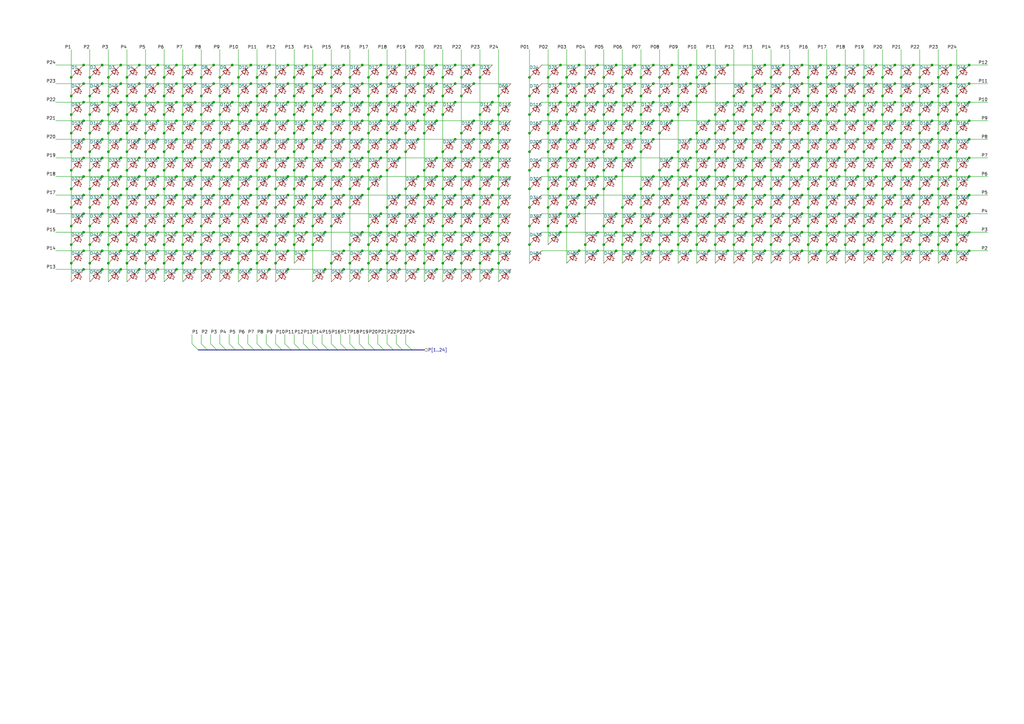
<source format=kicad_sch>
(kicad_sch (version 20231120) (generator "eeschema") (generator_version "8.0")
  (paper "A3")
  (junction (at 95.25 34.29))
  (junction (at 166.37 62.23))
  (junction (at 397.51 80.01))
  (junction (at 67.31 85.09))
  (junction (at 74.93 107.95))
  (junction (at 29.21 107.95))
  (junction (at 247.65 77.47))
  (junction (at 29.21 39.37))
  (junction (at 255.27 31.75))
  (junction (at 369.57 85.09))
  (junction (at 29.21 77.47))
  (junction (at 374.65 34.29))
  (junction (at 377.19 85.09))
  (junction (at 361.95 46.99))
  (junction (at 74.93 92.71))
  (junction (at 143.51 39.37))
  (junction (at 80.01 95.25))
  (junction (at 90.17 85.09))
  (junction (at 133.35 26.67))
  (junction (at 267.97 80.01))
  (junction (at 72.39 72.39))
  (junction (at 316.23 62.23))
  (junction (at 339.09 69.85))
  (junction (at 82.55 85.09))
  (junction (at 262.89 100.33))
  (junction (at 267.97 34.29))
  (junction (at 240.03 31.75))
  (junction (at 113.03 39.37))
  (junction (at 367.03 34.29))
  (junction (at 267.97 95.25))
  (junction (at 72.39 41.91))
  (junction (at 374.65 64.77))
  (junction (at 283.21 41.91))
  (junction (at 125.73 95.25))
  (junction (at 44.45 31.75))
  (junction (at 80.01 57.15))
  (junction (at 143.51 31.75))
  (junction (at 240.03 62.23))
  (junction (at 367.03 41.91))
  (junction (at 36.83 69.85))
  (junction (at 156.21 87.63))
  (junction (at 308.61 62.23))
  (junction (at 194.31 87.63))
  (junction (at 95.25 72.39))
  (junction (at 74.93 39.37))
  (junction (at 72.39 49.53))
  (junction (at 328.93 64.77))
  (junction (at 158.75 85.09))
  (junction (at 34.29 64.77))
  (junction (at 44.45 46.99))
  (junction (at 313.69 34.29))
  (junction (at 173.99 69.85))
  (junction (at 196.85 46.99))
  (junction (at 382.27 57.15))
  (junction (at 290.83 102.87))
  (junction (at 49.53 64.77))
  (junction (at 57.15 26.67))
  (junction (at 298.45 49.53))
  (junction (at 346.71 77.47))
  (junction (at 339.09 46.99))
  (junction (at 267.97 57.15))
  (junction (at 158.75 54.61))
  (junction (at 189.23 77.47))
  (junction (at 232.41 85.09))
  (junction (at 283.21 26.67))
  (junction (at 29.21 69.85))
  (junction (at 252.73 49.53))
  (junction (at 128.27 31.75))
  (junction (at 306.07 49.53))
  (junction (at 255.27 39.37))
  (junction (at 321.31 26.67))
  (junction (at 321.31 57.15))
  (junction (at 72.39 87.63))
  (junction (at 41.91 41.91))
  (junction (at 57.15 110.49))
  (junction (at 34.29 57.15))
  (junction (at 308.61 85.09))
  (junction (at 49.53 72.39))
  (junction (at 229.87 41.91))
  (junction (at 140.97 64.77))
  (junction (at 237.49 49.53))
  (junction (at 186.69 34.29))
  (junction (at 331.47 100.33))
  (junction (at 255.27 100.33))
  (junction (at 186.69 80.01))
  (junction (at 270.51 77.47))
  (junction (at 290.83 57.15))
  (junction (at 252.73 34.29))
  (junction (at 36.83 77.47))
  (junction (at 120.65 46.99))
  (junction (at 97.79 46.99))
  (junction (at 49.53 110.49))
  (junction (at 232.41 46.99))
  (junction (at 44.45 85.09))
  (junction (at 316.23 39.37))
  (junction (at 359.41 64.77))
  (junction (at 29.21 85.09))
  (junction (at 118.11 57.15))
  (junction (at 194.31 102.87))
  (junction (at 118.11 80.01))
  (junction (at 217.17 77.47))
  (junction (at 245.11 34.29))
  (junction (at 323.85 62.23))
  (junction (at 110.49 102.87))
  (junction (at 189.23 69.85))
  (junction (at 44.45 92.71))
  (junction (at 82.55 92.71))
  (junction (at 374.65 72.39))
  (junction (at 110.49 64.77))
  (junction (at 240.03 39.37))
  (junction (at 34.29 87.63))
  (junction (at 163.83 87.63))
  (junction (at 59.69 46.99))
  (junction (at 361.95 77.47))
  (junction (at 181.61 85.09))
  (junction (at 382.27 34.29))
  (junction (at 323.85 46.99))
  (junction (at 173.99 92.71))
  (junction (at 158.75 107.95))
  (junction (at 331.47 92.71))
  (junction (at 267.97 102.87))
  (junction (at 181.61 77.47))
  (junction (at 105.41 77.47))
  (junction (at 384.81 77.47))
  (junction (at 128.27 85.09))
  (junction (at 374.65 26.67))
  (junction (at 336.55 95.25))
  (junction (at 140.97 110.49))
  (junction (at 118.11 26.67))
  (junction (at 351.79 64.77))
  (junction (at 118.11 95.25))
  (junction (at 181.61 39.37))
  (junction (at 285.75 39.37))
  (junction (at 237.49 41.91))
  (junction (at 87.63 34.29))
  (junction (at 59.69 69.85))
  (junction (at 194.31 26.67))
  (junction (at 148.59 57.15))
  (junction (at 95.25 95.25))
  (junction (at 135.89 107.95))
  (junction (at 90.17 54.61))
  (junction (at 298.45 80.01))
  (junction (at 133.35 57.15))
  (junction (at 72.39 34.29))
  (junction (at 148.59 95.25))
  (junction (at 80.01 72.39))
  (junction (at 135.89 31.75))
  (junction (at 105.41 92.71))
  (junction (at 163.83 102.87))
  (junction (at 290.83 87.63))
  (junction (at 171.45 87.63))
  (junction (at 346.71 69.85))
  (junction (at 74.93 46.99))
  (junction (at 397.51 26.67))
  (junction (at 275.59 41.91))
  (junction (at 392.43 54.61))
  (junction (at 397.51 64.77))
  (junction (at 247.65 46.99))
  (junction (at 189.23 92.71))
  (junction (at 171.45 110.49))
  (junction (at 194.31 49.53))
  (junction (at 354.33 92.71))
  (junction (at 189.23 39.37))
  (junction (at 260.35 57.15))
  (junction (at 262.89 92.71))
  (junction (at 232.41 62.23))
  (junction (at 290.83 34.29))
  (junction (at 125.73 80.01))
  (junction (at 270.51 85.09))
  (junction (at 163.83 49.53))
  (junction (at 377.19 77.47))
  (junction (at 389.89 87.63))
  (junction (at 224.79 46.99))
  (junction (at 125.73 64.77))
  (junction (at 283.21 102.87))
  (junction (at 217.17 54.61))
  (junction (at 41.91 110.49))
  (junction (at 323.85 85.09))
  (junction (at 359.41 49.53))
  (junction (at 351.79 95.25))
  (junction (at 67.31 54.61))
  (junction (at 359.41 26.67))
  (junction (at 57.15 49.53))
  (junction (at 300.99 100.33))
  (junction (at 321.31 34.29))
  (junction (at 201.93 41.91))
  (junction (at 275.59 34.29))
  (junction (at 237.49 102.87))
  (junction (at 87.63 26.67))
  (junction (at 323.85 39.37))
  (junction (at 328.93 80.01))
  (junction (at 166.37 100.33))
  (junction (at 36.83 46.99))
  (junction (at 285.75 69.85))
  (junction (at 367.03 87.63))
  (junction (at 313.69 87.63))
  (junction (at 313.69 95.25))
  (junction (at 135.89 46.99))
  (junction (at 90.17 46.99))
  (junction (at 34.29 49.53))
  (junction (at 255.27 85.09))
  (junction (at 196.85 100.33))
  (junction (at 113.03 100.33))
  (junction (at 270.51 54.61))
  (junction (at 44.45 100.33))
  (junction (at 173.99 100.33))
  (junction (at 82.55 46.99))
  (junction (at 245.11 57.15))
  (junction (at 120.65 39.37))
  (junction (at 240.03 85.09))
  (junction (at 397.51 72.39))
  (junction (at 351.79 34.29))
  (junction (at 283.21 72.39))
  (junction (at 72.39 110.49))
  (junction (at 293.37 54.61))
  (junction (at 82.55 69.85))
  (junction (at 359.41 57.15))
  (junction (at 143.51 46.99))
  (junction (at 232.41 69.85))
  (junction (at 67.31 100.33))
  (junction (at 369.57 46.99))
  (junction (at 285.75 62.23))
  (junction (at 359.41 72.39))
  (junction (at 158.75 69.85))
  (junction (at 321.31 102.87))
  (junction (at 118.11 72.39))
  (junction (at 278.13 62.23))
  (junction (at 339.09 54.61))
  (junction (at 67.31 62.23))
  (junction (at 163.83 41.91))
  (junction (at 196.85 69.85))
  (junction (at 328.93 87.63))
  (junction (at 201.93 72.39))
  (junction (at 361.95 85.09))
  (junction (at 260.35 80.01))
  (junction (at 29.21 54.61))
  (junction (at 382.27 41.91))
  (junction (at 166.37 77.47))
  (junction (at 163.83 95.25))
  (junction (at 392.43 100.33))
  (junction (at 82.55 31.75))
  (junction (at 344.17 49.53))
  (junction (at 67.31 77.47))
  (junction (at 120.65 77.47))
  (junction (at 321.31 95.25))
  (junction (at 41.91 95.25))
  (junction (at 346.71 46.99))
  (junction (at 189.23 62.23))
  (junction (at 166.37 39.37))
  (junction (at 186.69 87.63))
  (junction (at 384.81 100.33))
  (junction (at 351.79 26.67))
  (junction (at 336.55 102.87))
  (junction (at 110.49 72.39))
  (junction (at 194.31 57.15))
  (junction (at 328.93 49.53))
  (junction (at 204.47 77.47))
  (junction (at 300.99 39.37))
  (junction (at 397.51 34.29))
  (junction (at 308.61 39.37))
  (junction (at 44.45 54.61))
  (junction (at 328.93 26.67))
  (junction (at 293.37 69.85))
  (junction (at 255.27 62.23))
  (junction (at 74.93 54.61))
  (junction (at 128.27 100.33))
  (junction (at 392.43 46.99))
  (junction (at 389.89 95.25))
  (junction (at 57.15 57.15))
  (junction (at 173.99 39.37))
  (junction (at 392.43 31.75))
  (junction (at 361.95 39.37))
  (junction (at 72.39 64.77))
  (junction (at 125.73 41.91))
  (junction (at 74.93 100.33))
  (junction (at 67.31 31.75))
  (junction (at 204.47 100.33))
  (junction (at 377.19 100.33))
  (junction (at 290.83 80.01))
  (junction (at 367.03 80.01))
  (junction (at 52.07 92.71))
  (junction (at 237.49 72.39))
  (junction (at 113.03 77.47))
  (junction (at 80.01 80.01))
  (junction (at 196.85 62.23))
  (junction (at 179.07 49.53))
  (junction (at 34.29 80.01))
  (junction (at 267.97 41.91))
  (junction (at 377.19 92.71))
  (junction (at 245.11 49.53))
  (junction (at 143.51 100.33))
  (junction (at 179.07 110.49))
  (junction (at 369.57 100.33))
  (junction (at 339.09 92.71))
  (junction (at 354.33 85.09))
  (junction (at 217.17 85.09))
  (junction (at 171.45 49.53))
  (junction (at 87.63 110.49))
  (junction (at 306.07 72.39))
  (junction (at 290.83 49.53))
  (junction (at 194.31 95.25))
  (junction (at 72.39 102.87))
  (junction (at 128.27 77.47))
  (junction (at 120.65 31.75))
  (junction (at 359.41 41.91))
  (junction (at 240.03 77.47))
  (junction (at 41.91 26.67))
  (junction (at 224.79 39.37))
  (junction (at 95.25 26.67))
  (junction (at 148.59 41.91))
  (junction (at 163.83 110.49))
  (junction (at 29.21 31.75))
  (junction (at 262.89 39.37))
  (junction (at 135.89 92.71))
  (junction (at 201.93 80.01))
  (junction (at 247.65 100.33))
  (junction (at 36.83 31.75))
  (junction (at 346.71 31.75))
  (junction (at 80.01 102.87))
  (junction (at 328.93 41.91))
  (junction (at 102.87 64.77))
  (junction (at 156.21 110.49))
  (junction (at 336.55 87.63))
  (junction (at 382.27 95.25))
  (junction (at 36.83 100.33))
  (junction (at 64.77 41.91))
  (junction (at 140.97 41.91))
  (junction (at 102.87 57.15))
  (junction (at 151.13 46.99))
  (junction (at 384.81 39.37))
  (junction (at 34.29 41.91))
  (junction (at 275.59 64.77))
  (junction (at 194.31 110.49))
  (junction (at 186.69 95.25))
  (junction (at 95.25 41.91))
  (junction (at 67.31 107.95))
  (junction (at 151.13 54.61))
  (junction (at 196.85 54.61))
  (junction (at 110.49 34.29))
  (junction (at 156.21 34.29))
  (junction (at 133.35 49.53))
  (junction (at 113.03 85.09))
  (junction (at 171.45 26.67))
  (junction (at 186.69 64.77))
  (junction (at 67.31 46.99))
  (junction (at 34.29 110.49))
  (junction (at 74.93 31.75))
  (junction (at 181.61 92.71))
  (junction (at 156.21 57.15))
  (junction (at 95.25 64.77))
  (junction (at 344.17 72.39))
  (junction (at 260.35 34.29))
  (junction (at 97.79 54.61))
  (junction (at 34.29 95.25))
  (junction (at 336.55 34.29))
  (junction (at 339.09 39.37))
  (junction (at 151.13 62.23))
  (junction (at 275.59 49.53))
  (junction (at 179.07 95.25))
  (junction (at 173.99 107.95))
  (junction (at 143.51 107.95))
  (junction (at 308.61 77.47))
  (junction (at 267.97 87.63))
  (junction (at 285.75 54.61))
  (junction (at 278.13 39.37))
  (junction (at 102.87 80.01))
  (junction (at 97.79 39.37))
  (junction (at 171.45 80.01))
  (junction (at 267.97 72.39))
  (junction (at 64.77 110.49))
  (junction (at 346.71 39.37))
  (junction (at 270.51 100.33))
  (junction (at 57.15 102.87))
  (junction (at 95.25 110.49))
  (junction (at 194.31 80.01))
  (junction (at 217.17 100.33))
  (junction (at 384.81 46.99))
  (junction (at 275.59 95.25))
  (junction (at 328.93 102.87))
  (junction (at 306.07 57.15))
  (junction (at 41.91 49.53))
  (junction (at 374.65 102.87))
  (junction (at 97.79 31.75))
  (junction (at 87.63 80.01))
  (junction (at 44.45 62.23))
  (junction (at 97.79 69.85))
  (junction (at 293.37 31.75))
  (junction (at 87.63 102.87))
  (junction (at 382.27 102.87))
  (junction (at 59.69 54.61))
  (junction (at 72.39 95.25))
  (junction (at 359.41 102.87))
  (junction (at 143.51 62.23))
  (junction (at 204.47 107.95))
  (junction (at 306.07 102.87))
  (junction (at 285.75 31.75))
  (junction (at 128.27 39.37))
  (junction (at 44.45 107.95))
  (junction (at 229.87 64.77))
  (junction (at 298.45 95.25))
  (junction (at 95.25 102.87))
  (junction (at 298.45 102.87))
  (junction (at 321.31 64.77))
  (junction (at 179.07 64.77))
  (junction (at 133.35 87.63))
  (junction (at 392.43 85.09))
  (junction (at 196.85 77.47))
  (junction (at 133.35 110.49))
  (junction (at 87.63 95.25))
  (junction (at 105.41 54.61))
  (junction (at 163.83 64.77))
  (junction (at 369.57 77.47))
  (junction (at 270.51 92.71))
  (junction (at 59.69 62.23))
  (junction (at 351.79 80.01))
  (junction (at 72.39 80.01))
  (junction (at 321.31 87.63))
  (junction (at 321.31 80.01))
  (junction (at 389.89 80.01))
  (junction (at 224.79 54.61))
  (junction (at 105.41 62.23))
  (junction (at 204.47 85.09))
  (junction (at 389.89 72.39))
  (junction (at 163.83 34.29))
  (junction (at 237.49 34.29))
  (junction (at 321.31 49.53))
  (junction (at 290.83 95.25))
  (junction (at 237.49 26.67))
  (junction (at 148.59 72.39))
  (junction (at 80.01 87.63))
  (junction (at 204.47 46.99))
  (junction (at 270.51 31.75))
  (junction (at 389.89 26.67))
  (junction (at 140.97 49.53))
  (junction (at 313.69 102.87))
  (junction (at 300.99 77.47))
  (junction (at 252.73 95.25))
  (junction (at 204.47 39.37))
  (junction (at 186.69 57.15))
  (junction (at 313.69 80.01))
  (junction (at 331.47 85.09))
  (junction (at 367.03 102.87))
  (junction (at 245.11 80.01))
  (junction (at 361.95 62.23))
  (junction (at 113.03 92.71))
  (junction (at 255.27 69.85))
  (junction (at 270.51 39.37))
  (junction (at 224.79 31.75))
  (junction (at 72.39 26.67))
  (junction (at 64.77 102.87))
  (junction (at 336.55 64.77))
  (junction (at 64.77 72.39))
  (junction (at 316.23 31.75))
  (junction (at 179.07 102.87))
  (junction (at 179.07 41.91))
  (junction (at 217.17 62.23))
  (junction (at 95.25 57.15))
  (junction (at 255.27 92.71))
  (junction (at 328.93 34.29))
  (junction (at 351.79 87.63))
  (junction (at 163.83 26.67))
  (junction (at 389.89 49.53))
  (junction (at 64.77 64.77))
  (junction (at 90.17 77.47))
  (junction (at 95.25 87.63))
  (junction (at 298.45 87.63))
  (junction (at 118.11 110.49))
  (junction (at 316.23 54.61))
  (junction (at 283.21 80.01))
  (junction (at 110.49 110.49))
  (junction (at 290.83 64.77))
  (junction (at 171.45 57.15))
  (junction (at 278.13 100.33))
  (junction (at 369.57 54.61))
  (junction (at 336.55 26.67))
  (junction (at 217.17 46.99))
  (junction (at 105.41 69.85))
  (junction (at 125.73 49.53))
  (junction (at 369.57 62.23))
  (junction (at 384.81 31.75))
  (junction (at 118.11 49.53))
  (junction (at 87.63 41.91))
  (junction (at 201.93 87.63))
  (junction (at 298.45 26.67))
  (junction (at 331.47 31.75))
  (junction (at 262.89 46.99))
  (junction (at 237.49 87.63))
  (junction (at 36.83 39.37))
  (junction (at 283.21 95.25))
  (junction (at 52.07 31.75))
  (junction (at 316.23 100.33))
  (junction (at 67.31 92.71))
  (junction (at 156.21 64.77))
  (junction (at 57.15 95.25))
  (junction (at 382.27 87.63))
  (junction (at 105.41 107.95))
  (junction (at 196.85 107.95))
  (junction (at 204.47 54.61))
  (junction (at 59.69 31.75))
  (junction (at 224.79 62.23))
  (junction (at 346.71 54.61))
  (junction (at 229.87 87.63))
  (junction (at 298.45 41.91))
  (junction (at 186.69 110.49))
  (junction (at 140.97 57.15))
  (junction (at 384.81 54.61))
  (junction (at 245.11 26.67))
  (junction (at 369.57 69.85))
  (junction (at 97.79 85.09))
  (junction (at 354.33 54.61))
  (junction (at 181.61 46.99))
  (junction (at 74.93 62.23))
  (junction (at 377.19 39.37))
  (junction (at 278.13 46.99))
  (junction (at 336.55 41.91))
  (junction (at 217.17 92.71))
  (junction (at 374.65 49.53))
  (junction (at 245.11 102.87))
  (junction (at 95.25 49.53))
  (junction (at 34.29 102.87))
  (junction (at 118.11 102.87))
  (junction (at 118.11 34.29))
  (junction (at 306.07 95.25))
  (junction (at 29.21 100.33))
  (junction (at 64.77 95.25))
  (junction (at 260.35 26.67))
  (junction (at 49.53 34.29))
  (junction (at 354.33 31.75))
  (junction (at 298.45 64.77))
  (junction (at 120.65 54.61))
  (junction (at 346.71 62.23))
  (junction (at 148.59 34.29))
  (junction (at 323.85 77.47))
  (junction (at 52.07 54.61))
  (junction (at 110.49 95.25))
  (junction (at 339.09 85.09))
  (junction (at 306.07 41.91))
  (junction (at 64.77 57.15))
  (junction (at 374.65 41.91))
  (junction (at 57.15 41.91))
  (junction (at 189.23 107.95))
  (junction (at 90.17 69.85))
  (junction (at 389.89 41.91))
  (junction (at 57.15 64.77))
  (junction (at 293.37 62.23))
  (junction (at 306.07 80.01))
  (junction (at 229.87 26.67))
  (junction (at 87.63 64.77))
  (junction (at 397.51 102.87))
  (junction (at 344.17 102.87))
  (junction (at 217.17 69.85))
  (junction (at 361.95 92.71))
  (junction (at 328.93 95.25))
  (junction (at 135.89 54.61))
  (junction (at 166.37 107.95))
  (junction (at 361.95 31.75))
  (junction (at 173.99 85.09))
  (junction (at 181.61 31.75))
  (junction (at 245.11 64.77))
  (junction (at 110.49 57.15))
  (junction (at 74.93 77.47))
  (junction (at 113.03 62.23))
  (junction (at 166.37 54.61))
  (junction (at 36.83 62.23))
  (junction (at 87.63 72.39))
  (junction (at 173.99 77.47))
  (junction (at 331.47 77.47))
  (junction (at 110.49 26.67))
  (junction (at 166.37 92.71))
  (junction (at 346.71 85.09))
  (junction (at 308.61 100.33))
  (junction (at 392.43 69.85))
  (junction (at 336.55 57.15))
  (junction (at 367.03 57.15))
  (junction (at 102.87 87.63))
  (junction (at 158.75 31.75))
  (junction (at 113.03 107.95))
  (junction (at 128.27 92.71))
  (junction (at 140.97 26.67))
  (junction (at 151.13 107.95))
  (junction (at 196.85 31.75))
  (junction (at 64.77 87.63))
  (junction (at 374.65 87.63))
  (junction (at 283.21 87.63))
  (junction (at 339.09 62.23))
  (junction (at 133.35 80.01))
  (junction (at 224.79 69.85))
  (junction (at 105.41 85.09))
  (junction (at 67.31 69.85))
  (junction (at 313.69 26.67))
  (junction (at 171.45 95.25))
  (junction (at 252.73 102.87))
  (junction (at 232.41 92.71))
  (junction (at 29.21 62.23))
  (junction (at 90.17 107.95))
  (junction (at 64.77 34.29))
  (junction (at 125.73 87.63))
  (junction (at 166.37 31.75))
  (junction (at 110.49 80.01))
  (junction (at 344.17 64.77))
  (junction (at 148.59 110.49))
  (junction (at 189.23 85.09))
  (junction (at 344.17 87.63))
  (junction (at 229.87 57.15))
  (junction (at 181.61 69.85))
  (junction (at 369.57 92.71))
  (junction (at 44.45 77.47))
  (junction (at 252.73 87.63))
  (junction (at 382.27 49.53))
  (junction (at 283.21 34.29))
  (junction (at 49.53 95.25))
  (junction (at 181.61 62.23))
  (junction (at 133.35 95.25))
  (junction (at 270.51 46.99))
  (junction (at 59.69 85.09))
  (junction (at 80.01 49.53))
  (junction (at 336.55 80.01))
  (junction (at 57.15 80.01))
  (junction (at 331.47 54.61))
  (junction (at 275.59 26.67))
  (junction (at 306.07 87.63))
  (junction (at 354.33 100.33))
  (junction (at 113.03 69.85))
  (junction (at 331.47 69.85))
  (junction (at 359.41 87.63))
  (junction (at 194.31 72.39))
  (junction (at 252.73 26.67))
  (junction (at 229.87 95.25))
  (junction (at 80.01 41.91))
  (junction (at 354.33 46.99))
  (junction (at 367.03 64.77))
  (junction (at 179.07 34.29))
  (junction (at 110.49 41.91))
  (junction (at 179.07 72.39))
  (junction (at 323.85 31.75))
  (junction (at 224.79 92.71))
  (junction (at 97.79 107.95))
  (junction (at 240.03 46.99))
  (junction (at 300.99 46.99))
  (junction (at 359.41 34.29))
  (junction (at 275.59 102.87))
  (junction (at 344.17 95.25))
  (junction (at 120.65 100.33))
  (junction (at 34.29 34.29))
  (junction (at 260.35 102.87))
  (junction (at 133.35 41.91))
  (junction (at 252.73 41.91))
  (junction (at 135.89 39.37))
  (junction (at 306.07 34.29))
  (junction (at 41.91 72.39))
  (junction (at 143.51 77.47))
  (junction (at 171.45 34.29))
  (junction (at 36.83 54.61))
  (junction (at 49.53 80.01))
  (junction (at 260.35 87.63))
  (junction (at 323.85 100.33))
  (junction (at 49.53 57.15))
  (junction (at 232.41 39.37))
  (junction (at 328.93 72.39))
  (junction (at 113.03 46.99))
  (junction (at 189.23 100.33))
  (junction (at 361.95 69.85))
  (junction (at 229.87 80.01))
  (junction (at 293.37 77.47))
  (junction (at 87.63 87.63))
  (junction (at 135.89 85.09))
  (junction (at 323.85 54.61))
  (junction (at 367.03 95.25))
  (junction (at 29.21 46.99))
  (junction (at 82.55 54.61))
  (junction (at 344.17 26.67))
  (junction (at 163.83 80.01))
  (junction (at 217.17 31.75))
  (junction (at 74.93 69.85))
  (junction (at 173.99 46.99))
  (junction (at 392.43 77.47))
  (junction (at 105.41 46.99))
  (junction (at 171.45 102.87))
  (junction (at 143.51 85.09))
  (junction (at 41.91 80.01))
  (junction (at 229.87 49.53))
  (junction (at 49.53 87.63))
  (junction (at 316.23 77.47))
  (junction (at 80.01 110.49))
  (junction (at 49.53 102.87))
  (junction (at 52.07 107.95))
  (junction (at 247.65 62.23))
  (junction (at 87.63 57.15))
  (junction (at 344.17 34.29))
  (junction (at 166.37 85.09))
  (junction (at 339.09 31.75))
  (junction (at 143.51 69.85))
  (junction (at 80.01 64.77))
  (junction (at 245.11 72.39))
  (junction (at 308.61 31.75))
  (junction (at 382.27 80.01))
  (junction (at 328.93 57.15))
  (junction (at 278.13 85.09))
  (junction (at 252.73 57.15))
  (junction (at 189.23 54.61))
  (junction (at 367.03 72.39))
  (junction (at 125.73 102.87))
  (junction (at 90.17 92.71))
  (junction (at 186.69 102.87))
  (junction (at 110.49 87.63))
  (junction (at 316.23 85.09))
  (junction (at 293.37 85.09))
  (junction (at 67.31 39.37))
  (junction (at 57.15 72.39))
  (junction (at 166.37 46.99))
  (junction (at 179.07 80.01))
  (junction (at 240.03 54.61))
  (junction (at 148.59 80.01))
  (junction (at 34.29 72.39))
  (junction (at 140.97 34.29))
  (junction (at 293.37 100.33))
  (junction (at 59.69 100.33))
  (junction (at 186.69 26.67))
  (junction (at 260.35 64.77))
  (junction (at 240.03 69.85))
  (junction (at 201.93 64.77))
  (junction (at 300.99 62.23))
  (junction (at 49.53 26.67))
  (junction (at 148.59 49.53))
  (junction (at 29.21 92.71))
  (junction (at 102.87 110.49))
  (junction (at 313.69 57.15))
  (junction (at 97.79 92.71))
  (junction (at 36.83 107.95))
  (junction (at 181.61 100.33))
  (junction (at 151.13 92.71))
  (junction (at 156.21 26.67))
  (junction (at 382.27 72.39))
  (junction (at 313.69 41.91))
  (junction (at 374.65 95.25))
  (junction (at 377.19 31.75))
  (junction (at 125.73 26.67))
  (junction (at 59.69 77.47))
  (junction (at 113.03 54.61))
  (junction (at 194.31 64.77))
  (junction (at 275.59 80.01))
  (junction (at 308.61 92.71))
  (junction (at 285.75 100.33))
  (junction (at 354.33 69.85))
  (junction (at 260.35 95.25))
  (junction (at 201.93 95.25))
  (junction (at 52.07 62.23))
  (junction (at 229.87 72.39))
  (junction (at 196.85 92.71))
  (junction (at 118.11 87.63))
  (junction (at 229.87 34.29))
  (junction (at 201.93 110.49))
  (junction (at 344.17 80.01))
  (junction (at 316.23 92.71))
  (junction (at 283.21 57.15))
  (junction (at 113.03 31.75))
  (junction (at 224.79 77.47))
  (junction (at 270.51 69.85))
  (junction (at 156.21 95.25))
  (junction (at 354.33 62.23))
  (junction (at 255.27 46.99))
  (junction (at 102.87 34.29))
  (junction (at 128.27 46.99))
  (junction (at 392.43 92.71))
  (junction (at 49.53 49.53))
  (junction (at 52.07 39.37))
  (junction (at 377.19 46.99))
  (junction (at 102.87 26.67))
  (junction (at 359.41 80.01))
  (junction (at 298.45 72.39))
  (junction (at 201.93 49.53))
  (junction (at 120.65 69.85))
  (junction (at 82.55 39.37))
  (junction (at 367.03 26.67))
  (junction (at 49.53 41.91))
  (junction (at 148.59 64.77))
  (junction (at 377.19 54.61))
  (junction (at 397.51 95.25))
  (junction (at 275.59 72.39))
  (junction (at 278.13 77.47))
  (junction (at 171.45 72.39))
  (junction (at 247.65 39.37))
  (junction (at 361.95 100.33))
  (junction (at 247.65 69.85))
  (junction (at 120.65 62.23))
  (junction (at 148.59 26.67))
  (junction (at 171.45 41.91))
  (junction (at 41.91 102.87))
  (junction (at 359.41 95.25))
  (junction (at 158.75 62.23))
  (junction (at 151.13 100.33))
  (junction (at 232.41 54.61))
  (junction (at 102.87 49.53))
  (junction (at 245.11 41.91))
  (junction (at 52.07 77.47))
  (junction (at 41.91 64.77))
  (junction (at 186.69 72.39))
  (junction (at 255.27 54.61))
  (junction (at 308.61 54.61))
  (junction (at 133.35 64.77))
  (junction (at 384.81 92.71))
  (junction (at 351.79 72.39))
  (junction (at 64.77 49.53))
  (junction (at 361.95 54.61))
  (junction (at 232.41 77.47))
  (junction (at 339.09 77.47))
  (junction (at 346.71 100.33))
  (junction (at 82.55 62.23))
  (junction (at 97.79 77.47))
  (junction (at 110.49 49.53))
  (junction (at 306.07 64.77))
  (junction (at 285.75 92.71))
  (junction (at 367.03 49.53))
  (junction (at 224.79 85.09))
  (junction (at 181.61 107.95))
  (junction (at 158.75 46.99))
  (junction (at 52.07 85.09))
  (junction (at 102.87 72.39))
  (junction (at 57.15 34.29))
  (junction (at 135.89 77.47))
  (junction (at 252.73 72.39))
  (junction (at 102.87 102.87))
  (junction (at 313.69 64.77))
  (junction (at 354.33 77.47))
  (junction (at 351.79 102.87))
  (junction (at 156.21 49.53))
  (junction (at 308.61 46.99))
  (junction (at 397.51 41.91))
  (junction (at 397.51 49.53))
  (junction (at 201.93 102.87))
  (junction (at 351.79 49.53))
  (junction (at 64.77 80.01))
  (junction (at 158.75 39.37))
  (junction (at 275.59 87.63))
  (junction (at 260.35 49.53))
  (junction (at 173.99 31.75))
  (junction (at 163.83 57.15))
  (junction (at 252.73 64.77))
  (junction (at 140.97 80.01))
  (junction (at 186.69 41.91))
  (junction (at 52.07 100.33))
  (junction (at 237.49 80.01))
  (junction (at 384.81 62.23))
  (junction (at 260.35 41.91))
  (junction (at 90.17 62.23))
  (junction (at 156.21 102.87))
  (junction (at 300.99 92.71))
  (junction (at 97.79 100.33))
  (junction (at 262.89 77.47))
  (junction (at 118.11 41.91))
  (junction (at 179.07 26.67))
  (junction (at 118.11 64.77))
  (junction (at 82.55 107.95))
  (junction (at 316.23 69.85))
  (junction (at 374.65 80.01))
  (junction (at 80.01 34.29))
  (junction (at 278.13 69.85))
  (junction (at 158.75 92.71))
  (junction (at 247.65 92.71))
  (junction (at 247.65 31.75))
  (junction (at 90.17 31.75))
  (junction (at 82.55 77.47))
  (junction (at 389.89 64.77))
  (junction (at 293.37 46.99))
  (junction (at 247.65 54.61))
  (junction (at 377.19 62.23))
  (junction (at 59.69 39.37))
  (junction (at 321.31 41.91))
  (junction (at 344.17 57.15))
  (junction (at 278.13 31.75))
  (junction (at 133.35 72.39))
  (junction (at 57.15 87.63))
  (junction (at 125.73 34.29))
  (junction (at 173.99 54.61))
  (junction (at 351.79 57.15))
  (junction (at 52.07 46.99))
  (junction (at 344.17 41.91))
  (junction (at 262.89 62.23))
  (junction (at 336.55 72.39))
  (junction (at 135.89 62.23))
  (junction (at 369.57 31.75))
  (junction (at 80.01 26.67))
  (junction (at 336.55 49.53))
  (junction (at 156.21 41.91))
  (junction (at 41.91 34.29))
  (junction (at 354.33 39.37))
  (junction (at 382.27 64.77))
  (junction (at 90.17 100.33))
  (junction (at 397.51 57.15))
  (junction (at 44.45 39.37))
  (junction (at 125.73 72.39))
  (junction (at 278.13 92.71))
  (junction (at 321.31 72.39))
  (junction (at 389.89 57.15))
  (junction (at 120.65 92.71))
  (junction (at 377.19 69.85))
  (junction (at 151.13 39.37))
  (junction (at 158.75 100.33))
  (junction (at 262.89 54.61))
  (junction (at 298.45 57.15))
  (junction (at 179.07 87.63))
  (junction (at 262.89 85.09))
  (junction (at 102.87 95.25))
  (junction (at 120.65 85.09))
  (junction (at 82.55 100.33))
  (junction (at 143.51 54.61))
  (junction (at 36.83 85.09))
  (junction (at 290.83 26.67))
  (junction (at 300.99 85.09))
  (junction (at 72.39 57.15))
  (junction (at 97.79 62.23))
  (junction (at 133.35 34.29))
  (junction (at 389.89 34.29))
  (junction (at 283.21 64.77))
  (junction (at 262.89 31.75))
  (junction (at 237.49 64.77))
  (junction (at 105.41 100.33))
  (junction (at 156.21 72.39))
  (junction (at 59.69 107.95))
  (junction (at 44.45 69.85))
  (junction (at 90.17 39.37))
  (junction (at 285.75 85.09))
  (junction (at 267.97 26.67))
  (junction (at 290.83 72.39))
  (junction (at 313.69 72.39))
  (junction (at 34.29 26.67))
  (junction (at 382.27 26.67))
  (junction (at 95.25 80.01))
  (junction (at 339.09 100.33))
  (junction (at 41.91 87.63))
  (junction (at 392.43 62.23))
  (junction (at 140.97 102.87))
  (junction (at 189.23 31.75))
  (junction (at 201.93 57.15))
  (junction (at 125.73 57.15))
  (junction (at 331.47 62.23))
  (junction (at 323.85 92.71))
  (junction (at 59.69 92.71))
  (junction (at 267.97 49.53))
  (junction (at 128.27 62.23))
  (junction (at 285.75 77.47))
  (junction (at 151.13 31.75))
  (junction (at 128.27 54.61))
  (junction (at 313.69 49.53))
  (junction (at 204.47 62.23))
  (junction (at 316.23 46.99))
  (junction (at 374.65 57.15))
  (junction (at 148.59 102.87))
  (junction (at 389.89 102.87))
  (junction (at 140.97 87.63))
  (junction (at 102.87 41.91))
  (junction (at 140.97 72.39))
  (junction (at 128.27 69.85))
  (junction (at 308.61 69.85))
  (junction (at 369.57 39.37))
  (junction (at 232.41 31.75))
  (junction (at 204.47 92.71))
  (junction (at 300.99 69.85))
  (junction (at 105.41 31.75))
  (junction (at 151.13 77.47))
  (junction (at 36.83 92.71))
  (junction (at 204.47 69.85))
  (junction (at 151.13 69.85))
  (junction (at 331.47 46.99))
  (junction (at 135.89 69.85))
  (junction (at 346.71 92.71))
  (junction (at 384.81 69.85))
  (junction (at 245.11 95.25))
  (junction (at 217.17 39.37))
  (junction (at 74.93 85.09))
  (junction (at 196.85 85.09))
  (junction (at 52.07 69.85))
  (junction (at 194.31 34.29))
  (junction (at 240.03 100.33))
  (junction (at 87.63 49.53))
  (junction (at 300.99 54.61))
  (junction (at 384.81 85.09))
  (junction (at 237.49 57.15))
  (junction (at 293.37 92.71))
  (junction (at 323.85 69.85))
  (junction (at 331.47 39.37))
  (junction (at 105.41 39.37))
  (junction (at 392.43 39.37))
  (junction (at 64.77 26.67))
  (junction (at 41.91 57.15))
  (junction (at 397.51 87.63))
  (junction (at 351.79 41.91))
  (bus_entry (at 100.33 143.51) (size -2.54 -2.54))
  (bus_entry (at 149.86 143.51) (size -2.54 -2.54))
  (bus_entry (at 142.24 143.51) (size -2.54 -2.54))
  (bus_entry (at 130.81 143.51) (size -2.54 -2.54))
  (bus_entry (at 161.29 143.51) (size -2.54 -2.54))
  (bus_entry (at 115.57 143.51) (size -2.54 -2.54))
  (bus_entry (at 81.28 143.51) (size -2.54 -2.54))
  (bus_entry (at 153.67 143.51) (size -2.54 -2.54))
  (bus_entry (at 157.48 143.51) (size -2.54 -2.54))
  (bus_entry (at 85.09 143.51) (size -2.54 -2.54))
  (bus_entry (at 88.9 143.51) (size -2.54 -2.54))
  (bus_entry (at 146.05 143.51) (size -2.54 -2.54))
  (bus_entry (at 165.1 143.51) (size -2.54 -2.54))
  (bus_entry (at 138.43 143.51) (size -2.54 -2.54))
  (bus_entry (at 134.62 143.51) (size -2.54 -2.54))
  (bus_entry (at 111.76 143.51) (size -2.54 -2.54))
  (bus_entry (at 168.91 143.51) (size -2.54 -2.54))
  (bus_entry (at 127 143.51) (size -2.54 -2.54))
  (bus_entry (at 104.14 143.51) (size -2.54 -2.54))
  (bus_entry (at 119.38 143.51) (size -2.54 -2.54))
  (bus_entry (at 92.71 143.51) (size -2.54 -2.54))
  (bus_entry (at 96.52 143.51) (size -2.54 -2.54))
  (bus_entry (at 123.19 143.51) (size -2.54 -2.54))
  (bus_entry (at 107.95 143.51) (size -2.54 -2.54))
  (wire (pts (xy 140.97 102.87) (xy 148.59 102.87)))
  (wire (pts (xy 260.35 49.53) (xy 252.73 49.53)))
  (wire (pts (xy 36.83 31.75) (xy 36.83 39.37)))
  (wire (pts (xy 298.45 102.87) (xy 290.83 102.87)))
  (wire (pts (xy 133.35 26.67) (xy 140.97 26.67)))
  (wire (pts (xy 57.15 41.91) (xy 64.77 41.91)))
  (wire (pts (xy 22.86 95.25) (xy 34.29 95.25)))
  (bus (pts (xy 85.09 143.51) (xy 88.9 143.51)))
  (wire (pts (xy 57.15 72.39) (xy 64.77 72.39)))
  (wire (pts (xy 194.31 87.63) (xy 201.93 87.63)))
  (wire (pts (xy 49.53 41.91) (xy 57.15 41.91)))
  (wire (pts (xy 278.13 46.99) (xy 278.13 62.23)))
  (wire (pts (xy 229.87 95.25) (xy 222.25 95.25)))
  (wire (pts (xy 78.74 137.16) (xy 78.74 140.97)))
  (wire (pts (xy 118.11 72.39) (xy 125.73 72.39)))
  (wire (pts (xy 321.31 95.25) (xy 313.69 95.25)))
  (wire (pts (xy 255.27 100.33) (xy 255.27 107.95)))
  (wire (pts (xy 397.51 41.91) (xy 389.89 41.91)))
  (wire (pts (xy 229.87 41.91) (xy 222.25 41.91)))
  (wire (pts (xy 397.51 57.15) (xy 389.89 57.15)))
  (wire (pts (xy 313.69 95.25) (xy 306.07 95.25)))
  (wire (pts (xy 90.17 77.47) (xy 90.17 85.09)))
  (wire (pts (xy 29.21 20.32) (xy 29.21 31.75)))
  (wire (pts (xy 323.85 92.71) (xy 323.85 100.33)))
  (wire (pts (xy 87.63 95.25) (xy 95.25 95.25)))
  (wire (pts (xy 283.21 41.91) (xy 275.59 41.91)))
  (wire (pts (xy 351.79 41.91) (xy 344.17 41.91)))
  (wire (pts (xy 148.59 110.49) (xy 156.21 110.49)))
  (wire (pts (xy 313.69 26.67) (xy 321.31 26.67)))
  (wire (pts (xy 382.27 26.67) (xy 374.65 26.67)))
  (wire (pts (xy 397.51 80.01) (xy 389.89 80.01)))
  (wire (pts (xy 44.45 85.09) (xy 44.45 92.71)))
  (wire (pts (xy 171.45 72.39) (xy 179.07 72.39)))
  (wire (pts (xy 339.09 85.09) (xy 339.09 92.71)))
  (wire (pts (xy 57.15 80.01) (xy 64.77 80.01)))
  (wire (pts (xy 252.73 57.15) (xy 245.11 57.15)))
  (wire (pts (xy 97.79 69.85) (xy 97.79 77.47)))
  (wire (pts (xy 262.89 39.37) (xy 262.89 46.99)))
  (wire (pts (xy 204.47 54.61) (xy 204.47 62.23)))
  (wire (pts (xy 52.07 77.47) (xy 52.07 85.09)))
  (wire (pts (xy 97.79 54.61) (xy 97.79 62.23)))
  (wire (pts (xy 113.03 39.37) (xy 113.03 46.99)))
  (wire (pts (xy 367.03 57.15) (xy 374.65 57.15)))
  (wire (pts (xy 293.37 100.33) (xy 293.37 107.95)))
  (wire (pts (xy 113.03 46.99) (xy 113.03 54.61)))
  (wire (pts (xy 110.49 80.01) (xy 118.11 80.01)))
  (wire (pts (xy 351.79 34.29) (xy 344.17 34.29)))
  (wire (pts (xy 290.83 72.39) (xy 298.45 72.39)))
  (wire (pts (xy 389.89 49.53) (xy 397.51 49.53)))
  (wire (pts (xy 158.75 69.85) (xy 158.75 85.09)))
  (wire (pts (xy 275.59 41.91) (xy 267.97 41.91)))
  (wire (pts (xy 151.13 107.95) (xy 151.13 115.57)))
  (wire (pts (xy 377.19 46.99) (xy 377.19 54.61)))
  (wire (pts (xy 397.51 64.77) (xy 389.89 64.77)))
  (wire (pts (xy 166.37 54.61) (xy 166.37 62.23)))
  (wire (pts (xy 44.45 54.61) (xy 44.45 62.23)))
  (wire (pts (xy 133.35 110.49) (xy 140.97 110.49)))
  (wire (pts (xy 351.79 95.25) (xy 344.17 95.25)))
  (wire (pts (xy 331.47 92.71) (xy 331.47 100.33)))
  (wire (pts (xy 140.97 26.67) (xy 148.59 26.67)))
  (wire (pts (xy 351.79 57.15) (xy 344.17 57.15)))
  (wire (pts (xy 186.69 57.15) (xy 194.31 57.15)))
  (bus (pts (xy 104.14 143.51) (xy 107.95 143.51)))
  (wire (pts (xy 113.03 54.61) (xy 113.03 62.23)))
  (wire (pts (xy 392.43 31.75) (xy 392.43 39.37)))
  (wire (pts (xy 181.61 100.33) (xy 181.61 107.95)))
  (wire (pts (xy 306.07 34.29) (xy 290.83 34.29)))
  (wire (pts (xy 52.07 92.71) (xy 52.07 100.33)))
  (wire (pts (xy 245.11 102.87) (xy 237.49 102.87)))
  (bus (pts (xy 134.62 143.51) (xy 138.43 143.51)))
  (wire (pts (xy 331.47 69.85) (xy 331.47 77.47)))
  (wire (pts (xy 189.23 100.33) (xy 189.23 107.95)))
  (wire (pts (xy 285.75 100.33) (xy 285.75 107.95)))
  (wire (pts (xy 293.37 20.32) (xy 293.37 31.75)))
  (wire (pts (xy 367.03 41.91) (xy 359.41 41.91)))
  (wire (pts (xy 34.29 57.15) (xy 41.91 57.15)))
  (wire (pts (xy 237.49 57.15) (xy 229.87 57.15)))
  (wire (pts (xy 306.07 87.63) (xy 313.69 87.63)))
  (wire (pts (xy 173.99 20.32) (xy 173.99 31.75)))
  (wire (pts (xy 179.07 102.87) (xy 186.69 102.87)))
  (wire (pts (xy 285.75 85.09) (xy 285.75 92.71)))
  (bus (pts (xy 92.71 143.51) (xy 96.52 143.51)))
  (wire (pts (xy 354.33 39.37) (xy 354.33 46.99)))
  (wire (pts (xy 278.13 39.37) (xy 278.13 46.99)))
  (wire (pts (xy 95.25 41.91) (xy 102.87 41.91)))
  (wire (pts (xy 336.55 49.53) (xy 328.93 49.53)))
  (wire (pts (xy 344.17 80.01) (xy 336.55 80.01)))
  (wire (pts (xy 133.35 72.39) (xy 140.97 72.39)))
  (wire (pts (xy 204.47 107.95) (xy 204.47 115.57)))
  (wire (pts (xy 41.91 64.77) (xy 49.53 64.77)))
  (wire (pts (xy 313.69 41.91) (xy 306.07 41.91)))
  (wire (pts (xy 67.31 107.95) (xy 67.31 115.57)))
  (wire (pts (xy 224.79 77.47) (xy 224.79 85.09)))
  (bus (pts (xy 81.28 143.51) (xy 85.09 143.51)))
  (wire (pts (xy 313.69 41.91) (xy 321.31 41.91)))
  (wire (pts (xy 290.83 72.39) (xy 283.21 72.39)))
  (wire (pts (xy 361.95 62.23) (xy 361.95 69.85)))
  (wire (pts (xy 384.81 77.47) (xy 384.81 85.09)))
  (wire (pts (xy 389.89 72.39) (xy 397.51 72.39)))
  (wire (pts (xy 135.89 39.37) (xy 135.89 46.99)))
  (wire (pts (xy 260.35 26.67) (xy 252.73 26.67)))
  (wire (pts (xy 298.45 80.01) (xy 290.83 80.01)))
  (wire (pts (xy 247.65 31.75) (xy 247.65 39.37)))
  (wire (pts (xy 34.29 34.29) (xy 41.91 34.29)))
  (wire (pts (xy 143.51 31.75) (xy 143.51 39.37)))
  (wire (pts (xy 36.83 39.37) (xy 36.83 46.99)))
  (wire (pts (xy 336.55 57.15) (xy 328.93 57.15)))
  (wire (pts (xy 344.17 72.39) (xy 336.55 72.39)))
  (wire (pts (xy 397.51 87.63) (xy 389.89 87.63)))
  (wire (pts (xy 179.07 110.49) (xy 186.69 110.49)))
  (wire (pts (xy 22.86 64.77) (xy 34.29 64.77)))
  (wire (pts (xy 57.15 26.67) (xy 64.77 26.67)))
  (wire (pts (xy 255.27 20.32) (xy 255.27 31.75)))
  (wire (pts (xy 171.45 34.29) (xy 179.07 34.29)))
  (wire (pts (xy 351.79 102.87) (xy 344.17 102.87)))
  (wire (pts (xy 283.21 87.63) (xy 290.83 87.63)))
  (wire (pts (xy 328.93 80.01) (xy 321.31 80.01)))
  (wire (pts (xy 90.17 137.16) (xy 90.17 140.97)))
  (wire (pts (xy 369.57 31.75) (xy 369.57 39.37)))
  (wire (pts (xy 321.31 80.01) (xy 313.69 80.01)))
  (wire (pts (xy 331.47 100.33) (xy 331.47 107.95)))
  (wire (pts (xy 110.49 87.63) (xy 118.11 87.63)))
  (wire (pts (xy 102.87 34.29) (xy 110.49 34.29)))
  (wire (pts (xy 229.87 49.53) (xy 222.25 49.53)))
  (wire (pts (xy 369.57 46.99) (xy 369.57 54.61)))
  (wire (pts (xy 143.51 62.23) (xy 143.51 69.85)))
  (wire (pts (xy 34.29 95.25) (xy 41.91 95.25)))
  (wire (pts (xy 36.83 20.32) (xy 36.83 31.75)))
  (wire (pts (xy 181.61 92.71) (xy 181.61 100.33)))
  (wire (pts (xy 156.21 49.53) (xy 163.83 49.53)))
  (wire (pts (xy 377.19 100.33) (xy 377.19 107.95)))
  (wire (pts (xy 173.99 85.09) (xy 173.99 92.71)))
  (wire (pts (xy 118.11 26.67) (xy 125.73 26.67)))
  (wire (pts (xy 217.17 31.75) (xy 217.17 39.37)))
  (wire (pts (xy 128.27 31.75) (xy 128.27 39.37)))
  (wire (pts (xy 293.37 92.71) (xy 293.37 100.33)))
  (wire (pts (xy 255.27 46.99) (xy 255.27 54.61)))
  (wire (pts (xy 323.85 31.75) (xy 323.85 39.37)))
  (wire (pts (xy 224.79 31.75) (xy 224.79 39.37)))
  (wire (pts (xy 306.07 72.39) (xy 313.69 72.39)))
  (wire (pts (xy 331.47 62.23) (xy 331.47 69.85)))
  (wire (pts (xy 34.29 41.91) (xy 41.91 41.91)))
  (wire (pts (xy 346.71 46.99) (xy 346.71 54.61)))
  (wire (pts (xy 245.11 95.25) (xy 229.87 95.25)))
  (wire (pts (xy 306.07 49.53) (xy 298.45 49.53)))
  (wire (pts (xy 189.23 31.75) (xy 189.23 39.37)))
  (wire (pts (xy 80.01 57.15) (xy 87.63 57.15)))
  (wire (pts (xy 97.79 107.95) (xy 97.79 115.57)))
  (wire (pts (xy 316.23 85.09) (xy 316.23 92.71)))
  (wire (pts (xy 57.15 95.25) (xy 64.77 95.25)))
  (wire (pts (xy 64.77 41.91) (xy 72.39 41.91)))
  (wire (pts (xy 217.17 46.99) (xy 217.17 54.61)))
  (wire (pts (xy 252.73 49.53) (xy 245.11 49.53)))
  (wire (pts (xy 196.85 54.61) (xy 196.85 62.23)))
  (wire (pts (xy 34.29 49.53) (xy 41.91 49.53)))
  (wire (pts (xy 328.93 72.39) (xy 321.31 72.39)))
  (wire (pts (xy 49.53 57.15) (xy 57.15 57.15)))
  (wire (pts (xy 369.57 54.61) (xy 369.57 62.23)))
  (wire (pts (xy 224.79 92.71) (xy 224.79 100.33)))
  (wire (pts (xy 74.93 62.23) (xy 74.93 69.85)))
  (wire (pts (xy 49.53 49.53) (xy 57.15 49.53)))
  (wire (pts (xy 90.17 46.99) (xy 90.17 54.61)))
  (wire (pts (xy 110.49 95.25) (xy 118.11 95.25)))
  (wire (pts (xy 313.69 80.01) (xy 306.07 80.01)))
  (wire (pts (xy 173.99 39.37) (xy 173.99 46.99)))
  (wire (pts (xy 278.13 62.23) (xy 278.13 69.85)))
  (wire (pts (xy 217.17 77.47) (xy 217.17 85.09)))
  (wire (pts (xy 331.47 20.32) (xy 331.47 31.75)))
  (wire (pts (xy 158.75 31.75) (xy 158.75 39.37)))
  (wire (pts (xy 102.87 87.63) (xy 110.49 87.63)))
  (wire (pts (xy 262.89 62.23) (xy 262.89 77.47)))
  (wire (pts (xy 179.07 72.39) (xy 186.69 72.39)))
  (wire (pts (xy 59.69 62.23) (xy 59.69 69.85)))
  (wire (pts (xy 308.61 69.85) (xy 308.61 77.47)))
  (wire (pts (xy 59.69 69.85) (xy 59.69 77.47)))
  (wire (pts (xy 283.21 26.67) (xy 275.59 26.67)))
  (wire (pts (xy 120.65 54.61) (xy 120.65 62.23)))
  (wire (pts (xy 260.35 41.91) (xy 252.73 41.91)))
  (wire (pts (xy 113.03 92.71) (xy 113.03 100.33)))
  (wire (pts (xy 285.75 39.37) (xy 285.75 54.61)))
  (wire (pts (xy 392.43 100.33) (xy 392.43 107.95)))
  (wire (pts (xy 328.93 26.67) (xy 336.55 26.67)))
  (wire (pts (xy 389.89 80.01) (xy 382.27 80.01)))
  (wire (pts (xy 354.33 20.32) (xy 354.33 31.75)))
  (wire (pts (xy 245.11 80.01) (xy 237.49 80.01)))
  (wire (pts (xy 133.35 49.53) (xy 140.97 49.53)))
  (wire (pts (xy 87.63 49.53) (xy 95.25 49.53)))
  (wire (pts (xy 171.45 41.91) (xy 179.07 41.91)))
  (wire (pts (xy 44.45 31.75) (xy 44.45 39.37)))
  (wire (pts (xy 232.41 46.99) (xy 232.41 54.61)))
  (wire (pts (xy 285.75 62.23) (xy 285.75 69.85)))
  (wire (pts (xy 232.41 31.75) (xy 232.41 39.37)))
  (wire (pts (xy 125.73 87.63) (xy 133.35 87.63)))
  (wire (pts (xy 57.15 57.15) (xy 64.77 57.15)))
  (wire (pts (xy 139.7 137.16) (xy 139.7 140.97)))
  (wire (pts (xy 196.85 77.47) (xy 196.85 85.09)))
  (wire (pts (xy 328.93 49.53) (xy 321.31 49.53)))
  (wire (pts (xy 156.21 41.91) (xy 163.83 41.91)))
  (wire (pts (xy 194.31 80.01) (xy 201.93 80.01)))
  (wire (pts (xy 293.37 31.75) (xy 293.37 46.99)))
  (wire (pts (xy 344.17 41.91) (xy 336.55 41.91)))
  (wire (pts (xy 346.71 85.09) (xy 346.71 92.71)))
  (wire (pts (xy 44.45 92.71) (xy 44.45 100.33)))
  (wire (pts (xy 110.49 72.39) (xy 118.11 72.39)))
  (wire (pts (xy 240.03 77.47) (xy 240.03 85.09)))
  (wire (pts (xy 229.87 64.77) (xy 237.49 64.77)))
  (wire (pts (xy 156.21 34.29) (xy 163.83 34.29)))
  (wire (pts (xy 270.51 77.47) (xy 270.51 85.09)))
  (wire (pts (xy 148.59 64.77) (xy 156.21 64.77)))
  (wire (pts (xy 120.65 46.99) (xy 120.65 54.61)))
  (wire (pts (xy 118.11 87.63) (xy 125.73 87.63)))
  (wire (pts (xy 135.89 77.47) (xy 135.89 85.09)))
  (wire (pts (xy 128.27 62.23) (xy 128.27 69.85)))
  (wire (pts (xy 173.99 77.47) (xy 173.99 85.09)))
  (wire (pts (xy 306.07 102.87) (xy 298.45 102.87)))
  (wire (pts (xy 217.17 20.32) (xy 217.17 31.75)))
  (wire (pts (xy 72.39 41.91) (xy 80.01 41.91)))
  (wire (pts (xy 158.75 54.61) (xy 158.75 62.23)))
  (wire (pts (xy 148.59 102.87) (xy 156.21 102.87)))
  (wire (pts (xy 186.69 95.25) (xy 194.31 95.25)))
  (wire (pts (xy 166.37 39.37) (xy 166.37 46.99)))
  (wire (pts (xy 389.89 64.77) (xy 382.27 64.77)))
  (wire (pts (xy 44.45 20.32) (xy 44.45 31.75)))
  (wire (pts (xy 41.91 72.39) (xy 49.53 72.39)))
  (wire (pts (xy 245.11 41.91) (xy 237.49 41.91)))
  (wire (pts (xy 247.65 62.23) (xy 247.65 69.85)))
  (wire (pts (xy 113.03 100.33) (xy 113.03 107.95)))
  (wire (pts (xy 285.75 92.71) (xy 285.75 100.33)))
  (wire (pts (xy 59.69 77.47) (xy 59.69 85.09)))
  (wire (pts (xy 270.51 85.09) (xy 270.51 92.71)))
  (wire (pts (xy 316.23 46.99) (xy 316.23 54.61)))
  (wire (pts (xy 80.01 87.63) (xy 87.63 87.63)))
  (wire (pts (xy 339.09 31.75) (xy 339.09 39.37)))
  (wire (pts (xy 328.93 34.29) (xy 336.55 34.29)))
  (wire (pts (xy 298.45 49.53) (xy 290.83 49.53)))
  (wire (pts (xy 41.91 26.67) (xy 49.53 26.67)))
  (wire (pts (xy 57.15 110.49) (xy 64.77 110.49)))
  (bus (pts (xy 123.19 143.51) (xy 127 143.51)))
  (wire (pts (xy 105.41 85.09) (xy 105.41 92.71)))
  (wire (pts (xy 125.73 80.01) (xy 133.35 80.01)))
  (wire (pts (xy 275.59 95.25) (xy 267.97 95.25)))
  (wire (pts (xy 148.59 72.39) (xy 156.21 72.39)))
  (wire (pts (xy 173.99 54.61) (xy 173.99 69.85)))
  (wire (pts (xy 361.95 20.32) (xy 361.95 31.75)))
  (wire (pts (xy 240.03 100.33) (xy 240.03 107.95)))
  (wire (pts (xy 255.27 69.85) (xy 255.27 85.09)))
  (wire (pts (xy 270.51 20.32) (xy 270.51 31.75)))
  (wire (pts (xy 367.03 49.53) (xy 374.65 49.53)))
  (wire (pts (xy 44.45 39.37) (xy 44.45 46.99)))
  (wire (pts (xy 344.17 57.15) (xy 336.55 57.15)))
  (wire (pts (xy 22.86 102.87) (xy 34.29 102.87)))
  (wire (pts (xy 361.95 85.09) (xy 361.95 92.71)))
  (wire (pts (xy 260.35 34.29) (xy 252.73 34.29)))
  (wire (pts (xy 163.83 87.63) (xy 171.45 87.63)))
  (wire (pts (xy 308.61 100.33) (xy 308.61 107.95)))
  (wire (pts (xy 179.07 64.77) (xy 186.69 64.77)))
  (wire (pts (xy 374.65 87.63) (xy 382.27 87.63)))
  (wire (pts (xy 80.01 80.01) (xy 87.63 80.01)))
  (wire (pts (xy 109.22 137.16) (xy 109.22 140.97)))
  (wire (pts (xy 224.79 20.32) (xy 224.79 31.75)))
  (wire (pts (xy 158.75 137.16) (xy 158.75 140.97)))
  (wire (pts (xy 34.29 64.77) (xy 41.91 64.77)))
  (wire (pts (xy 95.25 49.53) (xy 102.87 49.53)))
  (wire (pts (xy 336.55 80.01) (xy 328.93 80.01)))
  (wire (pts (xy 118.11 64.77) (xy 125.73 64.77)))
  (wire (pts (xy 29.21 62.23) (xy 29.21 69.85)))
  (wire (pts (xy 102.87 102.87) (xy 110.49 102.87)))
  (wire (pts (xy 173.99 92.71) (xy 173.99 100.33)))
  (wire (pts (xy 237.49 87.63) (xy 229.87 87.63)))
  (wire (pts (xy 377.19 62.23) (xy 377.19 69.85)))
  (wire (pts (xy 361.95 46.99) (xy 361.95 54.61)))
  (wire (pts (xy 34.29 102.87) (xy 41.91 102.87)))
  (wire (pts (xy 252.73 72.39) (xy 245.11 72.39)))
  (wire (pts (xy 240.03 85.09) (xy 240.03 100.33)))
  (wire (pts (xy 102.87 41.91) (xy 110.49 41.91)))
  (wire (pts (xy 298.45 95.25) (xy 290.83 95.25)))
  (wire (pts (xy 240.03 69.85) (xy 240.03 77.47)))
  (bus (pts (xy 88.9 143.51) (xy 92.71 143.51)))
  (wire (pts (xy 384.81 85.09) (xy 384.81 92.71)))
  (wire (pts (xy 102.87 26.67) (xy 110.49 26.67)))
  (wire (pts (xy 201.93 87.63) (xy 209.55 87.63)))
  (wire (pts (xy 52.07 69.85) (xy 52.07 77.47)))
  (wire (pts (xy 179.07 41.91) (xy 186.69 41.91)))
  (wire (pts (xy 359.41 87.63) (xy 351.79 87.63)))
  (wire (pts (xy 44.45 46.99) (xy 44.45 54.61)))
  (wire (pts (xy 331.47 54.61) (xy 331.47 62.23)))
  (wire (pts (xy 22.86 57.15) (xy 34.29 57.15)))
  (wire (pts (xy 34.29 110.49) (xy 41.91 110.49)))
  (wire (pts (xy 283.21 57.15) (xy 267.97 57.15)))
  (wire (pts (xy 158.75 85.09) (xy 158.75 92.71)))
  (wire (pts (xy 186.69 102.87) (xy 194.31 102.87)))
  (wire (pts (xy 143.51 107.95) (xy 143.51 115.57)))
  (wire (pts (xy 285.75 31.75) (xy 285.75 39.37)))
  (wire (pts (xy 354.33 31.75) (xy 354.33 39.37)))
  (wire (pts (xy 267.97 87.63) (xy 275.59 87.63)))
  (wire (pts (xy 405.13 57.15) (xy 397.51 57.15)))
  (wire (pts (xy 354.33 46.99) (xy 354.33 54.61)))
  (wire (pts (xy 22.86 49.53) (xy 34.29 49.53)))
  (wire (pts (xy 156.21 95.25) (xy 163.83 95.25)))
  (wire (pts (xy 300.99 92.71) (xy 300.99 100.33)))
  (wire (pts (xy 328.93 34.29) (xy 321.31 34.29)))
  (wire (pts (xy 105.41 62.23) (xy 105.41 69.85)))
  (wire (pts (xy 290.83 34.29) (xy 283.21 34.29)))
  (wire (pts (xy 93.98 137.16) (xy 93.98 140.97)))
  (wire (pts (xy 194.31 26.67) (xy 201.93 26.67)))
  (wire (pts (xy 313.69 102.87) (xy 306.07 102.87)))
  (wire (pts (xy 328.93 102.87) (xy 336.55 102.87)))
  (wire (pts (xy 64.77 64.77) (xy 72.39 64.77)))
  (wire (pts (xy 143.51 46.99) (xy 143.51 54.61)))
  (wire (pts (xy 201.93 110.49) (xy 209.55 110.49)))
  (wire (pts (xy 260.35 57.15) (xy 267.97 57.15)))
  (wire (pts (xy 133.35 57.15) (xy 140.97 57.15)))
  (wire (pts (xy 163.83 102.87) (xy 171.45 102.87)))
  (wire (pts (xy 171.45 110.49) (xy 179.07 110.49)))
  (wire (pts (xy 189.23 69.85) (xy 189.23 77.47)))
  (wire (pts (xy 267.97 102.87) (xy 275.59 102.87)))
  (wire (pts (xy 321.31 102.87) (xy 313.69 102.87)))
  (wire (pts (xy 82.55 69.85) (xy 82.55 77.47)))
  (wire (pts (xy 186.69 80.01) (xy 194.31 80.01)))
  (wire (pts (xy 359.41 80.01) (xy 351.79 80.01)))
  (wire (pts (xy 181.61 107.95) (xy 181.61 115.57)))
  (wire (pts (xy 392.43 39.37) (xy 392.43 46.99)))
  (wire (pts (xy 354.33 62.23) (xy 354.33 69.85)))
  (wire (pts (xy 87.63 87.63) (xy 95.25 87.63)))
  (wire (pts (xy 82.55 46.99) (xy 82.55 54.61)))
  (wire (pts (xy 44.45 107.95) (xy 44.45 115.57)))
  (wire (pts (xy 196.85 85.09) (xy 196.85 92.71)))
  (wire (pts (xy 283.21 26.67) (xy 290.83 26.67)))
  (wire (pts (xy 361.95 69.85) (xy 361.95 77.47)))
  (wire (pts (xy 151.13 92.71) (xy 151.13 100.33)))
  (wire (pts (xy 240.03 46.99) (xy 240.03 54.61)))
  (wire (pts (xy 346.71 54.61) (xy 346.71 62.23)))
  (wire (pts (xy 90.17 92.71) (xy 90.17 100.33)))
  (wire (pts (xy 52.07 46.99) (xy 52.07 54.61)))
  (wire (pts (xy 102.87 64.77) (xy 110.49 64.77)))
  (wire (pts (xy 135.89 46.99) (xy 135.89 54.61)))
  (wire (pts (xy 179.07 87.63) (xy 186.69 87.63)))
  (wire (pts (xy 316.23 20.32) (xy 316.23 31.75)))
  (wire (pts (xy 143.51 54.61) (xy 143.51 62.23)))
  (wire (pts (xy 313.69 49.53) (xy 306.07 49.53)))
  (wire (pts (xy 405.13 87.63) (xy 397.51 87.63)))
  (wire (pts (xy 44.45 62.23) (xy 44.45 69.85)))
  (wire (pts (xy 151.13 20.32) (xy 151.13 31.75)))
  (wire (pts (xy 346.71 77.47) (xy 346.71 85.09)))
  (wire (pts (xy 72.39 102.87) (xy 80.01 102.87)))
  (wire (pts (xy 377.19 54.61) (xy 377.19 62.23)))
  (wire (pts (xy 118.11 49.53) (xy 125.73 49.53)))
  (wire (pts (xy 367.03 102.87) (xy 359.41 102.87)))
  (wire (pts (xy 262.89 20.32) (xy 262.89 31.75)))
  (wire (pts (xy 67.31 62.23) (xy 67.31 69.85)))
  (wire (pts (xy 49.53 26.67) (xy 57.15 26.67)))
  (wire (pts (xy 316.23 69.85) (xy 316.23 77.47)))
  (wire (pts (xy 252.73 34.29) (xy 245.11 34.29)))
  (wire (pts (xy 128.27 39.37) (xy 128.27 46.99)))
  (wire (pts (xy 384.81 92.71) (xy 384.81 100.33)))
  (wire (pts (xy 369.57 62.23) (xy 369.57 69.85)))
  (wire (pts (xy 374.65 95.25) (xy 367.03 95.25)))
  (wire (pts (xy 240.03 31.75) (xy 240.03 39.37)))
  (wire (pts (xy 384.81 46.99) (xy 384.81 54.61)))
  (wire (pts (xy 323.85 20.32) (xy 323.85 31.75)))
  (wire (pts (xy 270.51 100.33) (xy 270.51 107.95)))
  (wire (pts (xy 90.17 54.61) (xy 90.17 62.23)))
  (wire (pts (xy 392.43 69.85) (xy 392.43 77.47)))
  (bus (pts (xy 127 143.51) (xy 130.81 143.51)))
  (wire (pts (xy 179.07 80.01) (xy 186.69 80.01)))
  (wire (pts (xy 80.01 64.77) (xy 87.63 64.77)))
  (wire (pts (xy 384.81 20.32) (xy 384.81 31.75)))
  (wire (pts (xy 186.69 72.39) (xy 194.31 72.39)))
  (wire (pts (xy 158.75 92.71) (xy 158.75 100.33)))
  (wire (pts (xy 34.29 87.63) (xy 41.91 87.63)))
  (wire (pts (xy 361.95 77.47) (xy 361.95 85.09)))
  (wire (pts (xy 298.45 64.77) (xy 290.83 64.77)))
  (wire (pts (xy 283.21 64.77) (xy 275.59 64.77)))
  (wire (pts (xy 135.89 85.09) (xy 135.89 92.71)))
  (wire (pts (xy 339.09 100.33) (xy 339.09 107.95)))
  (wire (pts (xy 118.11 34.29) (xy 125.73 34.29)))
  (wire (pts (xy 204.47 39.37) (xy 204.47 46.99)))
  (wire (pts (xy 29.21 69.85) (xy 29.21 77.47)))
  (wire (pts (xy 181.61 69.85) (xy 181.61 77.47)))
  (wire (pts (xy 260.35 102.87) (xy 252.73 102.87)))
  (wire (pts (xy 118.11 57.15) (xy 125.73 57.15)))
  (wire (pts (xy 113.03 137.16) (xy 113.03 140.97)))
  (wire (pts (xy 367.03 87.63) (xy 374.65 87.63)))
  (wire (pts (xy 156.21 64.77) (xy 163.83 64.77)))
  (wire (pts (xy 102.87 110.49) (xy 110.49 110.49)))
  (wire (pts (xy 247.65 46.99) (xy 247.65 54.61)))
  (wire (pts (xy 293.37 46.99) (xy 293.37 54.61)))
  (wire (pts (xy 204.47 20.32) (xy 204.47 39.37)))
  (wire (pts (xy 278.13 20.32) (xy 278.13 31.75)))
  (wire (pts (xy 173.99 100.33) (xy 173.99 107.95)))
  (wire (pts (xy 181.61 62.23) (xy 181.61 69.85)))
  (wire (pts (xy 173.99 46.99) (xy 173.99 54.61)))
  (wire (pts (xy 186.69 26.67) (xy 194.31 26.67)))
  (wire (pts (xy 113.03 85.09) (xy 113.03 92.71)))
  (wire (pts (xy 118.11 41.91) (xy 125.73 41.91)))
  (wire (pts (xy 252.73 64.77) (xy 245.11 64.77)))
  (wire (pts (xy 128.27 20.32) (xy 128.27 31.75)))
  (wire (pts (xy 321.31 57.15) (xy 313.69 57.15)))
  (wire (pts (xy 252.73 102.87) (xy 245.11 102.87)))
  (wire (pts (xy 351.79 72.39) (xy 359.41 72.39)))
  (wire (pts (xy 113.03 20.32) (xy 113.03 31.75)))
  (wire (pts (xy 97.79 31.75) (xy 97.79 39.37)))
  (wire (pts (xy 82.55 31.75) (xy 82.55 39.37)))
  (wire (pts (xy 125.73 102.87) (xy 140.97 102.87)))
  (wire (pts (xy 306.07 64.77) (xy 298.45 64.77)))
  (wire (pts (xy 232.41 54.61) (xy 232.41 62.23)))
  (wire (pts (xy 392.43 62.23) (xy 392.43 69.85)))
  (wire (pts (xy 389.89 26.67) (xy 397.51 26.67)))
  (wire (pts (xy 80.01 41.91) (xy 87.63 41.91)))
  (wire (pts (xy 275.59 34.29) (xy 267.97 34.29)))
  (wire (pts (xy 367.03 57.15) (xy 359.41 57.15)))
  (wire (pts (xy 90.17 100.33) (xy 90.17 107.95)))
  (wire (pts (xy 237.49 64.77) (xy 245.11 64.77)))
  (wire (pts (xy 285.75 54.61) (xy 285.75 62.23)))
  (wire (pts (xy 82.55 137.16) (xy 82.55 140.97)))
  (wire (pts (xy 194.31 49.53) (xy 201.93 49.53)))
  (wire (pts (xy 49.53 87.63) (xy 57.15 87.63)))
  (wire (pts (xy 163.83 57.15) (xy 171.45 57.15)))
  (wire (pts (xy 90.17 62.23) (xy 90.17 69.85)))
  (wire (pts (xy 351.79 80.01) (xy 344.17 80.01)))
  (wire (pts (xy 74.93 20.32) (xy 74.93 31.75)))
  (wire (pts (xy 331.47 39.37) (xy 331.47 46.99)))
  (wire (pts (xy 82.55 77.47) (xy 82.55 85.09)))
  (wire (pts (xy 72.39 72.39) (xy 80.01 72.39)))
  (wire (pts (xy 120.65 85.09) (xy 120.65 92.71)))
  (wire (pts (xy 74.93 46.99) (xy 74.93 54.61)))
  (wire (pts (xy 52.07 20.32) (xy 52.07 31.75)))
  (wire (pts (xy 262.89 85.09) (xy 262.89 92.71)))
  (wire (pts (xy 359.41 64.77) (xy 351.79 64.77)))
  (wire (pts (xy 143.51 39.37) (xy 143.51 46.99)))
  (wire (pts (xy 359.41 57.15) (xy 351.79 57.15)))
  (wire (pts (xy 128.27 77.47) (xy 128.27 85.09)))
  (wire (pts (xy 290.83 26.67) (xy 298.45 26.67)))
  (wire (pts (xy 240.03 54.61) (xy 240.03 62.23)))
  (wire (pts (xy 118.11 110.49) (xy 133.35 110.49)))
  (wire (pts (xy 196.85 69.85) (xy 196.85 77.47)))
  (wire (pts (xy 201.93 102.87) (xy 209.55 102.87)))
  (wire (pts (xy 262.89 92.71) (xy 262.89 100.33)))
  (wire (pts (xy 36.83 107.95) (xy 36.83 115.57)))
  (wire (pts (xy 80.01 95.25) (xy 87.63 95.25)))
  (wire (pts (xy 194.31 64.77) (xy 201.93 64.77)))
  (wire (pts (xy 97.79 85.09) (xy 97.79 92.71)))
  (wire (pts (xy 283.21 80.01) (xy 275.59 80.01)))
  (wire (pts (xy 171.45 26.67) (xy 179.07 26.67)))
  (wire (pts (xy 377.19 20.32) (xy 377.19 31.75)))
  (wire (pts (xy 105.41 31.75) (xy 105.41 39.37)))
  (wire (pts (xy 245.11 41.91) (xy 252.73 41.91)))
  (wire (pts (xy 158.75 107.95) (xy 158.75 115.57)))
  (wire (pts (xy 113.03 62.23) (xy 113.03 69.85)))
  (wire (pts (xy 224.79 46.99) (xy 224.79 54.61)))
  (bus (pts (xy 107.95 143.51) (xy 111.76 143.51)))
  (wire (pts (xy 293.37 54.61) (xy 293.37 62.23)))
  (wire (pts (xy 267.97 26.67) (xy 275.59 26.67)))
  (wire (pts (xy 163.83 41.91) (xy 171.45 41.91)))
  (bus (pts (xy 100.33 143.51) (xy 104.14 143.51)))
  (wire (pts (xy 267.97 49.53) (xy 260.35 49.53)))
  (wire (pts (xy 306.07 41.91) (xy 298.45 41.91)))
  (bus (pts (xy 142.24 143.51) (xy 146.05 143.51)))
  (wire (pts (xy 135.89 137.16) (xy 135.89 140.97)))
  (wire (pts (xy 156.21 102.87) (xy 163.83 102.87)))
  (wire (pts (xy 283.21 95.25) (xy 275.59 95.25)))
  (wire (pts (xy 186.69 110.49) (xy 194.31 110.49)))
  (wire (pts (xy 384.81 100.33) (xy 384.81 107.95)))
  (wire (pts (xy 49.53 34.29) (xy 57.15 34.29)))
  (wire (pts (xy 97.79 46.99) (xy 97.79 54.61)))
  (wire (pts (xy 95.25 34.29) (xy 102.87 34.29)))
  (wire (pts (xy 41.91 49.53) (xy 49.53 49.53)))
  (wire (pts (xy 245.11 72.39) (xy 237.49 72.39)))
  (wire (pts (xy 290.83 57.15) (xy 283.21 57.15)))
  (wire (pts (xy 128.27 54.61) (xy 128.27 62.23)))
  (wire (pts (xy 163.83 110.49) (xy 171.45 110.49)))
  (wire (pts (xy 382.27 102.87) (xy 374.65 102.87)))
  (wire (pts (xy 285.75 77.47) (xy 285.75 85.09)))
  (wire (pts (xy 204.47 92.71) (xy 204.47 100.33)))
  (wire (pts (xy 171.45 57.15) (xy 186.69 57.15)))
  (wire (pts (xy 201.93 80.01) (xy 209.55 80.01)))
  (wire (pts (xy 189.23 62.23) (xy 189.23 69.85)))
  (wire (pts (xy 344.17 87.63) (xy 351.79 87.63)))
  (wire (pts (xy 382.27 41.91) (xy 374.65 41.91)))
  (wire (pts (xy 125.73 34.29) (xy 133.35 34.29)))
  (wire (pts (xy 29.21 54.61) (xy 29.21 62.23)))
  (wire (pts (xy 49.53 102.87) (xy 57.15 102.87)))
  (wire (pts (xy 74.93 92.71) (xy 74.93 100.33)))
  (wire (pts (xy 229.87 72.39) (xy 237.49 72.39)))
  (wire (pts (xy 316.23 62.23) (xy 316.23 69.85)))
  (wire (pts (xy 316.23 77.47) (xy 316.23 85.09)))
  (wire (pts (xy 52.07 31.75) (xy 52.07 39.37)))
  (wire (pts (xy 290.83 64.77) (xy 283.21 64.77)))
  (wire (pts (xy 135.89 92.71) (xy 135.89 107.95)))
  (wire (pts (xy 64.77 87.63) (xy 72.39 87.63)))
  (wire (pts (xy 135.89 20.32) (xy 135.89 31.75)))
  (wire (pts (xy 321.31 34.29) (xy 313.69 34.29)))
  (wire (pts (xy 293.37 77.47) (xy 293.37 85.09)))
  (wire (pts (xy 22.86 110.49) (xy 34.29 110.49)))
  (wire (pts (xy 369.57 85.09) (xy 369.57 92.71)))
  (wire (pts (xy 34.29 80.01) (xy 41.91 80.01)))
  (wire (pts (xy 151.13 100.33) (xy 151.13 107.95)))
  (wire (pts (xy 275.59 72.39) (xy 267.97 72.39)))
  (wire (pts (xy 120.65 20.32) (xy 120.65 31.75)))
  (wire (pts (xy 90.17 20.32) (xy 90.17 31.75)))
  (wire (pts (xy 194.31 34.29) (xy 209.55 34.29)))
  (wire (pts (xy 237.49 26.67) (xy 229.87 26.67)))
  (wire (pts (xy 237.49 57.15) (xy 245.11 57.15)))
  (wire (pts (xy 313.69 64.77) (xy 321.31 64.77)))
  (wire (pts (xy 351.79 64.77) (xy 344.17 64.77)))
  (wire (pts (xy 82.55 100.33) (xy 82.55 107.95)))
  (wire (pts (xy 252.73 26.67) (xy 245.11 26.67)))
  (wire (pts (xy 204.47 46.99) (xy 204.47 54.61)))
  (wire (pts (xy 237.49 80.01) (xy 229.87 80.01)))
  (wire (pts (xy 29.21 92.71) (xy 29.21 100.33)))
  (wire (pts (xy 217.17 69.85) (xy 217.17 77.47)))
  (wire (pts (xy 113.03 69.85) (xy 113.03 77.47)))
  (wire (pts (xy 133.35 95.25) (xy 148.59 95.25)))
  (wire (pts (xy 285.75 69.85) (xy 285.75 77.47)))
  (wire (pts (xy 354.33 69.85) (xy 354.33 77.47)))
  (wire (pts (xy 87.63 26.67) (xy 95.25 26.67)))
  (wire (pts (xy 74.93 31.75) (xy 74.93 39.37)))
  (wire (pts (xy 196.85 31.75) (xy 196.85 46.99)))
  (wire (pts (xy 300.99 46.99) (xy 300.99 54.61)))
  (wire (pts (xy 173.99 69.85) (xy 173.99 77.47)))
  (wire (pts (xy 252.73 87.63) (xy 260.35 87.63)))
  (wire (pts (xy 166.37 137.16) (xy 166.37 140.97)))
  (wire (pts (xy 72.39 64.77) (xy 80.01 64.77)))
  (wire (pts (xy 87.63 80.01) (xy 95.25 80.01)))
  (wire (pts (xy 156.21 57.15) (xy 163.83 57.15)))
  (wire (pts (xy 290.83 80.01) (xy 283.21 80.01)))
  (wire (pts (xy 201.93 64.77) (xy 209.55 64.77)))
  (wire (pts (xy 90.17 85.09) (xy 90.17 92.71)))
  (wire (pts (xy 140.97 80.01) (xy 148.59 80.01)))
  (wire (pts (xy 67.31 77.47) (xy 67.31 85.09)))
  (wire (pts (xy 306.07 80.01) (xy 298.45 80.01)))
  (wire (pts (xy 125.73 95.25) (xy 133.35 95.25)))
  (wire (pts (xy 260.35 57.15) (xy 252.73 57.15)))
  (wire (pts (xy 64.77 72.39) (xy 72.39 72.39)))
  (wire (pts (xy 156.21 110.49) (xy 163.83 110.49)))
  (wire (pts (xy 41.91 102.87) (xy 49.53 102.87)))
  (wire (pts (xy 186.69 64.77) (xy 194.31 64.77)))
  (wire (pts (xy 278.13 77.47) (xy 278.13 85.09)))
  (wire (pts (xy 339.09 39.37) (xy 339.09 46.99)))
  (wire (pts (xy 194.31 57.15) (xy 201.93 57.15)))
  (wire (pts (xy 74.93 85.09) (xy 74.93 92.71)))
  (wire (pts (xy 240.03 39.37) (xy 240.03 46.99)))
  (wire (pts (xy 260.35 64.77) (xy 252.73 64.77)))
  (wire (pts (xy 105.41 137.16) (xy 105.41 140.97)))
  (wire (pts (xy 120.65 100.33) (xy 120.65 107.95)))
  (wire (pts (xy 323.85 46.99) (xy 323.85 54.61)))
  (wire (pts (xy 405.13 34.29) (xy 397.51 34.29)))
  (wire (pts (xy 392.43 92.71) (xy 392.43 100.33)))
  (wire (pts (xy 298.45 87.63) (xy 290.83 87.63)))
  (wire (pts (xy 354.33 54.61) (xy 354.33 62.23)))
  (wire (pts (xy 346.71 100.33) (xy 346.71 107.95)))
  (wire (pts (xy 171.45 49.53) (xy 179.07 49.53)))
  (wire (pts (xy 389.89 41.91) (xy 382.27 41.91)))
  (wire (pts (xy 116.84 137.16) (xy 116.84 140.97)))
  (wire (pts (xy 36.83 77.47) (xy 36.83 85.09)))
  (wire (pts (xy 328.93 57.15) (xy 321.31 57.15)))
  (wire (pts (xy 87.63 72.39) (xy 95.25 72.39)))
  (wire (pts (xy 344.17 102.87) (xy 336.55 102.87)))
  (wire (pts (xy 189.23 77.47) (xy 189.23 85.09)))
  (wire (pts (xy 229.87 34.29) (xy 222.25 34.29)))
  (wire (pts (xy 22.86 72.39) (xy 34.29 72.39)))
  (wire (pts (xy 120.65 92.71) (xy 120.65 100.33)))
  (wire (pts (xy 367.03 72.39) (xy 374.65 72.39)))
  (wire (pts (xy 201.93 95.25) (xy 209.55 95.25)))
  (wire (pts (xy 344.17 95.25) (xy 336.55 95.25)))
  (wire (pts (xy 36.83 46.99) (xy 36.83 54.61)))
  (wire (pts (xy 237.49 102.87) (xy 222.25 102.87)))
  (wire (pts (xy 143.51 85.09) (xy 143.51 100.33)))
  (wire (pts (xy 194.31 72.39) (xy 201.93 72.39)))
  (wire (pts (xy 179.07 26.67) (xy 186.69 26.67)))
  (wire (pts (xy 80.01 102.87) (xy 87.63 102.87)))
  (wire (pts (xy 389.89 34.29) (xy 397.51 34.29)))
  (wire (pts (xy 105.41 46.99) (xy 105.41 54.61)))
  (wire (pts (xy 179.07 49.53) (xy 194.31 49.53)))
  (wire (pts (xy 166.37 85.09) (xy 166.37 92.71)))
  (wire (pts (xy 323.85 62.23) (xy 323.85 69.85)))
  (wire (pts (xy 270.51 39.37) (xy 270.51 46.99)))
  (wire (pts (xy 323.85 54.61) (xy 323.85 62.23)))
  (wire (pts (xy 49.53 64.77) (xy 57.15 64.77)))
  (wire (pts (xy 143.51 77.47) (xy 143.51 85.09)))
  (wire (pts (xy 351.79 26.67) (xy 359.41 26.67)))
  (bus (pts (xy 149.86 143.51) (xy 153.67 143.51)))
  (wire (pts (xy 361.95 100.33) (xy 361.95 107.95)))
  (wire (pts (xy 125.73 49.53) (xy 133.35 49.53)))
  (wire (pts (xy 52.07 107.95) (xy 52.07 115.57)))
  (wire (pts (xy 120.65 69.85) (xy 120.65 77.47)))
  (wire (pts (xy 382.27 57.15) (xy 374.65 57.15)))
  (wire (pts (xy 237.49 41.91) (xy 229.87 41.91)))
  (wire (pts (xy 384.81 62.23) (xy 384.81 69.85)))
  (wire (pts (xy 339.09 54.61) (xy 339.09 62.23)))
  (wire (pts (xy 181.61 85.09) (xy 181.61 92.71)))
  (wire (pts (xy 323.85 85.09) (xy 323.85 92.71)))
  (wire (pts (xy 36.83 54.61) (xy 36.83 62.23)))
  (wire (pts (xy 267.97 87.63) (xy 260.35 87.63)))
  (wire (pts (xy 36.83 62.23) (xy 36.83 69.85)))
  (wire (pts (xy 367.03 80.01) (xy 359.41 80.01)))
  (wire (pts (xy 382.27 95.25) (xy 374.65 95.25)))
  (bus (pts (xy 111.76 143.51) (xy 115.57 143.51)))
  (wire (pts (xy 95.25 72.39) (xy 102.87 72.39)))
  (wire (pts (xy 57.15 87.63) (xy 64.77 87.63)))
  (wire (pts (xy 49.53 110.49) (xy 57.15 110.49)))
  (wire (pts (xy 158.75 62.23) (xy 158.75 69.85)))
  (wire (pts (xy 151.13 39.37) (xy 151.13 46.99)))
  (wire (pts (xy 120.65 39.37) (xy 120.65 46.99)))
  (wire (pts (xy 270.51 54.61) (xy 270.51 69.85)))
  (wire (pts (xy 262.89 31.75) (xy 262.89 39.37)))
  (wire (pts (xy 64.77 80.01) (xy 72.39 80.01)))
  (wire (pts (xy 166.37 92.71) (xy 166.37 100.33)))
  (wire (pts (xy 181.61 46.99) (xy 181.61 62.23)))
  (wire (pts (xy 361.95 92.71) (xy 361.95 100.33)))
  (wire (pts (xy 166.37 20.32) (xy 166.37 31.75)))
  (wire (pts (xy 143.51 100.33) (xy 143.51 107.95)))
  (wire (pts (xy 321.31 102.87) (xy 328.93 102.87)))
  (wire (pts (xy 196.85 92.71) (xy 196.85 100.33)))
  (wire (pts (xy 196.85 100.33) (xy 196.85 107.95)))
  (wire (pts (xy 105.41 92.71) (xy 105.41 100.33)))
  (wire (pts (xy 201.93 41.91) (xy 209.55 41.91)))
  (wire (pts (xy 229.87 26.67) (xy 222.25 26.67)))
  (wire (pts (xy 90.17 39.37) (xy 90.17 46.99)))
  (wire (pts (xy 59.69 39.37) (xy 59.69 46.99)))
  (wire (pts (xy 148.59 41.91) (xy 156.21 41.91)))
  (wire (pts (xy 74.93 100.33) (xy 74.93 107.95)))
  (wire (pts (xy 331.47 77.47) (xy 331.47 85.09)))
  (wire (pts (xy 67.31 20.32) (xy 67.31 31.75)))
  (wire (pts (xy 80.01 110.49) (xy 87.63 110.49)))
  (wire (pts (xy 49.53 72.39) (xy 57.15 72.39)))
  (wire (pts (xy 247.65 20.32) (xy 247.65 31.75)))
  (wire (pts (xy 392.43 77.47) (xy 392.43 85.09)))
  (wire (pts (xy 97.79 100.33) (xy 97.79 107.95)))
  (wire (pts (xy 59.69 107.95) (xy 59.69 115.57)))
  (wire (pts (xy 154.94 137.16) (xy 154.94 140.97)))
  (wire (pts (xy 204.47 100.33) (xy 204.47 107.95)))
  (wire (pts (xy 336.55 26.67) (xy 344.17 26.67)))
  (wire (pts (xy 110.49 57.15) (xy 118.11 57.15)))
  (wire (pts (xy 336.55 87.63) (xy 328.93 87.63)))
  (wire (pts (xy 374.65 80.01) (xy 367.03 80.01)))
  (wire (pts (xy 163.83 49.53) (xy 171.45 49.53)))
  (wire (pts (xy 97.79 62.23) (xy 97.79 69.85)))
  (wire (pts (xy 64.77 49.53) (xy 72.39 49.53)))
  (wire (pts (xy 140.97 110.49) (xy 148.59 110.49)))
  (wire (pts (xy 262.89 54.61) (xy 262.89 62.23)))
  (wire (pts (xy 247.65 39.37) (xy 247.65 46.99)))
  (wire (pts (xy 118.11 95.25) (xy 125.73 95.25)))
  (wire (pts (xy 102.87 57.15) (xy 110.49 57.15)))
  (wire (pts (xy 229.87 57.15) (xy 222.25 57.15)))
  (wire (pts (xy 90.17 69.85) (xy 90.17 77.47)))
  (wire (pts (xy 313.69 26.67) (xy 298.45 26.67)))
  (wire (pts (xy 267.97 102.87) (xy 260.35 102.87)))
  (wire (pts (xy 201.93 49.53) (xy 209.55 49.53)))
  (wire (pts (xy 74.93 69.85) (xy 74.93 77.47)))
  (wire (pts (xy 95.25 95.25) (xy 102.87 95.25)))
  (wire (pts (xy 143.51 20.32) (xy 143.51 31.75)))
  (wire (pts (xy 359.41 95.25) (xy 351.79 95.25)))
  (wire (pts (xy 359.41 26.67) (xy 367.03 26.67)))
  (wire (pts (xy 252.73 87.63) (xy 237.49 87.63)))
  (wire (pts (xy 29.21 46.99) (xy 29.21 54.61)))
  (wire (pts (xy 67.31 69.85) (xy 67.31 77.47)))
  (wire (pts (xy 359.41 34.29) (xy 351.79 34.29)))
  (wire (pts (xy 163.83 64.77) (xy 179.07 64.77)))
  (wire (pts (xy 316.23 100.33) (xy 316.23 107.95)))
  (wire (pts (xy 232.41 39.37) (xy 232.41 46.99)))
  (wire (pts (xy 255.27 85.09) (xy 255.27 92.71)))
  (wire (pts (xy 331.47 46.99) (xy 331.47 54.61)))
  (wire (pts (xy 171.45 95.25) (xy 179.07 95.25)))
  (wire (pts (xy 260.35 95.25) (xy 267.97 95.25)))
  (wire (pts (xy 224.79 39.37) (xy 224.79 46.99)))
  (wire (pts (xy 29.21 85.09) (xy 29.21 92.71)))
  (wire (pts (xy 140.97 87.63) (xy 156.21 87.63)))
  (wire (pts (xy 140.97 34.29) (xy 148.59 34.29)))
  (wire (pts (xy 377.19 69.85) (xy 377.19 77.47)))
  (wire (pts (xy 359.41 34.29) (xy 367.03 34.29)))
  (wire (pts (xy 80.01 72.39) (xy 87.63 72.39)))
  (wire (pts (xy 339.09 69.85) (xy 339.09 77.47)))
  (bus (pts (xy 130.81 143.51) (xy 134.62 143.51)))
  (wire (pts (xy 36.83 69.85) (xy 36.83 77.47)))
  (wire (pts (xy 367.03 72.39) (xy 359.41 72.39)))
  (wire (pts (xy 392.43 46.99) (xy 392.43 54.61)))
  (wire (pts (xy 105.41 20.32) (xy 105.41 31.75)))
  (wire (pts (xy 247.65 54.61) (xy 247.65 62.23)))
  (wire (pts (xy 97.79 137.16) (xy 97.79 140.97)))
  (wire (pts (xy 308.61 54.61) (xy 308.61 62.23)))
  (wire (pts (xy 196.85 20.32) (xy 196.85 31.75)))
  (wire (pts (xy 59.69 85.09) (xy 59.69 92.71)))
  (wire (pts (xy 405.13 64.77) (xy 397.51 64.77)))
  (wire (pts (xy 224.79 62.23) (xy 224.79 69.85)))
  (wire (pts (xy 29.21 100.33) (xy 29.21 107.95)))
  (wire (pts (xy 283.21 102.87) (xy 275.59 102.87)))
  (wire (pts (xy 397.51 95.25) (xy 389.89 95.25)))
  (wire (pts (xy 74.93 77.47) (xy 74.93 85.09)))
  (wire (pts (xy 308.61 39.37) (xy 308.61 46.99)))
  (wire (pts (xy 359.41 49.53) (xy 351.79 49.53)))
  (wire (pts (xy 95.25 87.63) (xy 102.87 87.63)))
  (wire (pts (xy 163.83 34.29) (xy 171.45 34.29)))
  (wire (pts (xy 133.35 34.29) (xy 140.97 34.29)))
  (wire (pts (xy 321.31 72.39) (xy 313.69 72.39)))
  (wire (pts (xy 86.36 137.16) (xy 86.36 140.97)))
  (wire (pts (xy 22.86 34.29) (xy 34.29 34.29)))
  (wire (pts (xy 331.47 31.75) (xy 331.47 39.37)))
  (wire (pts (xy 270.51 92.71) (xy 270.51 100.33)))
  (wire (pts (xy 171.45 102.87) (xy 179.07 102.87)))
  (bus (pts (xy 146.05 143.51) (xy 149.86 143.51)))
  (wire (pts (xy 29.21 39.37) (xy 29.21 46.99)))
  (wire (pts (xy 151.13 77.47) (xy 151.13 92.71)))
  (wire (pts (xy 110.49 34.29) (xy 118.11 34.29)))
  (wire (pts (xy 179.07 95.25) (xy 186.69 95.25)))
  (wire (pts (xy 120.65 62.23) (xy 120.65 69.85)))
  (wire (pts (xy 323.85 39.37) (xy 323.85 46.99)))
  (wire (pts (xy 72.39 80.01) (xy 80.01 80.01)))
  (wire (pts (xy 255.27 31.75) (xy 255.27 39.37)))
  (wire (pts (xy 308.61 20.32) (xy 308.61 31.75)))
  (wire (pts (xy 346.71 20.32) (xy 346.71 31.75)))
  (wire (pts (xy 224.79 85.09) (xy 224.79 92.71)))
  (bus (pts (xy 161.29 143.51) (xy 165.1 143.51)))
  (wire (pts (xy 128.27 92.71) (xy 128.27 100.33)))
  (wire (pts (xy 135.89 69.85) (xy 135.89 77.47)))
  (wire (pts (xy 72.39 34.29) (xy 80.01 34.29)))
  (wire (pts (xy 156.21 72.39) (xy 171.45 72.39)))
  (wire (pts (xy 82.55 20.32) (xy 82.55 31.75)))
  (wire (pts (xy 308.61 85.09) (xy 308.61 92.71)))
  (wire (pts (xy 67.31 85.09) (xy 67.31 92.71)))
  (wire (pts (xy 52.07 100.33) (xy 52.07 107.95)))
  (wire (pts (xy 194.31 95.25) (xy 201.93 95.25)))
  (wire (pts (xy 194.31 102.87) (xy 201.93 102.87)))
  (wire (pts (xy 196.85 46.99) (xy 196.85 54.61)))
  (wire (pts (xy 151.13 137.16) (xy 151.13 140.97)))
  (wire (pts (xy 201.93 57.15) (xy 209.55 57.15)))
  (wire (pts (xy 151.13 69.85) (xy 151.13 77.47)))
  (wire (pts (xy 300.99 77.47) (xy 300.99 85.09)))
  (wire (pts (xy 36.83 92.71) (xy 36.83 100.33)))
  (wire (pts (xy 132.08 137.16) (xy 132.08 140.97)))
  (wire (pts (xy 384.81 39.37) (xy 384.81 46.99)))
  (wire (pts (xy 151.13 62.23) (xy 151.13 69.85)))
  (wire (pts (xy 275.59 49.53) (xy 267.97 49.53)))
  (wire (pts (xy 405.13 95.25) (xy 397.51 95.25)))
  (wire (pts (xy 171.45 87.63) (xy 179.07 87.63)))
  (wire (pts (xy 151.13 31.75) (xy 151.13 39.37)))
  (wire (pts (xy 339.09 20.32) (xy 339.09 31.75)))
  (wire (pts (xy 267.97 41.91) (xy 260.35 41.91)))
  (wire (pts (xy 369.57 39.37) (xy 369.57 46.99)))
  (wire (pts (xy 163.83 80.01) (xy 171.45 80.01)))
  (wire (pts (xy 382.27 49.53) (xy 374.65 49.53)))
  (wire (pts (xy 90.17 107.95) (xy 90.17 115.57)))
  (wire (pts (xy 163.83 26.67) (xy 171.45 26.67)))
  (wire (pts (xy 300.99 85.09) (xy 300.99 92.71)))
  (wire (pts (xy 95.25 64.77) (xy 102.87 64.77)))
  (wire (pts (xy 229.87 72.39) (xy 222.25 72.39)))
  (wire (pts (xy 125.73 64.77) (xy 133.35 64.77)))
  (wire (pts (xy 224.79 54.61) (xy 224.79 62.23)))
  (bus (pts (xy 96.52 143.51) (xy 100.33 143.51)))
  (wire (pts (xy 186.69 34.29) (xy 194.31 34.29)))
  (wire (pts (xy 247.65 92.71) (xy 247.65 100.33)))
  (wire (pts (xy 105.41 69.85) (xy 105.41 77.47)))
  (wire (pts (xy 217.17 92.71) (xy 217.17 100.33)))
  (wire (pts (xy 300.99 54.61) (xy 300.99 62.23)))
  (wire (pts (xy 237.49 49.53) (xy 229.87 49.53)))
  (wire (pts (xy 255.27 62.23) (xy 255.27 69.85)))
  (wire (pts (xy 328.93 95.25) (xy 321.31 95.25)))
  (wire (pts (xy 278.13 31.75) (xy 278.13 39.37)))
  (wire (pts (xy 87.63 41.91) (xy 95.25 41.91)))
  (wire (pts (xy 44.45 69.85) (xy 44.45 77.47)))
  (bus (pts (xy 115.57 143.51) (xy 119.38 143.51)))
  (wire (pts (xy 267.97 26.67) (xy 260.35 26.67)))
  (wire (pts (xy 105.41 77.47) (xy 105.41 85.09)))
  (wire (pts (xy 72.39 95.25) (xy 80.01 95.25)))
  (wire (pts (xy 313.69 34.29) (xy 306.07 34.29)))
  (wire (pts (xy 339.09 46.99) (xy 339.09 54.61)))
  (wire (pts (xy 374.65 41.91) (xy 367.03 41.91)))
  (wire (pts (xy 245.11 34.29) (xy 237.49 34.29)))
  (wire (pts (xy 389.89 26.67) (xy 382.27 26.67)))
  (wire (pts (xy 405.13 41.91) (xy 397.51 41.91)))
  (wire (pts (xy 237.49 26.67) (xy 245.11 26.67)))
  (wire (pts (xy 120.65 31.75) (xy 120.65 39.37)))
  (wire (pts (xy 189.23 107.95) (xy 189.23 115.57)))
  (wire (pts (xy 367.03 87.63) (xy 359.41 87.63)))
  (wire (pts (xy 135.89 31.75) (xy 135.89 39.37)))
  (wire (pts (xy 113.03 31.75) (xy 113.03 39.37)))
  (wire (pts (xy 64.77 102.87) (xy 72.39 102.87)))
  (wire (pts (xy 229.87 80.01) (xy 222.25 80.01)))
  (wire (pts (xy 82.55 107.95) (xy 82.55 115.57)))
  (wire (pts (xy 351.79 49.53) (xy 344.17 49.53)))
  (wire (pts (xy 361.95 54.61) (xy 361.95 62.23)))
  (wire (pts (xy 135.89 54.61) (xy 135.89 62.23)))
  (wire (pts (xy 316.23 39.37) (xy 316.23 46.99)))
  (wire (pts (xy 384.81 54.61) (xy 384.81 62.23)))
  (wire (pts (xy 374.65 34.29) (xy 367.03 34.29)))
  (wire (pts (xy 135.89 107.95) (xy 135.89 115.57)))
  (wire (pts (xy 34.29 26.67) (xy 41.91 26.67)))
  (wire (pts (xy 29.21 31.75) (xy 29.21 39.37)))
  (wire (pts (xy 308.61 77.47) (xy 308.61 85.09)))
  (wire (pts (xy 217.17 39.37) (xy 217.17 46.99)))
  (wire (pts (xy 22.86 41.91) (xy 34.29 41.91)))
  (wire (pts (xy 354.33 77.47) (xy 354.33 85.09)))
  (wire (pts (xy 173.99 31.75) (xy 173.99 39.37)))
  (wire (pts (xy 41.91 34.29) (xy 49.53 34.29)))
  (wire (pts (xy 90.17 31.75) (xy 90.17 39.37)))
  (wire (pts (xy 140.97 57.15) (xy 148.59 57.15)))
  (wire (pts (xy 163.83 95.25) (xy 171.45 95.25)))
  (wire (pts (xy 133.35 80.01) (xy 140.97 80.01)))
  (wire (pts (xy 125.73 72.39) (xy 133.35 72.39)))
  (wire (pts (xy 232.41 77.47) (xy 232.41 85.09)))
  (wire (pts (xy 74.93 39.37) (xy 74.93 46.99)))
  (wire (pts (xy 359.41 64.77) (xy 367.03 64.77)))
  (wire (pts (xy 313.69 57.15) (xy 306.07 57.15)))
  (wire (pts (xy 217.17 85.09) (xy 217.17 92.71)))
  (wire (pts (xy 382.27 49.53) (xy 389.89 49.53)))
  (wire (pts (xy 151.13 54.61) (xy 151.13 62.23)))
  (wire (pts (xy 166.37 31.75) (xy 166.37 39.37)))
  (wire (pts (xy 346.71 69.85) (xy 346.71 77.47)))
  (wire (pts (xy 87.63 110.49) (xy 95.25 110.49)))
  (wire (pts (xy 262.89 100.33) (xy 262.89 107.95)))
  (wire (pts (xy 57.15 49.53) (xy 64.77 49.53)))
  (wire (pts (xy 143.51 69.85) (xy 143.51 77.47)))
  (wire (pts (xy 95.25 57.15) (xy 102.87 57.15)))
  (wire (pts (xy 189.23 54.61) (xy 189.23 62.23)))
  (wire (pts (xy 67.31 54.61) (xy 67.31 62.23)))
  (wire (pts (xy 105.41 100.33) (xy 105.41 107.95)))
  (wire (pts (xy 80.01 49.53) (xy 87.63 49.53)))
  (wire (pts (xy 101.6 137.16) (xy 101.6 140.97)))
  (wire (pts (xy 201.93 72.39) (xy 209.55 72.39)))
  (wire (pts (xy 148.59 80.01) (xy 163.83 80.01)))
  (wire (pts (xy 336.55 41.91) (xy 328.93 41.91)))
  (wire (pts (xy 166.37 46.99) (xy 166.37 54.61)))
  (wire (pts (xy 59.69 92.71) (xy 59.69 100.33)))
  (wire (pts (xy 384.81 31.75) (xy 384.81 39.37)))
  (wire (pts (xy 194.31 110.49) (xy 201.93 110.49)))
  (wire (pts (xy 224.79 69.85) (xy 224.79 77.47)))
  (wire (pts (xy 344.17 26.67) (xy 351.79 26.67)))
  (wire (pts (xy 57.15 102.87) (xy 64.77 102.87)))
  (wire (pts (xy 217.17 100.33) (xy 217.17 107.95)))
  (wire (pts (xy 158.75 100.33) (xy 158.75 107.95)))
  (wire (pts (xy 113.03 77.47) (xy 113.03 85.09)))
  (wire (pts (xy 67.31 92.71) (xy 67.31 100.33)))
  (wire (pts (xy 293.37 69.85) (xy 293.37 77.47)))
  (wire (pts (xy 41.91 95.25) (xy 49.53 95.25)))
  (wire (pts (xy 34.29 72.39) (xy 41.91 72.39)))
  (wire (pts (xy 316.23 54.61) (xy 316.23 62.23)))
  (wire (pts (xy 247.65 100.33) (xy 247.65 107.95)))
  (wire (pts (xy 377.19 77.47) (xy 377.19 85.09)))
  (bus (pts (xy 153.67 143.51) (xy 157.48 143.51)))
  (wire (pts (xy 298.45 41.91) (xy 283.21 41.91)))
  (wire (pts (xy 148.59 49.53) (xy 156.21 49.53)))
  (wire (pts (xy 369.57 100.33) (xy 369.57 107.95)))
  (wire (pts (xy 240.03 20.32) (xy 240.03 31.75)))
  (wire (pts (xy 392.43 54.61) (xy 392.43 62.23)))
  (wire (pts (xy 278.13 100.33) (xy 278.13 107.95)))
  (wire (pts (xy 270.51 46.99) (xy 270.51 54.61)))
  (wire (pts (xy 300.99 100.33) (xy 300.99 107.95)))
  (wire (pts (xy 306.07 95.25) (xy 298.45 95.25)))
  (wire (pts (xy 204.47 62.23) (xy 204.47 69.85)))
  (wire (pts (xy 125.73 57.15) (xy 133.35 57.15)))
  (wire (pts (xy 22.86 80.01) (xy 34.29 80.01)))
  (wire (pts (xy 29.21 77.47) (xy 29.21 85.09)))
  (wire (pts (xy 354.33 85.09) (xy 354.33 92.71)))
  (wire (pts (xy 328.93 95.25) (xy 336.55 95.25)))
  (wire (pts (xy 374.65 102.87) (xy 367.03 102.87)))
  (wire (pts (xy 382.27 64.77) (xy 374.65 64.77)))
  (wire (pts (xy 389.89 87.63) (xy 382.27 87.63)))
  (wire (pts (xy 306.07 87.63) (xy 298.45 87.63)))
  (wire (pts (xy 22.86 87.63) (xy 34.29 87.63)))
  (wire (pts (xy 323.85 100.33) (xy 323.85 107.95)))
  (wire (pts (xy 72.39 49.53) (xy 80.01 49.53)))
  (wire (pts (xy 336.55 64.77) (xy 344.17 64.77)))
  (wire (pts (xy 64.77 110.49) (xy 72.39 110.49)))
  (wire (pts (xy 140.97 72.39) (xy 148.59 72.39)))
  (wire (pts (xy 41.91 110.49) (xy 49.53 110.49)))
  (wire (pts (xy 346.71 31.75) (xy 346.71 39.37)))
  (wire (pts (xy 290.83 95.25) (xy 283.21 95.25)))
  (wire (pts (xy 87.63 57.15) (xy 95.25 57.15)))
  (wire (pts (xy 405.13 49.53) (xy 397.51 49.53)))
  (wire (pts (xy 97.79 39.37) (xy 97.79 46.99)))
  (wire (pts (xy 313.69 49.53) (xy 321.31 49.53)))
  (wire (pts (xy 339.09 92.71) (xy 339.09 100.33)))
  (wire (pts (xy 204.47 85.09) (xy 204.47 92.71)))
  (wire (pts (xy 166.37 77.47) (xy 166.37 85.09)))
  (wire (pts (xy 181.61 39.37) (xy 181.61 46.99)))
  (wire (pts (xy 285.75 20.32) (xy 285.75 31.75)))
  (wire (pts (xy 252.73 95.25) (xy 260.35 95.25)))
  (wire (pts (xy 49.53 95.25) (xy 57.15 95.25)))
  (wire (pts (xy 344.17 49.53) (xy 336.55 49.53)))
  (wire (pts (xy 196.85 107.95) (xy 196.85 115.57)))
  (wire (pts (xy 298.45 57.15) (xy 290.83 57.15)))
  (wire (pts (xy 59.69 20.32) (xy 59.69 31.75)))
  (wire (pts (xy 133.35 87.63) (xy 140.97 87.63)))
  (wire (pts (xy 49.53 80.01) (xy 57.15 80.01)))
  (wire (pts (xy 143.51 137.16) (xy 143.51 140.97)))
  (wire (pts (xy 128.27 100.33) (xy 128.27 115.57)))
  (wire (pts (xy 384.81 69.85) (xy 384.81 77.47)))
  (wire (pts (xy 140.97 41.91) (xy 148.59 41.91)))
  (wire (pts (xy 328.93 41.91) (xy 321.31 41.91)))
  (wire (pts (xy 118.11 80.01) (xy 125.73 80.01)))
  (wire (pts (xy 369.57 77.47) (xy 369.57 85.09)))
  (wire (pts (xy 293.37 85.09) (xy 293.37 92.71)))
  (wire (pts (xy 351.79 102.87) (xy 359.41 102.87)))
  (wire (pts (xy 252.73 72.39) (xy 267.97 72.39)))
  (wire (pts (xy 374.65 72.39) (xy 382.27 72.39)))
  (wire (pts (xy 229.87 64.77) (xy 222.25 64.77)))
  (wire (pts (xy 147.32 137.16) (xy 147.32 140.97)))
  (wire (pts (xy 361.95 31.75) (xy 361.95 39.37)))
  (wire (pts (xy 52.07 85.09) (xy 52.07 92.71)))
  (bus (pts (xy 168.91 143.51) (xy 173.99 143.51)))
  (wire (pts (xy 339.09 62.23) (xy 339.09 69.85)))
  (wire (pts (xy 369.57 92.71) (xy 369.57 100.33)))
  (wire (pts (xy 166.37 62.23) (xy 166.37 77.47)))
  (wire (pts (xy 377.19 92.71) (xy 377.19 100.33)))
  (wire (pts (xy 293.37 62.23) (xy 293.37 69.85)))
  (wire (pts (xy 128.27 85.09) (xy 128.27 92.71)))
  (wire (pts (xy 72.39 57.15) (xy 80.01 57.15)))
  (wire (pts (xy 166.37 107.95) (xy 166.37 115.57)))
  (wire (pts (xy 397.51 102.87) (xy 389.89 102.87)))
  (wire (pts (xy 339.09 77.47) (xy 339.09 85.09)))
  (wire (pts (xy 278.13 85.09) (xy 278.13 92.71)))
  (wire (pts (xy 405.13 80.01) (xy 397.51 80.01)))
  (wire (pts (xy 359.41 41.91) (xy 351.79 41.91)))
  (wire (pts (xy 306.07 57.15) (xy 298.45 57.15)))
  (wire (pts (xy 148.59 57.15) (xy 156.21 57.15)))
  (wire (pts (xy 140.97 49.53) (xy 148.59 49.53)))
  (wire (pts (xy 156.21 26.67) (xy 163.83 26.67)))
  (wire (pts (xy 232.41 20.32) (xy 232.41 31.75)))
  (wire (pts (xy 405.13 72.39) (xy 397.51 72.39)))
  (wire (pts (xy 57.15 64.77) (xy 64.77 64.77)))
  (wire (pts (xy 313.69 87.63) (xy 321.31 87.63)))
  (wire (pts (xy 367.03 49.53) (xy 359.41 49.53)))
  (wire (pts (xy 80.01 26.67) (xy 87.63 26.67)))
  (wire (pts (xy 369.57 69.85) (xy 369.57 77.47)))
  (wire (pts (xy 128.27 137.16) (xy 128.27 140.97)))
  (wire (pts (xy 52.07 39.37) (xy 52.07 46.99)))
  (wire (pts (xy 336.55 34.29) (xy 344.17 34.29)))
  (wire (pts (xy 95.25 102.87) (xy 102.87 102.87)))
  (wire (pts (xy 237.49 34.29) (xy 229.87 34.29)))
  (wire (pts (xy 323.85 69.85) (xy 323.85 77.47)))
  (wire (pts (xy 308.61 31.75) (xy 308.61 39.37)))
  (wire (pts (xy 59.69 54.61) (xy 59.69 62.23)))
  (wire (pts (xy 110.49 49.53) (xy 118.11 49.53)))
  (wire (pts (xy 374.65 64.77) (xy 367.03 64.77)))
  (wire (pts (xy 389.89 34.29) (xy 382.27 34.29)))
  (wire (pts (xy 102.87 72.39) (xy 110.49 72.39)))
  (wire (pts (xy 128.27 46.99) (xy 128.27 54.61)))
  (wire (pts (xy 59.69 100.33) (xy 59.69 107.95)))
  (wire (pts (xy 382.27 34.29) (xy 374.65 34.29)))
  (wire (pts (xy 97.79 92.71) (xy 97.79 100.33)))
  (wire (pts (xy 41.91 41.91) (xy 49.53 41.91)))
  (wire (pts (xy 389.89 95.25) (xy 382.27 95.25)))
  (wire (pts (xy 229.87 87.63) (xy 222.25 87.63)))
  (bus (pts (xy 138.43 143.51) (xy 142.24 143.51)))
  (wire (pts (xy 95.25 26.67) (xy 102.87 26.67)))
  (wire (pts (xy 110.49 102.87) (xy 118.11 102.87)))
  (wire (pts (xy 29.21 107.95) (xy 29.21 115.57)))
  (wire (pts (xy 262.89 46.99) (xy 262.89 54.61)))
  (wire (pts (xy 140.97 64.77) (xy 148.59 64.77)))
  (wire (pts (xy 245.11 95.25) (xy 252.73 95.25)))
  (wire (pts (xy 316.23 92.71) (xy 316.23 100.33)))
  (wire (pts (xy 247.65 69.85) (xy 247.65 77.47)))
  (wire (pts (xy 275.59 34.29) (xy 283.21 34.29)))
  (wire (pts (xy 105.41 54.61) (xy 105.41 62.23)))
  (wire (pts (xy 270.51 69.85) (xy 270.51 77.47)))
  (wire (pts (xy 118.11 102.87) (xy 125.73 102.87)))
  (wire (pts (xy 346.71 39.37) (xy 346.71 46.99)))
  (wire (pts (xy 105.41 107.95) (xy 105.41 115.57)))
  (wire (pts (xy 290.83 49.53) (xy 275.59 49.53)))
  (wire (pts (xy 300.99 20.32) (xy 300.99 39.37)))
  (wire (pts (xy 110.49 26.67) (xy 118.11 26.67)))
  (wire (pts (xy 377.19 39.37) (xy 377.19 46.99)))
  (wire (pts (xy 166.37 100.33) (xy 166.37 107.95)))
  (wire (pts (xy 377.19 85.09) (xy 377.19 92.71)))
  (wire (pts (xy 110.49 41.91) (xy 118.11 41.91)))
  (wire (pts (xy 389.89 72.39) (xy 382.27 72.39)))
  (wire (pts (xy 204.47 77.47) (xy 204.47 85.09)))
  (wire (pts (xy 382.27 57.15) (xy 389.89 57.15)))
  (bus (pts (xy 157.48 143.51) (xy 161.29 143.51)))
  (wire (pts (xy 44.45 77.47) (xy 44.45 85.09)))
  (wire (pts (xy 125.73 41.91) (xy 133.35 41.91)))
  (wire (pts (xy 336.55 64.77) (xy 328.93 64.77)))
  (wire (pts (xy 181.61 20.32) (xy 181.61 31.75)))
  (wire (pts (xy 148.59 95.25) (xy 156.21 95.25)))
  (wire (pts (xy 346.71 92.71) (xy 346.71 100.33)))
  (wire (pts (xy 102.87 80.01) (xy 110.49 80.01)))
  (wire (pts (xy 36.83 100.33) (xy 36.83 107.95)))
  (wire (pts (xy 232.41 62.23) (xy 232.41 69.85)))
  (wire (pts (xy 351.79 72.39) (xy 344.17 72.39)))
  (wire (pts (xy 95.25 80.01) (xy 102.87 80.01)))
  (wire (pts (xy 36.83 85.09) (xy 36.83 92.71)))
  (wire (pts (xy 392.43 20.32) (xy 392.43 31.75)))
  (wire (pts (xy 72.39 26.67) (xy 80.01 26.67)))
  (wire (pts (xy 275.59 64.77) (xy 260.35 64.77)))
  (wire (pts (xy 67.31 100.33) (xy 67.31 107.95)))
  (wire (pts (xy 354.33 92.71) (xy 354.33 100.33)))
  (wire (pts (xy 97.79 20.32) (xy 97.79 31.75)))
  (wire (pts (xy 196.85 62.23) (xy 196.85 69.85)))
  (wire (pts (xy 189.23 92.71) (xy 189.23 100.33)))
  (wire (pts (xy 300.99 62.23) (xy 300.99 69.85)))
  (wire (pts (xy 102.87 49.53) (xy 110.49 49.53)))
  (wire (pts (xy 405.13 102.87) (xy 397.51 102.87)))
  (wire (pts (xy 120.65 77.47) (xy 120.65 85.09)))
  (wire (pts (xy 308.61 92.71) (xy 308.61 100.33)))
  (wire (pts (xy 204.47 69.85) (xy 204.47 77.47)))
  (wire (pts (xy 323.85 77.47) (xy 323.85 85.09)))
  (wire (pts (xy 328.93 26.67) (xy 321.31 26.67)))
  (wire (pts (xy 173.99 107.95) (xy 173.99 115.57)))
  (wire (pts (xy 189.23 85.09) (xy 189.23 92.71)))
  (wire (pts (xy 72.39 110.49) (xy 80.01 110.49)))
  (wire (pts (xy 113.03 107.95) (xy 113.03 115.57)))
  (wire (pts (xy 87.63 102.87) (xy 95.25 102.87)))
  (wire (pts (xy 95.25 110.49) (xy 102.87 110.49)))
  (wire (pts (xy 397.51 26.67) (xy 405.13 26.67)))
  (wire (pts (xy 162.56 137.16) (xy 162.56 140.97)))
  (wire (pts (xy 267.97 34.29) (xy 260.35 34.29)))
  (wire (pts (xy 245.11 49.53) (xy 237.49 49.53)))
  (bus (pts (xy 119.38 143.51) (xy 123.19 143.51)))
  (wire (pts (xy 64.77 57.15) (xy 72.39 57.15)))
  (wire (pts (xy 156.21 87.63) (xy 163.83 87.63)))
  (wire (pts (xy 41.91 57.15) (xy 49.53 57.15)))
  (wire (pts (xy 369.57 20.32) (xy 369.57 31.75)))
  (wire (pts (xy 313.69 64.77) (xy 306.07 64.77)))
  (wire (pts (xy 128.27 69.85) (xy 128.27 77.47)))
  (wire (pts (xy 247.65 77.47) (xy 247.65 92.71)))
  (wire (pts (xy 57.15 34.29) (xy 64.77 34.29)))
  (wire (pts (xy 283.21 87.63) (xy 275.59 87.63)))
  (wire (pts (xy 64.77 34.29) (xy 72.39 34.29)))
  (wire (pts (xy 82.55 62.23) (xy 82.55 69.85)))
  (wire (pts (xy 392.43 85.09) (xy 392.43 92.71)))
  (wire (pts (xy 22.86 26.67) (xy 34.29 26.67)))
  (wire (pts (xy 87.63 64.77) (xy 95.25 64.77)))
  (wire (pts (xy 255.27 54.61) (xy 255.27 62.23)))
  (wire (pts (xy 41.91 80.01) (xy 49.53 80.01)))
  (wire (pts (xy 82.55 54.61) (xy 82.55 62.23)))
  (wire (pts (xy 67.31 39.37) (xy 67.31 46.99)))
  (wire (pts (xy 290.83 102.87) (xy 283.21 102.87)))
  (wire (pts (xy 110.49 110.49) (xy 118.11 110.49)))
  (wire (pts (xy 158.75 39.37) (xy 158.75 46.99)))
  (wire (pts (xy 80.01 34.29) (xy 87.63 34.29)))
  (bus (pts (xy 165.1 143.51) (xy 168.91 143.51)))
  (wire (pts (xy 133.35 64.77) (xy 140.97 64.77)))
  (wire (pts (xy 316.23 31.75) (xy 316.23 39.37)))
  (wire (pts (xy 189.23 39.37) (xy 189.23 54.61)))
  (wire (pts (xy 300.99 69.85) (xy 300.99 77.47)))
  (wire (pts (xy 354.33 100.33) (xy 354.33 107.95)))
  (wire (pts (xy 148.59 26.67) (xy 156.21 26.67)))
  (wire (pts (xy 135.89 62.23) (xy 135.89 69.85)))
  (wire (pts (xy 275.59 72.39) (xy 283.21 72.39)))
  (wire (pts (xy 374.65 26.67) (xy 367.03 26.67)))
  (wire (pts (xy 102.87 95.25) (xy 110.49 95.25)))
  (wire (pts (xy 186.69 41.91) (xy 201.93 41.91)))
  (wire (pts (xy 181.61 31.75) (xy 181.61 39.37)))
  (wire (pts (xy 67.31 46.99) (xy 67.31 54.61)))
  (wire (pts (xy 125.73 26.67) (xy 133.35 26.67)))
  (wire (pts (xy 41.91 87.63) (xy 49.53 87.63)))
  (wire (pts (xy 158.75 20.32) (xy 158.75 31.75)))
  (wire (pts (xy 52.07 62.23) (xy 52.07 69.85)))
  (wire (pts (xy 298.45 72.39) (xy 306.07 72.39)))
  (wire (pts (xy 186.69 87.63) (xy 194.31 87.63)))
  (wire (pts (xy 240.03 62.23) (xy 240.03 69.85)))
  (wire (pts (xy 74.93 54.61) (xy 74.93 62.23)))
  (wire (pts (xy 158.75 46.99) (xy 158.75 54.61)))
  (wire (pts (xy 189.23 20.32) (xy 189.23 31.75)))
  (wire (pts (xy 64.77 95.25) (xy 72.39 95.25)))
  (wire (pts (xy 124.46 137.16) (xy 124.46 140.97)))
  (wire (pts (xy 74.93 107.95) (xy 74.93 115.57)))
  (wire (pts (xy 82.55 85.09) (xy 82.55 92.71)))
  (wire (pts (xy 361.95 39.37) (xy 361.95 46.99)))
  (wire (pts (xy 232.41 69.85) (xy 232.41 77.47)))
  (wire (pts (xy 217.17 54.61) (xy 217.17 62.23)))
  (wire (pts (xy 321.31 64.77) (xy 328.93 64.77)))
  (wire (pts (xy 133.35 41.91) (xy 140.97 41.91)))
  (wire (pts (xy 232.41 85.09) (xy 232.41 92.71)))
  (wire (pts (xy 217.17 62.23) (xy 217.17 69.85)))
  (wire (pts (xy 300.99 39.37) (xy 300.99 46.99)))
  (wire (pts (xy 232.41 92.71) (xy 232.41 107.95)))
  (wire (pts (xy 67.31 31.75) (xy 67.31 39.37)))
  (wire (pts (xy 181.61 77.47) (xy 181.61 85.09)))
  (wire (pts (xy 367.03 95.25) (xy 359.41 95.25)))
  (wire (pts (xy 262.89 77.47) (xy 262.89 85.09)))
  (wire (pts (xy 255.27 39.37) (xy 255.27 46.99)))
  (wire (pts (xy 110.49 64.77) (xy 118.11 64.77)))
  (wire (pts (xy 328.93 72.39) (xy 336.55 72.39)))
  (wire (pts (xy 120.65 137.16) (xy 120.65 140.97)))
  (wire (pts (xy 82.55 92.71) (xy 82.55 100.33)))
  (wire (pts (xy 382.27 80.01) (xy 374.65 80.01)))
  (wire (pts (xy 278.13 69.85) (xy 278.13 77.47)))
  (wire (pts (xy 328.93 87.63) (xy 321.31 87.63)))
  (wire (pts (xy 308.61 46.99) (xy 308.61 54.61)))
  (wire (pts (xy 151.13 46.99) (xy 151.13 54.61)))
  (wire (pts (xy 275.59 80.01) (xy 267.97 80.01)))
  (wire (pts (xy 331.47 85.09) (xy 331.47 92.71)))
  (wire (pts (xy 179.07 34.29) (xy 186.69 34.29)))
  (wire (pts (xy 344.17 87.63) (xy 336.55 87.63)))
  (wire (pts (xy 255.27 92.71) (xy 255.27 100.33)))
  (wire (pts (xy 260.35 80.01) (xy 245.11 80.01)))
  (wire (pts (xy 44.45 100.33) (xy 44.45 107.95)))
  (wire (pts (xy 97.79 77.47) (xy 97.79 85.09)))
  (wire (pts (xy 171.45 80.01) (xy 179.07 80.01)))
  (wire (pts (xy 270.51 31.75) (xy 270.51 39.37)))
  (wire (pts (xy 308.61 62.23) (xy 308.61 69.85)))
  (wire (pts (xy 346.71 62.23) (xy 346.71 69.85)))
  (wire (pts (xy 377.19 31.75) (xy 377.19 39.37)))
  (wire (pts (xy 278.13 92.71) (xy 278.13 100.33)))
  (wire (pts (xy 64.77 26.67) (xy 72.39 26.67)))
  (wire (pts (xy 87.63 34.29) (xy 95.25 34.29)))
  (wire (pts (xy 267.97 80.01) (xy 260.35 80.01)))
  (wire (pts (xy 72.39 87.63) (xy 80.01 87.63)))
  (wire (pts (xy 389.89 102.87) (xy 382.27 102.87)))
  (wire (pts (xy 59.69 46.99) (xy 59.69 54.61)))
  (wire (pts (xy 148.59 34.29) (xy 156.21 34.29)))
  (wire (pts (xy 59.69 31.75) (xy 59.69 39.37)))
  (wire (pts (xy 52.07 54.61) (xy 52.07 62.23)))
  (wire (pts (xy 105.41 39.37) (xy 105.41 46.99)))
  (wire (pts (xy 82.55 39.37) (xy 82.55 46.99)))
  (label "P17" (at 22.86 80.01 180))
  (label "P4" (at 52.07 20.32 180))
  (label "P9" (at 90.17 20.32 180))
  (label "P13" (at 120.65 20.32 180))
  (label "P24" (at 204.47 20.32 180))
  (label "P24" (at 392.43 20.32 180))
  (label "P10" (at 97.79 20.32 180))
  (label "P18" (at 158.75 20.32 180))
  (label "P6" (at 67.31 20.32 180))
  (label "P1" (at 29.21 20.32 180))
  (label "P24" (at 22.86 26.67 180))
  (label "P17" (at 339.09 20.32 180))
  (label "P10" (at 113.03 137.16 0))
  (label "P14" (at 128.27 20.32 180))
  (label "P23" (at 162.56 137.16 0))
  (label "P03" (at 232.41 20.32 180))
  (label "P20" (at 173.99 20.32 180))
  (label "P13" (at 22.86 110.49 180))
  (label "P8" (at 82.55 20.32 180))
  (label "P13" (at 308.61 20.32 180))
  (label "P04" (at 240.03 20.32 180))
  (label "P9" (at 405.13 49.53 180))
  (label "P21" (at 154.94 137.16 0))
  (label "P15" (at 132.08 137.16 0))
  (label "P24" (at 166.37 137.16 0))
  (label "P07" (at 262.89 20.32 180))
  (label "P08" (at 270.51 20.32 180))
  (label "P14" (at 22.86 102.87 180))
  (label "P5" (at 405.13 80.01 180))
  (label "P2" (at 36.83 20.32 180))
  (label "P12" (at 120.65 137.16 0))
  (label "P17" (at 139.7 137.16 0))
  (label "P21" (at 22.86 49.53 180))
  (label "P19" (at 22.86 64.77 180))
  (label "P22" (at 377.19 20.32 180))
  (label "P11" (at 405.13 34.29 180))
  (label "P15" (at 135.89 20.32 180))
  (label "P10" (at 285.75 20.32 180))
  (label "P7" (at 74.93 20.32 180))
  (label "P19" (at 147.32 137.16 0))
  (label "P6" (at 405.13 72.39 180))
  (label "P14" (at 316.23 20.32 180))
  (label "P20" (at 361.95 20.32 180))
  (label "P5" (at 59.69 20.32 180))
  (label "P21" (at 181.61 20.32 180))
  (label "P11" (at 293.37 20.32 180))
  (label "P11" (at 116.84 137.16 0))
  (label "P18" (at 22.86 72.39 180))
  (label "P23" (at 196.85 20.32 180))
  (label "P22" (at 189.23 20.32 180))
  (label "P4" (at 405.13 87.63 180))
  (label "P3" (at 405.13 95.25 180))
  (label "P16" (at 135.89 137.16 0))
  (label "P1" (at 78.74 137.16 0))
  (label "P8" (at 105.41 137.16 0))
  (label "P15" (at 22.86 95.25 180))
  (label "P18" (at 143.51 137.16 0))
  (label "P12" (at 113.03 20.32 180))
  (label "P20" (at 22.86 57.15 180))
  (label "P23" (at 22.86 34.29 180))
  (label "P05" (at 247.65 20.32 180))
  (label "P2" (at 405.13 102.87 180))
  (label "P13" (at 124.46 137.16 0))
  (label "P09" (at 278.13 20.32 180))
  (label "P16" (at 331.47 20.32 180))
  (label "P21" (at 369.57 20.32 180))
  (label "P22" (at 22.86 41.91 180))
  (label "P20" (at 151.13 137.16 0))
  (label "P02" (at 224.79 20.32 180))
  (label "P10" (at 405.13 41.91 180))
  (label "P17" (at 151.13 20.32 180))
  (label "P22" (at 158.75 137.16 0))
  (label "P12" (at 300.99 20.32 180))
  (label "P01" (at 217.17 20.32 180))
  (label "P12" (at 405.13 26.67 180))
  (label "P2" (at 82.55 137.16 0))
  (label "P18" (at 346.71 20.32 180))
  (label "P3" (at 86.36 137.16 0))
  (label "P9" (at 109.22 137.16 0))
  (label "P4" (at 90.17 137.16 0))
  (label "P16" (at 143.51 20.32 180))
  (label "P19" (at 354.33 20.32 180))
  (label "P19" (at 166.37 20.32 180))
  (label "P5" (at 93.98 137.16 0))
  (label "P6" (at 97.79 137.16 0))
  (label "P23" (at 384.81 20.32 180))
  (label "P11" (at 105.41 20.32 180))
  (label "P15" (at 323.85 20.32 180))
  (label "P8" (at 405.13 57.15 180))
  (label "P7" (at 101.6 137.16 0))
  (label "P7" (at 405.13 64.77 180))
  (label "P3" (at 44.45 20.32 180))
  (label "P14" (at 128.27 137.16 0))
  (label "P06" (at 255.27 20.32 180))
  (label "P16" (at 22.86 87.63 180))
  (hierarchical_label "P[1..24]" (shape input) (at 173.99 143.51 0))
  (symbol (lib_id "Device:LED_45deg") (at 39.37 97.79 90) (unit 1)
    (property "Reference" "D416" (at 36.83 96.266 90) (effects (justify right)))
    (property "Value" "LED" (effects (hide yes)))
    (property "Footprint" "LED_SMD:LED_0201_0603Metric" (effects (hide yes)))
    (property "Description" "Light emitting diode, rotated by 45°" (effects (hide yes)))
    (property "LCSC Part #" "C3646923" (effects (hide yes)))
    (instances (project "led_mapper_850" (path "" (reference "D416") (unit 1)) (path "" (reference "D1474") (unit 1))))
  )
  (symbol (lib_id "Device:LED_45deg") (at 250.19 52.07 90) (unit 1)
    (property "Reference" "D166" (at 247.65 50.546 90) (effects (justify right)))
    (property "Value" "LED" (effects (hide yes)))
    (property "Footprint" "LED_SMD:LED_0201_0603Metric" (effects (hide yes)))
    (property "Description" "Light emitting diode, rotated by 45°" (effects (hide yes)))
    (property "LCSC Part #" "C3646923" (effects (hide yes)))
    (instances (project "led_mapper_850" (path "" (reference "D166") (unit 1)) (path "" (reference "D1224") (unit 1))))
  )
  (symbol (lib_id "Device:LED_45deg") (at 280.67 90.17 90) (unit 1)
    (property "Reference" "D399" (at 278.13 88.646 90) (effects (justify right)))
    (property "Value" "LED" (effects (hide yes)))
    (property "Footprint" "LED_SMD:LED_0201_0603Metric" (effects (hide yes)))
    (property "Description" "Light emitting diode, rotated by 45°" (effects (hide yes)))
    (property "LCSC Part #" "C3646923" (effects (hide yes)))
    (instances (project "led_mapper_850" (path "" (reference "D399") (unit 1)) (path "" (reference "D1457") (unit 1))))
  )
  (symbol (lib_id "Device:LED_45deg") (at 387.35 36.83 90) (unit 1)
    (property "Reference" "D91" (at 384.81 35.306 90) (effects (justify right)))
    (property "Value" "LED" (effects (hide yes)))
    (property "Footprint" "LED_SMD:LED_0201_0603Metric" (effects (hide yes)))
    (property "Description" "Light emitting diode, rotated by 45°" (effects (hide yes)))
    (property "LCSC Part #" "C3646923" (effects (hide yes)))
    (instances (project "led_mapper_850" (path "" (reference "D91") (unit 1)) (path "" (reference "D1149") (unit 1))))
  )
  (symbol (lib_id "Device:LED_45deg") (at 85.09 90.17 90) (unit 1)
    (property "Reference" "D376" (at 82.55 88.646 90) (effects (justify right)))
    (property "Value" "LED" (effects (hide yes)))
    (property "Footprint" "LED_SMD:LED_0201_0603Metric" (effects (hide yes)))
    (property "Description" "Light emitting diode, rotated by 45°" (effects (hide yes)))
    (property "LCSC Part #" "C3646923" (effects (hide yes)))
    (instances (project "led_mapper_850" (path "" (reference "D376") (unit 1)) (path "" (reference "D1434") (unit 1))))
  )
  (symbol (lib_id "Device:LED_45deg") (at 207.01 74.93 90) (unit 1)
    (property "Reference" "D299" (at 204.47 73.406 90) (effects (justify right)))
    (property "Value" "LED" (effects (hide yes)))
    (property "Footprint" "LED_SMD:LED_0201_0603Metric" (effects (hide yes)))
    (property "Description" "Light emitting diode, rotated by 45°" (effects (hide yes)))
    (property "LCSC Part #" "C3646923" (effects (hide yes)))
    (instances (project "led_mapper_850" (path "" (reference "D299") (unit 1)) (path "" (reference "D1357") (unit 1))))
  )
  (symbol (lib_id "Device:LED_45deg") (at 54.61 74.93 90) (unit 1)
    (property "Reference" "D280" (at 52.07 73.406 90) (effects (justify right)))
    (property "Value" "LED" (effects (hide yes)))
    (property "Footprint" "LED_SMD:LED_0201_0603Metric" (effects (hide yes)))
    (property "Description" "Light emitting diode, rotated by 45°" (effects (hide yes)))
    (property "LCSC Part #" "C3646923" (effects (hide yes)))
    (instances (project "led_mapper_850" (path "" (reference "D280") (unit 1)) (path "" (reference "D1338") (unit 1))))
  )
  (symbol (lib_id "Device:LED_45deg") (at 394.97 29.21 90) (unit 1)
    (property "Reference" "D46" (at 392.43 27.686 90) (effects (justify right)))
    (property "Value" "LED" (effects (hide yes)))
    (property "Footprint" "LED_SMD:LED_0201_0603Metric" (effects (hide yes)))
    (property "Description" "Light emitting diode, rotated by 45°" (effects (hide yes)))
    (property "LCSC Part #" "C3646923" (effects (hide yes)))
    (instances (project "led_mapper_850" (path "" (reference "D46") (unit 1)) (path "" (reference "D1104") (unit 1))))
  )
  (symbol (lib_id "Device:LED_45deg") (at 250.19 29.21 90) (unit 1)
    (property "Reference" "D28" (at 247.65 27.686 90) (effects (justify right)))
    (property "Value" "LED" (effects (hide yes)))
    (property "Footprint" "LED_SMD:LED_0201_0603Metric" (effects (hide yes)))
    (property "Description" "Light emitting diode, rotated by 45°" (effects (hide yes)))
    (property "LCSC Part #" "C3646923" (effects (hide yes)))
    (instances (project "led_mapper_850" (path "" (reference "D28") (unit 1)) (path "" (reference "D1086") (unit 1))))
  )
  (symbol (lib_id "Device:LED_45deg") (at 280.67 97.79 90) (unit 1)
    (property "Reference" "D445" (at 278.13 96.266 90) (effects (justify right)))
    (property "Value" "LED" (effects (hide yes)))
    (property "Footprint" "LED_SMD:LED_0201_0603Metric" (effects (hide yes)))
    (property "Description" "Light emitting diode, rotated by 45°" (effects (hide yes)))
    (property "LCSC Part #" "C3646923" (effects (hide yes)))
    (instances (project "led_mapper_850" (path "" (reference "D445") (unit 1)) (path "" (reference "D1503") (unit 1))))
  )
  (symbol (lib_id "Device:LED_45deg") (at 227.33 82.55 90) (unit 1)
    (property "Reference" "D347" (at 224.79 81.026 90) (effects (justify right)))
    (property "Value" "LED" (effects (hide yes)))
    (property "Footprint" "LED_SMD:LED_0201_0603Metric" (effects (hide yes)))
    (property "Description" "Light emitting diode, rotated by 45°" (effects (hide yes)))
    (property "LCSC Part #" "C3646923" (effects (hide yes)))
    (instances (project "led_mapper_850" (path "" (reference "D347") (unit 1)) (path "" (reference "D1405") (unit 1))))
  )
  (symbol (lib_id "Device:LED_45deg") (at 379.73 52.07 90) (unit 1)
    (property "Reference" "D182" (at 377.19 50.546 90) (effects (justify right)))
    (property "Value" "LED" (effects (hide yes)))
    (property "Footprint" "LED_SMD:LED_0201_0603Metric" (effects (hide yes)))
    (property "Description" "Light emitting diode, rotated by 45°" (effects (hide yes)))
    (property "LCSC Part #" "C3646923" (effects (hide yes)))
    (instances (project "led_mapper_850" (path "" (reference "D182") (unit 1)) (path "" (reference "D1240") (unit 1))))
  )
  (symbol (lib_id "Device:LED_45deg") (at 341.63 44.45 90) (unit 1)
    (property "Reference" "D131" (at 339.09 42.926 90) (effects (justify right)))
    (property "Value" "LED" (effects (hide yes)))
    (property "Footprint" "LED_SMD:LED_0201_0603Metric" (effects (hide yes)))
    (property "Description" "Light emitting diode, rotated by 45°" (effects (hide yes)))
    (property "LCSC Part #" "C3646923" (effects (hide yes)))
    (instances (project "led_mapper_850" (path "" (reference "D131") (unit 1)) (path "" (reference "D1189") (unit 1))))
  )
  (symbol (lib_id "Device:LED_45deg") (at 334.01 82.55 90) (unit 1)
    (property "Reference" "D360" (at 331.47 81.026 90) (effects (justify right)))
    (property "Value" "LED" (effects (hide yes)))
    (property "Footprint" "LED_SMD:LED_0201_0603Metric" (effects (hide yes)))
    (property "Description" "Light emitting diode, rotated by 45°" (effects (hide yes)))
    (property "LCSC Part #" "C3646923" (effects (hide yes)))
    (instances (project "led_mapper_850" (path "" (reference "D360") (unit 1)) (path "" (reference "D1418") (unit 1))))
  )
  (symbol (lib_id "Device:LED_45deg") (at 318.77 44.45 90) (unit 1)
    (property "Reference" "D128" (at 316.23 42.926 90) (effects (justify right)))
    (property "Value" "LED" (effects (hide yes)))
    (property "Footprint" "LED_SMD:LED_0201_0603Metric" (effects (hide yes)))
    (property "Description" "Light emitting diode, rotated by 45°" (effects (hide yes)))
    (property "LCSC Part #" "C3646923" (effects (hide yes)))
    (instances (project "led_mapper_850" (path "" (reference "D128") (unit 1)) (path "" (reference "D1186") (unit 1))))
  )
  (symbol (lib_id "Device:LED_45deg") (at 100.33 36.83 90) (unit 1)
    (property "Reference" "D56" (at 97.79 35.306 90) (effects (justify right)))
    (property "Value" "LED" (effects (hide yes)))
    (property "Footprint" "LED_SMD:LED_0201_0603Metric" (effects (hide yes)))
    (property "Description" "Light emitting diode, rotated by 45°" (effects (hide yes)))
    (property "LCSC Part #" "C3646923" (effects (hide yes)))
    (instances (project "led_mapper_850" (path "" (reference "D56") (unit 1)) (path "" (reference "D1114") (unit 1))))
  )
  (symbol (lib_id "Device:LED_45deg") (at 39.37 74.93 90) (unit 1)
    (property "Reference" "D278" (at 36.83 73.406 90) (effects (justify right)))
    (property "Value" "LED" (effects (hide yes)))
    (property "Footprint" "LED_SMD:LED_0201_0603Metric" (effects (hide yes)))
    (property "Description" "Light emitting diode, rotated by 45°" (effects (hide yes)))
    (property "LCSC Part #" "C3646923" (effects (hide yes)))
    (instances (project "led_mapper_850" (path "" (reference "D278") (unit 1)) (path "" (reference "D1336") (unit 1))))
  )
  (symbol (lib_id "Device:LED_45deg") (at 257.81 90.17 90) (unit 1)
    (property "Reference" "D396" (at 255.27 88.646 90) (effects (justify right)))
    (property "Value" "LED" (effects (hide yes)))
    (property "Footprint" "LED_SMD:LED_0201_0603Metric" (effects (hide yes)))
    (property "Description" "Light emitting diode, rotated by 45°" (effects (hide yes)))
    (property "LCSC Part #" "C3646923" (effects (hide yes)))
    (instances (project "led_mapper_850" (path "" (reference "D396") (unit 1)) (path "" (reference "D1454") (unit 1))))
  )
  (symbol (lib_id "Device:LED_45deg") (at 242.57 59.69 90) (unit 1)
    (property "Reference" "D211" (at 240.03 58.166 90) (effects (justify right)))
    (property "Value" "LED" (effects (hide yes)))
    (property "Footprint" "LED_SMD:LED_0201_0603Metric" (effects (hide yes)))
    (property "Description" "Light emitting diode, rotated by 45°" (effects (hide yes)))
    (property "LCSC Part #" "C3646923" (effects (hide yes)))
    (instances (project "led_mapper_850" (path "" (reference "D211") (unit 1)) (path "" (reference "D1269") (unit 1))))
  )
  (symbol (lib_id "Device:LED_45deg") (at 138.43 90.17 90) (unit 1)
    (property "Reference" "D383" (at 135.89 88.646 90) (effects (justify right)))
    (property "Value" "LED" (effects (hide yes)))
    (property "Footprint" "LED_SMD:LED_0201_0603Metric" (effects (hide yes)))
    (property "Description" "Light emitting diode, rotated by 45°" (effects (hide yes)))
    (property "LCSC Part #" "C3646923" (effects (hide yes)))
    (instances (project "led_mapper_850" (path "" (reference "D383") (unit 1)) (path "" (reference "D1441") (unit 1))))
  )
  (symbol (lib_id "Device:LED_45deg") (at 199.39 97.79 90) (unit 1)
    (property "Reference" "D436" (at 196.85 96.266 90) (effects (justify right)))
    (property "Value" "LED" (effects (hide yes)))
    (property "Footprint" "LED_SMD:LED_0201_0603Metric" (effects (hide yes)))
    (property "Description" "Light emitting diode, rotated by 45°" (effects (hide yes)))
    (property "LCSC Part #" "C3646923" (effects (hide yes)))
    (instances (project "led_mapper_850" (path "" (reference "D436") (unit 1)) (path "" (reference "D1494") (unit 1))))
  )
  (symbol (lib_id "Device:LED_45deg") (at 123.19 82.55 90) (unit 1)
    (property "Reference" "D335" (at 120.65 81.026 90) (effects (justify right)))
    (property "Value" "LED" (effects (hide yes)))
    (property "Footprint" "LED_SMD:LED_0201_0603Metric" (effects (hide yes)))
    (property "Description" "Light emitting diode, rotated by 45°" (effects (hide yes)))
    (property "LCSC Part #" "C3646923" (effects (hide yes)))
    (instances (project "led_mapper_850" (path "" (reference "D335") (unit 1)) (path "" (reference "D1393") (unit 1))))
  )
  (symbol (lib_id "Device:LED_45deg") (at 46.99 90.17 90) (unit 1)
    (property "Reference" "D371" (at 44.45 88.646 90) (effects (justify right)))
    (property "Value" "LED" (effects (hide yes)))
    (property "Footprint" "LED_SMD:LED_0201_0603Metric" (effects (hide yes)))
    (property "Description" "Light emitting diode, rotated by 45°" (effects (hide yes)))
    (property "LCSC Part #" "C3646923" (effects (hide yes)))
    (instances (project "led_mapper_850" (path "" (reference "D371") (unit 1)) (path "" (reference "D1429") (unit 1))))
  )
  (symbol (lib_id "Device:LED_45deg") (at 62.23 59.69 90) (unit 1)
    (property "Reference" "D189" (at 59.69 58.166 90) (effects (justify right)))
    (property "Value" "LED" (effects (hide yes)))
    (property "Footprint" "LED_SMD:LED_0201_0603Metric" (effects (hide yes)))
    (property "Description" "Light emitting diode, rotated by 45°" (effects (hide yes)))
    (property "LCSC Part #" "C3646923" (effects (hide yes)))
    (instances (project "led_mapper_850" (path "" (reference "D189") (unit 1)) (path "" (reference "D1247") (unit 1))))
  )
  (symbol (lib_id "Device:LED_45deg") (at 295.91 67.31 90) (unit 1)
    (property "Reference" "D263" (at 293.37 65.786 90) (effects (justify right)))
    (property "Value" "LED" (effects (hide yes)))
    (property "Footprint" "LED_SMD:LED_0201_0603Metric" (effects (hide yes)))
    (property "Description" "Light emitting diode, rotated by 45°" (effects (hide yes)))
    (property "LCSC Part #" "C3646923" (effects (hide yes)))
    (instances (project "led_mapper_850" (path "" (reference "D263") (unit 1)) (path "" (reference "D1321") (unit 1))))
  )
  (symbol (lib_id "Device:LED_45deg") (at 318.77 52.07 90) (unit 1)
    (property "Reference" "D174" (at 316.23 50.546 90) (effects (justify right)))
    (property "Value" "LED" (effects (hide yes)))
    (property "Footprint" "LED_SMD:LED_0201_0603Metric" (effects (hide yes)))
    (property "Description" "Light emitting diode, rotated by 45°" (effects (hide yes)))
    (property "LCSC Part #" "C3646923" (effects (hide yes)))
    (instances (project "led_mapper_850" (path "" (reference "D174") (unit 1)) (path "" (reference "D1232") (unit 1))))
  )
  (symbol (lib_id "Device:LED_45deg") (at 341.63 90.17 90) (unit 1)
    (property "Reference" "D407" (at 339.09 88.646 90) (effects (justify right)))
    (property "Value" "LED" (effects (hide yes)))
    (property "Footprint" "LED_SMD:LED_0201_0603Metric" (effects (hide yes)))
    (property "Description" "Light emitting diode, rotated by 45°" (effects (hide yes)))
    (property "LCSC Part #" "C3646923" (effects (hide yes)))
    (instances (project "led_mapper_850" (path "" (reference "D407") (unit 1)) (path "" (reference "D1465") (unit 1))))
  )
  (symbol (lib_id "Device:LED_45deg") (at 265.43 36.83 90) (unit 1)
    (property "Reference" "D76" (at 262.89 35.306 90) (effects (justify right)))
    (property "Value" "LED" (effects (hide yes)))
    (property "Footprint" "LED_SMD:LED_0201_0603Metric" (effects (hide yes)))
    (property "Description" "Light emitting diode, rotated by 45°" (effects (hide yes)))
    (property "LCSC Part #" "C3646923" (effects (hide yes)))
    (instances (project "led_mapper_850" (path "" (reference "D76") (unit 1)) (path "" (reference "D1134") (unit 1))))
  )
  (symbol (lib_id "Device:LED_45deg") (at 184.15 113.03 90) (unit 1)
    (property "Reference" "D526" (at 181.61 111.506 90) (effects (justify right)))
    (property "Value" "LED" (effects (hide yes)))
    (property "Footprint" "LED_SMD:LED_0201_0603Metric" (effects (hide yes)))
    (property "Description" "Light emitting diode, rotated by 45°" (effects (hide yes)))
    (property "LCSC Part #" "C3646923" (effects (hide yes)))
    (instances (project "led_mapper_850" (path "" (reference "D526") (unit 1)) (path "" (reference "D1584") (unit 1))))
  )
  (symbol (lib_id "Device:LED_45deg") (at 77.47 36.83 90) (unit 1)
    (property "Reference" "D53" (at 74.93 35.306 90) (effects (justify right)))
    (property "Value" "LED" (effects (hide yes)))
    (property "Footprint" "LED_SMD:LED_0201_0603Metric" (effects (hide yes)))
    (property "Description" "Light emitting diode, rotated by 45°" (effects (hide yes)))
    (property "LCSC Part #" "C3646923" (effects (hide yes)))
    (instances (project "led_mapper_850" (path "" (reference "D53") (unit 1)) (path "" (reference "D1111") (unit 1))))
  )
  (symbol (lib_id "Device:LED_45deg") (at 138.43 59.69 90) (unit 1)
    (property "Reference" "D199" (at 135.89 58.166 90) (effects (justify right)))
    (property "Value" "LED" (effects (hide yes)))
    (property "Footprint" "LED_SMD:LED_0201_0603Metric" (effects (hide yes)))
    (property "Description" "Light emitting diode, rotated by 45°" (effects (hide yes)))
    (property "LCSC Part #" "C3646923" (effects (hide yes)))
    (instances (project "led_mapper_850" (path "" (reference "D199") (unit 1)) (path "" (reference "D1257") (unit 1))))
  )
  (symbol (lib_id "Device:LED_45deg") (at 199.39 74.93 90) (unit 1)
    (property "Reference" "D298" (at 196.85 73.406 90) (effects (justify right)))
    (property "Value" "LED" (effects (hide yes)))
    (property "Footprint" "LED_SMD:LED_0201_0603Metric" (effects (hide yes)))
    (property "Description" "Light emitting diode, rotated by 45°" (effects (hide yes)))
    (property "LCSC Part #" "C3646923" (effects (hide yes)))
    (instances (project "led_mapper_850" (path "" (reference "D298") (unit 1)) (path "" (reference "D1356") (unit 1))))
  )
  (symbol (lib_id "Device:LED_45deg") (at 153.67 113.03 90) (unit 1)
    (property "Reference" "D522" (at 151.13 111.506 90) (effects (justify right)))
    (property "Value" "LED" (effects (hide yes)))
    (property "Footprint" "LED_SMD:LED_0201_0603Metric" (effects (hide yes)))
    (property "Description" "Light emitting diode, rotated by 45°" (effects (hide yes)))
    (property "LCSC Part #" "C3646923" (effects (hide yes)))
    (instances (project "led_mapper_850" (path "" (reference "D522") (unit 1)) (path "" (reference "D1580") (unit 1))))
  )
  (symbol (lib_id "Device:LED_45deg") (at 250.19 59.69 90) (unit 1)
    (property "Reference" "D212" (at 247.65 58.166 90) (effects (justify right)))
    (property "Value" "LED" (effects (hide yes)))
    (property "Footprint" "LED_SMD:LED_0201_0603Metric" (effects (hide yes)))
    (property "Description" "Light emitting diode, rotated by 45°" (effects (hide yes)))
    (property "LCSC Part #" "C3646923" (effects (hide yes)))
    (instances (project "led_mapper_850" (path "" (reference "D212") (unit 1)) (path "" (reference "D1270") (unit 1))))
  )
  (symbol (lib_id "Device:LED_45deg") (at 176.53 29.21 90) (unit 1)
    (property "Reference" "D20" (at 173.99 27.686 90) (effects (justify right)))
    (property "Value" "LED" (effects (hide yes)))
    (property "Footprint" "LED_SMD:LED_0201_0603Metric" (effects (hide yes)))
    (property "Description" "Light emitting diode, rotated by 45°" (effects (hide yes)))
    (property "LCSC Part #" "C3646923" (effects (hide yes)))
    (instances (project "led_mapper_850" (path "" (reference "D20") (unit 1)) (path "" (reference "D1078") (unit 1))))
  )
  (symbol (lib_id "Device:LED_45deg") (at 257.81 29.21 90) (unit 1)
    (property "Reference" "D29" (at 255.27 27.686 90) (effects (justify right)))
    (property "Value" "LED" (effects (hide yes)))
    (property "Footprint" "LED_SMD:LED_0201_0603Metric" (effects (hide yes)))
    (property "Description" "Light emitting diode, rotated by 45°" (effects (hide yes)))
    (property "LCSC Part #" "C3646923" (effects (hide yes)))
    (instances (project "led_mapper_850" (path "" (reference "D29") (unit 1)) (path "" (reference "D1087") (unit 1))))
  )
  (symbol (lib_id "Device:LED_45deg") (at 176.53 67.31 90) (unit 1)
    (property "Reference" "D249" (at 173.99 65.786 90) (effects (justify right)))
    (property "Value" "LED" (effects (hide yes)))
    (property "Footprint" "LED_SMD:LED_0201_0603Metric" (effects (hide yes)))
    (property "Description" "Light emitting diode, rotated by 45°" (effects (hide yes)))
    (property "LCSC Part #" "C3646923" (effects (hide yes)))
    (instances (project "led_mapper_850" (path "" (reference "D249") (unit 1)) (path "" (reference "D1307") (unit 1))))
  )
  (symbol (lib_id "Device:LED_45deg") (at 146.05 67.31 90) (unit 1)
    (property "Reference" "D246" (at 143.51 65.786 90) (effects (justify right)))
    (property "Value" "LED" (effects (hide yes)))
    (property "Footprint" "LED_SMD:LED_0201_0603Metric" (effects (hide yes)))
    (property "Description" "Light emitting diode, rotated by 45°" (effects (hide yes)))
    (property "LCSC Part #" "C3646923" (effects (hide yes)))
    (instances (project "led_mapper_850" (path "" (reference "D246") (unit 1)) (path "" (reference "D1304") (unit 1))))
  )
  (symbol (lib_id "Device:LED_45deg") (at 394.97 59.69 90) (unit 1)
    (property "Reference" "D230" (at 392.43 58.166 90) (effects (justify right)))
    (property "Value" "LED" (effects (hide yes)))
    (property "Footprint" "LED_SMD:LED_0201_0603Metric" (effects (hide yes)))
    (property "Description" "Light emitting diode, rotated by 45°" (effects (hide yes)))
    (property "LCSC Part #" "C3646923" (effects (hide yes)))
    (instances (project "led_mapper_850" (path "" (reference "D230") (unit 1)) (path "" (reference "D1288") (unit 1))))
  )
  (symbol (lib_id "Device:LED_45deg") (at 334.01 44.45 90) (unit 1)
    (property "Reference" "D130" (at 331.47 42.926 90) (effects (justify right)))
    (property "Value" "LED" (effects (hide yes)))
    (property "Footprint" "LED_SMD:LED_0201_0603Metric" (effects (hide yes)))
    (property "Description" "Light emitting diode, rotated by 45°" (effects (hide yes)))
    (property "LCSC Part #" "C3646923" (effects (hide yes)))
    (instances (project "led_mapper_850" (path "" (reference "D130") (unit 1)) (path "" (reference "D1188") (unit 1))))
  )
  (symbol (lib_id "Device:LED_45deg") (at 318.77 105.41 90) (unit 1)
    (property "Reference" "D496" (at 316.23 103.886 90) (effects (justify right)))
    (property "Value" "LED" (effects (hide yes)))
    (property "Footprint" "LED_SMD:LED_0201_0603Metric" (effects (hide yes)))
    (property "Description" "Light emitting diode, rotated by 45°" (effects (hide yes)))
    (property "LCSC Part #" "C3646923" (effects (hide yes)))
    (instances (project "led_mapper_850" (path "" (reference "D496") (unit 1)) (path "" (reference "D1554") (unit 1))))
  )
  (symbol (lib_id "Device:LED_45deg") (at 176.53 36.83 90) (unit 1)
    (property "Reference" "D66" (at 173.99 35.306 90) (effects (justify right)))
    (property "Value" "LED" (effects (hide yes)))
    (property "Footprint" "LED_SMD:LED_0201_0603Metric" (effects (hide yes)))
    (property "Description" "Light emitting diode, rotated by 45°" (effects (hide yes)))
    (property "LCSC Part #" "C3646923" (effects (hide yes)))
    (instances (project "led_mapper_850" (path "" (reference "D66") (unit 1)) (path "" (reference "D1124") (unit 1))))
  )
  (symbol (lib_id "Device:LED_45deg") (at 199.39 67.31 90) (unit 1)
    (property "Reference" "D252" (at 196.85 65.786 90) (effects (justify right)))
    (property "Value" "LED" (effects (hide yes)))
    (property "Footprint" "LED_SMD:LED_0201_0603Metric" (effects (hide yes)))
    (property "Description" "Light emitting diode, rotated by 45°" (effects (hide yes)))
    (property "LCSC Part #" "C3646923" (effects (hide yes)))
    (instances (project "led_mapper_850" (path "" (reference "D252") (unit 1)) (path "" (reference "D1310") (unit 1))))
  )
  (symbol (lib_id "Device:LED_45deg") (at 168.91 105.41 90) (unit 1)
    (property "Reference" "D478" (at 166.37 103.886 90) (effects (justify right)))
    (property "Value" "LED" (effects (hide yes)))
    (property "Footprint" "LED_SMD:LED_0201_0603Metric" (effects (hide yes)))
    (property "Description" "Light emitting diode, rotated by 45°" (effects (hide yes)))
    (property "LCSC Part #" "C3646923" (effects (hide yes)))
    (instances (project "led_mapper_850" (path "" (reference "D478") (unit 1)) (path "" (reference "D1536") (unit 1))))
  )
  (symbol (lib_id "Device:LED_45deg") (at 107.95 82.55 90) (unit 1)
    (property "Reference" "D333" (at 105.41 81.026 90) (effects (justify right)))
    (property "Value" "LED" (effects (hide yes)))
    (property "Footprint" "LED_SMD:LED_0201_0603Metric" (effects (hide yes)))
    (property "Description" "Light emitting diode, rotated by 45°" (effects (hide yes)))
    (property "LCSC Part #" "C3646923" (effects (hide yes)))
    (instances (project "led_mapper_850" (path "" (reference "D333") (unit 1)) (path "" (reference "D1391") (unit 1))))
  )
  (symbol (lib_id "Device:LED_45deg") (at 31.75 44.45 90) (unit 1)
    (property "Reference" "D93" (at 29.21 42.926 90) (effects (justify right)))
    (property "Value" "LED" (effects (hide yes)))
    (property "Footprint" "LED_SMD:LED_0201_0603Metric" (effects (hide yes)))
    (property "Description" "Light emitting diode, rotated by 45°" (effects (hide yes)))
    (property "LCSC Part #" "C3646923" (effects (hide yes)))
    (instances (project "led_mapper_850" (path "" (reference "D93") (unit 1)) (path "" (reference "D1151") (unit 1))))
  )
  (symbol (lib_id "Device:LED_45deg") (at 364.49 52.07 90) (unit 1)
    (property "Reference" "D180" (at 361.95 50.546 90) (effects (justify right)))
    (property "Value" "LED" (effects (hide yes)))
    (property "Footprint" "LED_SMD:LED_0201_0603Metric" (effects (hide yes)))
    (property "Description" "Light emitting diode, rotated by 45°" (effects (hide yes)))
    (property "LCSC Part #" "C3646923" (effects (hide yes)))
    (instances (project "led_mapper_850" (path "" (reference "D180") (unit 1)) (path "" (reference "D1238") (unit 1))))
  )
  (symbol (lib_id "Device:LED_45deg") (at 288.29 52.07 90) (unit 1)
    (property "Reference" "D170" (at 285.75 50.546 90) (effects (justify right)))
    (property "Value" "LED" (effects (hide yes)))
    (property "Footprint" "LED_SMD:LED_0201_0603Metric" (effects (hide yes)))
    (property "Description" "Light emitting diode, rotated by 45°" (effects (hide yes)))
    (property "LCSC Part #" "C3646923" (effects (hide yes)))
    (instances (project "led_mapper_850" (path "" (reference "D170") (unit 1)) (path "" (reference "D1228") (unit 1))))
  )
  (symbol (lib_id "Device:LED_45deg") (at 372.11 52.07 90) (unit 1)
    (property "Reference" "D181" (at 369.57 50.546 90) (effects (justify right)))
    (property "Value" "LED" (effects (hide yes)))
    (property "Footprint" "LED_SMD:LED_0201_0603Metric" (effects (hide yes)))
    (property "Description" "Light emitting diode, rotated by 45°" (effects (hide yes)))
    (property "LCSC Part #" "C3646923" (effects (hide yes)))
    (instances (project "led_mapper_850" (path "" (reference "D181") (unit 1)) (path "" (reference "D1239") (unit 1))))
  )
  (symbol (lib_id "Device:LED_45deg") (at 311.15 59.69 90) (unit 1)
    (property "Reference" "D219" (at 308.61 58.166 90) (effects (justify right)))
    (property "Value" "LED" (effects (hide yes)))
    (property "Footprint" "LED_SMD:LED_0201_0603Metric" (effects (hide yes)))
    (property "Description" "Light emitting diode, rotated by 45°" (effects (hide yes)))
    (property "LCSC Part #" "C3646923" (effects (hide yes)))
    (instances (project "led_mapper_850" (path "" (reference "D219") (unit 1)) (path "" (reference "D1277") (unit 1))))
  )
  (symbol (lib_id "Device:LED_45deg") (at 100.33 113.03 90) (unit 1)
    (property "Reference" "D516" (at 97.79 111.506 90) (effects (justify right)))
    (property "Value" "LED" (effects (hide yes)))
    (property "Footprint" "LED_SMD:LED_0201_0603Metric" (effects (hide yes)))
    (property "Description" "Light emitting diode, rotated by 45°" (effects (hide yes)))
    (property "LCSC Part #" "C3646923" (effects (hide yes)))
    (instances (project "led_mapper_850" (path "" (reference "D516") (unit 1)) (path "" (reference "D1574") (unit 1))))
  )
  (symbol (lib_id "Device:LED_45deg") (at 100.33 67.31 90) (unit 1)
    (property "Reference" "D240" (at 97.79 65.786 90) (effects (justify right)))
    (property "Value" "LED" (effects (hide yes)))
    (property "Footprint" "LED_SMD:LED_0201_0603Metric" (effects (hide yes)))
    (property "Description" "Light emitting diode, rotated by 45°" (effects (hide yes)))
    (property "LCSC Part #" "C3646923" (effects (hide yes)))
    (instances (project "led_mapper_850" (path "" (reference "D240") (unit 1)) (path "" (reference "D1298") (unit 1))))
  )
  (symbol (lib_id "Device:LED_45deg") (at 107.95 67.31 90) (unit 1)
    (property "Reference" "D241" (at 105.41 65.786 90) (effects (justify right)))
    (property "Value" "LED" (effects (hide yes)))
    (property "Footprint" "LED_SMD:LED_0201_0603Metric" (effects (hide yes)))
    (property "Description" "Light emitting diode, rotated by 45°" (effects (hide yes)))
    (property "LCSC Part #" "C3646923" (effects (hide yes)))
    (instances (project "led_mapper_850" (path "" (reference "D241") (unit 1)) (path "" (reference "D1299") (unit 1))))
  )
  (symbol (lib_id "Device:LED_45deg") (at 77.47 59.69 90) (unit 1)
    (property "Reference" "D191" (at 74.93 58.166 90) (effects (justify right)))
    (property "Value" "LED" (effects (hide yes)))
    (property "Footprint" "LED_SMD:LED_0201_0603Metric" (effects (hide yes)))
    (property "Description" "Light emitting diode, rotated by 45°" (effects (hide yes)))
    (property "LCSC Part #" "C3646923" (effects (hide yes)))
    (instances (project "led_mapper_850" (path "" (reference "D191") (unit 1)) (path "" (reference "D1249") (unit 1))))
  )
  (symbol (lib_id "Device:LED_45deg") (at 77.47 105.41 90) (unit 1)
    (property "Reference" "D467" (at 74.93 103.886 90) (effects (justify right)))
    (property "Value" "LED" (effects (hide yes)))
    (property "Footprint" "LED_SMD:LED_0201_0603Metric" (effects (hide yes)))
    (property "Description" "Light emitting diode, rotated by 45°" (effects (hide yes)))
    (property "LCSC Part #" "C3646923" (effects (hide yes)))
    (instances (project "led_mapper_850" (path "" (reference "D467") (unit 1)) (path "" (reference "D1525") (unit 1))))
  )
  (symbol (lib_id "Device:LED_45deg") (at 191.77 74.93 90) (unit 1)
    (property "Reference" "D297" (at 189.23 73.406 90) (effects (justify right)))
    (property "Value" "LED" (effects (hide yes)))
    (property "Footprint" "LED_SMD:LED_0201_0603Metric" (effects (hide yes)))
    (property "Description" "Light emitting diode, rotated by 45°" (effects (hide yes)))
    (property "LCSC Part #" "C3646923" (effects (hide yes)))
    (instances (project "led_mapper_850" (path "" (reference "D297") (unit 1)) (path "" (reference "D1355") (unit 1))))
  )
  (symbol (lib_id "Device:LED_45deg") (at 31.75 52.07 90) (unit 1)
    (property "Reference" "D139" (at 29.21 50.546 90) (effects (justify right)))
    (property "Value" "LED" (effects (hide yes)))
    (property "Footprint" "LED_SMD:LED_0201_0603Metric" (effects (hide yes)))
    (property "Description" "Light emitting diode, rotated by 45°" (effects (hide yes)))
    (property "LCSC Part #" "C3646923" (effects (hide yes)))
    (instances (project "led_mapper_850" (path "" (reference "D139") (unit 1)) (path "" (reference "D1197") (unit 1))))
  )
  (symbol (lib_id "Device:LED_45deg") (at 39.37 36.83 90) (unit 1)
    (property "Reference" "D48" (at 36.83 35.306 90) (effects (justify right)))
    (property "Value" "LED" (effects (hide yes)))
    (property "Footprint" "LED_SMD:LED_0201_0603Metric" (effects (hide yes)))
    (property "Description" "Light emitting diode, rotated by 45°" (effects (hide yes)))
    (property "LCSC Part #" "C3646923" (effects (hide yes)))
    (instances (project "led_mapper_850" (path "" (reference "D48") (unit 1)) (path "" (reference "D1106") (unit 1))))
  )
  (symbol (lib_id "Device:LED_45deg") (at 92.71 36.83 90) (unit 1)
    (property "Reference" "D55" (at 90.17 35.306 90) (effects (justify right)))
    (property "Value" "LED" (effects (hide yes)))
    (property "Footprint" "LED_SMD:LED_0201_0603Metric" (effects (hide yes)))
    (property "Description" "Light emitting diode, rotated by 45°" (effects (hide yes)))
    (property "LCSC Part #" "C3646923" (effects (hide yes)))
    (instances (project "led_mapper_850" (path "" (reference "D55") (unit 1)) (path "" (reference "D1113") (unit 1))))
  )
  (symbol (lib_id "Device:LED_45deg") (at 318.77 67.31 90) (unit 1)
    (property "Reference" "D266" (at 316.23 65.786 90) (effects (justify right)))
    (property "Value" "LED" (effects (hide yes)))
    (property "Footprint" "LED_SMD:LED_0201_0603Metric" (effects (hide yes)))
    (property "Description" "Light emitting diode, rotated by 45°" (effects (hide yes)))
    (property "LCSC Part #" "C3646923" (effects (hide yes)))
    (instances (project "led_mapper_850" (path "" (reference "D266") (unit 1)) (path "" (reference "D1324") (unit 1))))
  )
  (symbol (lib_id "Device:LED_45deg") (at 184.15 105.41 90) (unit 1)
    (property "Reference" "D480" (at 181.61 103.886 90) (effects (justify right)))
    (property "Value" "LED" (effects (hide yes)))
    (property "Footprint" "LED_SMD:LED_0201_0603Metric" (effects (hide yes)))
    (property "Description" "Light emitting diode, rotated by 45°" (effects (hide yes)))
    (property "LCSC Part #" "C3646923" (effects (hide yes)))
    (instances (project "led_mapper_850" (path "" (reference "D480") (unit 1)) (path "" (reference "D1538") (unit 1))))
  )
  (symbol (lib_id "Device:LED_45deg") (at 100.33 97.79 90) (unit 1)
    (property "Reference" "D424" (at 97.79 96.266 90) (effects (justify right)))
    (property "Value" "LED" (effects (hide yes)))
    (property "Footprint" "LED_SMD:LED_0201_0603Metric" (effects (hide yes)))
    (property "Description" "Light emitting diode, rotated by 45°" (effects (hide yes)))
    (property "LCSC Part #" "C3646923" (effects (hide yes)))
    (instances (project "led_mapper_850" (path "" (reference "D424") (unit 1)) (path "" (reference "D1482") (unit 1))))
  )
  (symbol (lib_id "Device:LED_45deg") (at 153.67 36.83 90) (unit 1)
    (property "Reference" "D63" (at 151.13 35.306 90) (effects (justify right)))
    (property "Value" "LED" (effects (hide yes)))
    (property "Footprint" "LED_SMD:LED_0201_0603Metric" (effects (hide yes)))
    (property "Description" "Light emitting diode, rotated by 45°" (effects (hide yes)))
    (property "LCSC Part #" "C3646923" (effects (hide yes)))
    (instances (project "led_mapper_850" (path "" (reference "D63") (unit 1)) (path "" (reference "D1121") (unit 1))))
  )
  (symbol (lib_id "Device:LED_45deg") (at 184.15 29.21 90) (unit 1)
    (property "Reference" "D21" (at 181.61 27.686 90) (effects (justify right)))
    (property "Value" "LED" (effects (hide yes)))
    (property "Footprint" "LED_SMD:LED_0201_0603Metric" (effects (hide yes)))
    (property "Description" "Light emitting diode, rotated by 45°" (effects (hide yes)))
    (property "LCSC Part #" "C3646923" (effects (hide yes)))
    (instances (project "led_mapper_850" (path "" (reference "D21") (unit 1)) (path "" (reference "D1079") (unit 1))))
  )
  (symbol (lib_id "Device:LED_45deg") (at 265.43 44.45 90) (unit 1)
    (property "Reference" "D122" (at 262.89 42.926 90) (effects (justify right)))
    (property "Value" "LED" (effects (hide yes)))
    (property "Footprint" "LED_SMD:LED_0201_0603Metric" (effects (hide yes)))
    (property "Description" "Light emitting diode, rotated by 45°" (effects (hide yes)))
    (property "LCSC Part #" "C3646923" (effects (hide yes)))
    (instances (project "led_mapper_850" (path "" (reference "D122") (unit 1)) (path "" (reference "D1180") (unit 1))))
  )
  (symbol (lib_id "Device:LED_45deg") (at 234.95 90.17 90) (unit 1)
    (property "Reference" "D394" (at 232.41 88.646 90) (effects (justify right)))
    (property "Value" "LED" (effects (hide yes)))
    (property "Footprint" "LED_SMD:LED_0201_0603Metric" (effects (hide yes)))
    (property "Description" "Light emitting diode, rotated by 45°" (effects (hide yes)))
    (property "LCSC Part #" "C3646923" (effects (hide yes)))
    (instances (project "led_mapper_850" (path "" (reference "D394") (unit 1)) (path "" (reference "D1452") (unit 1))))
  )
  (symbol (lib_id "Device:LED_45deg") (at 130.81 44.45 90) (unit 1)
    (property "Reference" "D106" (at 128.27 42.926 90) (effects (justify right)))
    (property "Value" "LED" (effects (hide yes)))
    (property "Footprint" "LED_SMD:LED_0201_0603Metric" (effects (hide yes)))
    (property "Description" "Light emitting diode, rotated by 45°" (effects (hide yes)))
    (property "LCSC Part #" "C3646923" (effects (hide yes)))
    (instances (project "led_mapper_850" (path "" (reference "D106") (unit 1)) (path "" (reference "D1164") (unit 1))))
  )
  (symbol (lib_id "Device:LED_45deg") (at 199.39 44.45 90) (unit 1)
    (property "Reference" "D114" (at 196.85 42.926 90) (effects (justify right)))
    (property "Value" "LED" (effects (hide yes)))
    (property "Footprint" "LED_SMD:LED_0201_0603Metric" (effects (hide yes)))
    (property "Description" "Light emitting diode, rotated by 45°" (effects (hide yes)))
    (property "LCSC Part #" "C3646923" (effects (hide yes)))
    (instances (project "led_mapper_850" (path "" (reference "D114") (unit 1)) (path "" (reference "D1172") (unit 1))))
  )
  (symbol (lib_id "Device:LED_45deg") (at 207.01 105.41 90) (unit 1)
    (property "Reference" "D483" (at 204.47 103.886 90) (effects (justify right)))
    (property "Value" "LED" (effects (hide yes)))
    (property "Footprint" "LED_SMD:LED_0201_0603Metric" (effects (hide yes)))
    (property "Description" "Light emitting diode, rotated by 45°" (effects (hide yes)))
    (property "LCSC Part #" "C3646923" (effects (hide yes)))
    (instances (project "led_mapper_850" (path "" (reference "D483") (unit 1)) (path "" (reference "D1541") (unit 1))))
  )
  (symbol (lib_id "Device:LED_45deg") (at 250.19 74.93 90) (unit 1)
    (property "Reference" "D304" (at 247.65 73.406 90) (effects (justify right)))
    (property "Value" "LED" (effects (hide yes)))
    (property "Footprint" "LED_SMD:LED_0201_0603Metric" (effects (hide yes)))
    (property "Description" "Light emitting diode, rotated by 45°" (effects (hide yes)))
    (property "LCSC Part #" "C3646923" (effects (hide yes)))
    (instances (project "led_mapper_850" (path "" (reference "D304") (unit 1)) (path "" (reference "D1362") (unit 1))))
  )
  (symbol (lib_id "Device:LED_45deg") (at 372.11 44.45 90) (unit 1)
    (property "Reference" "D135" (at 369.57 42.926 90) (effects (justify right)))
    (property "Value" "LED" (effects (hide yes)))
    (property "Footprint" "LED_SMD:LED_0201_0603Metric" (effects (hide yes)))
    (property "Description" "Light emitting diode, rotated by 45°" (effects (hide yes)))
    (property "LCSC Part #" "C3646923" (effects (hide yes)))
    (instances (project "led_mapper_850" (path "" (reference "D135") (unit 1)) (path "" (reference "D1193") (unit 1))))
  )
  (symbol (lib_id "Device:LED_45deg") (at 146.05 44.45 90) (unit 1)
    (property "Reference" "D108" (at 143.51 42.926 90) (effects (justify right)))
    (property "Value" "LED" (effects (hide yes)))
    (property "Footprint" "LED_SMD:LED_0201_0603Metric" (effects (hide yes)))
    (property "Description" "Light emitting diode, rotated by 45°" (effects (hide yes)))
    (property "LCSC Part #" "C3646923" (effects (hide yes)))
    (instances (project "led_mapper_850" (path "" (reference "D108") (unit 1)) (path "" (reference "D1166") (unit 1))))
  )
  (symbol (lib_id "Device:LED_45deg") (at 168.91 90.17 90) (unit 1)
    (property "Reference" "D386" (at 166.37 88.646 90) (effects (justify right)))
    (property "Value" "LED" (effects (hide yes)))
    (property "Footprint" "LED_SMD:LED_0201_0603Metric" (effects (hide yes)))
    (property "Description" "Light emitting diode, rotated by 45°" (effects (hide yes)))
    (property "LCSC Part #" "C3646923" (effects (hide yes)))
    (instances (project "led_mapper_850" (path "" (reference "D386") (unit 1)) (path "" (reference "D1444") (unit 1))))
  )
  (symbol (lib_id "Device:LED_45deg") (at 356.87 90.17 90) (unit 1)
    (property "Reference" "D409" (at 354.33 88.646 90) (effects (justify right)))
    (property "Value" "LED" (effects (hide yes)))
    (property "Footprint" "LED_SMD:LED_0201_0603Metric" (effects (hide yes)))
    (property "Description" "Light emitting diode, rotated by 45°" (effects (hide yes)))
    (property "LCSC Part #" "C3646923" (effects (hide yes)))
    (instances (project "led_mapper_850" (path "" (reference "D409") (unit 1)) (path "" (reference "D1467") (unit 1))))
  )
  (symbol (lib_id "Device:LED_45deg") (at 311.15 36.83 90) (unit 1)
    (property "Reference" "D81" (at 308.61 35.306 90) (effects (justify right)))
    (property "Value" "LED" (effects (hide yes)))
    (property "Footprint" "LED_SMD:LED_0201_0603Metric" (effects (hide yes)))
    (property "Description" "Light emitting diode, rotated by 45°" (effects (hide yes)))
    (property "LCSC Part #" "C3646923" (effects (hide yes)))
    (instances (project "led_mapper_850" (path "" (reference "D81") (unit 1)) (path "" (reference "D1139") (unit 1))))
  )
  (symbol (lib_id "Device:LED_45deg") (at 250.19 44.45 90) (unit 1)
    (property "Reference" "D120" (at 247.65 42.926 90) (effects (justify right)))
    (property "Value" "LED" (effects (hide yes)))
    (property "Footprint" "LED_SMD:LED_0201_0603Metric" (effects (hide yes)))
    (property "Description" "Light emitting diode, rotated by 45°" (effects (hide yes)))
    (property "LCSC Part #" "C3646923" (effects (hide yes)))
    (instances (project "led_mapper_850" (path "" (reference "D120") (unit 1)) (path "" (reference "D1178") (unit 1))))
  )
  (symbol (lib_id "Device:LED_45deg") (at 176.53 90.17 90) (unit 1)
    (property "Reference" "D387" (at 173.99 88.646 90) (effects (justify right)))
    (property "Value" "LED" (effects (hide yes)))
    (property "Footprint" "LED_SMD:LED_0201_0603Metric" (effects (hide yes)))
    (property "Description" "Light emitting diode, rotated by 45°" (effects (hide yes)))
    (property "LCSC Part #" "C3646923" (effects (hide yes)))
    (instances (project "led_mapper_850" (path "" (reference "D387") (unit 1)) (path "" (reference "D1445") (unit 1))))
  )
  (symbol (lib_id "Device:LED_45deg") (at 69.85 44.45 90) (unit 1)
    (property "Reference" "D98" (at 67.31 42.926 90) (effects (justify right)))
    (property "Value" "LED" (effects (hide yes)))
    (property "Footprint" "LED_SMD:LED_0201_0603Metric" (effects (hide yes)))
    (property "Description" "Light emitting diode, rotated by 45°" (effects (hide yes)))
    (property "LCSC Part #" "C3646923" (effects (hide yes)))
    (instances (project "led_mapper_850" (path "" (reference "D98") (unit 1)) (path "" (reference "D1156") (unit 1))))
  )
  (symbol (lib_id "Device:LED_45deg") (at 69.85 113.03 90) (unit 1)
    (property "Reference" "D512" (at 67.31 111.506 90) (effects (justify right)))
    (property "Value" "LED" (effects (hide yes)))
    (property "Footprint" "LED_SMD:LED_0201_0603Metric" (effects (hide yes)))
    (property "Description" "Light emitting diode, rotated by 45°" (effects (hide yes)))
    (property "LCSC Part #" "C3646923" (effects (hide yes)))
    (instances (project "led_mapper_850" (path "" (reference "D512") (unit 1)) (path "" (reference "D1570") (unit 1))))
  )
  (symbol (lib_id "Device:LED_45deg") (at 288.29 97.79 90) (unit 1)
    (property "Reference" "D446" (at 285.75 96.266 90) (effects (justify right)))
    (property "Value" "LED" (effects (hide yes)))
    (property "Footprint" "LED_SMD:LED_0201_0603Metric" (effects (hide yes)))
    (property "Description" "Light emitting diode, rotated by 45°" (effects (hide yes)))
    (property "LCSC Part #" "C3646923" (effects (hide yes)))
    (instances (project "led_mapper_850" (path "" (reference "D446") (unit 1)) (path "" (reference "D1504") (unit 1))))
  )
  (symbol (lib_id "Device:LED_45deg") (at 191.77 52.07 90) (unit 1)
    (property "Reference" "D159" (at 189.23 50.546 90) (effects (justify right)))
    (property "Value" "LED" (effects (hide yes)))
    (property "Footprint" "LED_SMD:LED_0201_0603Metric" (effects (hide yes)))
    (property "Description" "Light emitting diode, rotated by 45°" (effects (hide yes)))
    (property "LCSC Part #" "C3646923" (effects (hide yes)))
    (instances (project "led_mapper_850" (path "" (reference "D159") (unit 1)) (path "" (reference "D1217") (unit 1))))
  )
  (symbol (lib_id "Device:LED_45deg") (at 62.23 97.79 90) (unit 1)
    (property "Reference" "D419" (at 59.69 96.266 90) (effects (justify right)))
    (property "Value" "LED" (effects (hide yes)))
    (property "Footprint" "LED_SMD:LED_0201_0603Metric" (effects (hide yes)))
    (property "Description" "Light emitting diode, rotated by 45°" (effects (hide yes)))
    (property "LCSC Part #" "C3646923" (effects (hide yes)))
    (instances (project "led_mapper_850" (path "" (reference "D419") (unit 1)) (path "" (reference "D1477") (unit 1))))
  )
  (symbol (lib_id "Device:LED_45deg") (at 280.67 36.83 90) (unit 1)
    (property "Reference" "D78" (at 278.13 35.306 90) (effects (justify right)))
    (property "Value" "LED" (effects (hide yes)))
    (property "Footprint" "LED_SMD:LED_0201_0603Metric" (effects (hide yes)))
    (property "Description" "Light emitting diode, rotated by 45°" (effects (hide yes)))
    (property "LCSC Part #" "C3646923" (effects (hide yes)))
    (instances (project "led_mapper_850" (path "" (reference "D78") (unit 1)) (path "" (reference "D1136") (unit 1))))
  )
  (symbol (lib_id "Device:LED_45deg") (at 219.71 97.79 90) (unit 1)
    (property "Reference" "D438" (at 217.17 96.266 90) (effects (justify right)))
    (property "Value" "LED" (effects (hide yes)))
    (property "Footprint" "LED_SMD:LED_0201_0603Metric" (effects (hide yes)))
    (property "Description" "Light emitting diode, rotated by 45°" (effects (hide yes)))
    (property "LCSC Part #" "C3646923" (effects (hide yes)))
    (instances (project "led_mapper_850" (path "" (reference "D438") (unit 1)) (path "" (reference "D1496") (unit 1))))
  )
  (symbol (lib_id "Device:LED_45deg") (at 123.19 59.69 90) (unit 1)
    (property "Reference" "D197" (at 120.65 58.166 90) (effects (justify right)))
    (property "Value" "LED" (effects (hide yes)))
    (property "Footprint" "LED_SMD:LED_0201_0603Metric" (effects (hide yes)))
    (property "Description" "Light emitting diode, rotated by 45°" (effects (hide yes)))
    (property "LCSC Part #" "C3646923" (effects (hide yes)))
    (instances (project "led_mapper_850" (path "" (reference "D197") (unit 1)) (path "" (reference "D1255") (unit 1))))
  )
  (symbol (lib_id "Device:LED_45deg") (at 92.71 113.03 90) (unit 1)
    (property "Reference" "D515" (at 90.17 111.506 90) (effects (justify right)))
    (property "Value" "LED" (effects (hide yes)))
    (property "Footprint" "LED_SMD:LED_0201_0603Metric" (effects (hide yes)))
    (property "Description" "Light emitting diode, rotated by 45°" (effects (hide yes)))
    (property "LCSC Part #" "C3646923" (effects (hide yes)))
    (instances (project "led_mapper_850" (path "" (reference "D515") (unit 1)) (path "" (reference "D1573") (unit 1))))
  )
  (symbol (lib_id "Device:LED_45deg") (at 39.37 105.41 90) (unit 1)
    (property "Reference" "D462" (at 36.83 103.886 90) (effects (justify right)))
    (property "Value" "LED" (effects (hide yes)))
    (property "Footprint" "LED_SMD:LED_0201_0603Metric" (effects (hide yes)))
    (property "Description" "Light emitting diode, rotated by 45°" (effects (hide yes)))
    (property "LCSC Part #" "C3646923" (effects (hide yes)))
    (instances (project "led_mapper_850" (path "" (reference "D462") (unit 1)) (path "" (reference "D1520") (unit 1))))
  )
  (symbol (lib_id "Device:LED_45deg") (at 326.39 36.83 90) (unit 1)
    (property "Reference" "D83" (at 323.85 35.306 90) (effects (justify right)))
    (property "Value" "LED" (effects (hide yes)))
    (property "Footprint" "LED_SMD:LED_0201_0603Metric" (effects (hide yes)))
    (property "Description" "Light emitting diode, rotated by 45°" (effects (hide yes)))
    (property "LCSC Part #" "C3646923" (effects (hide yes)))
    (instances (project "led_mapper_850" (path "" (reference "D83") (unit 1)) (path "" (reference "D1141") (unit 1))))
  )
  (symbol (lib_id "Device:LED_45deg") (at 265.43 82.55 90) (unit 1)
    (property "Reference" "D351" (at 262.89 81.026 90) (effects (justify right)))
    (property "Value" "LED" (effects (hide yes)))
    (property "Footprint" "LED_SMD:LED_0201_0603Metric" (effects (hide yes)))
    (property "Description" "Light emitting diode, rotated by 45°" (effects (hide yes)))
    (property "LCSC Part #" "C3646923" (effects (hide yes)))
    (instances (project "led_mapper_850" (path "" (reference "D351") (unit 1)) (path "" (reference "D1409") (unit 1))))
  )
  (symbol (lib_id "Device:LED_45deg") (at 69.85 59.69 90) (unit 1)
    (property "Reference" "D190" (at 67.31 58.166 90) (effects (justify right)))
    (property "Value" "LED" (effects (hide yes)))
    (property "Footprint" "LED_SMD:LED_0201_0603Metric" (effects (hide yes)))
    (property "Description" "Light emitting diode, rotated by 45°" (effects (hide yes)))
    (property "LCSC Part #" "C3646923" (effects (hide yes)))
    (instances (project "led_mapper_850" (path "" (reference "D190") (unit 1)) (path "" (reference "D1248") (unit 1))))
  )
  (symbol (lib_id "Device:LED_45deg") (at 176.53 52.07 90) (unit 1)
    (property "Reference" "D158" (at 173.99 50.546 90) (effects (justify right)))
    (property "Value" "LED" (effects (hide yes)))
    (property "Footprint" "LED_SMD:LED_0201_0603Metric" (effects (hide yes)))
    (property "Description" "Light emitting diode, rotated by 45°" (effects (hide yes)))
    (property "LCSC Part #" "C3646923" (effects (hide yes)))
    (instances (project "led_mapper_850" (path "" (reference "D158") (unit 1)) (path "" (reference "D1216") (unit 1))))
  )
  (symbol (lib_id "Device:LED_45deg") (at 146.05 105.41 90) (unit 1)
    (property "Reference" "D475" (at 143.51 103.886 90) (effects (justify right)))
    (property "Value" "LED" (effects (hide yes)))
    (property "Footprint" "LED_SMD:LED_0201_0603Metric" (effects (hide yes)))
    (property "Description" "Light emitting diode, rotated by 45°" (effects (hide yes)))
    (property "LCSC Part #" "C3646923" (effects (hide yes)))
    (instances (project "led_mapper_850" (path "" (reference "D475") (unit 1)) (path "" (reference "D1533") (unit 1))))
  )
  (symbol (lib_id "Device:LED_45deg") (at 349.25 52.07 90) (unit 1)
    (property "Reference" "D178" (at 346.71 50.546 90) (effects (justify right)))
    (property "Value" "LED" (effects (hide yes)))
    (property "Footprint" "LED_SMD:LED_0201_0603Metric" (effects (hide yes)))
    (property "Description" "Light emitting diode, rotated by 45°" (effects (hide yes)))
    (property "LCSC Part #" "C3646923" (effects (hide yes)))
    (instances (project "led_mapper_850" (path "" (reference "D178") (unit 1)) (path "" (reference "D1236") (unit 1))))
  )
  (symbol (lib_id "Device:LED_45deg") (at 207.01 59.69 90) (unit 1)
    (property "Reference" "D207" (at 204.47 58.166 90) (effects (justify right)))
    (property "Value" "LED" (effects (hide yes)))
    (property "Footprint" "LED_SMD:LED_0201_0603Metric" (effects (hide yes)))
    (property "Description" "Light emitting diode, rotated by 45°" (effects (hide yes)))
    (property "LCSC Part #" "C3646923" (effects (hide yes)))
    (instances (project "led_mapper_850" (path "" (reference "D207") (unit 1)) (path "" (reference "D1265") (unit 1))))
  )
  (symbol (lib_id "Device:LED_45deg") (at 250.19 90.17 90) (unit 1)
    (property "Reference" "D395" (at 247.65 88.646 90) (effects (justify right)))
    (property "Value" "LED" (effects (hide yes)))
    (property "Footprint" "LED_SMD:LED_0201_0603Metric" (effects (hide yes)))
    (property "Description" "Light emitting diode, rotated by 45°" (effects (hide yes)))
    (property "LCSC Part #" "C3646923" (effects (hide yes)))
    (instances (project "led_mapper_850" (path "" (reference "D395") (unit 1)) (path "" (reference "D1453") (unit 1))))
  )
  (symbol (lib_id "Device:LED_45deg") (at 387.35 97.79 90) (unit 1)
    (property "Reference" "D459" (at 384.81 96.266 90) (effects (justify right)))
    (property "Value" "LED" (effects (hide yes)))
    (property "Footprint" "LED_SMD:LED_0201_0603Metric" (effects (hide yes)))
    (property "Description" "Light emitting diode, rotated by 45°" (effects (hide yes)))
    (property "LCSC Part #" "C3646923" (effects (hide yes)))
    (instances (project "led_mapper_850" (path "" (reference "D459") (unit 1)) (path "" (reference "D1517") (unit 1))))
  )
  (symbol (lib_id "Device:LED_45deg") (at 130.81 36.83 90) (unit 1)
    (property "Reference" "D60" (at 128.27 35.306 90) (effects (justify right)))
    (property "Value" "LED" (effects (hide yes)))
    (property "Footprint" "LED_SMD:LED_0201_0603Metric" (effects (hide yes)))
    (property "Description" "Light emitting diode, rotated by 45°" (effects (hide yes)))
    (property "LCSC Part #" "C3646923" (effects (hide yes)))
    (instances (project "led_mapper_850" (path "" (reference "D60") (unit 1)) (path "" (reference "D1118") (unit 1))))
  )
  (symbol (lib_id "Device:LED_45deg") (at 318.77 74.93 90) (unit 1)
    (property "Reference" "D312" (at 316.23 73.406 90) (effects (justify right)))
    (property "Value" "LED" (effects (hide yes)))
    (property "Footprint" "LED_SMD:LED_0201_0603Metric" (effects (hide yes)))
    (property "Description" "Light emitting diode, rotated by 45°" (effects (hide yes)))
    (property "LCSC Part #" "C3646923" (effects (hide yes)))
    (instances (project "led_mapper_850" (path "" (reference "D312") (unit 1)) (path "" (reference "D1370") (unit 1))))
  )
  (symbol (lib_id "Device:LED_45deg") (at 341.63 74.93 90) (unit 1)
    (property "Reference" "D315" (at 339.09 73.406 90) (effects (justify right)))
    (property "Value" "LED" (effects (hide yes)))
    (property "Footprint" "LED_SMD:LED_0201_0603Metric" (effects (hide yes)))
    (property "Description" "Light emitting diode, rotated by 45°" (effects (hide yes)))
    (property "LCSC Part #" "C3646923" (effects (hide yes)))
    (instances (project "led_mapper_850" (path "" (reference "D315") (unit 1)) (path "" (reference "D1373") (unit 1))))
  )
  (symbol (lib_id "Device:LED_45deg") (at 46.99 67.31 90) (unit 1)
    (property "Reference" "D233" (at 44.45 65.786 90) (effects (justify right)))
    (property "Value" "LED" (effects (hide yes)))
    (property "Footprint" "LED_SMD:LED_0201_0603Metric" (effects (hide yes)))
    (property "Description" "Light emitting diode, rotated by 45°" (effects (hide yes)))
    (property "LCSC Part #" "C3646923" (effects (hide yes)))
    (instances (project "led_mapper_850" (path "" (reference "D233") (unit 1)) (path "" (reference "D1291") (unit 1))))
  )
  (symbol (lib_id "Device:LED_45deg") (at 130.81 90.17 90) (unit 1)
    (property "Reference" "D382" (at 128.27 88.646 90) (effects (justify right)))
    (property "Value" "LED" (effects (hide yes)))
    (property "Footprint" "LED_SMD:LED_0201_0603Metric" (effects (hide yes)))
    (property "Description" "Light emitting diode, rotated by 45°" (effects (hide yes)))
    (property "LCSC Part #" "C3646923" (effects (hide yes)))
    (instances (project "led_mapper_850" (path "" (reference "D382") (unit 1)) (path "" (reference "D1440") (unit 1))))
  )
  (symbol (lib_id "Device:LED_45deg") (at 227.33 90.17 90) (unit 1)
    (property "Reference" "D393" (at 224.79 88.646 90) (effects (justify right)))
    (property "Value" "LED" (effects (hide yes)))
    (property "Footprint" "LED_SMD:LED_0201_0603Metric" (effects (hide yes)))
    (property "Description" "Light emitting diode, rotated by 45°" (effects (hide yes)))
    (property "LCSC Part #" "C3646923" (effects (hide yes)))
    (instances (project "led_mapper_850" (path "" (reference "D393") (unit 1)) (path "" (reference "D1451") (unit 1))))
  )
  (symbol (lib_id "Device:LED_45deg") (at 176.53 82.55 90) (unit 1)
    (property "Reference" "D341" (at 173.99 81.026 90) (effects (justify right)))
    (property "Value" "LED" (effects (hide yes)))
    (property "Footprint" "LED_SMD:LED_0201_0603Metric" (effects (hide yes)))
    (property "Description" "Light emitting diode, rotated by 45°" (effects (hide yes)))
    (property "LCSC Part #" "C3646923" (effects (hide yes)))
    (instances (project "led_mapper_850" (path "" (reference "D341") (unit 1)) (path "" (reference "D1399") (unit 1))))
  )
  (symbol (lib_id "Device:LED_45deg") (at 318.77 82.55 90) (unit 1)
    (property "Reference" "D358" (at 316.23 81.026 90) (effects (justify right)))
    (property "Value" "LED" (effects (hide yes)))
    (property "Footprint" "LED_SMD:LED_0201_0603Metric" (effects (hide yes)))
    (property "Description" "Light emitting diode, rotated by 45°" (effects (hide yes)))
    (property "LCSC Part #" "C3646923" (effects (hide yes)))
    (instances (project "led_mapper_850" (path "" (reference "D358") (unit 1)) (path "" (reference "D1416") (unit 1))))
  )
  (symbol (lib_id "Device:LED_45deg") (at 153.67 44.45 90) (unit 1)
    (property "Reference" "D109" (at 151.13 42.926 90) (effects (justify right)))
    (property "Value" "LED" (effects (hide yes)))
    (property "Footprint" "LED_SMD:LED_0201_0603Metric" (effects (hide yes)))
    (property "Description" "Light emitting diode, rotated by 45°" (effects (hide yes)))
    (property "LCSC Part #" "C3646923" (effects (hide yes)))
    (instances (project "led_mapper_850" (path "" (reference "D109") (unit 1)) (path "" (reference "D1167") (unit 1))))
  )
  (symbol (lib_id "Device:LED_45deg") (at 54.61 97.79 90) (unit 1)
    (property "Reference" "D418" (at 52.07 96.266 90) (effects (justify right)))
    (property "Value" "LED" (effects (hide yes)))
    (property "Footprint" "LED_SMD:LED_0201_0603Metric" (effects (hide yes)))
    (property "Description" "Light emitting diode, rotated by 45°" (effects (hide yes)))
    (property "LCSC Part #" "C3646923" (effects (hide yes)))
    (instances (project "led_mapper_850" (path "" (reference "D418") (unit 1)) (path "" (reference "D1476") (unit 1))))
  )
  (symbol (lib_id "Device:LED_45deg") (at 280.67 82.55 90) (unit 1)
    (property "Reference" "D353" (at 278.13 81.026 90) (effects (justify right)))
    (property "Value" "LED" (effects (hide yes)))
    (property "Footprint" "LED_SMD:LED_0201_0603Metric" (effects (hide yes)))
    (property "Description" "Light emitting diode, rotated by 45°" (effects (hide yes)))
    (property "LCSC Part #" "C3646923" (effects (hide yes)))
    (instances (project "led_mapper_850" (path "" (reference "D353") (unit 1)) (path "" (reference "D1411") (unit 1))))
  )
  (symbol (lib_id "Device:LED_45deg") (at 379.73 105.41 90) (unit 1)
    (property "Reference" "D504" (at 377.19 103.886 90) (effects (justify right)))
    (property "Value" "LED" (effects (hide yes)))
    (property "Footprint" "LED_SMD:LED_0201_0603Metric" (effects (hide yes)))
    (property "Description" "Light emitting diode, rotated by 45°" (effects (hide yes)))
    (property "LCSC Part #" "C3646923" (effects (hide yes)))
    (instances (project "led_mapper_850" (path "" (reference "D504") (unit 1)) (path "" (reference "D1562") (unit 1))))
  )
  (symbol (lib_id "Device:LED_45deg") (at 100.33 52.07 90) (unit 1)
    (property "Reference" "D148" (at 97.79 50.546 90) (effects (justify right)))
    (property "Value" "LED" (effects (hide yes)))
    (property "Footprint" "LED_SMD:LED_0201_0603Metric" (effects (hide yes)))
    (property "Description" "Light emitting diode, rotated by 45°" (effects (hide yes)))
    (property "LCSC Part #" "C3646923" (effects (hide yes)))
    (instances (project "led_mapper_850" (path "" (reference "D148") (unit 1)) (path "" (reference "D1206") (unit 1))))
  )
  (symbol (lib_id "Device:LED_45deg") (at 257.81 44.45 90) (unit 1)
    (property "Reference" "D121" (at 255.27 42.926 90) (effects (justify right)))
    (property "Value" "LED" (effects (hide yes)))
    (property "Footprint" "LED_SMD:LED_0201_0603Metric" (effects (hide yes)))
    (property "Description" "Light emitting diode, rotated by 45°" (effects (hide yes)))
    (property "LCSC Part #" "C3646923" (effects (hide yes)))
    (instances (project "led_mapper_850" (path "" (reference "D121") (unit 1)) (path "" (reference "D1179") (unit 1))))
  )
  (symbol (lib_id "Device:LED_45deg") (at 303.53 44.45 90) (unit 1)
    (property "Reference" "D126" (at 300.99 42.926 90) (effects (justify right)))
    (property "Value" "LED" (effects (hide yes)))
    (property "Footprint" "LED_SMD:LED_0201_0603Metric" (effects (hide yes)))
    (property "Description" "Light emitting diode, rotated by 45°" (effects (hide yes)))
    (property "LCSC Part #" "C3646923" (effects (hide yes)))
    (instances (project "led_mapper_850" (path "" (reference "D126") (unit 1)) (path "" (reference "D1184") (unit 1))))
  )
  (symbol (lib_id "Device:LED_45deg") (at 54.61 59.69 90) (unit 1)
    (property "Reference" "D188" (at 52.07 58.166 90) (effects (justify right)))
    (property "Value" "LED" (effects (hide yes)))
    (property "Footprint" "LED_SMD:LED_0201_0603Metric" (effects (hide yes)))
    (property "Description" "Light emitting diode, rotated by 45°" (effects (hide yes)))
    (property "LCSC Part #" "C3646923" (effects (hide yes)))
    (instances (project "led_mapper_850" (path "" (reference "D188") (unit 1)) (path "" (reference "D1246") (unit 1))))
  )
  (symbol (lib_id "Device:LED_45deg") (at 303.53 90.17 90) (unit 1)
    (property "Reference" "D402" (at 300.99 88.646 90) (effects (justify right)))
    (property "Value" "LED" (effects (hide yes)))
    (property "Footprint" "LED_SMD:LED_0201_0603Metric" (effects (hide yes)))
    (property "Description" "Light emitting diode, rotated by 45°" (effects (hide yes)))
    (property "LCSC Part #" "C3646923" (effects (hide yes)))
    (instances (project "led_mapper_850" (path "" (reference "D402") (unit 1)) (path "" (reference "D1460") (unit 1))))
  )
  (symbol (lib_id "Device:LED_45deg") (at 356.87 52.07 90) (unit 1)
    (property "Reference" "D179" (at 354.33 50.546 90) (effects (justify right)))
    (property "Value" "LED" (effects (hide yes)))
    (property "Footprint" "LED_SMD:LED_0201_0603Metric" (effects (hide yes)))
    (property "Description" "Light emitting diode, rotated by 45°" (effects (hide yes)))
    (property "LCSC Part #" "C3646923" (effects (hide yes)))
    (instances (project "led_mapper_850" (path "" (reference "D179") (unit 1)) (path "" (reference "D1237") (unit 1))))
  )
  (symbol (lib_id "Device:LED_45deg") (at 161.29 97.79 90) (unit 1)
    (property "Reference" "D431" (at 158.75 96.266 90) (effects (justify right)))
    (property "Value" "LED" (effects (hide yes)))
    (property "Footprint" "LED_SMD:LED_0201_0603Metric" (effects (hide yes)))
    (property "Description" "Light emitting diode, rotated by 45°" (effects (hide yes)))
    (property "LCSC Part #" "C3646923" (effects (hide yes)))
    (instances (project "led_mapper_850" (path "" (reference "D431") (unit 1)) (path "" (reference "D1489") (unit 1))))
  )
  (symbol (lib_id "Device:LED_45deg") (at 364.49 67.31 90) (unit 1)
    (property "Reference" "D272" (at 361.95 65.786 90) (effects (justify right)))
    (property "Value" "LED" (effects (hide yes)))
    (property "Footprint" "LED_SMD:LED_0201_0603Metric" (effects (hide yes)))
    (property "Description" "Light emitting diode, rotated by 45°" (effects (hide yes)))
    (property "LCSC Part #" "C3646923" (effects (hide yes)))
    (instances (project "led_mapper_850" (path "" (reference "D272") (unit 1)) (path "" (reference "D1330") (unit 1))))
  )
  (symbol (lib_id "Device:LED_45deg") (at 107.95 113.03 90) (unit 1)
    (property "Reference" "D517" (at 105.41 111.506 90) (effects (justify right)))
    (property "Value" "LED" (effects (hide yes)))
    (property "Footprint" "LED_SMD:LED_0201_0603Metric" (effects (hide yes)))
    (property "Description" "Light emitting diode, rotated by 45°" (effects (hide yes)))
    (property "LCSC Part #" "C3646923" (effects (hide yes)))
    (instances (project "led_mapper_850" (path "" (reference "D517") (unit 1)) (path "" (reference "D1575") (unit 1))))
  )
  (symbol (lib_id "Device:LED_45deg") (at 39.37 90.17 90) (unit 1)
    (property "Reference" "D370" (at 36.83 88.646 90) (effects (justify right)))
    (property "Value" "LED" (effects (hide yes)))
    (property "Footprint" "LED_SMD:LED_0201_0603Metric" (effects (hide yes)))
    (property "Description" "Light emitting diode, rotated by 45°" (effects (hide yes)))
    (property "LCSC Part #" "C3646923" (effects (hide yes)))
    (instances (project "led_mapper_850" (path "" (reference "D370") (unit 1)) (path "" (reference "D1428") (unit 1))))
  )
  (symbol (lib_id "Device:LED_45deg") (at 168.91 29.21 90) (unit 1)
    (property "Reference" "D19" (at 166.37 27.686 90) (effects (justify right)))
    (property "Value" "LED" (effects (hide yes)))
    (property "Footprint" "LED_SMD:LED_0201_0603Metric" (effects (hide yes)))
    (property "Description" "Light emitting diode, rotated by 45°" (effects (hide yes)))
    (property "LCSC Part #" "C3646923" (effects (hide yes)))
    (instances (project "led_mapper_850" (path "" (reference "D19") (unit 1)) (path "" (reference "D1077") (unit 1))))
  )
  (symbol (lib_id "Device:LED_45deg") (at 54.61 36.83 90) (unit 1)
    (property "Reference" "D50" (at 52.07 35.306 90) (effects (justify right)))
    (property "Value" "LED" (effects (hide yes)))
    (property "Footprint" "LED_SMD:LED_0201_0603Metric" (effects (hide yes)))
    (property "Description" "Light emitting diode, rotated by 45°" (effects (hide yes)))
    (property "LCSC Part #" "C3646923" (effects (hide yes)))
    (instances (project "led_mapper_850" (path "" (reference "D50") (unit 1)) (path "" (reference "D1108") (unit 1))))
  )
  (symbol (lib_id "Device:LED_45deg") (at 69.85 52.07 90) (unit 1)
    (property "Reference" "D144" (at 67.31 50.546 90) (effects (justify right)))
    (property "Value" "LED" (effects (hide yes)))
    (property "Footprint" "LED_SMD:LED_0201_0603Metric" (effects (hide yes)))
    (property "Description" "Light emitting diode, rotated by 45°" (effects (hide yes)))
    (property "LCSC Part #" "C3646923" (effects (hide yes)))
    (instances (project "led_mapper_850" (path "" (reference "D144") (unit 1)) (path "" (reference "D1202") (unit 1))))
  )
  (symbol (lib_id "Device:LED_45deg") (at 176.53 113.03 90) (unit 1)
    (property "Reference" "D525" (at 173.99 111.506 90) (effects (justify right)))
    (property "Value" "LED" (effects (hide yes)))
    (property "Footprint" "LED_SMD:LED_0201_0603Metric" (effects (hide yes)))
    (property "Description" "Light emitting diode, rotated by 45°" (effects (hide yes)))
    (property "LCSC Part #" "C3646923" (effects (hide yes)))
    (instances (project "led_mapper_850" (path "" (reference "D525") (unit 1)) (path "" (reference "D1583") (unit 1))))
  )
  (symbol (lib_id "Device:LED_45deg") (at 311.15 82.55 90) (unit 1)
    (property "Reference" "D357" (at 308.61 81.026 90) (effects (justify right)))
    (property "Value" "LED" (effects (hide yes)))
    (property "Footprint" "LED_SMD:LED_0201_0603Metric" (effects (hide yes)))
    (property "Description" "Light emitting diode, rotated by 45°" (effects (hide yes)))
    (property "LCSC Part #" "C3646923" (effects (hide yes)))
    (instances (project "led_mapper_850" (path "" (reference "D357") (unit 1)) (path "" (reference "D1415") (unit 1))))
  )
  (symbol (lib_id "Device:LED_45deg") (at 372.11 105.41 90) (unit 1)
    (property "Reference" "D503" (at 369.57 103.886 90) (effects (justify right)))
    (property "Value" "LED" (effects (hide yes)))
    (property "Footprint" "LED_SMD:LED_0201_0603Metric" (effects (hide yes)))
    (property "Description" "Light emitting diode, rotated by 45°" (effects (hide yes)))
    (property "LCSC Part #" "C3646923" (effects (hide yes)))
    (instances (project "led_mapper_850" (path "" (reference "D503") (unit 1)) (path "" (reference "D1561") (unit 1))))
  )
  (symbol (lib_id "Device:LED_45deg") (at 356.87 105.41 90) (unit 1)
    (property "Reference" "D501" (at 354.33 103.886 90) (effects (justify right)))
    (property "Value" "LED" (effects (hide yes)))
    (property "Footprint" "LED_SMD:LED_0201_0603Metric" (effects (hide yes)))
    (property "Description" "Light emitting diode, rotated by 45°" (effects (hide yes)))
    (property "LCSC Part #" "C3646923" (effects (hide yes)))
    (instances (project "led_mapper_850" (path "" (reference "D501") (unit 1)) (path "" (reference "D1559") (unit 1))))
  )
  (symbol (lib_id "Device:LED_45deg") (at 92.71 74.93 90) (unit 1)
    (property "Reference" "D285" (at 90.17 73.406 90) (effects (justify right)))
    (property "Value" "LED" (effects (hide yes)))
    (property "Footprint" "LED_SMD:LED_0201_0603Metric" (effects (hide yes)))
    (property "Description" "Light emitting diode, rotated by 45°" (effects (hide yes)))
    (property "LCSC Part #" "C3646923" (effects (hide yes)))
    (instances (project "led_mapper_850" (path "" (reference "D285") (unit 1)) (path "" (reference "D1343") (unit 1))))
  )
  (symbol (lib_id "Device:LED_45deg") (at 318.77 36.83 90) (unit 1)
    (property "Reference" "D82" (at 316.23 35.306 90) (effects (justify right)))
    (property "Value" "LED" (effects (hide yes)))
    (property "Footprint" "LED_SMD:LED_0201_0603Metric" (effects (hide yes)))
    (property "Description" "Light emitting diode, rotated by 45°" (effects (hide yes)))
    (property "LCSC Part #" "C3646923" (effects (hide yes)))
    (instances (project "led_mapper_850" (path "" (reference "D82") (unit 1)) (path "" (reference "D1140") (unit 1))))
  )
  (symbol (lib_id "Device:LED_45deg") (at 191.77 36.83 90) (unit 1)
    (property "Reference" "D68" (at 189.23 35.306 90) (effects (justify right)))
    (property "Value" "LED" (effects (hide yes)))
    (property "Footprint" "LED_SMD:LED_0201_0603Metric" (effects (hide yes)))
    (property "Description" "Light emitting diode, rotated by 45°" (effects (hide yes)))
    (property "LCSC Part #" "C3646923" (effects (hide yes)))
    (instances (project "led_mapper_850" (path "" (reference "D68") (unit 1)) (path "" (reference "D1126") (unit 1))))
  )
  (symbol (lib_id "Device:LED_45deg") (at 341.63 29.21 90) (unit 1)
    (property "Reference" "D39" (at 339.09 27.686 90) (effects (justify right)))
    (property "Value" "LED" (effects (hide yes)))
    (property "Footprint" "LED_SMD:LED_0201_0603Metric" (effects (hide yes)))
    (property "Description" "Light emitting diode, rotated by 45°" (effects (hide yes)))
    (property "LCSC Part #" "C3646923" (effects (hide yes)))
    (instances (project "led_mapper_850" (path "" (reference "D39") (unit 1)) (path "" (reference "D1097") (unit 1))))
  )
  (symbol (lib_id "Device:LED_45deg") (at 394.97 36.83 90) (unit 1)
    (property "Reference" "D92" (at 392.43 35.306 90) (effects (justify right)))
    (property "Value" "LED" (effects (hide yes)))
    (property "Footprint" "LED_SMD:LED_0201_0603Metric" (effects (hide yes)))
    (property "Description" "Light emitting diode, rotated by 45°" (effects (hide yes)))
    (property "LCSC Part #" "C3646923" (effects (hide yes)))
    (instances (project "led_mapper_850" (path "" (reference "D92") (unit 1)) (path "" (reference "D1150") (unit 1))))
  )
  (symbol (lib_id "Device:LED_45deg") (at 318.77 59.69 90) (unit 1)
    (property "Reference" "D220" (at 316.23 58.166 90) (effects (justify right)))
    (property "Value" "LED" (effects (hide yes)))
    (property "Footprint" "LED_SMD:LED_0201_0603Metric" (effects (hide yes)))
    (property "Description" "Light emitting diode, rotated by 45°" (effects (hide yes)))
    (property "LCSC Part #" "C3646923" (effects (hide yes)))
    (instances (project "led_mapper_850" (path "" (reference "D220") (unit 1)) (path "" (reference "D1278") (unit 1))))
  )
  (symbol (lib_id "Device:LED_45deg") (at 138.43 82.55 90) (unit 1)
    (property "Reference" "D337" (at 135.89 81.026 90) (effects (justify right)))
    (property "Value" "LED" (effects (hide yes)))
    (property "Footprint" "LED_SMD:LED_0201_0603Metric" (effects (hide yes)))
    (property "Description" "Light emitting diode, rotated by 45°" (effects (hide yes)))
    (property "LCSC Part #" "C3646923" (effects (hide yes)))
    (instances (project "led_mapper_850" (path "" (reference "D337") (unit 1)) (path "" (reference "D1395") (unit 1))))
  )
  (symbol (lib_id "Device:LED_45deg") (at 311.15 97.79 90) (unit 1)
    (property "Reference" "D449" (at 308.61 96.266 90) (effects (justify right)))
    (property "Value" "LED" (effects (hide yes)))
    (property "Footprint" "LED_SMD:LED_0201_0603Metric" (effects (hide yes)))
    (property "Description" "Light emitting diode, rotated by 45°" (effects (hide yes)))
    (property "LCSC Part #" "C3646923" (effects (hide yes)))
    (instances (project "led_mapper_850" (path "" (reference "D449") (unit 1)) (path "" (reference "D1507") (unit 1))))
  )
  (symbol (lib_id "Device:LED_45deg") (at 387.35 29.21 90) (unit 1)
    (property "Reference" "D45" (at 384.81 27.686 90) (effects (justify right)))
    (property "Value" "LED" (effects (hide yes)))
    (property "Footprint" "LED_SMD:LED_0201_0603Metric" (effects (hide yes)))
    (property "Description" "Light emitting diode, rotated by 45°" (effects (hide yes)))
    (property "LCSC Part #" "C3646923" (effects (hide yes)))
    (instances (project "led_mapper_850" (path "" (reference "D45") (unit 1)) (path "" (reference "D1103") (unit 1))))
  )
  (symbol (lib_id "Device:LED_45deg") (at 107.95 105.41 90) (unit 1)
    (property "Reference" "D471" (at 105.41 103.886 90) (effects (justify right)))
    (property "Value" "LED" (effects (hide yes)))
    (property "Footprint" "LED_SMD:LED_0201_0603Metric" (effects (hide yes)))
    (property "Description" "Light emitting diode, rotated by 45°" (effects (hide yes)))
    (property "LCSC Part #" "C3646923" (effects (hide yes)))
    (instances (project "led_mapper_850" (path "" (reference "D471") (unit 1)) (path "" (reference "D1529") (unit 1))))
  )
  (symbol (lib_id "Device:LED_45deg") (at 273.05 52.07 90) (unit 1)
    (property "Reference" "D169" (at 270.51 50.546 90) (effects (justify right)))
    (property "Value" "LED" (effects (hide yes)))
    (property "Footprint" "LED_SMD:LED_0201_0603Metric" (effects (hide yes)))
    (property "Description" "Light emitting diode, rotated by 45°" (effects (hide yes)))
    (property "LCSC Part #" "C3646923" (effects (hide yes)))
    (instances (project "led_mapper_850" (path "" (reference "D169") (unit 1)) (path "" (reference "D1227") (unit 1))))
  )
  (symbol (lib_id "Device:LED_45deg") (at 69.85 97.79 90) (unit 1)
    (property "Reference" "D420" (at 67.31 96.266 90) (effects (justify right)))
    (property "Value" "LED" (effects (hide yes)))
    (property "Footprint" "LED_SMD:LED_0201_0603Metric" (effects (hide yes)))
    (property "Description" "Light emitting diode, rotated by 45°" (effects (hide yes)))
    (property "LCSC Part #" "C3646923" (effects (hide yes)))
    (instances (project "led_mapper_850" (path "" (reference "D420") (unit 1)) (path "" (reference "D1478") (unit 1))))
  )
  (symbol (lib_id "Device:LED_45deg") (at 184.15 82.55 90) (unit 1)
    (property "Reference" "D342" (at 181.61 81.026 90) (effects (justify right)))
    (property "Value" "LED" (effects (hide yes)))
    (property "Footprint" "LED_SMD:LED_0201_0603Metric" (effects (hide yes)))
    (property "Description" "Light emitting diode, rotated by 45°" (effects (hide yes)))
    (property "LCSC Part #" "C3646923" (effects (hide yes)))
    (instances (project "led_mapper_850" (path "" (reference "D342") (unit 1)) (path "" (reference "D1400") (unit 1))))
  )
  (symbol (lib_id "Device:LED_45deg") (at 288.29 82.55 90) (unit 1)
    (property "Reference" "D354" (at 285.75 81.026 90) (effects (justify right)))
    (property "Value" "LED" (effects (hide yes)))
    (property "Footprint" "LED_SMD:LED_0201_0603Metric" (effects (hide yes)))
    (property "Description" "Light emitting diode, rotated by 45°" (effects (hide yes)))
    (property "LCSC Part #" "C3646923" (effects (hide yes)))
    (instances (project "led_mapper_850" (path "" (reference "D354") (unit 1)) (path "" (reference "D1412") (unit 1))))
  )
  (symbol (lib_id "Device:LED_45deg") (at 372.11 82.55 90) (unit 1)
    (property "Reference" "D365" (at 369.57 81.026 90) (effects (justify right)))
    (property "Value" "LED" (effects (hide yes)))
    (property "Footprint" "LED_SMD:LED_0201_0603Metric" (effects (hide yes)))
    (property "Description" "Light emitting diode, rotated by 45°" (effects (hide yes)))
    (property "LCSC Part #" "C3646923" (effects (hide yes)))
    (instances (project "led_mapper_850" (path "" (reference "D365") (unit 1)) (path "" (reference "D1423") (unit 1))))
  )
  (symbol (lib_id "Device:LED_45deg") (at 207.01 90.17 90) (unit 1)
    (property "Reference" "D391" (at 204.47 88.646 90) (effects (justify right)))
    (property "Value" "LED" (effects (hide yes)))
    (property "Footprint" "LED_SMD:LED_0201_0603Metric" (effects (hide yes)))
    (property "Description" "Light emitting diode, rotated by 45°" (effects (hide yes)))
    (property "LCSC Part #" "C3646923" (effects (hide yes)))
    (instances (project "led_mapper_850" (path "" (reference "D391") (unit 1)) (path "" (reference "D1449") (unit 1))))
  )
  (symbol (lib_id "Device:LED_45deg") (at 326.39 44.45 90) (unit 1)
    (property "Reference" "D129" (at 323.85 42.926 90) (effects (justify right)))
    (property "Value" "LED" (effects (hide yes)))
    (property "Footprint" "LED_SMD:LED_0201_0603Metric" (effects (hide yes)))
    (property "Description" "Light emitting diode, rotated by 45°" (effects (hide yes)))
    (property "LCSC Part #" "C3646923" (effects (hide yes)))
    (instances (project "led_mapper_850" (path "" (reference "D129") (unit 1)) (path "" (reference "D1187") (unit 1))))
  )
  (symbol (lib_id "Device:LED_45deg") (at 161.29 29.21 90) (unit 1)
    (property "Reference" "D18" (at 158.75 27.686 90) (effects (justify right)))
    (property "Value" "LED" (effects (hide yes)))
    (property "Footprint" "LED_SMD:LED_0201_0603Metric" (effects (hide yes)))
    (property "Description" "Light emitting diode, rotated by 45°" (effects (hide yes)))
    (property "LCSC Part #" "C3646923" (effects (hide yes)))
    (instances (project "led_mapper_850" (path "" (reference "D18") (unit 1)) (path "" (reference "D1076") (unit 1))))
  )
  (symbol (lib_id "Device:LED_45deg") (at 176.53 74.93 90) (unit 1)
    (property "Reference" "D295" (at 173.99 73.406 90) (effects (justify right)))
    (property "Value" "LED" (effects (hide yes)))
    (property "Footprint" "LED_SMD:LED_0201_0603Metric" (effects (hide yes)))
    (property "Description" "Light emitting diode, rotated by 45°" (effects (hide yes)))
    (property "LCSC Part #" "C3646923" (effects (hide yes)))
    (instances (project "led_mapper_850" (path "" (reference "D295") (unit 1)) (path "" (reference "D1353") (unit 1))))
  )
  (symbol (lib_id "Device:LED_45deg") (at 146.05 52.07 90) (unit 1)
    (property "Reference" "D154" (at 143.51 50.546 90) (effects (justify right)))
    (property "Value" "LED" (effects (hide yes)))
    (property "Footprint" "LED_SMD:LED_0201_0603Metric" (effects (hide yes)))
    (property "Description" "Light emitting diode, rotated by 45°" (effects (hide yes)))
    (property "LCSC Part #" "C3646923" (effects (hide yes)))
    (instances (project "led_mapper_850" (path "" (reference "D154") (unit 1)) (path "" (reference "D1212") (unit 1))))
  )
  (symbol (lib_id "Device:LED_45deg") (at 62.23 113.03 90) (unit 1)
    (property "Reference" "D511" (at 59.69 111.506 90) (effects (justify right)))
    (property "Value" "LED" (effects (hide yes)))
    (property "Footprint" "LED_SMD:LED_0201_0603Metric" (effects (hide yes)))
    (property "Description" "Light emitting diode, rotated by 45°" (effects (hide yes)))
    (property "LCSC Part #" "C3646923" (effects (hide yes)))
    (instances (project "led_mapper_850" (path "" (reference "D511") (unit 1)) (path "" (reference "D1569") (unit 1))))
  )
  (symbol (lib_id "Device:LED_45deg") (at 311.15 74.93 90) (unit 1)
    (property "Reference" "D311" (at 308.61 73.406 90) (effects (justify right)))
    (property "Value" "LED" (effects (hide yes)))
    (property "Footprint" "LED_SMD:LED_0201_0603Metric" (effects (hide yes)))
    (property "Description" "Light emitting diode, rotated by 45°" (effects (hide yes)))
    (property "LCSC Part #" "C3646923" (effects (hide yes)))
    (instances (project "led_mapper_850" (path "" (reference "D311") (unit 1)) (path "" (reference "D1369") (unit 1))))
  )
  (symbol (lib_id "Device:LED_45deg") (at 153.67 67.31 90) (unit 1)
    (property "Reference" "D247" (at 151.13 65.786 90) (effects (justify right)))
    (property "Value" "LED" (effects (hide yes)))
    (property "Footprint" "LED_SMD:LED_0201_0603Metric" (effects (hide yes)))
    (property "Description" "Light emitting diode, rotated by 45°" (effects (hide yes)))
    (property "LCSC Part #" "C3646923" (effects (hide yes)))
    (instances (project "led_mapper_850" (path "" (reference "D247") (unit 1)) (path "" (reference "D1305") (unit 1))))
  )
  (symbol (lib_id "Device:LED_45deg") (at 207.01 36.83 90) (unit 1)
    (property "Reference" "D69" (at 204.47 35.306 90) (effects (justify right)))
    (property "Value" "LED" (effects (hide yes)))
    (property "Footprint" "LED_SMD:LED_0201_0603Metric" (effects (hide yes)))
    (property "Description" "Light emitting diode, rotated by 45°" (effects (hide yes)))
    (property "LCSC Part #" "C3646923" (effects (hide yes)))
    (instances (project "led_mapper_850" (path "" (reference "D69") (unit 1)) (path "" (reference "D1127") (unit 1))))
  )
  (symbol (lib_id "Device:LED_45deg") (at 39.37 59.69 90) (unit 1)
    (property "Reference" "D186" (at 36.83 58.166 90) (effects (justify right)))
    (property "Value" "LED" (effects (hide yes)))
    (property "Footprint" "LED_SMD:LED_0201_0603Metric" (effects (hide yes)))
    (property "Description" "Light emitting diode, rotated by 45°" (effects (hide yes)))
    (property "LCSC Part #" "C3646923" (effects (hide yes)))
    (instances (project "led_mapper_850" (path "" (reference "D186") (unit 1)) (path "" (reference "D1244") (unit 1))))
  )
  (symbol (lib_id "Device:LED_45deg") (at 334.01 29.21 90) (unit 1)
    (property "Reference" "D38" (at 331.47 27.686 90) (effects (justify right)))
    (property "Value" "LED" (effects (hide yes)))
    (property "Footprint" "LED_SMD:LED_0201_0603Metric" (effects (hide yes)))
    (property "Description" "Light emitting diode, rotated by 45°" (effects (hide yes)))
    (property "LCSC Part #" "C3646923" (effects (hide yes)))
    (instances (project "led_mapper_850" (path "" (reference "D38") (unit 1)) (path "" (reference "D1096") (unit 1))))
  )
  (symbol (lib_id "Device:LED_45deg") (at 153.67 105.41 90) (unit 1)
    (property "Reference" "D476" (at 151.13 103.886 90) (effects (justify right)))
    (property "Value" "LED" (effects (hide yes)))
    (property "Footprint" "LED_SMD:LED_0201_0603Metric" (effects (hide yes)))
    (property "Description" "Light emitting diode, rotated by 45°" (effects (hide yes)))
    (property "LCSC Part #" "C3646923" (effects (hide yes)))
    (instances (project "led_mapper_850" (path "" (reference "D476") (unit 1)) (path "" (reference "D1534") (unit 1))))
  )
  (symbol (lib_id "Device:LED_45deg") (at 364.49 82.55 90) (unit 1)
    (property "Reference" "D364" (at 361.95 81.026 90) (effects (justify right)))
    (property "Value" "LED" (effects (hide yes)))
    (property "Footprint" "LED_SMD:LED_0201_0603Metric" (effects (hide yes)))
    (property "Description" "Light emitting diode, rotated by 45°" (effects (hide yes)))
    (property "LCSC Part #" "C3646923" (effects (hide yes)))
    (instances (project "led_mapper_850" (path "" (reference "D364") (unit 1)) (path "" (reference "D1422") (unit 1))))
  )
  (symbol (lib_id "Device:LED_45deg") (at 77.47 67.31 90) (unit 1)
    (property "Reference" "D237" (at 74.93 65.786 90) (effects (justify right)))
    (property "Value" "LED" (effects (hide yes)))
    (property "Footprint" "LED_SMD:LED_0201_0603Metric" (effects (hide yes)))
    (property "Description" "Light emitting diode, rotated by 45°" (effects (hide yes)))
    (property "LCSC Part #" "C3646923" (effects (hide yes)))
    (instances (project "led_mapper_850" (path "" (reference "D237") (unit 1)) (path "" (reference "D1295") (unit 1))))
  )
  (symbol (lib_id "Device:LED_45deg") (at 280.67 74.93 90) (unit 1)
    (property "Reference" "D307" (at 278.13 73.406 90) (effects (justify right)))
    (property "Value" "LED" (effects (hide yes)))
    (property "Footprint" "LED_SMD:LED_0201_0603Metric" (effects (hide yes)))
    (property "Description" "Light emitting diode, rotated by 45°" (effects (hide yes)))
    (property "LCSC Part #" "C3646923" (effects (hide yes)))
    (instances (project "led_mapper_850" (path "" (reference "D307") (unit 1)) (path "" (reference "D1365") (unit 1))))
  )
  (symbol (lib_id "Device:LED_45deg") (at 31.75 36.83 90) (unit 1)
    (property "Reference" "D47" (at 29.21 35.306 90) (effects (justify right)))
    (property "Value" "LED" (effects (hide yes)))
    (property "Footprint" "LED_SMD:LED_0201_0603Metric" (effects (hide yes)))
    (property "Description" "Light emitting diode, rotated by 45°" (effects (hide yes)))
    (property "LCSC Part #" "C3646923" (effects (hide yes)))
    (instances (project "led_mapper_850" (path "" (reference "D47") (unit 1)) (path "" (reference "D1105") (unit 1))))
  )
  (symbol (lib_id "Device:LED_45deg") (at 326.39 67.31 90) (unit 1)
    (property "Reference" "D267" (at 323.85 65.786 90) (effects (justify right)))
    (property "Value" "LED" (effects (hide yes)))
    (property "Footprint" "LED_SMD:LED_0201_0603Metric" (effects (hide yes)))
    (property "Description" "Light emitting diode, rotated by 45°" (effects (hide yes)))
    (property "LCSC Part #" "C3646923" (effects (hide yes)))
    (instances (project "led_mapper_850" (path "" (reference "D267") (unit 1)) (path "" (reference "D1325") (unit 1))))
  )
  (symbol (lib_id "Device:LED_45deg") (at 273.05 105.41 90) (unit 1)
    (property "Reference" "D490" (at 270.51 103.886 90) (effects (justify right)))
    (property "Value" "LED" (effects (hide yes)))
    (property "Footprint" "LED_SMD:LED_0201_0603Metric" (effects (hide yes)))
    (property "Description" "Light emitting diode, rotated by 45°" (effects (hide yes)))
    (property "LCSC Part #" "C3646923" (effects (hide yes)))
    (instances (project "led_mapper_850" (path "" (reference "D490") (unit 1)) (path "" (reference "D1548") (unit 1))))
  )
  (symbol (lib_id "Device:LED_45deg") (at 92.71 29.21 90) (unit 1)
    (property "Reference" "D9" (at 90.17 27.686 90) (effects (justify right)))
    (property "Value" "LED" (effects (hide yes)))
    (property "Footprint" "LED_SMD:LED_0201_0603Metric" (effects (hide yes)))
    (property "Description" "Light emitting diode, rotated by 45°" (effects (hide yes)))
    (property "LCSC Part #" "C3646923" (effects (hide yes)))
    (instances (project "led_mapper_850" (path "" (reference "D9") (unit 1)) (path "" (reference "D1067") (unit 1))))
  )
  (symbol (lib_id "Device:LED_45deg") (at 295.91 74.93 90) (unit 1)
    (property "Reference" "D309" (at 293.37 73.406 90) (effects (justify right)))
    (property "Value" "LED" (effects (hide yes)))
    (property "Footprint" "LED_SMD:LED_0201_0603Metric" (effects (hide yes)))
    (property "Description" "Light emitting diode, rotated by 45°" (effects (hide yes)))
    (property "LCSC Part #" "C3646923" (effects (hide yes)))
    (instances (project "led_mapper_850" (path "" (reference "D309") (unit 1)) (path "" (reference "D1367") (unit 1))))
  )
  (symbol (lib_id "Device:LED_45deg") (at 54.61 67.31 90) (unit 1)
    (property "Reference" "D234" (at 52.07 65.786 90) (effects (justify right)))
    (property "Value" "LED" (effects (hide yes)))
    (property "Footprint" "LED_SMD:LED_0201_0603Metric" (effects (hide yes)))
    (property "Description" "Light emitting diode, rotated by 45°" (effects (hide yes)))
    (property "LCSC Part #" "C3646923" (effects (hide yes)))
    (instances (project "led_mapper_850" (path "" (reference "D234") (unit 1)) (path "" (reference "D1292") (unit 1))))
  )
  (symbol (lib_id "Device:LED_45deg") (at 168.91 36.83 90) (unit 1)
    (property "Reference" "D65" (at 166.37 35.306 90) (effects (justify right)))
    (property "Value" "LED" (effects (hide yes)))
    (property "Footprint" "LED_SMD:LED_0201_0603Metric" (effects (hide yes)))
    (property "Description" "Light emitting diode, rotated by 45°" (effects (hide yes)))
    (property "LCSC Part #" "C3646923" (effects (hide yes)))
    (instances (project "led_mapper_850" (path "" (reference "D65") (unit 1)) (path "" (reference "D1123") (unit 1))))
  )
  (symbol (lib_id "Device:LED_45deg") (at 107.95 90.17 90) (unit 1)
    (property "Reference" "D379" (at 105.41 88.646 90) (effects (justify right)))
    (property "Value" "LED" (effects (hide yes)))
    (property "Footprint" "LED_SMD:LED_0201_0603Metric" (effects (hide yes)))
    (property "Description" "Light emitting diode, rotated by 45°" (effects (hide yes)))
    (property "LCSC Part #" "C3646923" (effects (hide yes)))
    (instances (project "led_mapper_850" (path "" (reference "D379") (unit 1)) (path "" (reference "D1437") (unit 1))))
  )
  (symbol (lib_id "Device:LED_45deg") (at 161.29 59.69 90) (unit 1)
    (property "Reference" "D202" (at 158.75 58.166 90) (effects (justify right)))
    (property "Value" "LED" (effects (hide yes)))
    (property "Footprint" "LED_SMD:LED_0201_0603Metric" (effects (hide yes)))
    (property "Description" "Light emitting diode, rotated by 45°" (effects (hide yes)))
    (property "LCSC Part #" "C3646923" (effects (hide yes)))
    (instances (project "led_mapper_850" (path "" (reference "D202") (unit 1)) (path "" (reference "D1260") (unit 1))))
  )
  (symbol (lib_id "Device:LED_45deg") (at 341.63 52.07 90) (unit 1)
    (property "Reference" "D177" (at 339.09 50.546 90) (effects (justify right)))
    (property "Value" "LED" (effects (hide yes)))
    (property "Footprint" "LED_SMD:LED_0201_0603Metric" (effects (hide yes)))
    (property "Description" "Light emitting diode, rotated by 45°" (effects (hide yes)))
    (property "LCSC Part #" "C3646923" (effects (hide yes)))
    (instances (project "led_mapper_850" (path "" (reference "D177") (unit 1)) (path "" (reference "D1235") (unit 1))))
  )
  (symbol (lib_id "Device:LED_45deg") (at 31.75 59.69 90) (unit 1)
    (property "Reference" "D185" (at 29.21 58.166 90) (effects (justify right)))
    (property "Value" "LED" (effects (hide yes)))
    (property "Footprint" "LED_SMD:LED_0201_0603Metric" (effects (hide yes)))
    (property "Description" "Light emitting diode, rotated by 45°" (effects (hide yes)))
    (property "LCSC Part #" "C3646923" (effects (hide yes)))
    (instances (project "led_mapper_850" (path "" (reference "D185") (unit 1)) (path "" (reference "D1243") (unit 1))))
  )
  (symbol (lib_id "Device:LED_45deg") (at 356.87 67.31 90) (unit 1)
    (property "Reference" "D271" (at 354.33 65.786 90) (effects (justify right)))
    (property "Value" "LED" (effects (hide yes)))
    (property "Footprint" "LED_SMD:LED_0201_0603Metric" (effects (hide yes)))
    (property "Description" "Light emitting diode, rotated by 45°" (effects (hide yes)))
    (property "LCSC Part #" "C3646923" (effects (hide yes)))
    (instances (project "led_mapper_850" (path "" (reference "D271") (unit 1)) (path "" (reference "D1329") (unit 1))))
  )
  (symbol (lib_id "Device:LED_45deg") (at 227.33 44.45 90) (unit 1)
    (property "Reference" "D117" (at 224.79 42.926 90) (effects (justify right)))
    (property "Value" "LED" (effects (hide yes)))
    (property "Footprint" "LED_SMD:LED_0201_0603Metric" (effects (hide yes)))
    (property "Description" "Light emitting diode, rotated by 45°" (effects (hide yes)))
    (property "LCSC Part #" "C3646923" (effects (hide yes)))
    (instances (project "led_mapper_850" (path "" (reference "D117") (unit 1)) (path "" (reference "D1175") (unit 1))))
  )
  (symbol (lib_id "Device:LED_45deg") (at 303.53 82.55 90) (unit 1)
    (property "Reference" "D356" (at 300.99 81.026 90) (effects (justify right)))
    (property "Value" "LED" (effects (hide yes)))
    (property "Footprint" "LED_SMD:LED_0201_0603Metric" (effects (hide yes)))
    (property "Description" "Light emitting diode, rotated by 45°" (effects (hide yes)))
    (property "LCSC Part #" "C3646923" (effects (hide yes)))
    (instances (project "led_mapper_850" (path "" (reference "D356") (unit 1)) (path "" (reference "D1414") (unit 1))))
  )
  (symbol (lib_id "Device:LED_45deg") (at 199.39 29.21 90) (unit 1)
    (property "Reference" "D23" (at 196.85 27.686 90) (effects (justify right)))
    (property "Value" "LED" (effects (hide yes)))
    (property "Footprint" "LED_SMD:LED_0201_0603Metric" (effects (hide yes)))
    (property "Description" "Light emitting diode, rotated by 45°" (effects (hide yes)))
    (property "LCSC Part #" "C3646923" (effects (hide yes)))
    (instances (project "led_mapper_850" (path "" (reference "D23") (unit 1)) (path "" (reference "D1081") (unit 1))))
  )
  (symbol (lib_id "Device:LED_45deg") (at 295.91 59.69 90) (unit 1)
    (property "Reference" "D217" (at 293.37 58.166 90) (effects (justify right)))
    (property "Value" "LED" (effects (hide yes)))
    (property "Footprint" "LED_SMD:LED_0201_0603Metric" (effects (hide yes)))
    (property "Description" "Light emitting diode, rotated by 45°" (effects (hide yes)))
    (property "LCSC Part #" "C3646923" (effects (hide yes)))
    (instances (project "led_mapper_850" (path "" (reference "D217") (unit 1)) (path "" (reference "D1275") (unit 1))))
  )
  (symbol (lib_id "Device:LED_45deg") (at 227.33 52.07 90) (unit 1)
    (property "Reference" "D163" (at 224.79 50.546 90) (effects (justify right)))
    (property "Value" "LED" (effects (hide yes)))
    (property "Footprint" "LED_SMD:LED_0201_0603Metric" (effects (hide yes)))
    (property "Description" "Light emitting diode, rotated by 45°" (effects (hide yes)))
    (property "LCSC Part #" "C3646923" (effects (hide yes)))
    (instances (project "led_mapper_850" (path "" (reference "D163") (unit 1)) (path "" (reference "D1221") (unit 1))))
  )
  (symbol (lib_id "Device:LED_45deg") (at 219.71 59.69 90) (unit 1)
    (property "Reference" "D208" (at 217.17 58.166 90) (effects (justify right)))
    (property "Value" "LED" (effects (hide yes)))
    (property "Footprint" "LED_SMD:LED_0201_0603Metric" (effects (hide yes)))
    (property "Description" "Light emitting diode, rotated by 45°" (effects (hide yes)))
    (property "LCSC Part #" "C3646923" (effects (hide yes)))
    (instances (project "led_mapper_850" (path "" (reference "D208") (unit 1)) (path "" (reference "D1266") (unit 1))))
  )
  (symbol (lib_id "Device:LED_45deg") (at 349.25 97.79 90) (unit 1)
    (property "Reference" "D454" (at 346.71 96.266 90) (effects (justify right)))
    (property "Value" "LED" (effects (hide yes)))
    (property "Footprint" "LED_SMD:LED_0201_0603Metric" (effects (hide yes)))
    (property "Description" "Light emitting diode, rotated by 45°" (effects (hide yes)))
    (property "LCSC Part #" "C3646923" (effects (hide yes)))
    (instances (project "led_mapper_850" (path "" (reference "D454") (unit 1)) (path "" (reference "D1512") (unit 1))))
  )
  (symbol (lib_id "Device:LED_45deg") (at 85.09 36.83 90) (unit 1)
    (property "Reference" "D54" (at 82.55 35.306 90) (effects (justify right)))
    (property "Value" "LED" (effects (hide yes)))
    (property "Footprint" "LED_SMD:LED_0201_0603Metric" (effects (hide yes)))
    (property "Description" "Light emitting diode, rotated by 45°" (effects (hide yes)))
    (property "LCSC Part #" "C3646923" (effects (hide yes)))
    (instances (project "led_mapper_850" (path "" (reference "D54") (unit 1)) (path "" (reference "D1112") (unit 1))))
  )
  (symbol (lib_id "Device:LED_45deg") (at 387.35 105.41 90) (unit 1)
    (property "Reference" "D505" (at 384.81 103.886 90) (effects (justify right)))
    (property "Value" "LED" (effects (hide yes)))
    (property "Footprint" "LED_SMD:LED_0201_0603Metric" (effects (hide yes)))
    (property "Description" "Light emitting diode, rotated by 45°" (effects (hide yes)))
    (property "LCSC Part #" "C3646923" (effects (hide yes)))
    (instances (project "led_mapper_850" (path "" (reference "D505") (unit 1)) (path "" (reference "D1563") (unit 1))))
  )
  (symbol (lib_id "Device:LED_45deg") (at 280.67 29.21 90) (unit 1)
    (property "Reference" "D32" (at 278.13 27.686 90) (effects (justify right)))
    (property "Value" "LED" (effects (hide yes)))
    (property "Footprint" "LED_SMD:LED_0201_0603Metric" (effects (hide yes)))
    (property "Description" "Light emitting diode, rotated by 45°" (effects (hide yes)))
    (property "LCSC Part #" "C3646923" (effects (hide yes)))
    (instances (project "led_mapper_850" (path "" (reference "D32") (unit 1)) (path "" (reference "D1090") (unit 1))))
  )
  (symbol (lib_id "Device:LED_45deg") (at 85.09 74.93 90) (unit 1)
    (property "Reference" "D284" (at 82.55 73.406 90) (effects (justify right)))
    (property "Value" "LED" (effects (hide yes)))
    (property "Footprint" "LED_SMD:LED_0201_0603Metric" (effects (hide yes)))
    (property "Description" "Light emitting diode, rotated by 45°" (effects (hide yes)))
    (property "LCSC Part #" "C3646923" (effects (hide yes)))
    (instances (project "led_mapper_850" (path "" (reference "D284") (unit 1)) (path "" (reference "D1342") (unit 1))))
  )
  (symbol (lib_id "Device:LED_45deg") (at 107.95 36.83 90) (unit 1)
    (property "Reference" "D57" (at 105.41 35.306 90) (effects (justify right)))
    (property "Value" "LED" (effects (hide yes)))
    (property "Footprint" "LED_SMD:LED_0201_0603Metric" (effects (hide yes)))
    (property "Description" "Light emitting diode, rotated by 45°" (effects (hide yes)))
    (property "LCSC Part #" "C3646923" (effects (hide yes)))
    (instances (project "led_mapper_850" (path "" (reference "D57") (unit 1)) (path "" (reference "D1115") (unit 1))))
  )
  (symbol (lib_id "Device:LED_45deg") (at 265.43 59.69 90) (unit 1)
    (property "Reference" "D214" (at 262.89 58.166 90) (effects (justify right)))
    (property "Value" "LED" (effects (hide yes)))
    (property "Footprint" "LED_SMD:LED_0201_0603Metric" (effects (hide yes)))
    (property "Description" "Light emitting diode, rotated by 45°" (effects (hide yes)))
    (property "LCSC Part #" "C3646923" (effects (hide yes)))
    (instances (project "led_mapper_850" (path "" (reference "D214") (unit 1)) (path "" (reference "D1272") (unit 1))))
  )
  (symbol (lib_id "Device:LED_45deg") (at 77.47 97.79 90) (unit 1)
    (property "Reference" "D421" (at 74.93 96.266 90) (effects (justify right)))
    (property "Value" "LED" (effects (hide yes)))
    (property "Footprint" "LED_SMD:LED_0201_0603Metric" (effects (hide yes)))
    (property "Description" "Light emitting diode, rotated by 45°" (effects (hide yes)))
    (property "LCSC Part #" "C3646923" (effects (hide yes)))
    (instances (project "led_mapper_850" (path "" (reference "D421") (unit 1)) (path "" (reference "D1479") (unit 1))))
  )
  (symbol (lib_id "Device:LED_45deg") (at 280.67 44.45 90) (unit 1)
    (property "Reference" "D124" (at 278.13 42.926 90) (effects (justify right)))
    (property "Value" "LED" (effects (hide yes)))
    (property "Footprint" "LED_SMD:LED_0201_0603Metric" (effects (hide yes)))
    (property "Description" "Light emitting diode, rotated by 45°" (effects (hide yes)))
    (property "LCSC Part #" "C3646923" (effects (hide yes)))
    (instances (project "led_mapper_850" (path "" (reference "D124") (unit 1)) (path "" (reference "D1182") (unit 1))))
  )
  (symbol (lib_id "Device:LED_45deg") (at 364.49 90.17 90) (unit 1)
    (property "Reference" "D410" (at 361.95 88.646 90) (effects (justify right)))
    (property "Value" "LED" (effects (hide yes)))
    (property "Footprint" "LED_SMD:LED_0201_0603Metric" (effects (hide yes)))
    (property "Description" "Light emitting diode, rotated by 45°" (effects (hide yes)))
    (property "LCSC Part #" "C3646923" (effects (hide yes)))
    (instances (project "led_mapper_850" (path "" (reference "D410") (unit 1)) (path "" (reference "D1468") (unit 1))))
  )
  (symbol (lib_id "Device:LED_45deg") (at 273.05 82.55 90) (unit 1)
    (property "Reference" "D352" (at 270.51 81.026 90) (effects (justify right)))
    (property "Value" "LED" (effects (hide yes)))
    (property "Footprint" "LED_SMD:LED_0201_0603Metric" (effects (hide yes)))
    (property "Description" "Light emitting diode, rotated by 45°" (effects (hide yes)))
    (property "LCSC Part #" "C3646923" (effects (hide yes)))
    (instances (project "led_mapper_850" (path "" (reference "D352") (unit 1)) (path "" (reference "D1410") (unit 1))))
  )
  (symbol (lib_id "Device:LED_45deg") (at 379.73 90.17 90) (unit 1)
    (property "Reference" "D412" (at 377.19 88.646 90) (effects (justify right)))
    (property "Value" "LED" (effects (hide yes)))
    (property "Footprint" "LED_SMD:LED_0201_0603Metric" (effects (hide yes)))
    (property "Description" "Light emitting diode, rotated by 45°" (effects (hide yes)))
    (property "LCSC Part #" "C3646923" (effects (hide yes)))
    (instances (project "led_mapper_850" (path "" (reference "D412") (unit 1)) (path "" (reference "D1470") (unit 1))))
  )
  (symbol (lib_id "Device:LED_45deg") (at 92.71 52.07 90) (unit 1)
    (property "Reference" "D147" (at 90.17 50.546 90) (effects (justify right)))
    (property "Value" "LED" (effects (hide yes)))
    (property "Footprint" "LED_SMD:LED_0201_0603Metric" (effects (hide yes)))
    (property "Description" "Light emitting diode, rotated by 45°" (effects (hide yes)))
    (property "LCSC Part #" "C3646923" (effects (hide yes)))
    (instances (project "led_mapper_850" (path "" (reference "D147") (unit 1)) (path "" (reference "D1205") (unit 1))))
  )
  (symbol (lib_id "Device:LED_45deg") (at 130.81 97.79 90) (unit 1)
    (property "Reference" "D428" (at 128.27 96.266 90) (effects (justify right)))
    (property "Value" "LED" (effects (hide yes)))
    (property "Footprint" "LED_SMD:LED_0201_0603Metric" (effects (hide yes)))
    (property "Description" "Light emitting diode, rotated by 45°" (effects (hide yes)))
    (property "LCSC Part #" "C3646923" (effects (hide yes)))
    (instances (project "led_mapper_850" (path "" (reference "D428") (unit 1)) (path "" (reference "D1486") (unit 1))))
  )
  (symbol (lib_id "Device:LED_45deg") (at 100.33 74.93 90) (unit 1)
    (property "Reference" "D286" (at 97.79 73.406 90) (effects (justify right)))
    (property "Value" "LED" (effects (hide yes)))
    (property "Footprint" "LED_SMD:LED_0201_0603Metric" (effects (hide yes)))
    (property "Description" "Light emitting diode, rotated by 45°" (effects (hide yes)))
    (property "LCSC Part #" "C3646923" (effects (hide yes)))
    (instances (project "led_mapper_850" (path "" (reference "D286") (unit 1)) (path "" (reference "D1344") (unit 1))))
  )
  (symbol (lib_id "Device:LED_45deg") (at 303.53 36.83 90) (unit 1)
    (property "Reference" "D80" (at 300.99 35.306 90) (effects (justify right)))
    (property "Value" "LED" (effects (hide yes)))
    (property "Footprint" "LED_SMD:LED_0201_0603Metric" (effects (hide yes)))
    (property "Description" "Light emitting diode, rotated by 45°" (effects (hide yes)))
    (property "LCSC Part #" "C3646923" (effects (hide yes)))
    (instances (project "led_mapper_850" (path "" (reference "D80") (unit 1)) (path "" (reference "D1138") (unit 1))))
  )
  (symbol (lib_id "Device:LED_45deg") (at 39.37 44.45 90) (unit 1)
    (property "Reference" "D94" (at 36.83 42.926 90) (effects (justify right)))
    (property "Value" "LED" (effects (hide yes)))
    (property "Footprint" "LED_SMD:LED_0201_0603Metric" (effects (hide yes)))
    (property "Description" "Light emitting diode, rotated by 45°" (effects (hide yes)))
    (property "LCSC Part #" "C3646923" (effects (hide yes)))
    (instances (project "led_mapper_850" (path "" (reference "D94") (unit 1)) (path "" (reference "D1152") (unit 1))))
  )
  (symbol (lib_id "Device:LED_45deg") (at 265.43 90.17 90) (unit 1)
    (property "Reference" "D397" (at 262.89 88.646 90) (effects (justify right)))
    (property "Value" "LED" (effects (hide yes)))
    (property "Footprint" "LED_SMD:LED_0201_0603Metric" (effects (hide yes)))
    (property "Description" "Light emitting diode, rotated by 45°" (effects (hide yes)))
    (property "LCSC Part #" "C3646923" (effects (hide yes)))
    (instances (project "led_mapper_850" (path "" (reference "D397") (unit 1)) (path "" (reference "D1455") (unit 1))))
  )
  (symbol (lib_id "Device:LED_45deg") (at 138.43 67.31 90) (unit 1)
    (property "Reference" "D245" (at 135.89 65.786 90) (effects (justify right)))
    (property "Value" "LED" (effects (hide yes)))
    (property "Footprint" "LED_SMD:LED_0201_0603Metric" (effects (hide yes)))
    (property "Description" "Light emitting diode, rotated by 45°" (effects (hide yes)))
    (property "LCSC Part #" "C3646923" (effects (hide yes)))
    (instances (project "led_mapper_850" (path "" (reference "D245") (unit 1)) (path "" (reference "D1303") (unit 1))))
  )
  (symbol (lib_id "Device:LED_45deg") (at 288.29 90.17 90) (unit 1)
    (property "Reference" "D400" (at 285.75 88.646 90) (effects (justify right)))
    (property "Value" "LED" (effects (hide yes)))
    (property "Footprint" "LED_SMD:LED_0201_0603Metric" (effects (hide yes)))
    (property "Description" "Light emitting diode, rotated by 45°" (effects (hide yes)))
    (property "LCSC Part #" "C3646923" (effects (hide yes)))
    (instances (project "led_mapper_850" (path "" (reference "D400") (unit 1)) (path "" (reference "D1458") (unit 1))))
  )
  (symbol (lib_id "Device:LED_45deg") (at 146.05 82.55 90) (unit 1)
    (property "Reference" "D338" (at 143.51 81.026 90) (effects (justify right)))
    (property "Value" "LED" (effects (hide yes)))
    (property "Footprint" "LED_SMD:LED_0201_0603Metric" (effects (hide yes)))
    (property "Description" "Light emitting diode, rotated by 45°" (effects (hide yes)))
    (property "LCSC Part #" "C3646923" (effects (hide yes)))
    (instances (project "led_mapper_850" (path "" (reference "D338") (unit 1)) (path "" (reference "D1396") (unit 1))))
  )
  (symbol (lib_id "Device:LED_45deg") (at 311.15 105.41 90) (unit 1)
    (property "Reference" "D495" (at 308.61 103.886 90) (effects (justify right)))
    (property "Value" "LED" (effects (hide yes)))
    (property "Footprint" "LED_SMD:LED_0201_0603Metric" (effects (hide yes)))
    (property "Description" "Light emitting diode, rotated by 45°" (effects (hide yes)))
    (property "LCSC Part #" "C3646923" (effects (hide yes)))
    (instances (project "led_mapper_850" (path "" (reference "D495") (unit 1)) (path "" (reference "D1553") (unit 1))))
  )
  (symbol (lib_id "Device:LED_45deg") (at 168.91 113.03 90) (unit 1)
    (property "Reference" "D524" (at 166.37 111.506 90) (effects (justify right)))
    (property "Value" "LED" (effects (hide yes)))
    (property "Footprint" "LED_SMD:LED_0201_0603Metric" (effects (hide yes)))
    (property "Description" "Light emitting diode, rotated by 45°" (effects (hide yes)))
    (property "LCSC Part #" "C3646923" (effects (hide yes)))
    (instances (project "led_mapper_850" (path "" (reference "D524") (unit 1)) (path "" (reference "D1582") (unit 1))))
  )
  (symbol (lib_id "Device:LED_45deg") (at 311.15 90.17 90) (unit 1)
    (property "Reference" "D403" (at 308.61 88.646 90) (effects (justify right)))
    (property "Value" "LED" (effects (hide yes)))
    (property "Footprint" "LED_SMD:LED_0201_0603Metric" (effects (hide yes)))
    (property "Description" "Light emitting diode, rotated by 45°" (effects (hide yes)))
    (property "LCSC Part #" "C3646923" (effects (hide yes)))
    (instances (project "led_mapper_850" (path "" (reference "D403") (unit 1)) (path "" (reference "D1461") (unit 1))))
  )
  (symbol (lib_id "Device:LED_45deg") (at 191.77 105.41 90) (unit 1)
    (property "Reference" "D481" (at 189.23 103.886 90) (effects (justify right)))
    (property "Value" "LED" (effects (hide yes)))
    (property "Footprint" "LED_SMD:LED_0201_0603Metric" (effects (hide yes)))
    (property "Description" "Light emitting diode, rotated by 45°" (effects (hide yes)))
    (property "LCSC Part #" "C3646923" (effects (hide yes)))
    (instances (project "led_mapper_850" (path "" (reference "D481") (unit 1)) (path "" (reference "D1539") (unit 1))))
  )
  (symbol (lib_id "Device:LED_45deg") (at 39.37 82.55 90) (unit 1)
    (property "Reference" "D324" (at 36.83 81.026 90) (effects (justify right)))
    (property "Value" "LED" (effects (hide yes)))
    (property "Footprint" "LED_SMD:LED_0201_0603Metric" (effects (hide yes)))
    (property "Description" "Light emitting diode, rotated by 45°" (effects (hide yes)))
    (property "LCSC Part #" "C3646923" (effects (hide yes)))
    (instances (project "led_mapper_850" (path "" (reference "D324") (unit 1)) (path "" (reference "D1382") (unit 1))))
  )
  (symbol (lib_id "Device:LED_45deg") (at 265.43 52.07 90) (unit 1)
    (property "Reference" "D168" (at 262.89 50.546 90) (effects (justify right)))
    (property "Value" "LED" (effects (hide yes)))
    (property "Footprint" "LED_SMD:LED_0201_0603Metric" (effects (hide yes)))
    (property "Description" "Light emitting diode, rotated by 45°" (effects (hide yes)))
    (property "LCSC Part #" "C3646923" (effects (hide yes)))
    (instances (project "led_mapper_850" (path "" (reference "D168") (unit 1)) (path "" (reference "D1226") (unit 1))))
  )
  (symbol (lib_id "Device:LED_45deg") (at 123.19 67.31 90) (unit 1)
    (property "Reference" "D243" (at 120.65 65.786 90) (effects (justify right)))
    (property "Value" "LED" (effects (hide yes)))
    (property "Footprint" "LED_SMD:LED_0201_0603Metric" (effects (hide yes)))
    (property "Description" "Light emitting diode, rotated by 45°" (effects (hide yes)))
    (property "LCSC Part #" "C3646923" (effects (hide yes)))
    (instances (project "led_mapper_850" (path "" (reference "D243") (unit 1)) (path "" (reference "D1301") (unit 1))))
  )
  (symbol (lib_id "Device:LED_45deg") (at 92.71 90.17 90) (unit 1)
    (property "Reference" "D377" (at 90.17 88.646 90) (effects (justify right)))
    (property "Value" "LED" (effects (hide yes)))
    (property "Footprint" "LED_SMD:LED_0201_0603Metric" (effects (hide yes)))
    (property "Description" "Light emitting diode, rotated by 45°" (effects (hide yes)))
    (property "LCSC Part #" "C3646923" (effects (hide yes)))
    (instances (project "led_mapper_850" (path "" (reference "D377") (unit 1)) (path "" (reference "D1435") (unit 1))))
  )
  (symbol (lib_id "Device:LED_45deg") (at 31.75 67.31 90) (unit 1)
    (property "Reference" "D231" (at 29.21 65.786 90) (effects (justify right)))
    (property "Value" "LED" (effects (hide yes)))
    (property "Footprint" "LED_SMD:LED_0201_0603Metric" (effects (hide yes)))
    (property "Description" "Light emitting diode, rotated by 45°" (effects (hide yes)))
    (property "LCSC Part #" "C3646923" (effects (hide yes)))
    (instances (project "led_mapper_850" (path "" (reference "D231") (unit 1)) (path "" (reference "D1289") (unit 1))))
  )
  (symbol (lib_id "Device:LED_45deg") (at 341.63 105.41 90) (unit 1)
    (property "Reference" "D499" (at 339.09 103.886 90) (effects (justify right)))
    (property "Value" "LED" (effects (hide yes)))
    (property "Footprint" "LED_SMD:LED_0201_0603Metric" (effects (hide yes)))
    (property "Description" "Light emitting diode, rotated by 45°" (effects (hide yes)))
    (property "LCSC Part #" "C3646923" (effects (hide yes)))
    (instances (project "led_mapper_850" (path "" (reference "D499") (unit 1)) (path "" (reference "D1557") (unit 1))))
  )
  (symbol (lib_id "Device:LED_45deg") (at 295.91 29.21 90) (unit 1)
    (property "Reference" "D34" (at 293.37 27.686 90) (effects (justify right)))
    (property "Value" "LED" (effects (hide yes)))
    (property "Footprint" "LED_SMD:LED_0201_0603Metric" (effects (hide yes)))
    (property "Description" "Light emitting diode, rotated by 45°" (effects (hide yes)))
    (property "LCSC Part #" "C3646923" (effects (hide yes)))
    (instances (project "led_mapper_850" (path "" (reference "D34") (unit 1)) (path "" (reference "D1092") (unit 1))))
  )
  (symbol (lib_id "Device:LED_45deg") (at 161.29 105.41 90) (unit 1)
    (property "Reference" "D477" (at 158.75 103.886 90) (effects (justify right)))
    (property "Value" "LED" (effects (hide yes)))
    (property "Footprint" "LED_SMD:LED_0201_0603Metric" (effects (hide yes)))
    (property "Description" "Light emitting diode, rotated by 45°" (effects (hide yes)))
    (property "LCSC Part #" "C3646923" (effects (hide yes)))
    (instances (project "led_mapper_850" (path "" (reference "D477") (unit 1)) (path "" (reference "D1535") (unit 1))))
  )
  (symbol (lib_id "Device:LED_45deg") (at 191.77 67.31 90) (unit 1)
    (property "Reference" "D251" (at 189.23 65.786 90) (effects (justify right)))
    (property "Value" "LED" (effects (hide yes)))
    (property "Footprint" "LED_SMD:LED_0201_0603Metric" (effects (hide yes)))
    (property "Description" "Light emitting diode, rotated by 45°" (effects (hide yes)))
    (property "LCSC Part #" "C3646923" (effects (hide yes)))
    (instances (project "led_mapper_850" (path "" (reference "D251") (unit 1)) (path "" (reference "D1309") (unit 1))))
  )
  (symbol (lib_id "Device:LED_45deg") (at 184.15 74.93 90) (unit 1)
    (property "Reference" "D296" (at 181.61 73.406 90) (effects (justify right)))
    (property "Value" "LED" (effects (hide yes)))
    (property "Footprint" "LED_SMD:LED_0201_0603Metric" (effects (hide yes)))
    (property "Description" "Light emitting diode, rotated by 45°" (effects (hide yes)))
    (property "LCSC Part #" "C3646923" (effects (hide yes)))
    (instances (project "led_mapper_850" (path "" (reference "D296") (unit 1)) (path "" (reference "D1354") (unit 1))))
  )
  (symbol (lib_id "Device:LED_45deg") (at 387.35 74.93 90) (unit 1)
    (property "Reference" "D321" (at 384.81 73.406 90) (effects (justify right)))
    (property "Value" "LED" (effects (hide yes)))
    (property "Footprint" "LED_SMD:LED_0201_0603Metric" (effects (hide yes)))
    (property "Description" "Light emitting diode, rotated by 45°" (effects (hide yes)))
    (property "LCSC Part #" "C3646923" (effects (hide yes)))
    (instances (project "led_mapper_850" (path "" (reference "D321") (unit 1)) (path "" (reference "D1379") (unit 1))))
  )
  (symbol (lib_id "Device:LED_45deg") (at 92.71 97.79 90) (unit 1)
    (property "Reference" "D423" (at 90.17 96.266 90) (effects (justify right)))
    (property "Value" "LED" (effects (hide yes)))
    (property "Footprint" "LED_SMD:LED_0201_0603Metric" (effects (hide yes)))
    (property "Description" "Light emitting diode, rotated by 45°" (effects (hide yes)))
    (property "LCSC Part #" "C3646923" (effects (hide yes)))
    (instances (project "led_mapper_850" (path "" (reference "D423") (unit 1)) (path "" (reference "D1481") (unit 1))))
  )
  (symbol (lib_id "Device:LED_45deg") (at 77.47 82.55 90) (unit 1)
    (property "Reference" "D329" (at 74.93 81.026 90) (effects (justify right)))
    (property "Value" "LED" (effects (hide yes)))
    (property "Footprint" "LED_SMD:LED_0201_0603Metric" (effects (hide yes)))
    (property "Description" "Light emitting diode, rotated by 45°" (effects (hide yes)))
    (property "LCSC Part #" "C3646923" (effects (hide yes)))
    (instances (project "led_mapper_850" (path "" (reference "D329") (unit 1)) (path "" (reference "D1387") (unit 1))))
  )
  (symbol (lib_id "Device:LED_45deg") (at 356.87 97.79 90) (unit 1)
    (property "Reference" "D455" (at 354.33 96.266 90) (effects (justify right)))
    (property "Value" "LED" (effects (hide yes)))
    (property "Footprint" "LED_SMD:LED_0201_0603Metric" (effects (hide yes)))
    (property "Description" "Light emitting diode, rotated by 45°" (effects (hide yes)))
    (property "LCSC Part #" "C3646923" (effects (hide yes)))
    (instances (project "led_mapper_850" (path "" (reference "D455") (unit 1)) (path "" (reference "D1513") (unit 1))))
  )
  (symbol (lib_id "Device:LED_45deg") (at 146.05 97.79 90) (unit 1)
    (property "Reference" "D429" (at 143.51 96.266 90) (effects (justify right)))
    (property "Value" "LED" (effects (hide yes)))
    (property "Footprint" "LED_SMD:LED_0201_0603Metric" (effects (hide yes)))
    (property "Description" "Light emitting diode, rotated by 45°" (effects (hide yes)))
    (property "LCSC Part #" "C3646923" (effects (hide yes)))
    (instances (project "led_mapper_850" (path "" (reference "D429") (unit 1)) (path "" (reference "D1487") (unit 1))))
  )
  (symbol (lib_id "Device:LED_45deg") (at 168.91 82.55 90) (unit 1)
    (property "Reference" "D340" (at 166.37 81.026 90) (effects (justify right)))
    (property "Value" "LED" (effects (hide yes)))
    (property "Footprint" "LED_SMD:LED_0201_0603Metric" (effects (hide yes)))
    (property "Description" "Light emitting diode, rotated by 45°" (effects (hide yes)))
    (property "LCSC Part #" "C3646923" (effects (hide yes)))
    (instances (project "led_mapper_850" (path "" (reference "D340") (unit 1)) (path "" (reference "D1398") (unit 1))))
  )
  (symbol (lib_id "Device:LED_45deg") (at 168.91 74.93 90) (unit 1)
    (property "Reference" "D294" (at 166.37 73.406 90) (effects (justify right)))
    (property "Value" "LED" (effects (hide yes)))
    (property "Footprint" "LED_SMD:LED_0201_0603Metric" (effects (hide yes)))
    (property "Description" "Light emitting diode, rotated by 45°" (effects (hide yes)))
    (property "LCSC Part #" "C3646923" (effects (hide yes)))
    (instances (project "led_mapper_850" (path "" (reference "D294") (unit 1)) (path "" (reference "D1352") (unit 1))))
  )
  (symbol (lib_id "Device:LED_45deg") (at 265.43 29.21 90) (unit 1)
    (property "Reference" "D30" (at 262.89 27.686 90) (effects (justify right)))
    (property "Value" "LED" (effects (hide yes)))
    (property "Footprint" "LED_SMD:LED_0201_0603Metric" (effects (hide yes)))
    (property "Description" "Light emitting diode, rotated by 45°" (effects (hide yes)))
    (property "LCSC Part #" "C3646923" (effects (hide yes)))
    (instances (project "led_mapper_850" (path "" (reference "D30") (unit 1)) (path "" (reference "D1088") (unit 1))))
  )
  (symbol (lib_id "Device:LED_45deg") (at 107.95 97.79 90) (unit 1)
    (property "Reference" "D425" (at 105.41 96.266 90) (effects (justify right)))
    (property "Value" "LED" (effects (hide yes)))
    (property "Footprint" "LED_SMD:LED_0201_0603Metric" (effects (hide yes)))
    (property "Description" "Light emitting diode, rotated by 45°" (effects (hide yes)))
    (property "LCSC Part #" "C3646923" (effects (hide yes)))
    (instances (project "led_mapper_850" (path "" (reference "D425") (unit 1)) (path "" (reference "D1483") (unit 1))))
  )
  (symbol (lib_id "Device:LED_45deg") (at 242.57 36.83 90) (unit 1)
    (property "Reference" "D73" (at 240.03 35.306 90) (effects (justify right)))
    (property "Value" "LED" (effects (hide yes)))
    (property "Footprint" "LED_SMD:LED_0201_0603Metric" (effects (hide yes)))
    (property "Description" "Light emitting diode, rotated by 45°" (effects (hide yes)))
    (property "LCSC Part #" "C3646923" (effects (hide yes)))
    (instances (project "led_mapper_850" (path "" (reference "D73") (unit 1)) (path "" (reference "D1131") (unit 1))))
  )
  (symbol (lib_id "Device:LED_45deg") (at 85.09 44.45 90) (unit 1)
    (property "Reference" "D100" (at 82.55 42.926 90) (effects (justify right)))
    (property "Value" "LED" (effects (hide yes)))
    (property "Footprint" "LED_SMD:LED_0201_0603Metric" (effects (hide yes)))
    (property "Description" "Light emitting diode, rotated by 45°" (effects (hide yes)))
    (property "LCSC Part #" "C3646923" (effects (hide yes)))
    (instances (project "led_mapper_850" (path "" (reference "D100") (unit 1)) (path "" (reference "D1158") (unit 1))))
  )
  (symbol (lib_id "Device:LED_45deg") (at 356.87 29.21 90) (unit 1)
    (property "Reference" "D41" (at 354.33 27.686 90) (effects (justify right)))
    (property "Value" "LED" (effects (hide yes)))
    (property "Footprint" "LED_SMD:LED_0201_0603Metric" (effects (hide yes)))
    (property "Description" "Light emitting diode, rotated by 45°" (effects (hide yes)))
    (property "LCSC Part #" "C3646923" (effects (hide yes)))
    (instances (project "led_mapper_850" (path "" (reference "D41") (unit 1)) (path "" (reference "D1099") (unit 1))))
  )
  (symbol (lib_id "Device:LED_45deg") (at 349.25 105.41 90) (unit 1)
    (property "Reference" "D500" (at 346.71 103.886 90) (effects (justify right)))
    (property "Value" "LED" (effects (hide yes)))
    (property "Footprint" "LED_SMD:LED_0201_0603Metric" (effects (hide yes)))
    (property "Description" "Light emitting diode, rotated by 45°" (effects (hide yes)))
    (property "LCSC Part #" "C3646923" (effects (hide yes)))
    (instances (project "led_mapper_850" (path "" (reference "D500") (unit 1)) (path "" (reference "D1558") (unit 1))))
  )
  (symbol (lib_id "Device:LED_45deg") (at 364.49 97.79 90) (unit 1)
    (property "Reference" "D456" (at 361.95 96.266 90) (effects (justify right)))
    (property "Value" "LED" (effects (hide yes)))
    (property "Footprint" "LED_SMD:LED_0201_0603Metric" (effects (hide yes)))
    (property "Description" "Light emitting diode, rotated by 45°" (effects (hide yes)))
    (property "LCSC Part #" "C3646923" (effects (hide yes)))
    (instances (project "led_mapper_850" (path "" (reference "D456") (unit 1)) (path "" (reference "D1514") (unit 1))))
  )
  (symbol (lib_id "Device:LED_45deg") (at 46.99 82.55 90) (unit 1)
    (property "Reference" "D325" (at 44.45 81.026 90) (effects (justify right)))
    (property "Value" "LED" (effects (hide yes)))
    (property "Footprint" "LED_SMD:LED_0201_0603Metric" (effects (hide yes)))
    (property "Description" "Light emitting diode, rotated by 45°" (effects (hide yes)))
    (property "LCSC Part #" "C3646923" (effects (hide yes)))
    (instances (project "led_mapper_850" (path "" (reference "D325") (unit 1)) (path "" (reference "D1383") (unit 1))))
  )
  (symbol (lib_id "Device:LED_45deg") (at 242.57 74.93 90) (unit 1)
    (property "Reference" "D303" (at 240.03 73.406 90) (effects (justify right)))
    (property "Value" "LED" (effects (hide yes)))
    (property "Footprint" "LED_SMD:LED_0201_0603Metric" (effects (hide yes)))
    (property "Description" "Light emitting diode, rotated by 45°" (effects (hide yes)))
    (property "LCSC Part #" "C3646923" (effects (hide yes)))
    (instances (project "led_mapper_850" (path "" (reference "D303") (unit 1)) (path "" (reference "D1361") (unit 1))))
  )
  (symbol (lib_id "Device:LED_45deg") (at 85.09 82.55 90) (unit 1)
    (property "Reference" "D330" (at 82.55 81.026 90) (effects (justify right)))
    (property "Value" "LED" (effects (hide yes)))
    (property "Footprint" "LED_SMD:LED_0201_0603Metric" (effects (hide yes)))
    (property "Description" "Light emitting diode, rotated by 45°" (effects (hide yes)))
    (property "LCSC Part #" "C3646923" (effects (hide yes)))
    (instances (project "led_mapper_850" (path "" (reference "D330") (unit 1)) (path "" (reference "D1388") (unit 1))))
  )
  (symbol (lib_id "Device:LED_45deg") (at 341.63 36.83 90) (unit 1)
    (property "Reference" "D85" (at 339.09 35.306 90) (effects (justify right)))
    (property "Value" "LED" (effects (hide yes)))
    (property "Footprint" "LED_SMD:LED_0201_0603Metric" (effects (hide yes)))
    (property "Description" "Light emitting diode, rotated by 45°" (effects (hide yes)))
    (property "LCSC Part #" "C3646923" (effects (hide yes)))
    (instances (project "led_mapper_850" (path "" (reference "D85") (unit 1)) (path "" (reference "D1143") (unit 1))))
  )
  (symbol (lib_id "Device:LED_45deg") (at 334.01 59.69 90) (unit 1)
    (property "Reference" "D222" (at 331.47 58.166 90) (effects (justify right)))
    (property "Value" "LED" (effects (hide yes)))
    (property "Footprint" "LED_SMD:LED_0201_0603Metric" (effects (hide yes)))
    (property "Description" "Light emitting diode, rotated by 45°" (effects (hide yes)))
    (property "LCSC Part #" "C3646923" (effects (hide yes)))
    (instances (project "led_mapper_850" (path "" (reference "D222") (unit 1)) (path "" (reference "D1280") (unit 1))))
  )
  (symbol (lib_id "Device:LED_45deg") (at 153.67 59.69 90) (unit 1)
    (property "Reference" "D201" (at 151.13 58.166 90) (effects (justify right)))
    (property "Value" "LED" (effects (hide yes)))
    (property "Footprint" "LED_SMD:LED_0201_0603Metric" (effects (hide yes)))
    (property "Description" "Light emitting diode, rotated by 45°" (effects (hide yes)))
    (property "LCSC Part #" "C3646923" (effects (hide yes)))
    (instances (project "led_mapper_850" (path "" (reference "D201") (unit 1)) (path "" (reference "D1259") (unit 1))))
  )
  (symbol (lib_id "Device:LED_45deg") (at 257.81 36.83 90) (unit 1)
    (property "Reference" "D75" (at 255.27 35.306 90) (effects (justify right)))
    (property "Value" "LED" (effects (hide yes)))
    (property "Footprint" "LED_SMD:LED_0201_0603Metric" (effects (hide yes)))
    (property "Description" "Light emitting diode, rotated by 45°" (effects (hide yes)))
    (property "LCSC Part #" "C3646923" (effects (hide yes)))
    (instances (project "led_mapper_850" (path "" (reference "D75") (unit 1)) (path "" (reference "D1133") (unit 1))))
  )
  (symbol (lib_id "Device:LED_45deg") (at 100.33 29.21 90) (unit 1)
    (property "Reference" "D10" (at 97.79 27.686 90) (effects (justify right)))
    (property "Value" "LED" (effects (hide yes)))
    (property "Footprint" "LED_SMD:LED_0201_0603Metric" (effects (hide yes)))
    (property "Description" "Light emitting diode, rotated by 45°" (effects (hide yes)))
    (property "LCSC Part #" "C3646923" (effects (hide yes)))
    (instances (project "led_mapper_850" (path "" (reference "D10") (unit 1)) (path "" (reference "D1068") (unit 1))))
  )
  (symbol (lib_id "Device:LED_45deg") (at 394.97 52.07 90) (unit 1)
    (property "Reference" "D184" (at 392.43 50.546 90) (effects (justify right)))
    (property "Value" "LED" (effects (hide yes)))
    (property "Footprint" "LED_SMD:LED_0201_0603Metric" (effects (hide yes)))
    (property "Description" "Light emitting diode, rotated by 45°" (effects (hide yes)))
    (property "LCSC Part #" "C3646923" (effects (hide yes)))
    (instances (project "led_mapper_850" (path "" (reference "D184") (unit 1)) (path "" (reference "D1242") (unit 1))))
  )
  (symbol (lib_id "Device:LED_45deg") (at 387.35 90.17 90) (unit 1)
    (property "Reference" "D413" (at 384.81 88.646 90) (effects (justify right)))
    (property "Value" "LED" (effects (hide yes)))
    (property "Footprint" "LED_SMD:LED_0201_0603Metric" (effects (hide yes)))
    (property "Description" "Light emitting diode, rotated by 45°" (effects (hide yes)))
    (property "LCSC Part #" "C3646923" (effects (hide yes)))
    (instances (project "led_mapper_850" (path "" (reference "D413") (unit 1)) (path "" (reference "D1471") (unit 1))))
  )
  (symbol (lib_id "Device:LED_45deg") (at 62.23 44.45 90) (unit 1)
    (property "Reference" "D97" (at 59.69 42.926 90) (effects (justify right)))
    (property "Value" "LED" (effects (hide yes)))
    (property "Footprint" "LED_SMD:LED_0201_0603Metric" (effects (hide yes)))
    (property "Description" "Light emitting diode, rotated by 45°" (effects (hide yes)))
    (property "LCSC Part #" "C3646923" (effects (hide yes)))
    (instances (project "led_mapper_850" (path "" (reference "D97") (unit 1)) (path "" (reference "D1155") (unit 1))))
  )
  (symbol (lib_id "Device:LED_45deg") (at 303.53 97.79 90) (unit 1)
    (property "Reference" "D448" (at 300.99 96.266 90) (effects (justify right)))
    (property "Value" "LED" (effects (hide yes)))
    (property "Footprint" "LED_SMD:LED_0201_0603Metric" (effects (hide yes)))
    (property "Description" "Light emitting diode, rotated by 45°" (effects (hide yes)))
    (property "LCSC Part #" "C3646923" (effects (hide yes)))
    (instances (project "led_mapper_850" (path "" (reference "D448") (unit 1)) (path "" (reference "D1506") (unit 1))))
  )
  (symbol (lib_id "Device:LED_45deg") (at 387.35 67.31 90) (unit 1)
    (property "Reference" "D275" (at 384.81 65.786 90) (effects (justify right)))
    (property "Value" "LED" (effects (hide yes)))
    (property "Footprint" "LED_SMD:LED_0201_0603Metric" (effects (hide yes)))
    (property "Description" "Light emitting diode, rotated by 45°" (effects (hide yes)))
    (property "LCSC Part #" "C3646923" (effects (hide yes)))
    (instances (project "led_mapper_850" (path "" (reference "D275") (unit 1)) (path "" (reference "D1333") (unit 1))))
  )
  (symbol (lib_id "Device:LED_45deg") (at 153.67 29.21 90) (unit 1)
    (property "Reference" "D17" (at 151.13 27.686 90) (effects (justify right)))
    (property "Value" "LED" (effects (hide yes)))
    (property "Footprint" "LED_SMD:LED_0201_0603Metric" (effects (hide yes)))
    (property "Description" "Light emitting diode, rotated by 45°" (effects (hide yes)))
    (property "LCSC Part #" "C3646923" (effects (hide yes)))
    (instances (project "led_mapper_850" (path "" (reference "D17") (unit 1)) (path "" (reference "D1075") (unit 1))))
  )
  (symbol (lib_id "Device:LED_45deg") (at 85.09 67.31 90) (unit 1)
    (property "Reference" "D238" (at 82.55 65.786 90) (effects (justify right)))
    (property "Value" "LED" (effects (hide yes)))
    (property "Footprint" "LED_SMD:LED_0201_0603Metric" (effects (hide yes)))
    (property "Description" "Light emitting diode, rotated by 45°" (effects (hide yes)))
    (property "LCSC Part #" "C3646923" (effects (hide yes)))
    (instances (project "led_mapper_850" (path "" (reference "D238") (unit 1)) (path "" (reference "D1296") (unit 1))))
  )
  (symbol (lib_id "Device:LED_45deg") (at 219.71 82.55 90) (unit 1)
    (property "Reference" "D346" (at 217.17 81.026 90) (effects (justify right)))
    (property "Value" "LED" (effects (hide yes)))
    (property "Footprint" "LED_SMD:LED_0201_0603Metric" (effects (hide yes)))
    (property "Description" "Light emitting diode, rotated by 45°" (effects (hide yes)))
    (property "LCSC Part #" "C3646923" (effects (hide yes)))
    (instances (project "led_mapper_850" (path "" (reference "D346") (unit 1)) (path "" (reference "D1404") (unit 1))))
  )
  (symbol (lib_id "Device:LED_45deg") (at 123.19 97.79 90) (unit 1)
    (property "Reference" "D427" (at 120.65 96.266 90) (effects (justify right)))
    (property "Value" "LED" (effects (hide yes)))
    (property "Footprint" "LED_SMD:LED_0201_0603Metric" (effects (hide yes)))
    (property "Description" "Light emitting diode, rotated by 45°" (effects (hide yes)))
    (property "LCSC Part #" "C3646923" (effects (hide yes)))
    (instances (project "led_mapper_850" (path "" (reference "D427") (unit 1)) (path "" (reference "D1485") (unit 1))))
  )
  (symbol (lib_id "Device:LED_45deg") (at 311.15 52.07 90) (unit 1)
    (property "Reference" "D173" (at 308.61 50.546 90) (effects (justify right)))
    (property "Value" "LED" (effects (hide yes)))
    (property "Footprint" "LED_SMD:LED_0201_0603Metric" (effects (hide yes)))
    (property "Description" "Light emitting diode, rotated by 45°" (effects (hide yes)))
    (property "LCSC Part #" "C3646923" (effects (hide yes)))
    (instances (project "led_mapper_850" (path "" (reference "D173") (unit 1)) (path "" (reference "D1231") (unit 1))))
  )
  (symbol (lib_id "Device:LED_45deg") (at 303.53 105.41 90) (unit 1)
    (property "Reference" "D494" (at 300.99 103.886 90) (effects (justify right)))
    (property "Value" "LED" (effects (hide yes)))
    (property "Footprint" "LED_SMD:LED_0201_0603Metric" (effects (hide yes)))
    (property "Description" "Light emitting diode, rotated by 45°" (effects (hide yes)))
    (property "LCSC Part #" "C3646923" (effects (hide yes)))
    (instances (project "led_mapper_850" (path "" (reference "D494") (unit 1)) (path "" (reference "D1552") (unit 1))))
  )
  (symbol (lib_id "Device:LED_45deg") (at 176.53 97.79 90) (unit 1)
    (property "Reference" "D433" (at 173.99 96.266 90) (effects (justify right)))
    (property "Value" "LED" (effects (hide yes)))
    (property "Footprint" "LED_SMD:LED_0201_0603Metric" (effects (hide yes)))
    (property "Description" "Light emitting diode, rotated by 45°" (effects (hide yes)))
    (property "LCSC Part #" "C3646923" (effects (hide yes)))
    (instances (project "led_mapper_850" (path "" (reference "D433") (unit 1)) (path "" (reference "D1491") (unit 1))))
  )
  (symbol (lib_id "Device:LED_45deg") (at 242.57 97.79 90) (unit 1)
    (property "Reference" "D440" (at 240.03 96.266 90) (effects (justify right)))
    (property "Value" "LED" (effects (hide yes)))
    (property "Footprint" "LED_SMD:LED_0201_0603Metric" (effects (hide yes)))
    (property "Description" "Light emitting diode, rotated by 45°" (effects (hide yes)))
    (property "LCSC Part #" "C3646923" (effects (hide yes)))
    (instances (project "led_mapper_850" (path "" (reference "D440") (unit 1)) (path "" (reference "D1498") (unit 1))))
  )
  (symbol (lib_id "Device:LED_45deg") (at 146.05 74.93 90) (unit 1)
    (property "Reference" "D292" (at 143.51 73.406 90) (effects (justify right)))
    (property "Value" "LED" (effects (hide yes)))
    (property "Footprint" "LED_SMD:LED_0201_0603Metric" (effects (hide yes)))
    (property "Description" "Light emitting diode, rotated by 45°" (effects (hide yes)))
    (property "LCSC Part #" "C3646923" (effects (hide yes)))
    (instances (project "led_mapper_850" (path "" (reference "D292") (unit 1)) (path "" (reference "D1350") (unit 1))))
  )
  (symbol (lib_id "Device:LED_45deg") (at 273.05 97.79 90) (unit 1)
    (property "Reference" "D444" (at 270.51 96.266 90) (effects (justify right)))
    (property "Value" "LED" (effects (hide yes)))
    (property "Footprint" "LED_SMD:LED_0201_0603Metric" (effects (hide yes)))
    (property "Description" "Light emitting diode, rotated by 45°" (effects (hide yes)))
    (property "LCSC Part #" "C3646923" (effects (hide yes)))
    (instances (project "led_mapper_850" (path "" (reference "D444") (unit 1)) (path "" (reference "D1502") (unit 1))))
  )
  (symbol (lib_id "Device:LED_45deg") (at 356.87 59.69 90) (unit 1)
    (property "Reference" "D225" (at 354.33 58.166 90) (effects (justify right)))
    (property "Value" "LED" (effects (hide yes)))
    (property "Footprint" "LED_SMD:LED_0201_0603Metric" (effects (hide yes)))
    (property "Description" "Light emitting diode, rotated by 45°" (effects (hide yes)))
    (property "LCSC Part #" "C3646923" (effects (hide yes)))
    (instances (project "led_mapper_850" (path "" (reference "D225") (unit 1)) (path "" (reference "D1283") (unit 1))))
  )
  (symbol (lib_id "Device:LED_45deg") (at 326.39 82.55 90) (unit 1)
    (property "Reference" "D359" (at 323.85 81.026 90) (effects (justify right)))
    (property "Value" "LED" (effects (hide yes)))
    (property "Footprint" "LED_SMD:LED_0201_0603Metric" (effects (hide yes)))
    (property "Description" "Light emitting diode, rotated by 45°" (effects (hide yes)))
    (property "LCSC Part #" "C3646923" (effects (hide yes)))
    (instances (project "led_mapper_850" (path "" (reference "D359") (unit 1)) (path "" (reference "D1417") (unit 1))))
  )
  (symbol (lib_id "Device:LED_45deg") (at 46.99 74.93 90) (unit 1)
    (property "Reference" "D279" (at 44.45 73.406 90) (effects (justify right)))
    (property "Value" "LED" (effects (hide yes)))
    (property "Footprint" "LED_SMD:LED_0201_0603Metric" (effects (hide yes)))
    (property "Description" "Light emitting diode, rotated by 45°" (effects (hide yes)))
    (property "LCSC Part #" "C3646923" (effects (hide yes)))
    (instances (project "led_mapper_850" (path "" (reference "D279") (unit 1)) (path "" (reference "D1337") (unit 1))))
  )
  (symbol (lib_id "Device:LED_45deg") (at 257.81 105.41 90) (unit 1)
    (property "Reference" "D488" (at 255.27 103.886 90) (effects (justify right)))
    (property "Value" "LED" (effects (hide yes)))
    (property "Footprint" "LED_SMD:LED_0201_0603Metric" (effects (hide yes)))
    (property "Description" "Light emitting diode, rotated by 45°" (effects (hide yes)))
    (property "LCSC Part #" "C3646923" (effects (hide yes)))
    (instances (project "led_mapper_850" (path "" (reference "D488") (unit 1)) (path "" (reference "D1546") (unit 1))))
  )
  (symbol (lib_id "Device:LED_45deg") (at 46.99 29.21 90) (unit 1)
    (property "Reference" "D3" (at 44.45 27.686 90) (effects (justify right)))
    (property "Value" "LED" (effects (hide yes)))
    (property "Footprint" "LED_SMD:LED_0201_0603Metric" (effects (hide yes)))
    (property "Description" "Light emitting diode, rotated by 45°" (effects (hide yes)))
    (property "LCSC Part #" "C3646923" (effects (hide yes)))
    (instances (project "led_mapper_850" (path "" (reference "D3") (unit 1)) (path "" (reference "D1061") (unit 1))))
  )
  (symbol (lib_id "Device:LED_45deg") (at 334.01 67.31 90) (unit 1)
    (property "Reference" "D268" (at 331.47 65.786 90) (effects (justify right)))
    (property "Value" "LED" (effects (hide yes)))
    (property "Footprint" "LED_SMD:LED_0201_0603Metric" (effects (hide yes)))
    (property "Description" "Light emitting diode, rotated by 45°" (effects (hide yes)))
    (property "LCSC Part #" "C3646923" (effects (hide yes)))
    (instances (project "led_mapper_850" (path "" (reference "D268") (unit 1)) (path "" (reference "D1326") (unit 1))))
  )
  (symbol (lib_id "Device:LED_45deg") (at 372.11 90.17 90) (unit 1)
    (property "Reference" "D411" (at 369.57 88.646 90) (effects (justify right)))
    (property "Value" "LED" (effects (hide yes)))
    (property "Footprint" "LED_SMD:LED_0201_0603Metric" (effects (hide yes)))
    (property "Description" "Light emitting diode, rotated by 45°" (effects (hide yes)))
    (property "LCSC Part #" "C3646923" (effects (hide yes)))
    (instances (project "led_mapper_850" (path "" (reference "D411") (unit 1)) (path "" (reference "D1469") (unit 1))))
  )
  (symbol (lib_id "Device:LED_45deg") (at 387.35 44.45 90) (unit 1)
    (property "Reference" "D137" (at 384.81 42.926 90) (effects (justify right)))
    (property "Value" "LED" (effects (hide yes)))
    (property "Footprint" "LED_SMD:LED_0201_0603Metric" (effects (hide yes)))
    (property "Description" "Light emitting diode, rotated by 45°" (effects (hide yes)))
    (property "LCSC Part #" "C3646923" (effects (hide yes)))
    (instances (project "led_mapper_850" (path "" (reference "D137") (unit 1)) (path "" (reference "D1195") (unit 1))))
  )
  (symbol (lib_id "Device:LED_45deg") (at 168.91 97.79 90) (unit 1)
    (property "Reference" "D432" (at 166.37 96.266 90) (effects (justify right)))
    (property "Value" "LED" (effects (hide yes)))
    (property "Footprint" "LED_SMD:LED_0201_0603Metric" (effects (hide yes)))
    (property "Description" "Light emitting diode, rotated by 45°" (effects (hide yes)))
    (property "LCSC Part #" "C3646923" (effects (hide yes)))
    (instances (project "led_mapper_850" (path "" (reference "D432") (unit 1)) (path "" (reference "D1490") (unit 1))))
  )
  (symbol (lib_id "Device:LED_45deg") (at 191.77 29.21 90) (unit 1)
    (property "Reference" "D22" (at 189.23 27.686 90) (effects (justify right)))
    (property "Value" "LED" (effects (hide yes)))
    (property "Footprint" "LED_SMD:LED_0201_0603Metric" (effects (hide yes)))
    (property "Description" "Light emitting diode, rotated by 45°" (effects (hide yes)))
    (property "LCSC Part #" "C3646923" (effects (hide yes)))
    (instances (project "led_mapper_850" (path "" (reference "D22") (unit 1)) (path "" (reference "D1080") (unit 1))))
  )
  (symbol (lib_id "Device:LED_45deg") (at 257.81 67.31 90) (unit 1)
    (property "Reference" "D259" (at 255.27 65.786 90) (effects (justify right)))
    (property "Value" "LED" (effects (hide yes)))
    (property "Footprint" "LED_SMD:LED_0201_0603Metric" (effects (hide yes)))
    (property "Description" "Light emitting diode, rotated by 45°" (effects (hide yes)))
    (property "LCSC Part #" "C3646923" (effects (hide yes)))
    (instances (project "led_mapper_850" (path "" (reference "D259") (unit 1)) (path "" (reference "D1317") (unit 1))))
  )
  (symbol (lib_id "Device:LED_45deg") (at 123.19 52.07 90) (unit 1)
    (property "Reference" "D151" (at 120.65 50.546 90) (effects (justify right)))
    (property "Value" "LED" (effects (hide yes)))
    (property "Footprint" "LED_SMD:LED_0201_0603Metric" (effects (hide yes)))
    (property "Description" "Light emitting diode, rotated by 45°" (effects (hide yes)))
    (property "LCSC Part #" "C3646923" (effects (hide yes)))
    (instances (project "led_mapper_850" (path "" (reference "D151") (unit 1)) (path "" (reference "D1209") (unit 1))))
  )
  (symbol (lib_id "Device:LED_45deg") (at 199.39 113.03 90) (unit 1)
    (property "Reference" "D528" (at 196.85 111.506 90) (effects (justify right)))
    (property "Value" "LED" (effects (hide yes)))
    (property "Footprint" "LED_SMD:LED_0201_0603Metric" (effects (hide yes)))
    (property "Description" "Light emitting diode, rotated by 45°" (effects (hide yes)))
    (property "LCSC Part #" "C3646923" (effects (hide yes)))
    (instances (project "led_mapper_850" (path "" (reference "D528") (unit 1)) (path "" (reference "D1586") (unit 1))))
  )
  (symbol (lib_id "Device:LED_45deg") (at 303.53 52.07 90) (unit 1)
    (property "Reference" "D172" (at 300.99 50.546 90) (effects (justify right)))
    (property "Value" "LED" (effects (hide yes)))
    (property "Footprint" "LED_SMD:LED_0201_0603Metric" (effects (hide yes)))
    (property "Description" "Light emitting diode, rotated by 45°" (effects (hide yes)))
    (property "LCSC Part #" "C3646923" (effects (hide yes)))
    (instances (project "led_mapper_850" (path "" (reference "D172") (unit 1)) (path "" (reference "D1230") (unit 1))))
  )
  (symbol (lib_id "Device:LED_45deg") (at 130.81 74.93 90) (unit 1)
    (property "Reference" "D290" (at 128.27 73.406 90) (effects (justify right)))
    (property "Value" "LED" (effects (hide yes)))
    (property "Footprint" "LED_SMD:LED_0201_0603Metric" (effects (hide yes)))
    (property "Description" "Light emitting diode, rotated by 45°" (effects (hide yes)))
    (property "LCSC Part #" "C3646923" (effects (hide yes)))
    (instances (project "led_mapper_850" (path "" (reference "D290") (unit 1)) (path "" (reference "D1348") (unit 1))))
  )
  (symbol (lib_id "Device:LED_45deg") (at 334.01 97.79 90) (unit 1)
    (property "Reference" "D452" (at 331.47 96.266 90) (effects (justify right)))
    (property "Value" "LED" (effects (hide yes)))
    (property "Footprint" "LED_SMD:LED_0201_0603Metric" (effects (hide yes)))
    (property "Description" "Light emitting diode, rotated by 45°" (effects (hide yes)))
    (property "LCSC Part #" "C3646923" (effects (hide yes)))
    (instances (project "led_mapper_850" (path "" (reference "D452") (unit 1)) (path "" (reference "D1510") (unit 1))))
  )
  (symbol (lib_id "Device:LED_45deg") (at 123.19 29.21 90) (unit 1)
    (property "Reference" "D13" (at 120.65 27.686 90) (effects (justify right)))
    (property "Value" "LED" (effects (hide yes)))
    (property "Footprint" "LED_SMD:LED_0201_0603Metric" (effects (hide yes)))
    (property "Description" "Light emitting diode, rotated by 45°" (effects (hide yes)))
    (property "LCSC Part #" "C3646923" (effects (hide yes)))
    (instances (project "led_mapper_850" (path "" (reference "D13") (unit 1)) (path "" (reference "D1071") (unit 1))))
  )
  (symbol (lib_id "Device:LED_45deg") (at 39.37 67.31 90) (unit 1)
    (property "Reference" "D232" (at 36.83 65.786 90) (effects (justify right)))
    (property "Value" "LED" (effects (hide yes)))
    (property "Footprint" "LED_SMD:LED_0201_0603Metric" (effects (hide yes)))
    (property "Description" "Light emitting diode, rotated by 45°" (effects (hide yes)))
    (property "LCSC Part #" "C3646923" (effects (hide yes)))
    (instances (project "led_mapper_850" (path "" (reference "D232") (unit 1)) (path "" (reference "D1290") (unit 1))))
  )
  (symbol (lib_id "Device:LED_45deg") (at 250.19 97.79 90) (unit 1)
    (property "Reference" "D441" (at 247.65 96.266 90) (effects (justify right)))
    (property "Value" "LED" (effects (hide yes)))
    (property "Footprint" "LED_SMD:LED_0201_0603Metric" (effects (hide yes)))
    (property "Description" "Light emitting diode, rotated by 45°" (effects (hide yes)))
    (property "LCSC Part #" "C3646923" (effects (hide yes)))
    (instances (project "led_mapper_850" (path "" (reference "D441") (unit 1)) (path "" (reference "D1499") (unit 1))))
  )
  (symbol (lib_id "Device:LED_45deg") (at 379.73 29.21 90) (unit 1)
    (property "Reference" "D44" (at 377.19 27.686 90) (effects (justify right)))
    (property "Value" "LED" (effects (hide yes)))
    (property "Footprint" "LED_SMD:LED_0201_0603Metric" (effects (hide yes)))
    (property "Description" "Light emitting diode, rotated by 45°" (effects (hide yes)))
    (property "LCSC Part #" "C3646923" (effects (hide yes)))
    (instances (project "led_mapper_850" (path "" (reference "D44") (unit 1)) (path "" (reference "D1102") (unit 1))))
  )
  (symbol (lib_id "Device:LED_45deg") (at 54.61 44.45 90) (unit 1)
    (property "Reference" "D96" (at 52.07 42.926 90) (effects (justify right)))
    (property "Value" "LED" (effects (hide yes)))
    (property "Footprint" "LED_SMD:LED_0201_0603Metric" (effects (hide yes)))
    (property "Description" "Light emitting diode, rotated by 45°" (effects (hide yes)))
    (property "LCSC Part #" "C3646923" (effects (hide yes)))
    (instances (project "led_mapper_850" (path "" (reference "D96") (unit 1)) (path "" (reference "D1154") (unit 1))))
  )
  (symbol (lib_id "Device:LED_45deg") (at 191.77 90.17 90) (unit 1)
    (property "Reference" "D389" (at 189.23 88.646 90) (effects (justify right)))
    (property "Value" "LED" (effects (hide yes)))
    (property "Footprint" "LED_SMD:LED_0201_0603Metric" (effects (hide yes)))
    (property "Description" "Light emitting diode, rotated by 45°" (effects (hide yes)))
    (property "LCSC Part #" "C3646923" (effects (hide yes)))
    (instances (project "led_mapper_850" (path "" (reference "D389") (unit 1)) (path "" (reference "D1447") (unit 1))))
  )
  (symbol (lib_id "Device:LED_45deg") (at 168.91 59.69 90) (unit 1)
    (property "Reference" "D203" (at 166.37 58.166 90) (effects (justify right)))
    (property "Value" "LED" (effects (hide yes)))
    (property "Footprint" "LED_SMD:LED_0201_0603Metric" (effects (hide yes)))
    (property "Description" "Light emitting diode, rotated by 45°" (effects (hide yes)))
    (property "LCSC Part #" "C3646923" (effects (hide yes)))
    (instances (project "led_mapper_850" (path "" (reference "D203") (unit 1)) (path "" (reference "D1261") (unit 1))))
  )
  (symbol (lib_id "Device:LED_45deg") (at 46.99 113.03 90) (unit 1)
    (property "Reference" "D509" (at 44.45 111.506 90) (effects (justify right)))
    (property "Value" "LED" (effects (hide yes)))
    (property "Footprint" "LED_SMD:LED_0201_0603Metric" (effects (hide yes)))
    (property "Description" "Light emitting diode, rotated by 45°" (effects (hide yes)))
    (property "LCSC Part #" "C3646923" (effects (hide yes)))
    (instances (project "led_mapper_850" (path "" (reference "D509") (unit 1)) (path "" (reference "D1567") (unit 1))))
  )
  (symbol (lib_id "Device:LED_45deg") (at 379.73 67.31 90) (unit 1)
    (property "Reference" "D274" (at 377.19 65.786 90) (effects (justify right)))
    (property "Value" "LED" (effects (hide yes)))
    (property "Footprint" "LED_SMD:LED_0201_0603Metric" (effects (hide yes)))
    (property "Description" "Light emitting diode, rotated by 45°" (effects (hide yes)))
    (property "LCSC Part #" "C3646923" (effects (hide yes)))
    (instances (project "led_mapper_850" (path "" (reference "D274") (unit 1)) (path "" (reference "D1332") (unit 1))))
  )
  (symbol (lib_id "Device:LED_45deg") (at 250.19 105.41 90) (unit 1)
    (property "Reference" "D487" (at 247.65 103.886 90) (effects (justify right)))
    (property "Value" "LED" (effects (hide yes)))
    (property "Footprint" "LED_SMD:LED_0201_0603Metric" (effects (hide yes)))
    (property "Description" "Light emitting diode, rotated by 45°" (effects (hide yes)))
    (property "LCSC Part #" "C3646923" (effects (hide yes)))
    (instances (project "led_mapper_850" (path "" (reference "D487") (unit 1)) (path "" (reference "D1545") (unit 1))))
  )
  (symbol (lib_id "Device:LED_45deg") (at 161.29 36.83 90) (unit 1)
    (property "Reference" "D64" (at 158.75 35.306 90) (effects (justify right)))
    (property "Value" "LED" (effects (hide yes)))
    (property "Footprint" "LED_SMD:LED_0201_0603Metric" (effects (hide yes)))
    (property "Description" "Light emitting diode, rotated by 45°" (effects (hide yes)))
    (property "LCSC Part #" "C3646923" (effects (hide yes)))
    (instances (project "led_mapper_850" (path "" (reference "D64") (unit 1)) (path "" (reference "D1122") (unit 1))))
  )
  (symbol (lib_id "Device:LED_45deg") (at 46.99 97.79 90) (unit 1)
    (property "Reference" "D417" (at 44.45 96.266 90) (effects (justify right)))
    (property "Value" "LED" (effects (hide yes)))
    (property "Footprint" "LED_SMD:LED_0201_0603Metric" (effects (hide yes)))
    (property "Description" "Light emitting diode, rotated by 45°" (effects (hide yes)))
    (property "LCSC Part #" "C3646923" (effects (hide yes)))
    (instances (project "led_mapper_850" (path "" (reference "D417") (unit 1)) (path "" (reference "D1475") (unit 1))))
  )
  (symbol (lib_id "Device:LED_45deg") (at 46.99 36.83 90) (unit 1)
    (property "Reference" "D49" (at 44.45 35.306 90) (effects (justify right)))
    (property "Value" "LED" (effects (hide yes)))
    (property "Footprint" "LED_SMD:LED_0201_0603Metric" (effects (hide yes)))
    (property "Description" "Light emitting diode, rotated by 45°" (effects (hide yes)))
    (property "LCSC Part #" "C3646923" (effects (hide yes)))
    (instances (project "led_mapper_850" (path "" (reference "D49") (unit 1)) (path "" (reference "D1107") (unit 1))))
  )
  (symbol (lib_id "Device:LED_45deg") (at 191.77 113.03 90) (unit 1)
    (property "Reference" "D527" (at 189.23 111.506 90) (effects (justify right)))
    (property "Value" "LED" (effects (hide yes)))
    (property "Footprint" "LED_SMD:LED_0201_0603Metric" (effects (hide yes)))
    (property "Description" "Light emitting diode, rotated by 45°" (effects (hide yes)))
    (property "LCSC Part #" "C3646923" (effects (hide yes)))
    (instances (project "led_mapper_850" (path "" (reference "D527") (unit 1)) (path "" (reference "D1585") (unit 1))))
  )
  (symbol (lib_id "Device:LED_45deg") (at 372.11 29.21 90) (unit 1)
    (property "Reference" "D43" (at 369.57 27.686 90) (effects (justify right)))
    (property "Value" "LED" (effects (hide yes)))
    (property "Footprint" "LED_SMD:LED_0201_0603Metric" (effects (hide yes)))
    (property "Description" "Light emitting diode, rotated by 45°" (effects (hide yes)))
    (property "LCSC Part #" "C3646923" (effects (hide yes)))
    (instances (project "led_mapper_850" (path "" (reference "D43") (unit 1)) (path "" (reference "D1101") (unit 1))))
  )
  (symbol (lib_id "Device:LED_45deg") (at 69.85 29.21 90) (unit 1)
    (property "Reference" "D6" (at 67.31 27.686 90) (effects (justify right)))
    (property "Value" "LED" (effects (hide yes)))
    (property "Footprint" "LED_SMD:LED_0201_0603Metric" (effects (hide yes)))
    (property "Description" "Light emitting diode, rotated by 45°" (effects (hide yes)))
    (property "LCSC Part #" "C3646923" (effects (hide yes)))
    (instances (project "led_mapper_850" (path "" (reference "D6") (unit 1)) (path "" (reference "D1064") (unit 1))))
  )
  (symbol (lib_id "Device:LED_45deg") (at 394.97 67.31 90) (unit 1)
    (property "Reference" "D276" (at 392.43 65.786 90) (effects (justify right)))
    (property "Value" "LED" (effects (hide yes)))
    (property "Footprint" "LED_SMD:LED_0201_0603Metric" (effects (hide yes)))
    (property "Description" "Light emitting diode, rotated by 45°" (effects (hide yes)))
    (property "LCSC Part #" "C3646923" (effects (hide yes)))
    (instances (project "led_mapper_850" (path "" (reference "D276") (unit 1)) (path "" (reference "D1334") (unit 1))))
  )
  (symbol (lib_id "Device:LED_45deg") (at 115.57 74.93 90) (unit 1)
    (property "Reference" "D288" (at 113.03 73.406 90) (effects (justify right)))
    (property "Value" "LED" (effects (hide yes)))
    (property "Footprint" "LED_SMD:LED_0201_0603Metric" (effects (hide yes)))
    (property "Description" "Light emitting diode, rotated by 45°" (effects (hide yes)))
    (property "LCSC Part #" "C3646923" (effects (hide yes)))
    (instances (project "led_mapper_850" (path "" (reference "D288") (unit 1)) (path "" (reference "D1346") (unit 1))))
  )
  (symbol (lib_id "Device:LED_45deg") (at 46.99 105.41 90) (unit 1)
    (property "Reference" "D463" (at 44.45 103.886 90) (effects (justify right)))
    (property "Value" "LED" (effects (hide yes)))
    (property "Footprint" "LED_SMD:LED_0201_0603Metric" (effects (hide yes)))
    (property "Description" "Light emitting diode, rotated by 45°" (effects (hide yes)))
    (property "LCSC Part #" "C3646923" (effects (hide yes)))
    (instances (project "led_mapper_850" (path "" (reference "D463") (unit 1)) (path "" (reference "D1521") (unit 1))))
  )
  (symbol (lib_id "Device:LED_45deg") (at 341.63 97.79 90) (unit 1)
    (property "Reference" "D453" (at 339.09 96.266 90) (effects (justify right)))
    (property "Value" "LED" (effects (hide yes)))
    (property "Footprint" "LED_SMD:LED_0201_0603Metric" (effects (hide yes)))
    (property "Description" "Light emitting diode, rotated by 45°" (effects (hide yes)))
    (property "LCSC Part #" "C3646923" (effects (hide yes)))
    (instances (project "led_mapper_850" (path "" (reference "D453") (unit 1)) (path "" (reference "D1511") (unit 1))))
  )
  (symbol (lib_id "Device:LED_45deg") (at 303.53 74.93 90) (unit 1)
    (property "Reference" "D310" (at 300.99 73.406 90) (effects (justify right)))
    (property "Value" "LED" (effects (hide yes)))
    (property "Footprint" "LED_SMD:LED_0201_0603Metric" (effects (hide yes)))
    (property "Description" "Light emitting diode, rotated by 45°" (effects (hide yes)))
    (property "LCSC Part #" "C3646923" (effects (hide yes)))
    (instances (project "led_mapper_850" (path "" (reference "D310") (unit 1)) (path "" (reference "D1368") (unit 1))))
  )
  (symbol (lib_id "Device:LED_45deg") (at 349.25 82.55 90) (unit 1)
    (property "Reference" "D362" (at 346.71 81.026 90) (effects (justify right)))
    (property "Value" "LED" (effects (hide yes)))
    (property "Footprint" "LED_SMD:LED_0201_0603Metric" (effects (hide yes)))
    (property "Description" "Light emitting diode, rotated by 45°" (effects (hide yes)))
    (property "LCSC Part #" "C3646923" (effects (hide yes)))
    (instances (project "led_mapper_850" (path "" (reference "D362") (unit 1)) (path "" (reference "D1420") (unit 1))))
  )
  (symbol (lib_id "Device:LED_45deg") (at 295.91 82.55 90) (unit 1)
    (property "Reference" "D355" (at 293.37 81.026 90) (effects (justify right)))
    (property "Value" "LED" (effects (hide yes)))
    (property "Footprint" "LED_SMD:LED_0201_0603Metric" (effects (hide yes)))
    (property "Description" "Light emitting diode, rotated by 45°" (effects (hide yes)))
    (property "LCSC Part #" "C3646923" (effects (hide yes)))
    (instances (project "led_mapper_850" (path "" (reference "D355") (unit 1)) (path "" (reference "D1413") (unit 1))))
  )
  (symbol (lib_id "Device:LED_45deg") (at 273.05 74.93 90) (unit 1)
    (property "Reference" "D306" (at 270.51 73.406 90) (effects (justify right)))
    (property "Value" "LED" (effects (hide yes)))
    (property "Footprint" "LED_SMD:LED_0201_0603Metric" (effects (hide yes)))
    (property "Description" "Light emitting diode, rotated by 45°" (effects (hide yes)))
    (property "LCSC Part #" "C3646923" (effects (hide yes)))
    (instances (project "led_mapper_850" (path "" (reference "D306") (unit 1)) (path "" (reference "D1364") (unit 1))))
  )
  (symbol (lib_id "Device:LED_45deg") (at 265.43 74.93 90) (unit 1)
    (property "Reference" "D305" (at 262.89 73.406 90) (effects (justify right)))
    (property "Value" "LED" (effects (hide yes)))
    (property "Footprint" "LED_SMD:LED_0201_0603Metric" (effects (hide yes)))
    (property "Description" "Light emitting diode, rotated by 45°" (effects (hide yes)))
    (property "LCSC Part #" "C3646923" (effects (hide yes)))
    (instances (project "led_mapper_850" (path "" (reference "D305") (unit 1)) (path "" (reference "D1363") (unit 1))))
  )
  (symbol (lib_id "Device:LED_45deg") (at 265.43 105.41 90) (unit 1)
    (property "Reference" "D489" (at 262.89 103.886 90) (effects (justify right)))
    (property "Value" "LED" (effects (hide yes)))
    (property "Footprint" "LED_SMD:LED_0201_0603Metric" (effects (hide yes)))
    (property "Description" "Light emitting diode, rotated by 45°" (effects (hide yes)))
    (property "LCSC Part #" "C3646923" (effects (hide yes)))
    (instances (project "led_mapper_850" (path "" (reference "D489") (unit 1)) (path "" (reference "D1547") (unit 1))))
  )
  (symbol (lib_id "Device:LED_45deg") (at 234.95 36.83 90) (unit 1)
    (property "Reference" "D72" (at 232.41 35.306 90) (effects (justify right)))
    (property "Value" "LED" (effects (hide yes)))
    (property "Footprint" "LED_SMD:LED_0201_0603Metric" (effects (hide yes)))
    (property "Description" "Light emitting diode, rotated by 45°" (effects (hide yes)))
    (property "LCSC Part #" "C3646923" (effects (hide yes)))
    (instances (project "led_mapper_850" (path "" (reference "D72") (unit 1)) (path "" (reference "D1130") (unit 1))))
  )
  (symbol (lib_id "Device:LED_45deg") (at 130.81 52.07 90) (unit 1)
    (property "Reference" "D152" (at 128.27 50.546 90) (effects (justify right)))
    (property "Value" "LED" (effects (hide yes)))
    (property "Footprint" "LED_SMD:LED_0201_0603Metric" (effects (hide yes)))
    (property "Description" "Light emitting diode, rotated by 45°" (effects (hide yes)))
    (property "LCSC Part #" "C3646923" (effects (hide yes)))
    (instances (project "led_mapper_850" (path "" (reference "D152") (unit 1)) (path "" (reference "D1210") (unit 1))))
  )
  (symbol (lib_id "Device:LED_45deg") (at 379.73 82.55 90) (unit 1)
    (property "Reference" "D366" (at 377.19 81.026 90) (effects (justify right)))
    (property "Value" "LED" (effects (hide yes)))
    (property "Footprint" "LED_SMD:LED_0201_0603Metric" (effects (hide yes)))
    (property "Description" "Light emitting diode, rotated by 45°" (effects (hide yes)))
    (property "LCSC Part #" "C3646923" (effects (hide yes)))
    (instances (project "led_mapper_850" (path "" (reference "D366") (unit 1)) (path "" (reference "D1424") (unit 1))))
  )
  (symbol (lib_id "Device:LED_45deg") (at 356.87 74.93 90) (unit 1)
    (property "Reference" "D317" (at 354.33 73.406 90) (effects (justify right)))
    (property "Value" "LED" (effects (hide yes)))
    (property "Footprint" "LED_SMD:LED_0201_0603Metric" (effects (hide yes)))
    (property "Description" "Light emitting diode, rotated by 45°" (effects (hide yes)))
    (property "LCSC Part #" "C3646923" (effects (hide yes)))
    (instances (project "led_mapper_850" (path "" (reference "D317") (unit 1)) (path "" (reference "D1375") (unit 1))))
  )
  (symbol (lib_id "Device:LED_45deg") (at 372.11 67.31 90) (unit 1)
    (property "Reference" "D273" (at 369.57 65.786 90) (effects (justify right)))
    (property "Value" "LED" (effects (hide yes)))
    (property "Footprint" "LED_SMD:LED_0201_0603Metric" (effects (hide yes)))
    (property "Description" "Light emitting diode, rotated by 45°" (effects (hide yes)))
    (property "LCSC Part #" "C3646923" (effects (hide yes)))
    (instances (project "led_mapper_850" (path "" (reference "D273") (unit 1)) (path "" (reference "D1331") (unit 1))))
  )
  (symbol (lib_id "Device:LED_45deg") (at 62.23 90.17 90) (unit 1)
    (property "Reference" "D373" (at 59.69 88.646 90) (effects (justify right)))
    (property "Value" "LED" (effects (hide yes)))
    (property "Footprint" "LED_SMD:LED_0201_0603Metric" (effects (hide yes)))
    (property "Description" "Light emitting diode, rotated by 45°" (effects (hide yes)))
    (property "LCSC Part #" "C3646923" (effects (hide yes)))
    (instances (project "led_mapper_850" (path "" (reference "D373") (unit 1)) (path "" (reference "D1431") (unit 1))))
  )
  (symbol (lib_id "Device:LED_45deg") (at 46.99 44.45 90) (unit 1)
    (property "Reference" "D95" (at 44.45 42.926 90) (effects (justify right)))
    (property "Value" "LED" (effects (hide yes)))
    (property "Footprint" "LED_SMD:LED_0201_0603Metric" (effects (hide yes)))
    (property "Description" "Light emitting diode, rotated by 45°" (effects (hide yes)))
    (property "LCSC Part #" "C3646923" (effects (hide yes)))
    (instances (project "led_mapper_850" (path "" (reference "D95") (unit 1)) (path "" (reference "D1153") (unit 1))))
  )
  (symbol (lib_id "Device:LED_45deg") (at 242.57 105.41 90) (unit 1)
    (property "Reference" "D486" (at 240.03 103.886 90) (effects (justify right)))
    (property "Value" "LED" (effects (hide yes)))
    (property "Footprint" "LED_SMD:LED_0201_0603Metric" (effects (hide yes)))
    (property "Description" "Light emitting diode, rotated by 45°" (effects (hide yes)))
    (property "LCSC Part #" "C3646923" (effects (hide yes)))
    (instances (project "led_mapper_850" (path "" (reference "D486") (unit 1)) (path "" (reference "D1544") (unit 1))))
  )
  (symbol (lib_id "Device:LED_45deg") (at 219.71 29.21 90) (unit 1)
    (property "Reference" "D24" (at 217.17 27.686 90) (effects (justify right)))
    (property "Value" "LED" (effects (hide yes)))
    (property "Footprint" "LED_SMD:LED_0201_0603Metric" (effects (hide yes)))
    (property "Description" "Light emitting diode, rotated by 45°" (effects (hide yes)))
    (property "LCSC Part #" "C3646923" (effects (hide yes)))
    (instances (project "led_mapper_850" (path "" (reference "D24") (unit 1)) (path "" (reference "D1082") (unit 1))))
  )
  (symbol (lib_id "Device:LED_45deg") (at 379.73 97.79 90) (unit 1)
    (property "Reference" "D458" (at 377.19 96.266 90) (effects (justify right)))
    (property "Value" "LED" (effects (hide yes)))
    (property "Footprint" "LED_SMD:LED_0201_0603Metric" (effects (hide yes)))
    (property "Description" "Light emitting diode, rotated by 45°" (effects (hide yes)))
    (property "LCSC Part #" "C3646923" (effects (hide yes)))
    (instances (project "led_mapper_850" (path "" (reference "D458") (unit 1)) (path "" (reference "D1516") (unit 1))))
  )
  (symbol (lib_id "Device:LED_45deg") (at 227.33 36.83 90) (unit 1)
    (property "Reference" "D71" (at 224.79 35.306 90) (effects (justify right)))
    (property "Value" "LED" (effects (hide yes)))
    (property "Footprint" "LED_SMD:LED_0201_0603Metric" (effects (hide yes)))
    (property "Description" "Light emitting diode, rotated by 45°" (effects (hide yes)))
    (property "LCSC Part #" "C3646923" (effects (hide yes)))
    (instances (project "led_mapper_850" (path "" (reference "D71") (unit 1)) (path "" (reference "D1129") (unit 1))))
  )
  (symbol (lib_id "Device:LED_45deg") (at 234.95 82.55 90) (unit 1)
    (property "Reference" "D348" (at 232.41 81.026 90) (effects (justify right)))
    (property "Value" "LED" (effects (hide yes)))
    (property "Footprint" "LED_SMD:LED_0201_0603Metric" (effects (hide yes)))
    (property "Description" "Light emitting diode, rotated by 45°" (effects (hide yes)))
    (property "LCSC Part #" "C3646923" (effects (hide yes)))
    (instances (project "led_mapper_850" (path "" (reference "D348") (unit 1)) (path "" (reference "D1406") (unit 1))))
  )
  (symbol (lib_id "Device:LED_45deg") (at 191.77 59.69 90) (unit 1)
    (property "Reference" "D205" (at 189.23 58.166 90) (effects (justify right)))
    (property "Value" "LED" (effects (hide yes)))
    (property "Footprint" "LED_SMD:LED_0201_0603Metric" (effects (hide yes)))
    (property "Description" "Light emitting diode, rotated by 45°" (effects (hide yes)))
    (property "LCSC Part #" "C3646923" (effects (hide yes)))
    (instances (project "led_mapper_850" (path "" (reference "D205") (unit 1)) (path "" (reference "D1263") (unit 1))))
  )
  (symbol (lib_id "Device:LED_45deg") (at 153.67 90.17 90) (unit 1)
    (property "Reference" "D384" (at 151.13 88.646 90) (effects (justify right)))
    (property "Value" "LED" (effects (hide yes)))
    (property "Footprint" "LED_SMD:LED_0201_0603Metric" (effects (hide yes)))
    (property "Description" "Light emitting diode, rotated by 45°" (effects (hide yes)))
    (property "LCSC Part #" "C3646923" (effects (hide yes)))
    (instances (project "led_mapper_850" (path "" (reference "D384") (unit 1)) (path "" (reference "D1442") (unit 1))))
  )
  (symbol (lib_id "Device:LED_45deg") (at 207.01 52.07 90) (unit 1)
    (property "Reference" "D161" (at 204.47 50.546 90) (effects (justify right)))
    (property "Value" "LED" (effects (hide yes)))
    (property "Footprint" "LED_SMD:LED_0201_0603Metric" (effects (hide yes)))
    (property "Description" "Light emitting diode, rotated by 45°" (effects (hide yes)))
    (property "LCSC Part #" "C3646923" (effects (hide yes)))
    (instances (project "led_mapper_850" (path "" (reference "D161") (unit 1)) (path "" (reference "D1219") (unit 1))))
  )
  (symbol (lib_id "Device:LED_45deg") (at 372.11 74.93 90) (unit 1)
    (property "Reference" "D319" (at 369.57 73.406 90) (effects (justify right)))
    (property "Value" "LED" (effects (hide yes)))
    (property "Footprint" "LED_SMD:LED_0201_0603Metric" (effects (hide yes)))
    (property "Description" "Light emitting diode, rotated by 45°" (effects (hide yes)))
    (property "LCSC Part #" "C3646923" (effects (hide yes)))
    (instances (project "led_mapper_850" (path "" (reference "D319") (unit 1)) (path "" (reference "D1377") (unit 1))))
  )
  (symbol (lib_id "Device:LED_45deg") (at 130.81 29.21 90) (unit 1)
    (property "Reference" "D14" (at 128.27 27.686 90) (effects (justify right)))
    (property "Value" "LED" (effects (hide yes)))
    (property "Footprint" "LED_SMD:LED_0201_0603Metric" (effects (hide yes)))
    (property "Description" "Light emitting diode, rotated by 45°" (effects (hide yes)))
    (property "LCSC Part #" "C3646923" (effects (hide yes)))
    (instances (project "led_mapper_850" (path "" (reference "D14") (unit 1)) (path "" (reference "D1072") (unit 1))))
  )
  (symbol (lib_id "Device:LED_45deg") (at 138.43 113.03 90) (unit 1)
    (property "Reference" "D520" (at 135.89 111.506 90) (effects (justify right)))
    (property "Value" "LED" (effects (hide yes)))
    (property "Footprint" "LED_SMD:LED_0201_0603Metric" (effects (hide yes)))
    (property "Description" "Light emitting diode, rotated by 45°" (effects (hide yes)))
    (property "LCSC Part #" "C3646923" (effects (hide yes)))
    (instances (project "led_mapper_850" (path "" (reference "D520") (unit 1)) (path "" (reference "D1578") (unit 1))))
  )
  (symbol (lib_id "Device:LED_45deg") (at 295.91 105.41 90) (unit 1)
    (property "Reference" "D493" (at 293.37 103.886 90) (effects (justify right)))
    (property "Value" "LED" (effects (hide yes)))
    (property "Footprint" "LED_SMD:LED_0201_0603Metric" (effects (hide yes)))
    (property "Description" "Light emitting diode, rotated by 45°" (effects (hide yes)))
    (property "LCSC Part #" "C3646923" (effects (hide yes)))
    (instances (project "led_mapper_850" (path "" (reference "D493") (unit 1)) (path "" (reference "D1551") (unit 1))))
  )
  (symbol (lib_id "Device:LED_45deg") (at 115.57 52.07 90) (unit 1)
    (property "Reference" "D150" (at 113.03 50.546 90) (effects (justify right)))
    (property "Value" "LED" (effects (hide yes)))
    (property "Footprint" "LED_SMD:LED_0201_0603Metric" (effects (hide yes)))
    (property "Description" "Light emitting diode, rotated by 45°" (effects (hide yes)))
    (property "LCSC Part #" "C3646923" (effects (hide yes)))
    (instances (project "led_mapper_850" (path "" (reference "D150") (unit 1)) (path "" (reference "D1208") (unit 1))))
  )
  (symbol (lib_id "Device:LED_45deg") (at 31.75 74.93 90) (unit 1)
    (property "Reference" "D277" (at 29.21 73.406 90) (effects (justify right)))
    (property "Value" "LED" (effects (hide yes)))
    (property "Footprint" "LED_SMD:LED_0201_0603Metric" (effects (hide yes)))
    (property "Description" "Light emitting diode, rotated by 45°" (effects (hide yes)))
    (property "LCSC Part #" "C3646923" (effects (hide yes)))
    (instances (project "led_mapper_850" (path "" (reference "D277") (unit 1)) (path "" (reference "D1335") (unit 1))))
  )
  (symbol (lib_id "Device:LED_45deg") (at 184.15 90.17 90) (unit 1)
    (property "Reference" "D388" (at 181.61 88.646 90) (effects (justify right)))
    (property "Value" "LED" (effects (hide yes)))
    (property "Footprint" "LED_SMD:LED_0201_0603Metric" (effects (hide yes)))
    (property "Description" "Light emitting diode, rotated by 45°" (effects (hide yes)))
    (property "LCSC Part #" "C3646923" (effects (hide yes)))
    (instances (project "led_mapper_850" (path "" (reference "D388") (unit 1)) (path "" (reference "D1446") (unit 1))))
  )
  (symbol (lib_id "Device:LED_45deg") (at 234.95 29.21 90) (unit 1)
    (property "Reference" "D26" (at 232.41 27.686 90) (effects (justify right)))
    (property "Value" "LED" (effects (hide yes)))
    (property "Footprint" "LED_SMD:LED_0201_0603Metric" (effects (hide yes)))
    (property "Description" "Light emitting diode, rotated by 45°" (effects (hide yes)))
    (property "LCSC Part #" "C3646923" (effects (hide yes)))
    (instances (project "led_mapper_850" (path "" (reference "D26") (unit 1)) (path "" (reference "D1084") (unit 1))))
  )
  (symbol (lib_id "Device:LED_45deg") (at 257.81 97.79 90) (unit 1)
    (property "Reference" "D442" (at 255.27 96.266 90) (effects (justify right)))
    (property "Value" "LED" (effects (hide yes)))
    (property "Footprint" "LED_SMD:LED_0201_0603Metric" (effects (hide yes)))
    (property "Description" "Light emitting diode, rotated by 45°" (effects (hide yes)))
    (property "LCSC Part #" "C3646923" (effects (hide yes)))
    (instances (project "led_mapper_850" (path "" (reference "D442") (unit 1)) (path "" (reference "D1500") (unit 1))))
  )
  (symbol (lib_id "Device:LED_45deg") (at 295.91 44.45 90) (unit 1)
    (property "Reference" "D125" (at 293.37 42.926 90) (effects (justify right)))
    (property "Value" "LED" (effects (hide yes)))
    (property "Footprint" "LED_SMD:LED_0201_0603Metric" (effects (hide yes)))
    (property "Description" "Light emitting diode, rotated by 45°" (effects (hide yes)))
    (property "LCSC Part #" "C3646923" (effects (hide yes)))
    (instances (project "led_mapper_850" (path "" (reference "D125") (unit 1)) (path "" (reference "D1183") (unit 1))))
  )
  (symbol (lib_id "Device:LED_45deg") (at 227.33 67.31 90) (unit 1)
    (property "Reference" "D255" (at 224.79 65.786 90) (effects (justify right)))
    (property "Value" "LED" (effects (hide yes)))
    (property "Footprint" "LED_SMD:LED_0201_0603Metric" (effects (hide yes)))
    (property "Description" "Light emitting diode, rotated by 45°" (effects (hide yes)))
    (property "LCSC Part #" "C3646923" (effects (hide yes)))
    (instances (project "led_mapper_850" (path "" (reference "D255") (unit 1)) (path "" (reference "D1313") (unit 1))))
  )
  (symbol (lib_id "Device:LED_45deg") (at 130.81 67.31 90) (unit 1)
    (property "Reference" "D244" (at 128.27 65.786 90) (effects (justify right)))
    (property "Value" "LED" (effects (hide yes)))
    (property "Footprint" "LED_SMD:LED_0201_0603Metric" (effects (hide yes)))
    (property "Description" "Light emitting diode, rotated by 45°" (effects (hide yes)))
    (property "LCSC Part #" "C3646923" (effects (hide yes)))
    (instances (project "led_mapper_850" (path "" (reference "D244") (unit 1)) (path "" (reference "D1302") (unit 1))))
  )
  (symbol (lib_id "Device:LED_45deg") (at 334.01 90.17 90) (unit 1)
    (property "Reference" "D406" (at 331.47 88.646 90) (effects (justify right)))
    (property "Value" "LED" (effects (hide yes)))
    (property "Footprint" "LED_SMD:LED_0201_0603Metric" (effects (hide yes)))
    (property "Description" "Light emitting diode, rotated by 45°" (effects (hide yes)))
    (property "LCSC Part #" "C3646923" (effects (hide yes)))
    (instances (project "led_mapper_850" (path "" (reference "D406") (unit 1)) (path "" (reference "D1464") (unit 1))))
  )
  (symbol (lib_id "Device:LED_45deg") (at 92.71 59.69 90) (unit 1)
    (property "Reference" "D193" (at 90.17 58.166 90) (effects (justify right)))
    (property "Value" "LED" (effects (hide yes)))
    (property "Footprint" "LED_SMD:LED_0201_0603Metric" (effects (hide yes)))
    (property "Description" "Light emitting diode, rotated by 45°" (effects (hide yes)))
    (property "LCSC Part #" "C3646923" (effects (hide yes)))
    (instances (project "led_mapper_850" (path "" (reference "D193") (unit 1)) (path "" (reference "D1251") (unit 1))))
  )
  (symbol (lib_id "Device:LED_45deg") (at 184.15 36.83 90) (unit 1)
    (property "Reference" "D67" (at 181.61 35.306 90) (effects (justify right)))
    (property "Value" "LED" (effects (hide yes)))
    (property "Footprint" "LED_SMD:LED_0201_0603Metric" (effects (hide yes)))
    (property "Description" "Light emitting diode, rotated by 45°" (effects (hide yes)))
    (property "LCSC Part #" "C3646923" (effects (hide yes)))
    (instances (project "led_mapper_850" (path "" (reference "D67") (unit 1)) (path "" (reference "D1125") (unit 1))))
  )
  (symbol (lib_id "Device:LED_45deg") (at 242.57 44.45 90) (unit 1)
    (property "Reference" "D119" (at 240.03 42.926 90) (effects (justify right)))
    (property "Value" "LED" (effects (hide yes)))
    (property "Footprint" "LED_SMD:LED_0201_0603Metric" (effects (hide yes)))
    (property "Description" "Light emitting diode, rotated by 45°" (effects (hide yes)))
    (property "LCSC Part #" "C3646923" (effects (hide yes)))
    (instances (project "led_mapper_850" (path "" (reference "D119") (unit 1)) (path "" (reference "D1177") (unit 1))))
  )
  (symbol (lib_id "Device:LED_45deg") (at 273.05 29.21 90) (unit 1)
    (property "Reference" "D31" (at 270.51 27.686 90) (effects (justify right)))
    (property "Value" "LED" (effects (hide yes)))
    (property "Footprint" "LED_SMD:LED_0201_0603Metric" (effects (hide yes)))
    (property "Description" "Light emitting diode, rotated by 45°" (effects (hide yes)))
    (property "LCSC Part #" "C3646923" (effects (hide yes)))
    (instances (project "led_mapper_850" (path "" (reference "D31") (unit 1)) (path "" (reference "D1089") (unit 1))))
  )
  (symbol (lib_id "Device:LED_45deg") (at 85.09 52.07 90) (unit 1)
    (property "Reference" "D146" (at 82.55 50.546 90) (effects (justify right)))
    (property "Value" "LED" (effects (hide yes)))
    (property "Footprint" "LED_SMD:LED_0201_0603Metric" (effects (hide yes)))
    (property "Description" "Light emitting diode, rotated by 45°" (effects (hide yes)))
    (property "LCSC Part #" "C3646923" (effects (hide yes)))
    (instances (project "led_mapper_850" (path "" (reference "D146") (unit 1)) (path "" (reference "D1204") (unit 1))))
  )
  (symbol (lib_id "Device:LED_45deg") (at 334.01 105.41 90) (unit 1)
    (property "Reference" "D498" (at 331.47 103.886 90) (effects (justify right)))
    (property "Value" "LED" (effects (hide yes)))
    (property "Footprint" "LED_SMD:LED_0201_0603Metric" (effects (hide yes)))
    (property "Description" "Light emitting diode, rotated by 45°" (effects (hide yes)))
    (property "LCSC Part #" "C3646923" (effects (hide yes)))
    (instances (project "led_mapper_850" (path "" (reference "D498") (unit 1)) (path "" (reference "D1556") (unit 1))))
  )
  (symbol (lib_id "Device:LED_45deg") (at 387.35 59.69 90) (unit 1)
    (property "Reference" "D229" (at 384.81 58.166 90) (effects (justify right)))
    (property "Value" "LED" (effects (hide yes)))
    (property "Footprint" "LED_SMD:LED_0201_0603Metric" (effects (hide yes)))
    (property "Description" "Light emitting diode, rotated by 45°" (effects (hide yes)))
    (property "LCSC Part #" "C3646923" (effects (hide yes)))
    (instances (project "led_mapper_850" (path "" (reference "D229") (unit 1)) (path "" (reference "D1287") (unit 1))))
  )
  (symbol (lib_id "Device:LED_45deg") (at 318.77 29.21 90) (unit 1)
    (property "Reference" "D36" (at 316.23 27.686 90) (effects (justify right)))
    (property "Value" "LED" (effects (hide yes)))
    (property "Footprint" "LED_SMD:LED_0201_0603Metric" (effects (hide yes)))
    (property "Description" "Light emitting diode, rotated by 45°" (effects (hide yes)))
    (property "LCSC Part #" "C3646923" (effects (hide yes)))
    (instances (project "led_mapper_850" (path "" (reference "D36") (unit 1)) (path "" (reference "D1094") (unit 1))))
  )
  (symbol (lib_id "Device:LED_45deg") (at 326.39 52.07 90) (unit 1)
    (property "Reference" "D175" (at 323.85 50.546 90) (effects (justify right)))
    (property "Value" "LED" (effects (hide yes)))
    (property "Footprint" "LED_SMD:LED_0201_0603Metric" (effects (hide yes)))
    (property "Description" "Light emitting diode, rotated by 45°" (effects (hide yes)))
    (property "LCSC Part #" "C3646923" (effects (hide yes)))
    (instances (project "led_mapper_850" (path "" (reference "D175") (unit 1)) (path "" (reference "D1233") (unit 1))))
  )
  (symbol (lib_id "Device:LED_45deg") (at 349.25 90.17 90) (unit 1)
    (property "Reference" "D408" (at 346.71 88.646 90) (effects (justify right)))
    (property "Value" "LED" (effects (hide yes)))
    (property "Footprint" "LED_SMD:LED_0201_0603Metric" (effects (hide yes)))
    (property "Description" "Light emitting diode, rotated by 45°" (effects (hide yes)))
    (property "LCSC Part #" "C3646923" (effects (hide yes)))
    (instances (project "led_mapper_850" (path "" (reference "D408") (unit 1)) (path "" (reference "D1466") (unit 1))))
  )
  (symbol (lib_id "Device:LED_45deg") (at 191.77 97.79 90) (unit 1)
    (property "Reference" "D435" (at 189.23 96.266 90) (effects (justify right)))
    (property "Value" "LED" (effects (hide yes)))
    (property "Footprint" "LED_SMD:LED_0201_0603Metric" (effects (hide yes)))
    (property "Description" "Light emitting diode, rotated by 45°" (effects (hide yes)))
    (property "LCSC Part #" "C3646923" (effects (hide yes)))
    (instances (project "led_mapper_850" (path "" (reference "D435") (unit 1)) (path "" (reference "D1493") (unit 1))))
  )
  (symbol (lib_id "Device:LED_45deg") (at 199.39 105.41 90) (unit 1)
    (property "Reference" "D482" (at 196.85 103.886 90) (effects (justify right)))
    (property "Value" "LED" (effects (hide yes)))
    (property "Footprint" "LED_SMD:LED_0201_0603Metric" (effects (hide yes)))
    (property "Description" "Light emitting diode, rotated by 45°" (effects (hide yes)))
    (property "LCSC Part #" "C3646923" (effects (hide yes)))
    (instances (project "led_mapper_850" (path "" (reference "D482") (unit 1)) (path "" (reference "D1540") (unit 1))))
  )
  (symbol (lib_id "Device:LED_45deg") (at 77.47 90.17 90) (unit 1)
    (property "Reference" "D375" (at 74.93 88.646 90) (effects (justify right)))
    (property "Value" "LED" (effects (hide yes)))
    (property "Footprint" "LED_SMD:LED_0201_0603Metric" (effects (hide yes)))
    (property "Description" "Light emitting diode, rotated by 45°" (effects (hide yes)))
    (property "LCSC Part #" "C3646923" (effects (hide yes)))
    (instances (project "led_mapper_850" (path "" (reference "D375") (unit 1)) (path "" (reference "D1433") (unit 1))))
  )
  (symbol (lib_id "Device:LED_45deg") (at 326.39 59.69 90) (unit 1)
    (property "Reference" "D221" (at 323.85 58.166 90) (effects (justify right)))
    (property "Value" "LED" (effects (hide yes)))
    (property "Footprint" "LED_SMD:LED_0201_0603Metric" (effects (hide yes)))
    (property "Description" "Light emitting diode, rotated by 45°" (effects (hide yes)))
    (property "LCSC Part #" "C3646923" (effects (hide yes)))
    (instances (project "led_mapper_850" (path "" (reference "D221") (unit 1)) (path "" (reference "D1279") (unit 1))))
  )
  (symbol (lib_id "Device:LED_45deg") (at 54.61 105.41 90) (unit 1)
    (property "Reference" "D464" (at 52.07 103.886 90) (effects (justify right)))
    (property "Value" "LED" (effects (hide yes)))
    (property "Footprint" "LED_SMD:LED_0201_0603Metric" (effects (hide yes)))
    (property "Description" "Light emitting diode, rotated by 45°" (effects (hide yes)))
    (property "LCSC Part #" "C3646923" (effects (hide yes)))
    (instances (project "led_mapper_850" (path "" (reference "D464") (unit 1)) (path "" (reference "D1522") (unit 1))))
  )
  (symbol (lib_id "Device:LED_45deg") (at 161.29 67.31 90) (unit 1)
    (property "Reference" "D248" (at 158.75 65.786 90) (effects (justify right)))
    (property "Value" "LED" (effects (hide yes)))
    (property "Footprint" "LED_SMD:LED_0201_0603Metric" (effects (hide yes)))
    (property "Description" "Light emitting diode, rotated by 45°" (effects (hide yes)))
    (property "LCSC Part #" "C3646923" (effects (hide yes)))
    (instances (project "led_mapper_850" (path "" (reference "D248") (unit 1)) (path "" (reference "D1306") (unit 1))))
  )
  (symbol (lib_id "Device:LED_45deg") (at 379.73 59.69 90) (unit 1)
    (property "Reference" "D228" (at 377.19 58.166 90) (effects (justify right)))
    (property "Value" "LED" (effects (hide yes)))
    (property "Footprint" "LED_SMD:LED_0201_0603Metric" (effects (hide yes)))
    (property "Description" "Light emitting diode, rotated by 45°" (effects (hide yes)))
    (property "LCSC Part #" "C3646923" (effects (hide yes)))
    (instances (project "led_mapper_850" (path "" (reference "D228") (unit 1)) (path "" (reference "D1286") (unit 1))))
  )
  (symbol (lib_id "Device:LED_45deg") (at 107.95 52.07 90) (unit 1)
    (property "Reference" "D149" (at 105.41 50.546 90) (effects (justify right)))
    (property "Value" "LED" (effects (hide yes)))
    (property "Footprint" "LED_SMD:LED_0201_0603Metric" (effects (hide yes)))
    (property "Description" "Light emitting diode, rotated by 45°" (effects (hide yes)))
    (property "LCSC Part #" "C3646923" (effects (hide yes)))
    (instances (project "led_mapper_850" (path "" (reference "D149") (unit 1)) (path "" (reference "D1207") (unit 1))))
  )
  (symbol (lib_id "Device:LED_45deg") (at 100.33 105.41 90) (unit 1)
    (property "Reference" "D470" (at 97.79 103.886 90) (effects (justify right)))
    (property "Value" "LED" (effects (hide yes)))
    (property "Footprint" "LED_SMD:LED_0201_0603Metric" (effects (hide yes)))
    (property "Description" "Light emitting diode, rotated by 45°" (effects (hide yes)))
    (property "LCSC Part #" "C3646923" (effects (hide yes)))
    (instances (project "led_mapper_850" (path "" (reference "D470") (unit 1)) (path "" (reference "D1528") (unit 1))))
  )
  (symbol (lib_id "Device:LED_45deg") (at 341.63 67.31 90) (unit 1)
    (property "Reference" "D269" (at 339.09 65.786 90) (effects (justify right)))
    (property "Value" "LED" (effects (hide yes)))
    (property "Footprint" "LED_SMD:LED_0201_0603Metric" (effects (hide yes)))
    (property "Description" "Light emitting diode, rotated by 45°" (effects (hide yes)))
    (property "LCSC Part #" "C3646923" (effects (hide yes)))
    (instances (project "led_mapper_850" (path "" (reference "D269") (unit 1)) (path "" (reference "D1327") (unit 1))))
  )
  (symbol (lib_id "Device:LED_45deg") (at 107.95 29.21 90) (unit 1)
    (property "Reference" "D11" (at 105.41 27.686 90) (effects (justify right)))
    (property "Value" "LED" (effects (hide yes)))
    (property "Footprint" "LED_SMD:LED_0201_0603Metric" (effects (hide yes)))
    (property "Description" "Light emitting diode, rotated by 45°" (effects (hide yes)))
    (property "LCSC Part #" "C3646923" (effects (hide yes)))
    (instances (project "led_mapper_850" (path "" (reference "D11") (unit 1)) (path "" (reference "D1069") (unit 1))))
  )
  (symbol (lib_id "Device:LED_45deg") (at 92.71 44.45 90) (unit 1)
    (property "Reference" "D101" (at 90.17 42.926 90) (effects (justify right)))
    (property "Value" "LED" (effects (hide yes)))
    (property "Footprint" "LED_SMD:LED_0201_0603Metric" (effects (hide yes)))
    (property "Description" "Light emitting diode, rotated by 45°" (effects (hide yes)))
    (property "LCSC Part #" "C3646923" (effects (hide yes)))
    (instances (project "led_mapper_850" (path "" (reference "D101") (unit 1)) (path "" (reference "D1159") (unit 1))))
  )
  (symbol (lib_id "Device:LED_45deg") (at 31.75 97.79 90) (unit 1)
    (property "Reference" "D415" (at 29.21 96.266 90) (effects (justify right)))
    (property "Value" "LED" (effects (hide yes)))
    (property "Footprint" "LED_SMD:LED_0201_0603Metric" (effects (hide yes)))
    (property "Description" "Light emitting diode, rotated by 45°" (effects (hide yes)))
    (property "LCSC Part #" "C3646923" (effects (hide yes)))
    (instances (project "led_mapper_850" (path "" (reference "D415") (unit 1)) (path "" (reference "D1473") (unit 1))))
  )
  (symbol (lib_id "Device:LED_45deg") (at 318.77 97.79 90) (unit 1)
    (property "Reference" "D450" (at 316.23 96.266 90) (effects (justify right)))
    (property "Value" "LED" (effects (hide yes)))
    (property "Footprint" "LED_SMD:LED_0201_0603Metric" (effects (hide yes)))
    (property "Description" "Light emitting diode, rotated by 45°" (effects (hide yes)))
    (property "LCSC Part #" "C3646923" (effects (hide yes)))
    (instances (project "led_mapper_850" (path "" (reference "D450") (unit 1)) (path "" (reference "D1508") (unit 1))))
  )
  (symbol (lib_id "Device:LED_45deg") (at 288.29 67.31 90) (unit 1)
    (property "Reference" "D262" (at 285.75 65.786 90) (effects (justify right)))
    (property "Value" "LED" (effects (hide yes)))
    (property "Footprint" "LED_SMD:LED_0201_0603Metric" (effects (hide yes)))
    (property "Description" "Light emitting diode, rotated by 45°" (effects (hide yes)))
    (property "LCSC Part #" "C3646923" (effects (hide yes)))
    (instances (project "led_mapper_850" (path "" (reference "D262") (unit 1)) (path "" (reference "D1320") (unit 1))))
  )
  (symbol (lib_id "Device:LED_45deg") (at 62.23 36.83 90) (unit 1)
    (property "Reference" "D51" (at 59.69 35.306 90) (effects (justify right)))
    (property "Value" "LED" (effects (hide yes)))
    (property "Footprint" "LED_SMD:LED_0201_0603Metric" (effects (hide yes)))
    (property "Description" "Light emitting diode, rotated by 45°" (effects (hide yes)))
    (property "LCSC Part #" "C3646923" (effects (hide yes)))
    (instances (project "led_mapper_850" (path "" (reference "D51") (unit 1)) (path "" (reference "D1109") (unit 1))))
  )
  (symbol (lib_id "Device:LED_45deg") (at 31.75 113.03 90) (unit 1)
    (property "Reference" "D507" (at 29.21 111.506 90) (effects (justify right)))
    (property "Value" "LED" (effects (hide yes)))
    (property "Footprint" "LED_SMD:LED_0201_0603Metric" (effects (hide yes)))
    (property "Description" "Light emitting diode, rotated by 45°" (effects (hide yes)))
    (property "LCSC Part #" "C3646923" (effects (hide yes)))
    (instances (project "led_mapper_850" (path "" (reference "D507") (unit 1)) (path "" (reference "D1565") (unit 1))))
  )
  (symbol (lib_id "Device:LED_45deg") (at 146.05 29.21 90) (unit 1)
    (property "Reference" "D16" (at 143.51 27.686 90) (effects (justify right)))
    (property "Value" "LED" (effects (hide yes)))
    (property "Footprint" "LED_SMD:LED_0201_0603Metric" (effects (hide yes)))
    (property "Description" "Light emitting diode, rotated by 45°" (effects (hide yes)))
    (property "LCSC Part #" "C3646923" (effects (hide yes)))
    (instances (project "led_mapper_850" (path "" (reference "D16") (unit 1)) (path "" (reference "D1074") (unit 1))))
  )
  (symbol (lib_id "Device:LED_45deg") (at 31.75 90.17 90) (unit 1)
    (property "Reference" "D369" (at 29.21 88.646 90) (effects (justify right)))
    (property "Value" "LED" (effects (hide yes)))
    (property "Footprint" "LED_SMD:LED_0201_0603Metric" (effects (hide yes)))
    (property "Description" "Light emitting diode, rotated by 45°" (effects (hide yes)))
    (property "LCSC Part #" "C3646923" (effects (hide yes)))
    (instances (project "led_mapper_850" (path "" (reference "D369") (unit 1)) (path "" (reference "D1427") (unit 1))))
  )
  (symbol (lib_id "Device:LED_45deg") (at 334.01 74.93 90) (unit 1)
    (property "Reference" "D314" (at 331.47 73.406 90) (effects (justify right)))
    (property "Value" "LED" (effects (hide yes)))
    (property "Footprint" "LED_SMD:LED_0201_0603Metric" (effects (hide yes)))
    (property "Description" "Light emitting diode, rotated by 45°" (effects (hide yes)))
    (property "LCSC Part #" "C3646923" (effects (hide yes)))
    (instances (project "led_mapper_850" (path "" (reference "D314") (unit 1)) (path "" (reference "D1372") (unit 1))))
  )
  (symbol (lib_id "Device:LED_45deg") (at 85.09 29.21 90) (unit 1)
    (property "Reference" "D8" (at 82.55 27.686 90) (effects (justify right)))
    (property "Value" "LED" (effects (hide yes)))
    (property "Footprint" "LED_SMD:LED_0201_0603Metric" (effects (hide yes)))
    (property "Description" "Light emitting diode, rotated by 45°" (effects (hide yes)))
    (property "LCSC Part #" "C3646923" (effects (hide yes)))
    (instances (project "led_mapper_850" (path "" (reference "D8") (unit 1)) (path "" (reference "D1066") (unit 1))))
  )
  (symbol (lib_id "Device:LED_45deg") (at 364.49 29.21 90) (unit 1)
    (property "Reference" "D42" (at 361.95 27.686 90) (effects (justify right)))
    (property "Value" "LED" (effects (hide yes)))
    (property "Footprint" "LED_SMD:LED_0201_0603Metric" (effects (hide yes)))
    (property "Description" "Light emitting diode, rotated by 45°" (effects (hide yes)))
    (property "LCSC Part #" "C3646923" (effects (hide yes)))
    (instances (project "led_mapper_850" (path "" (reference "D42") (unit 1)) (path "" (reference "D1100") (unit 1))))
  )
  (symbol (lib_id "Device:LED_45deg") (at 349.25 74.93 90) (unit 1)
    (property "Reference" "D316" (at 346.71 73.406 90) (effects (justify right)))
    (property "Value" "LED" (effects (hide yes)))
    (property "Footprint" "LED_SMD:LED_0201_0603Metric" (effects (hide yes)))
    (property "Description" "Light emitting diode, rotated by 45°" (effects (hide yes)))
    (property "LCSC Part #" "C3646923" (effects (hide yes)))
    (instances (project "led_mapper_850" (path "" (reference "D316") (unit 1)) (path "" (reference "D1374") (unit 1))))
  )
  (symbol (lib_id "Device:LED_45deg") (at 69.85 74.93 90) (unit 1)
    (property "Reference" "D282" (at 67.31 73.406 90) (effects (justify right)))
    (property "Value" "LED" (effects (hide yes)))
    (property "Footprint" "LED_SMD:LED_0201_0603Metric" (effects (hide yes)))
    (property "Description" "Light emitting diode, rotated by 45°" (effects (hide yes)))
    (property "LCSC Part #" "C3646923" (effects (hide yes)))
    (instances (project "led_mapper_850" (path "" (reference "D282") (unit 1)) (path "" (reference "D1340") (unit 1))))
  )
  (symbol (lib_id "Device:LED_45deg") (at 138.43 29.21 90) (unit 1)
    (property "Reference" "D15" (at 135.89 27.686 90) (effects (justify right)))
    (property "Value" "LED" (effects (hide yes)))
    (property "Footprint" "LED_SMD:LED_0201_0603Metric" (effects (hide yes)))
    (property "Description" "Light emitting diode, rotated by 45°" (effects (hide yes)))
    (property "LCSC Part #" "C3646923" (effects (hide yes)))
    (instances (project "led_mapper_850" (path "" (reference "D15") (unit 1)) (path "" (reference "D1073") (unit 1))))
  )
  (symbol (lib_id "Device:LED_45deg") (at 77.47 29.21 90) (unit 1)
    (property "Reference" "D7" (at 74.93 27.686 90) (effects (justify right)))
    (property "Value" "LED" (effects (hide yes)))
    (property "Footprint" "LED_SMD:LED_0201_0603Metric" (effects (hide yes)))
    (property "Description" "Light emitting diode, rotated by 45°" (effects (hide yes)))
    (property "LCSC Part #" "C3646923" (effects (hide yes)))
    (instances (project "led_mapper_850" (path "" (reference "D7") (unit 1)) (path "" (reference "D1065") (unit 1))))
  )
  (symbol (lib_id "Device:LED_45deg") (at 394.97 74.93 90) (unit 1)
    (property "Reference" "D322" (at 392.43 73.406 90) (effects (justify right)))
    (property "Value" "LED" (effects (hide yes)))
    (property "Footprint" "LED_SMD:LED_0201_0603Metric" (effects (hide yes)))
    (property "Description" "Light emitting diode, rotated by 45°" (effects (hide yes)))
    (property "LCSC Part #" "C3646923" (effects (hide yes)))
    (instances (project "led_mapper_850" (path "" (reference "D322") (unit 1)) (path "" (reference "D1380") (unit 1))))
  )
  (symbol (lib_id "Device:LED_45deg") (at 207.01 113.03 90) (unit 1)
    (property "Reference" "D529" (at 204.47 111.506 90) (effects (justify right)))
    (property "Value" "LED" (effects (hide yes)))
    (property "Footprint" "LED_SMD:LED_0201_0603Metric" (effects (hide yes)))
    (property "Description" "Light emitting diode, rotated by 45°" (effects (hide yes)))
    (property "LCSC Part #" "C3646923" (effects (hide yes)))
    (instances (project "led_mapper_850" (path "" (reference "D529") (unit 1)) (path "" (reference "D1587") (unit 1))))
  )
  (symbol (lib_id "Device:LED_45deg") (at 115.57 59.69 90) (unit 1)
    (property "Reference" "D196" (at 113.03 58.166 90) (effects (justify right)))
    (property "Value" "LED" (effects (hide yes)))
    (property "Footprint" "LED_SMD:LED_0201_0603Metric" (effects (hide yes)))
    (property "Description" "Light emitting diode, rotated by 45°" (effects (hide yes)))
    (property "LCSC Part #" "C3646923" (effects (hide yes)))
    (instances (project "led_mapper_850" (path "" (reference "D196") (unit 1)) (path "" (reference "D1254") (unit 1))))
  )
  (symbol (lib_id "Device:LED_45deg") (at 153.67 52.07 90) (unit 1)
    (property "Reference" "D155" (at 151.13 50.546 90) (effects (justify right)))
    (property "Value" "LED" (effects (hide yes)))
    (property "Footprint" "LED_SMD:LED_0201_0603Metric" (effects (hide yes)))
    (property "Description" "Light emitting diode, rotated by 45°" (effects (hide yes)))
    (property "LCSC Part #" "C3646923" (effects (hide yes)))
    (instances (project "led_mapper_850" (path "" (reference "D155") (unit 1)) (path "" (reference "D1213") (unit 1))))
  )
  (symbol (lib_id "Device:LED_45deg") (at 161.29 82.55 90) (unit 1)
    (property "Reference" "D339" (at 158.75 81.026 90) (effects (justify right)))
    (property "Value" "LED" (effects (hide yes)))
    (property "Footprint" "LED_SMD:LED_0201_0603Metric" (effects (hide yes)))
    (property "Description" "Light emitting diode, rotated by 45°" (effects (hide yes)))
    (property "LCSC Part #" "C3646923" (effects (hide yes)))
    (instances (project "led_mapper_850" (path "" (reference "D339") (unit 1)) (path "" (reference "D1397") (unit 1))))
  )
  (symbol (lib_id "Device:LED_45deg") (at 273.05 44.45 90) (unit 1)
    (property "Reference" "D123" (at 270.51 42.926 90) (effects (justify right)))
    (property "Value" "LED" (effects (hide yes)))
    (property "Footprint" "LED_SMD:LED_0201_0603Metric" (effects (hide yes)))
    (property "Description" "Light emitting diode, rotated by 45°" (effects (hide yes)))
    (property "LCSC Part #" "C3646923" (effects (hide yes)))
    (instances (project "led_mapper_850" (path "" (reference "D123") (unit 1)) (path "" (reference "D1181") (unit 1))))
  )
  (symbol (lib_id "Device:LED_45deg") (at 54.61 52.07 90) (unit 1)
    (property "Reference" "D142" (at 52.07 50.546 90) (effects (justify right)))
    (property "Value" "LED" (effects (hide yes)))
    (property "Footprint" "LED_SMD:LED_0201_0603Metric" (effects (hide yes)))
    (property "Description" "Light emitting diode, rotated by 45°" (effects (hide yes)))
    (property "LCSC Part #" "C3646923" (effects (hide yes)))
    (instances (project "led_mapper_850" (path "" (reference "D142") (unit 1)) (path "" (reference "D1200") (unit 1))))
  )
  (symbol (lib_id "Device:LED_45deg") (at 394.97 97.79 90) (unit 1)
    (property "Reference" "D460" (at 392.43 96.266 90) (effects (justify right)))
    (property "Value" "LED" (effects (hide yes)))
    (property "Footprint" "LED_SMD:LED_0201_0603Metric" (effects (hide yes)))
    (property "Description" "Light emitting diode, rotated by 45°" (effects (hide yes)))
    (property "LCSC Part #" "C3646923" (effects (hide yes)))
    (instances (project "led_mapper_850" (path "" (reference "D460") (unit 1)) (path "" (reference "D1518") (unit 1))))
  )
  (symbol (lib_id "Device:LED_45deg") (at 77.47 44.45 90) (unit 1)
    (property "Reference" "D99" (at 74.93 42.926 90) (effects (justify right)))
    (property "Value" "LED" (effects (hide yes)))
    (property "Footprint" "LED_SMD:LED_0201_0603Metric" (effects (hide yes)))
    (property "Description" "Light emitting diode, rotated by 45°" (effects (hide yes)))
    (property "LCSC Part #" "C3646923" (effects (hide yes)))
    (instances (project "led_mapper_850" (path "" (reference "D99") (unit 1)) (path "" (reference "D1157") (unit 1))))
  )
  (symbol (lib_id "Device:LED_45deg") (at 31.75 82.55 90) (unit 1)
    (property "Reference" "D323" (at 29.21 81.026 90) (effects (justify right)))
    (property "Value" "LED" (effects (hide yes)))
    (property "Footprint" "LED_SMD:LED_0201_0603Metric" (effects (hide yes)))
    (property "Description" "Light emitting diode, rotated by 45°" (effects (hide yes)))
    (property "LCSC Part #" "C3646923" (effects (hide yes)))
    (instances (project "led_mapper_850" (path "" (reference "D323") (unit 1)) (path "" (reference "D1381") (unit 1))))
  )
  (symbol (lib_id "Device:LED_45deg") (at 394.97 44.45 90) (unit 1)
    (property "Reference" "D138" (at 392.43 42.926 90) (effects (justify right)))
    (property "Value" "LED" (effects (hide yes)))
    (property "Footprint" "LED_SMD:LED_0201_0603Metric" (effects (hide yes)))
    (property "Description" "Light emitting diode, rotated by 45°" (effects (hide yes)))
    (property "LCSC Part #" "C3646923" (effects (hide yes)))
    (instances (project "led_mapper_850" (path "" (reference "D138") (unit 1)) (path "" (reference "D1196") (unit 1))))
  )
  (symbol (lib_id "Device:LED_45deg") (at 115.57 36.83 90) (unit 1)
    (property "Reference" "D58" (at 113.03 35.306 90) (effects (justify right)))
    (property "Value" "LED" (effects (hide yes)))
    (property "Footprint" "LED_SMD:LED_0201_0603Metric" (effects (hide yes)))
    (property "Description" "Light emitting diode, rotated by 45°" (effects (hide yes)))
    (property "LCSC Part #" "C3646923" (effects (hide yes)))
    (instances (project "led_mapper_850" (path "" (reference "D58") (unit 1)) (path "" (reference "D1116") (unit 1))))
  )
  (symbol (lib_id "Device:LED_45deg") (at 54.61 29.21 90) (unit 1)
    (property "Reference" "D4" (at 52.07 27.686 90) (effects (justify right)))
    (property "Value" "LED" (effects (hide yes)))
    (property "Footprint" "LED_SMD:LED_0201_0603Metric" (effects (hide yes)))
    (property "Description" "Light emitting diode, rotated by 45°" (effects (hide yes)))
    (property "LCSC Part #" "C3646923" (effects (hide yes)))
    (instances (project "led_mapper_850" (path "" (reference "D4") (unit 1)) (path "" (reference "D1062") (unit 1))))
  )
  (symbol (lib_id "Device:LED_45deg") (at 273.05 90.17 90) (unit 1)
    (property "Reference" "D398" (at 270.51 88.646 90) (effects (justify right)))
    (property "Value" "LED" (effects (hide yes)))
    (property "Footprint" "LED_SMD:LED_0201_0603Metric" (effects (hide yes)))
    (property "Description" "Light emitting diode, rotated by 45°" (effects (hide yes)))
    (property "LCSC Part #" "C3646923" (effects (hide yes)))
    (instances (project "led_mapper_850" (path "" (reference "D398") (unit 1)) (path "" (reference "D1456") (unit 1))))
  )
  (symbol (lib_id "Device:LED_45deg") (at 356.87 36.83 90) (unit 1)
    (property "Reference" "D87" (at 354.33 35.306 90) (effects (justify right)))
    (property "Value" "LED" (effects (hide yes)))
    (property "Footprint" "LED_SMD:LED_0201_0603Metric" (effects (hide yes)))
    (property "Description" "Light emitting diode, rotated by 45°" (effects (hide yes)))
    (property "LCSC Part #" "C3646923" (effects (hide yes)))
    (instances (project "led_mapper_850" (path "" (reference "D87") (unit 1)) (path "" (reference "D1145") (unit 1))))
  )
  (symbol (lib_id "Device:LED_45deg") (at 184.15 67.31 90) (unit 1)
    (property "Reference" "D250" (at 181.61 65.786 90) (effects (justify right)))
    (property "Value" "LED" (effects (hide yes)))
    (property "Footprint" "LED_SMD:LED_0201_0603Metric" (effects (hide yes)))
    (property "Description" "Light emitting diode, rotated by 45°" (effects (hide yes)))
    (property "LCSC Part #" "C3646923" (effects (hide yes)))
    (instances (project "led_mapper_850" (path "" (reference "D250") (unit 1)) (path "" (reference "D1308") (unit 1))))
  )
  (symbol (lib_id "Device:LED_45deg") (at 288.29 29.21 90) (unit 1)
    (property "Reference" "D33" (at 285.75 27.686 90) (effects (justify right)))
    (property "Value" "LED" (effects (hide yes)))
    (property "Footprint" "LED_SMD:LED_0201_0603Metric" (effects (hide yes)))
    (property "Description" "Light emitting diode, rotated by 45°" (effects (hide yes)))
    (property "LCSC Part #" "C3646923" (effects (hide yes)))
    (instances (project "led_mapper_850" (path "" (reference "D33") (unit 1)) (path "" (reference "D1091") (unit 1))))
  )
  (symbol (lib_id "Device:LED_45deg") (at 54.61 113.03 90) (unit 1)
    (property "Reference" "D510" (at 52.07 111.506 90) (effects (justify right)))
    (property "Value" "LED" (effects (hide yes)))
    (property "Footprint" "LED_SMD:LED_0201_0603Metric" (effects (hide yes)))
    (property "Description" "Light emitting diode, rotated by 45°" (effects (hide yes)))
    (property "LCSC Part #" "C3646923" (effects (hide yes)))
    (instances (project "led_mapper_850" (path "" (reference "D510") (unit 1)) (path "" (reference "D1568") (unit 1))))
  )
  (symbol (lib_id "Device:LED_45deg") (at 146.05 113.03 90) (unit 1)
    (property "Reference" "D521" (at 143.51 111.506 90) (effects (justify right)))
    (property "Value" "LED" (effects (hide yes)))
    (property "Footprint" "LED_SMD:LED_0201_0603Metric" (effects (hide yes)))
    (property "Description" "Light emitting diode, rotated by 45°" (effects (hide yes)))
    (property "LCSC Part #" "C3646923" (effects (hide yes)))
    (instances (project "led_mapper_850" (path "" (reference "D521") (unit 1)) (path "" (reference "D1579") (unit 1))))
  )
  (symbol (lib_id "Device:LED_45deg") (at 364.49 44.45 90) (unit 1)
    (property "Reference" "D134" (at 361.95 42.926 90) (effects (justify right)))
    (property "Value" "LED" (effects (hide yes)))
    (property "Footprint" "LED_SMD:LED_0201_0603Metric" (effects (hide yes)))
    (property "Description" "Light emitting diode, rotated by 45°" (effects (hide yes)))
    (property "LCSC Part #" "C3646923" (effects (hide yes)))
    (instances (project "led_mapper_850" (path "" (reference "D134") (unit 1)) (path "" (reference "D1192") (unit 1))))
  )
  (symbol (lib_id "Device:LED_45deg") (at 69.85 36.83 90) (unit 1)
    (property "Reference" "D52" (at 67.31 35.306 90) (effects (justify right)))
    (property "Value" "LED" (effects (hide yes)))
    (property "Footprint" "LED_SMD:LED_0201_0603Metric" (effects (hide yes)))
    (property "Description" "Light emitting diode, rotated by 45°" (effects (hide yes)))
    (property "LCSC Part #" "C3646923" (effects (hide yes)))
    (instances (project "led_mapper_850" (path "" (reference "D52") (unit 1)) (path "" (reference "D1110") (unit 1))))
  )
  (symbol (lib_id "Device:LED_45deg") (at 326.39 90.17 90) (unit 1)
    (property "Reference" "D405" (at 323.85 88.646 90) (effects (justify right)))
    (property "Value" "LED" (effects (hide yes)))
    (property "Footprint" "LED_SMD:LED_0201_0603Metric" (effects (hide yes)))
    (property "Description" "Light emitting diode, rotated by 45°" (effects (hide yes)))
    (property "LCSC Part #" "C3646923" (effects (hide yes)))
    (instances (project "led_mapper_850" (path "" (reference "D405") (unit 1)) (path "" (reference "D1463") (unit 1))))
  )
  (symbol (lib_id "Device:LED_45deg") (at 161.29 113.03 90) (unit 1)
    (property "Reference" "D523" (at 158.75 111.506 90) (effects (justify right)))
    (property "Value" "LED" (effects (hide yes)))
    (property "Footprint" "LED_SMD:LED_0201_0603Metric" (effects (hide yes)))
    (property "Description" "Light emitting diode, rotated by 45°" (effects (hide yes)))
    (property "LCSC Part #" "C3646923" (effects (hide yes)))
    (instances (project "led_mapper_850" (path "" (reference "D523") (unit 1)) (path "" (reference "D1581") (unit 1))))
  )
  (symbol (lib_id "Device:LED_45deg") (at 115.57 82.55 90) (unit 1)
    (property "Reference" "D334" (at 113.03 81.026 90) (effects (justify right)))
    (property "Value" "LED" (effects (hide yes)))
    (property "Footprint" "LED_SMD:LED_0201_0603Metric" (effects (hide yes)))
    (property "Description" "Light emitting diode, rotated by 45°" (effects (hide yes)))
    (property "LCSC Part #" "C3646923" (effects (hide yes)))
    (instances (project "led_mapper_850" (path "" (reference "D334") (unit 1)) (path "" (reference "D1392") (unit 1))))
  )
  (symbol (lib_id "Device:LED_45deg") (at 364.49 74.93 90) (unit 1)
    (property "Reference" "D318" (at 361.95 73.406 90) (effects (justify right)))
    (property "Value" "LED" (effects (hide yes)))
    (property "Footprint" "LED_SMD:LED_0201_0603Metric" (effects (hide yes)))
    (property "Description" "Light emitting diode, rotated by 45°" (effects (hide yes)))
    (property "LCSC Part #" "C3646923" (effects (hide yes)))
    (instances (project "led_mapper_850" (path "" (reference "D318") (unit 1)) (path "" (reference "D1376") (unit 1))))
  )
  (symbol (lib_id "Device:LED_45deg") (at 257.81 59.69 90) (unit 1)
    (property "Reference" "D213" (at 255.27 58.166 90) (effects (justify right)))
    (property "Value" "LED" (effects (hide yes)))
    (property "Footprint" "LED_SMD:LED_0201_0603Metric" (effects (hide yes)))
    (property "Description" "Light emitting diode, rotated by 45°" (effects (hide yes)))
    (property "LCSC Part #" "C3646923" (effects (hide yes)))
    (instances (project "led_mapper_850" (path "" (reference "D213") (unit 1)) (path "" (reference "D1271") (unit 1))))
  )
  (symbol (lib_id "Device:LED_45deg") (at 219.71 105.41 90) (unit 1)
    (property "Reference" "D484" (at 217.17 103.886 90) (effects (justify right)))
    (property "Value" "LED" (effects (hide yes)))
    (property "Footprint" "LED_SMD:LED_0201_0603Metric" (effects (hide yes)))
    (property "Description" "Light emitting diode, rotated by 45°" (effects (hide yes)))
    (property "LCSC Part #" "C3646923" (effects (hide yes)))
    (instances (project "led_mapper_850" (path "" (reference "D484") (unit 1)) (path "" (reference "D1542") (unit 1))))
  )
  (symbol (lib_id "Device:LED_45deg") (at 295.91 90.17 90) (unit 1)
    (property "Reference" "D401" (at 293.37 88.646 90) (effects (justify right)))
    (property "Value" "LED" (effects (hide yes)))
    (property "Footprint" "LED_SMD:LED_0201_0603Metric" (effects (hide yes)))
    (property "Description" "Light emitting diode, rotated by 45°" (effects (hide yes)))
    (property "LCSC Part #" "C3646923" (effects (hide yes)))
    (instances (project "led_mapper_850" (path "" (reference "D401") (unit 1)) (path "" (reference "D1459") (unit 1))))
  )
  (symbol (lib_id "Device:LED_45deg") (at 242.57 52.07 90) (unit 1)
    (property "Reference" "D165" (at 240.03 50.546 90) (effects (justify right)))
    (property "Value" "LED" (effects (hide yes)))
    (property "Footprint" "LED_SMD:LED_0201_0603Metric" (effects (hide yes)))
    (property "Description" "Light emitting diode, rotated by 45°" (effects (hide yes)))
    (property "LCSC Part #" "C3646923" (effects (hide yes)))
    (instances (project "led_mapper_850" (path "" (reference "D165") (unit 1)) (path "" (reference "D1223") (unit 1))))
  )
  (symbol (lib_id "Device:LED_45deg") (at 130.81 59.69 90) (unit 1)
    (property "Reference" "D198" (at 128.27 58.166 90) (effects (justify right)))
    (property "Value" "LED" (effects (hide yes)))
    (property "Footprint" "LED_SMD:LED_0201_0603Metric" (effects (hide yes)))
    (property "Description" "Light emitting diode, rotated by 45°" (effects (hide yes)))
    (property "LCSC Part #" "C3646923" (effects (hide yes)))
    (instances (project "led_mapper_850" (path "" (reference "D198") (unit 1)) (path "" (reference "D1256") (unit 1))))
  )
  (symbol (lib_id "Device:LED_45deg") (at 379.73 74.93 90) (unit 1)
    (property "Reference" "D320" (at 377.19 73.406 90) (effects (justify right)))
    (property "Value" "LED" (effects (hide yes)))
    (property "Footprint" "LED_SMD:LED_0201_0603Metric" (effects (hide yes)))
    (property "Description" "Light emitting diode, rotated by 45°" (effects (hide yes)))
    (property "LCSC Part #" "C3646923" (effects (hide yes)))
    (instances (project "led_mapper_850" (path "" (reference "D320") (unit 1)) (path "" (reference "D1378") (unit 1))))
  )
  (symbol (lib_id "Device:LED_45deg") (at 153.67 74.93 90) (unit 1)
    (property "Reference" "D293" (at 151.13 73.406 90) (effects (justify right)))
    (property "Value" "LED" (effects (hide yes)))
    (property "Footprint" "LED_SMD:LED_0201_0603Metric" (effects (hide yes)))
    (property "Description" "Light emitting diode, rotated by 45°" (effects (hide yes)))
    (property "LCSC Part #" "C3646923" (effects (hide yes)))
    (instances (project "led_mapper_850" (path "" (reference "D293") (unit 1)) (path "" (reference "D1351") (unit 1))))
  )
  (symbol (lib_id "Device:LED_45deg") (at 234.95 105.41 90) (unit 1)
    (property "Reference" "D485" (at 232.41 103.886 90) (effects (justify right)))
    (property "Value" "LED" (effects (hide yes)))
    (property "Footprint" "LED_SMD:LED_0201_0603Metric" (effects (hide yes)))
    (property "Description" "Light emitting diode, rotated by 45°" (effects (hide yes)))
    (property "LCSC Part #" "C3646923" (effects (hide yes)))
    (instances (project "led_mapper_850" (path "" (reference "D485") (unit 1)) (path "" (reference "D1543") (unit 1))))
  )
  (symbol (lib_id "Device:LED_45deg") (at 130.81 82.55 90) (unit 1)
    (property "Reference" "D336" (at 128.27 81.026 90) (effects (justify right)))
    (property "Value" "LED" (effects (hide yes)))
    (property "Footprint" "LED_SMD:LED_0201_0603Metric" (effects (hide yes)))
    (property "Description" "Light emitting diode, rotated by 45°" (effects (hide yes)))
    (property "LCSC Part #" "C3646923" (effects (hide yes)))
    (instances (project "led_mapper_850" (path "" (reference "D336") (unit 1)) (path "" (reference "D1394") (unit 1))))
  )
  (symbol (lib_id "Device:LED_45deg") (at 394.97 82.55 90) (unit 1)
    (property "Reference" "D368" (at 392.43 81.026 90) (effects (justify right)))
    (property "Value" "LED" (effects (hide yes)))
    (property "Footprint" "LED_SMD:LED_0201_0603Metric" (effects (hide yes)))
    (property "Description" "Light emitting diode, rotated by 45°" (effects (hide yes)))
    (property "LCSC Part #" "C3646923" (effects (hide yes)))
    (instances (project "led_mapper_850" (path "" (reference "D368") (unit 1)) (path "" (reference "D1426") (unit 1))))
  )
  (symbol (lib_id "Device:LED_45deg") (at 115.57 29.21 90) (unit 1)
    (property "Reference" "D12" (at 113.03 27.686 90) (effects (justify right)))
    (property "Value" "LED" (effects (hide yes)))
    (property "Footprint" "LED_SMD:LED_0201_0603Metric" (effects (hide yes)))
    (property "Description" "Light emitting diode, rotated by 45°" (effects (hide yes)))
    (property "LCSC Part #" "C3646923" (effects (hide yes)))
    (instances (project "led_mapper_850" (path "" (reference "D12") (unit 1)) (path "" (reference "D1070") (unit 1))))
  )
  (symbol (lib_id "Device:LED_45deg") (at 138.43 52.07 90) (unit 1)
    (property "Reference" "D153" (at 135.89 50.546 90) (effects (justify right)))
    (property "Value" "LED" (effects (hide yes)))
    (property "Footprint" "LED_SMD:LED_0201_0603Metric" (effects (hide yes)))
    (property "Description" "Light emitting diode, rotated by 45°" (effects (hide yes)))
    (property "LCSC Part #" "C3646923" (effects (hide yes)))
    (instances (project "led_mapper_850" (path "" (reference "D153") (unit 1)) (path "" (reference "D1211") (unit 1))))
  )
  (symbol (lib_id "Device:LED_45deg") (at 219.71 74.93 90) (unit 1)
    (property "Reference" "D300" (at 217.17 73.406 90) (effects (justify right)))
    (property "Value" "LED" (effects (hide yes)))
    (property "Footprint" "LED_SMD:LED_0201_0603Metric" (effects (hide yes)))
    (property "Description" "Light emitting diode, rotated by 45°" (effects (hide yes)))
    (property "LCSC Part #" "C3646923" (effects (hide yes)))
    (instances (project "led_mapper_850" (path "" (reference "D300") (unit 1)) (path "" (reference "D1358") (unit 1))))
  )
  (symbol (lib_id "Device:LED_45deg") (at 161.29 52.07 90) (unit 1)
    (property "Reference" "D156" (at 158.75 50.546 90) (effects (justify right)))
    (property "Value" "LED" (effects (hide yes)))
    (property "Footprint" "LED_SMD:LED_0201_0603Metric" (effects (hide yes)))
    (property "Description" "Light emitting diode, rotated by 45°" (effects (hide yes)))
    (property "LCSC Part #" "C3646923" (effects (hide yes)))
    (instances (project "led_mapper_850" (path "" (reference "D156") (unit 1)) (path "" (reference "D1214") (unit 1))))
  )
  (symbol (lib_id "Device:LED_45deg") (at 115.57 97.79 90) (unit 1)
    (property "Reference" "D426" (at 113.03 96.266 90) (effects (justify right)))
    (property "Value" "LED" (effects (hide yes)))
    (property "Footprint" "LED_SMD:LED_0201_0603Metric" (effects (hide yes)))
    (property "Description" "Light emitting diode, rotated by 45°" (effects (hide yes)))
    (property "LCSC Part #" "C3646923" (effects (hide yes)))
    (instances (project "led_mapper_850" (path "" (reference "D426") (unit 1)) (path "" (reference "D1484") (unit 1))))
  )
  (symbol (lib_id "Device:LED_45deg") (at 138.43 36.83 90) (unit 1)
    (property "Reference" "D61" (at 135.89 35.306 90) (effects (justify right)))
    (property "Value" "LED" (effects (hide yes)))
    (property "Footprint" "LED_SMD:LED_0201_0603Metric" (effects (hide yes)))
    (property "Description" "Light emitting diode, rotated by 45°" (effects (hide yes)))
    (property "LCSC Part #" "C3646923" (effects (hide yes)))
    (instances (project "led_mapper_850" (path "" (reference "D61") (unit 1)) (path "" (reference "D1119") (unit 1))))
  )
  (symbol (lib_id "Device:LED_45deg") (at 54.61 90.17 90) (unit 1)
    (property "Reference" "D372" (at 52.07 88.646 90) (effects (justify right)))
    (property "Value" "LED" (effects (hide yes)))
    (property "Footprint" "LED_SMD:LED_0201_0603Metric" (effects (hide yes)))
    (property "Description" "Light emitting diode, rotated by 45°" (effects (hide yes)))
    (property "LCSC Part #" "C3646923" (effects (hide yes)))
    (instances (project "led_mapper_850" (path "" (reference "D372") (unit 1)) (path "" (reference "D1430") (unit 1))))
  )
  (symbol (lib_id "Device:LED_45deg") (at 62.23 52.07 90) (unit 1)
    (property "Reference" "D143" (at 59.69 50.546 90) (effects (justify right)))
    (property "Value" "LED" (effects (hide yes)))
    (property "Footprint" "LED_SMD:LED_0201_0603Metric" (effects (hide yes)))
    (property "Description" "Light emitting diode, rotated by 45°" (effects (hide yes)))
    (property "LCSC Part #" "C3646923" (effects (hide yes)))
    (instances (project "led_mapper_850" (path "" (reference "D143") (unit 1)) (path "" (reference "D1201") (unit 1))))
  )
  (symbol (lib_id "Device:LED_45deg") (at 227.33 74.93 90) (unit 1)
    (property "Reference" "D301" (at 224.79 73.406 90) (effects (justify right)))
    (property "Value" "LED" (effects (hide yes)))
    (property "Footprint" "LED_SMD:LED_0201_0603Metric" (effects (hide yes)))
    (property "Description" "Light emitting diode, rotated by 45°" (effects (hide yes)))
    (property "LCSC Part #" "C3646923" (effects (hide yes)))
    (instances (project "led_mapper_850" (path "" (reference "D301") (unit 1)) (path "" (reference "D1359") (unit 1))))
  )
  (symbol (lib_id "Device:LED_45deg") (at 184.15 44.45 90) (unit 1)
    (property "Reference" "D113" (at 181.61 42.926 90) (effects (justify right)))
    (property "Value" "LED" (effects (hide yes)))
    (property "Footprint" "LED_SMD:LED_0201_0603Metric" (effects (hide yes)))
    (property "Description" "Light emitting diode, rotated by 45°" (effects (hide yes)))
    (property "LCSC Part #" "C3646923" (effects (hide yes)))
    (instances (project "led_mapper_850" (path "" (reference "D113") (unit 1)) (path "" (reference "D1171") (unit 1))))
  )
  (symbol (lib_id "Device:LED_45deg") (at 31.75 29.21 90) (unit 1)
    (property "Reference" "D1" (at 29.21 27.686 90) (effects (justify right)))
    (property "Value" "LED" (effects (hide yes)))
    (property "Footprint" "LED_SMD:LED_0201_0603Metric" (effects (hide yes)))
    (property "Description" "Light emitting diode, rotated by 45°" (effects (hide yes)))
    (property "LCSC Part #" "C3646923" (effects (hide yes)))
    (instances (project "led_mapper_850" (path "" (reference "D1") (unit 1)) (path "" (reference "D1059") (unit 1))))
  )
  (symbol (lib_id "Device:LED_45deg") (at 364.49 36.83 90) (unit 1)
    (property "Reference" "D88" (at 361.95 35.306 90) (effects (justify right)))
    (property "Value" "LED" (effects (hide yes)))
    (property "Footprint" "LED_SMD:LED_0201_0603Metric" (effects (hide yes)))
    (property "Description" "Light emitting diode, rotated by 45°" (effects (hide yes)))
    (property "LCSC Part #" "C3646923" (effects (hide yes)))
    (instances (project "led_mapper_850" (path "" (reference "D88") (unit 1)) (path "" (reference "D1146") (unit 1))))
  )
  (symbol (lib_id "Device:LED_45deg") (at 85.09 97.79 90) (unit 1)
    (property "Reference" "D422" (at 82.55 96.266 90) (effects (justify right)))
    (property "Value" "LED" (effects (hide yes)))
    (property "Footprint" "LED_SMD:LED_0201_0603Metric" (effects (hide yes)))
    (property "Description" "Light emitting diode, rotated by 45°" (effects (hide yes)))
    (property "LCSC Part #" "C3646923" (effects (hide yes)))
    (instances (project "led_mapper_850" (path "" (reference "D422") (unit 1)) (path "" (reference "D1480") (unit 1))))
  )
  (symbol (lib_id "Device:LED_45deg") (at 69.85 90.17 90) (unit 1)
    (property "Reference" "D374" (at 67.31 88.646 90) (effects (justify right)))
    (property "Value" "LED" (effects (hide yes)))
    (property "Footprint" "LED_SMD:LED_0201_0603Metric" (effects (hide yes)))
    (property "Description" "Light emitting diode, rotated by 45°" (effects (hide yes)))
    (property "LCSC Part #" "C3646923" (effects (hide yes)))
    (instances (project "led_mapper_850" (path "" (reference "D374") (unit 1)) (path "" (reference "D1432") (unit 1))))
  )
  (symbol (lib_id "Device:LED_45deg") (at 334.01 36.83 90) (unit 1)
    (property "Reference" "D84" (at 331.47 35.306 90) (effects (justify right)))
    (property "Value" "LED" (effects (hide yes)))
    (property "Footprint" "LED_SMD:LED_0201_0603Metric" (effects (hide yes)))
    (property "Description" "Light emitting diode, rotated by 45°" (effects (hide yes)))
    (property "LCSC Part #" "C3646923" (effects (hide yes)))
    (instances (project "led_mapper_850" (path "" (reference "D84") (unit 1)) (path "" (reference "D1142") (unit 1))))
  )
  (symbol (lib_id "Device:LED_45deg") (at 107.95 74.93 90) (unit 1)
    (property "Reference" "D287" (at 105.41 73.406 90) (effects (justify right)))
    (property "Value" "LED" (effects (hide yes)))
    (property "Footprint" "LED_SMD:LED_0201_0603Metric" (effects (hide yes)))
    (property "Description" "Light emitting diode, rotated by 45°" (effects (hide yes)))
    (property "LCSC Part #" "C3646923" (effects (hide yes)))
    (instances (project "led_mapper_850" (path "" (reference "D287") (unit 1)) (path "" (reference "D1345") (unit 1))))
  )
  (symbol (lib_id "Device:LED_45deg") (at 69.85 82.55 90) (unit 1)
    (property "Reference" "D328" (at 67.31 81.026 90) (effects (justify right)))
    (property "Value" "LED" (effects (hide yes)))
    (property "Footprint" "LED_SMD:LED_0201_0603Metric" (effects (hide yes)))
    (property "Description" "Light emitting diode, rotated by 45°" (effects (hide yes)))
    (property "LCSC Part #" "C3646923" (effects (hide yes)))
    (instances (project "led_mapper_850" (path "" (reference "D328") (unit 1)) (path "" (reference "D1386") (unit 1))))
  )
  (symbol (lib_id "Device:LED_45deg") (at 138.43 44.45 90) (unit 1)
    (property "Reference" "D107" (at 135.89 42.926 90) (effects (justify right)))
    (property "Value" "LED" (effects (hide yes)))
    (property "Footprint" "LED_SMD:LED_0201_0603Metric" (effects (hide yes)))
    (property "Description" "Light emitting diode, rotated by 45°" (effects (hide yes)))
    (property "LCSC Part #" "C3646923" (effects (hide yes)))
    (instances (project "led_mapper_850" (path "" (reference "D107") (unit 1)) (path "" (reference "D1165") (unit 1))))
  )
  (symbol (lib_id "Device:LED_45deg") (at 123.19 90.17 90) (unit 1)
    (property "Reference" "D381" (at 120.65 88.646 90) (effects (justify right)))
    (property "Value" "LED" (effects (hide yes)))
    (property "Footprint" "LED_SMD:LED_0201_0603Metric" (effects (hide yes)))
    (property "Description" "Light emitting diode, rotated by 45°" (effects (hide yes)))
    (property "LCSC Part #" "C3646923" (effects (hide yes)))
    (instances (project "led_mapper_850" (path "" (reference "D381") (unit 1)) (path "" (reference "D1439") (unit 1))))
  )
  (symbol (lib_id "Device:LED_45deg") (at 280.67 59.69 90) (unit 1)
    (property "Reference" "D215" (at 278.13 58.166 90) (effects (justify right)))
    (property "Value" "LED" (effects (hide yes)))
    (property "Footprint" "LED_SMD:LED_0201_0603Metric" (effects (hide yes)))
    (property "Description" "Light emitting diode, rotated by 45°" (effects (hide yes)))
    (property "LCSC Part #" "C3646923" (effects (hide yes)))
    (instances (project "led_mapper_850" (path "" (reference "D215") (unit 1)) (path "" (reference "D1273") (unit 1))))
  )
  (symbol (lib_id "Device:LED_45deg") (at 227.33 97.79 90) (unit 1)
    (property "Reference" "D439" (at 224.79 96.266 90) (effects (justify right)))
    (property "Value" "LED" (effects (hide yes)))
    (property "Footprint" "LED_SMD:LED_0201_0603Metric" (effects (hide yes)))
    (property "Description" "Light emitting diode, rotated by 45°" (effects (hide yes)))
    (property "LCSC Part #" "C3646923" (effects (hide yes)))
    (instances (project "led_mapper_850" (path "" (reference "D439") (unit 1)) (path "" (reference "D1497") (unit 1))))
  )
  (symbol (lib_id "Device:LED_45deg") (at 372.11 36.83 90) (unit 1)
    (property "Reference" "D89" (at 369.57 35.306 90) (effects (justify right)))
    (property "Value" "LED" (effects (hide yes)))
    (property "Footprint" "LED_SMD:LED_0201_0603Metric" (effects (hide yes)))
    (property "Description" "Light emitting diode, rotated by 45°" (effects (hide yes)))
    (property "LCSC Part #" "C3646923" (effects (hide yes)))
    (instances (project "led_mapper_850" (path "" (reference "D89") (unit 1)) (path "" (reference "D1147") (unit 1))))
  )
  (symbol (lib_id "Device:LED_45deg") (at 85.09 59.69 90) (unit 1)
    (property "Reference" "D192" (at 82.55 58.166 90) (effects (justify right)))
    (property "Value" "LED" (effects (hide yes)))
    (property "Footprint" "LED_SMD:LED_0201_0603Metric" (effects (hide yes)))
    (property "Description" "Light emitting diode, rotated by 45°" (effects (hide yes)))
    (property "LCSC Part #" "C3646923" (effects (hide yes)))
    (instances (project "led_mapper_850" (path "" (reference "D192") (unit 1)) (path "" (reference "D1250") (unit 1))))
  )
  (symbol (lib_id "Device:LED_45deg") (at 107.95 44.45 90) (unit 1)
    (property "Reference" "D103" (at 105.41 42.926 90) (effects (justify right)))
    (property "Value" "LED" (effects (hide yes)))
    (property "Footprint" "LED_SMD:LED_0201_0603Metric" (effects (hide yes)))
    (property "Description" "Light emitting diode, rotated by 45°" (effects (hide yes)))
    (property "LCSC Part #" "C3646923" (effects (hide yes)))
    (instances (project "led_mapper_850" (path "" (reference "D103") (unit 1)) (path "" (reference "D1161") (unit 1))))
  )
  (symbol (lib_id "Device:LED_45deg") (at 54.61 82.55 90) (unit 1)
    (property "Reference" "D326" (at 52.07 81.026 90) (effects (justify right)))
    (property "Value" "LED" (effects (hide yes)))
    (property "Footprint" "LED_SMD:LED_0201_0603Metric" (effects (hide yes)))
    (property "Description" "Light emitting diode, rotated by 45°" (effects (hide yes)))
    (property "LCSC Part #" "C3646923" (effects (hide yes)))
    (instances (project "led_mapper_850" (path "" (reference "D326") (unit 1)) (path "" (reference "D1384") (unit 1))))
  )
  (symbol (lib_id "Device:LED_45deg") (at 295.91 52.07 90) (unit 1)
    (property "Reference" "D171" (at 293.37 50.546 90) (effects (justify right)))
    (property "Value" "LED" (effects (hide yes)))
    (property "Footprint" "LED_SMD:LED_0201_0603Metric" (effects (hide yes)))
    (property "Description" "Light emitting diode, rotated by 45°" (effects (hide yes)))
    (property "LCSC Part #" "C3646923" (effects (hide yes)))
    (instances (project "led_mapper_850" (path "" (reference "D171") (unit 1)) (path "" (reference "D1229") (unit 1))))
  )
  (symbol (lib_id "Device:LED_45deg") (at 227.33 59.69 90) (unit 1)
    (property "Reference" "D209" (at 224.79 58.166 90) (effects (justify right)))
    (property "Value" "LED" (effects (hide yes)))
    (property "Footprint" "LED_SMD:LED_0201_0603Metric" (effects (hide yes)))
    (property "Description" "Light emitting diode, rotated by 45°" (effects (hide yes)))
    (property "LCSC Part #" "C3646923" (effects (hide yes)))
    (instances (project "led_mapper_850" (path "" (reference "D209") (unit 1)) (path "" (reference "D1267") (unit 1))))
  )
  (symbol (lib_id "Device:LED_45deg") (at 138.43 105.41 90) (unit 1)
    (property "Reference" "D474" (at 135.89 103.886 90) (effects (justify right)))
    (property "Value" "LED" (effects (hide yes)))
    (property "Footprint" "LED_SMD:LED_0201_0603Metric" (effects (hide yes)))
    (property "Description" "Light emitting diode, rotated by 45°" (effects (hide yes)))
    (property "LCSC Part #" "C3646923" (effects (hide yes)))
    (instances (project "led_mapper_850" (path "" (reference "D474") (unit 1)) (path "" (reference "D1532") (unit 1))))
  )
  (symbol (lib_id "Device:LED_45deg") (at 184.15 59.69 90) (unit 1)
    (property "Reference" "D204" (at 181.61 58.166 90) (effects (justify right)))
    (property "Value" "LED" (effects (hide yes)))
    (property "Footprint" "LED_SMD:LED_0201_0603Metric" (effects (hide yes)))
    (property "Description" "Light emitting diode, rotated by 45°" (effects (hide yes)))
    (property "LCSC Part #" "C3646923" (effects (hide yes)))
    (instances (project "led_mapper_850" (path "" (reference "D204") (unit 1)) (path "" (reference "D1262") (unit 1))))
  )
  (symbol (lib_id "Device:LED_45deg") (at 46.99 52.07 90) (unit 1)
    (property "Reference" "D141" (at 44.45 50.546 90) (effects (justify right)))
    (property "Value" "LED" (effects (hide yes)))
    (property "Footprint" "LED_SMD:LED_0201_0603Metric" (effects (hide yes)))
    (property "Description" "Light emitting diode, rotated by 45°" (effects (hide yes)))
    (property "LCSC Part #" "C3646923" (effects (hide yes)))
    (instances (project "led_mapper_850" (path "" (reference "D141") (unit 1)) (path "" (reference "D1199") (unit 1))))
  )
  (symbol (lib_id "Device:LED_45deg") (at 242.57 67.31 90) (unit 1)
    (property "Reference" "D257" (at 240.03 65.786 90) (effects (justify right)))
    (property "Value" "LED" (effects (hide yes)))
    (property "Footprint" "LED_SMD:LED_0201_0603Metric" (effects (hide yes)))
    (property "Description" "Light emitting diode, rotated by 45°" (effects (hide yes)))
    (property "LCSC Part #" "C3646923" (effects (hide yes)))
    (instances (project "led_mapper_850" (path "" (reference "D257") (unit 1)) (path "" (reference "D1315") (unit 1))))
  )
  (symbol (lib_id "Device:LED_45deg") (at 115.57 113.03 90) (unit 1)
    (property "Reference" "D518" (at 113.03 111.506 90) (effects (justify right)))
    (property "Value" "LED" (effects (hide yes)))
    (property "Footprint" "LED_SMD:LED_0201_0603Metric" (effects (hide yes)))
    (property "Description" "Light emitting diode, rotated by 45°" (effects (hide yes)))
    (property "LCSC Part #" "C3646923" (effects (hide yes)))
    (instances (project "led_mapper_850" (path "" (reference "D518") (unit 1)) (path "" (reference "D1576") (unit 1))))
  )
  (symbol (lib_id "Device:LED_45deg") (at 199.39 59.69 90) (unit 1)
    (property "Reference" "D206" (at 196.85 58.166 90) (effects (justify right)))
    (property "Value" "LED" (effects (hide yes)))
    (property "Footprint" "LED_SMD:LED_0201_0603Metric" (effects (hide yes)))
    (property "Description" "Light emitting diode, rotated by 45°" (effects (hide yes)))
    (property "LCSC Part #" "C3646923" (effects (hide yes)))
    (instances (project "led_mapper_850" (path "" (reference "D206") (unit 1)) (path "" (reference "D1264") (unit 1))))
  )
  (symbol (lib_id "Device:LED_45deg") (at 257.81 52.07 90) (unit 1)
    (property "Reference" "D167" (at 255.27 50.546 90) (effects (justify right)))
    (property "Value" "LED" (effects (hide yes)))
    (property "Footprint" "LED_SMD:LED_0201_0603Metric" (effects (hide yes)))
    (property "Description" "Light emitting diode, rotated by 45°" (effects (hide yes)))
    (property "LCSC Part #" "C3646923" (effects (hide yes)))
    (instances (project "led_mapper_850" (path "" (reference "D167") (unit 1)) (path "" (reference "D1225") (unit 1))))
  )
  (symbol (lib_id "Device:LED_45deg") (at 242.57 29.21 90) (unit 1)
    (property "Reference" "D27" (at 240.03 27.686 90) (effects (justify right)))
    (property "Value" "LED" (effects (hide yes)))
    (property "Footprint" "LED_SMD:LED_0201_0603Metric" (effects (hide yes)))
    (property "Description" "Light emitting diode, rotated by 45°" (effects (hide yes)))
    (property "LCSC Part #" "C3646923" (effects (hide yes)))
    (instances (project "led_mapper_850" (path "" (reference "D27") (unit 1)) (path "" (reference "D1085") (unit 1))))
  )
  (symbol (lib_id "Device:LED_45deg") (at 372.11 97.79 90) (unit 1)
    (property "Reference" "D457" (at 369.57 96.266 90) (effects (justify right)))
    (property "Value" "LED" (effects (hide yes)))
    (property "Footprint" "LED_SMD:LED_0201_0603Metric" (effects (hide yes)))
    (property "Description" "Light emitting diode, rotated by 45°" (effects (hide yes)))
    (property "LCSC Part #" "C3646923" (effects (hide yes)))
    (instances (project "led_mapper_850" (path "" (reference "D457") (unit 1)) (path "" (reference "D1515") (unit 1))))
  )
  (symbol (lib_id "Device:LED_45deg") (at 303.53 67.31 90) (unit 1)
    (property "Reference" "D264" (at 300.99 65.786 90) (effects (justify right)))
    (property "Value" "LED" (effects (hide yes)))
    (property "Footprint" "LED_SMD:LED_0201_0603Metric" (effects (hide yes)))
    (property "Description" "Light emitting diode, rotated by 45°" (effects (hide yes)))
    (property "LCSC Part #" "C3646923" (effects (hide yes)))
    (instances (project "led_mapper_850" (path "" (reference "D264") (unit 1)) (path "" (reference "D1322") (unit 1))))
  )
  (symbol (lib_id "Device:LED_45deg") (at 176.53 44.45 90) (unit 1)
    (property "Reference" "D112" (at 173.99 42.926 90) (effects (justify right)))
    (property "Value" "LED" (effects (hide yes)))
    (property "Footprint" "LED_SMD:LED_0201_0603Metric" (effects (hide yes)))
    (property "Description" "Light emitting diode, rotated by 45°" (effects (hide yes)))
    (property "LCSC Part #" "C3646923" (effects (hide yes)))
    (instances (project "led_mapper_850" (path "" (reference "D112") (unit 1)) (path "" (reference "D1170") (unit 1))))
  )
  (symbol (lib_id "Device:LED_45deg") (at 130.81 113.03 90) (unit 1)
    (property "Reference" "D519" (at 128.27 111.506 90) (effects (justify right)))
    (property "Value" "LED" (effects (hide yes)))
    (property "Footprint" "LED_SMD:LED_0201_0603Metric" (effects (hide yes)))
    (property "Description" "Light emitting diode, rotated by 45°" (effects (hide yes)))
    (property "LCSC Part #" "C3646923" (effects (hide yes)))
    (instances (project "led_mapper_850" (path "" (reference "D519") (unit 1)) (path "" (reference "D1577") (unit 1))))
  )
  (symbol (lib_id "Device:LED_45deg") (at 356.87 44.45 90) (unit 1)
    (property "Reference" "D133" (at 354.33 42.926 90) (effects (justify right)))
    (property "Value" "LED" (effects (hide yes)))
    (property "Footprint" "LED_SMD:LED_0201_0603Metric" (effects (hide yes)))
    (property "Description" "Light emitting diode, rotated by 45°" (effects (hide yes)))
    (property "LCSC Part #" "C3646923" (effects (hide yes)))
    (instances (project "led_mapper_850" (path "" (reference "D133") (unit 1)) (path "" (reference "D1191") (unit 1))))
  )
  (symbol (lib_id "Device:LED_45deg") (at 62.23 82.55 90) (unit 1)
    (property "Reference" "D327" (at 59.69 81.026 90) (effects (justify right)))
    (property "Value" "LED" (effects (hide yes)))
    (property "Footprint" "LED_SMD:LED_0201_0603Metric" (effects (hide yes)))
    (property "Description" "Light emitting diode, rotated by 45°" (effects (hide yes)))
    (property "LCSC Part #" "C3646923" (effects (hide yes)))
    (instances (project "led_mapper_850" (path "" (reference "D327") (unit 1)) (path "" (reference "D1385") (unit 1))))
  )
  (symbol (lib_id "Device:LED_45deg") (at 207.01 82.55 90) (unit 1)
    (property "Reference" "D345" (at 204.47 81.026 90) (effects (justify right)))
    (property "Value" "LED" (effects (hide yes)))
    (property "Footprint" "LED_SMD:LED_0201_0603Metric" (effects (hide yes)))
    (property "Description" "Light emitting diode, rotated by 45°" (effects (hide yes)))
    (property "LCSC Part #" "C3646923" (effects (hide yes)))
    (instances (project "led_mapper_850" (path "" (reference "D345") (unit 1)) (path "" (reference "D1403") (unit 1))))
  )
  (symbol (lib_id "Device:LED_45deg") (at 39.37 113.03 90) (unit 1)
    (property "Reference" "D508" (at 36.83 111.506 90) (effects (justify right)))
    (property "Value" "LED" (effects (hide yes)))
    (property "Footprint" "LED_SMD:LED_0201_0603Metric" (effects (hide yes)))
    (property "Description" "Light emitting diode, rotated by 45°" (effects (hide yes)))
    (property "LCSC Part #" "C3646923" (effects (hide yes)))
    (instances (project "led_mapper_850" (path "" (reference "D508") (unit 1)) (path "" (reference "D1566") (unit 1))))
  )
  (symbol (lib_id "Device:LED_45deg") (at 46.99 59.69 90) (unit 1)
    (property "Reference" "D187" (at 44.45 58.166 90) (effects (justify right)))
    (property "Value" "LED" (effects (hide yes)))
    (property "Footprint" "LED_SMD:LED_0201_0603Metric" (effects (hide yes)))
    (property "Description" "Light emitting diode, rotated by 45°" (effects (hide yes)))
    (property "LCSC Part #" "C3646923" (effects (hide yes)))
    (instances (project "led_mapper_850" (path "" (reference "D187") (unit 1)) (path "" (reference "D1245") (unit 1))))
  )
  (symbol (lib_id "Device:LED_45deg") (at 219.71 44.45 90) (unit 1)
    (property "Reference" "D116" (at 217.17 42.926 90) (effects (justify right)))
    (property "Value" "LED" (effects (hide yes)))
    (property "Footprint" "LED_SMD:LED_0201_0603Metric" (effects (hide yes)))
    (property "Description" "Light emitting diode, rotated by 45°" (effects (hide yes)))
    (property "LCSC Part #" "C3646923" (effects (hide yes)))
    (instances (project "led_mapper_850" (path "" (reference "D116") (unit 1)) (path "" (reference "D1174") (unit 1))))
  )
  (symbol (lib_id "Device:LED_45deg") (at 168.91 52.07 90) (unit 1)
    (property "Reference" "D157" (at 166.37 50.546 90) (effects (justify right)))
    (property "Value" "LED" (effects (hide yes)))
    (property "Footprint" "LED_SMD:LED_0201_0603Metric" (effects (hide yes)))
    (property "Description" "Light emitting diode, rotated by 45°" (effects (hide yes)))
    (property "LCSC Part #" "C3646923" (effects (hide yes)))
    (instances (project "led_mapper_850" (path "" (reference "D157") (unit 1)) (path "" (reference "D1215") (unit 1))))
  )
  (symbol (lib_id "Device:LED_45deg") (at 115.57 44.45 90) (unit 1)
    (property "Reference" "D104" (at 113.03 42.926 90) (effects (justify right)))
    (property "Value" "LED" (effects (hide yes)))
    (property "Footprint" "LED_SMD:LED_0201_0603Metric" (effects (hide yes)))
    (property "Description" "Light emitting diode, rotated by 45°" (effects (hide yes)))
    (property "LCSC Part #" "C3646923" (effects (hide yes)))
    (instances (project "led_mapper_850" (path "" (reference "D104") (unit 1)) (path "" (reference "D1162") (unit 1))))
  )
  (symbol (lib_id "Device:LED_45deg") (at 138.43 74.93 90) (unit 1)
    (property "Reference" "D291" (at 135.89 73.406 90) (effects (justify right)))
    (property "Value" "LED" (effects (hide yes)))
    (property "Footprint" "LED_SMD:LED_0201_0603Metric" (effects (hide yes)))
    (property "Description" "Light emitting diode, rotated by 45°" (effects (hide yes)))
    (property "LCSC Part #" "C3646923" (effects (hide yes)))
    (instances (project "led_mapper_850" (path "" (reference "D291") (unit 1)) (path "" (reference "D1349") (unit 1))))
  )
  (symbol (lib_id "Device:LED_45deg") (at 207.01 97.79 90) (unit 1)
    (property "Reference" "D437" (at 204.47 96.266 90) (effects (justify right)))
    (property "Value" "LED" (effects (hide yes)))
    (property "Footprint" "LED_SMD:LED_0201_0603Metric" (effects (hide yes)))
    (property "Description" "Light emitting diode, rotated by 45°" (effects (hide yes)))
    (property "LCSC Part #" "C3646923" (effects (hide yes)))
    (instances (project "led_mapper_850" (path "" (reference "D437") (unit 1)) (path "" (reference "D1495") (unit 1))))
  )
  (symbol (lib_id "Device:LED_45deg") (at 234.95 59.69 90) (unit 1)
    (property "Reference" "D210" (at 232.41 58.166 90) (effects (justify right)))
    (property "Value" "LED" (effects (hide yes)))
    (property "Footprint" "LED_SMD:LED_0201_0603Metric" (effects (hide yes)))
    (property "Description" "Light emitting diode, rotated by 45°" (effects (hide yes)))
    (property "LCSC Part #" "C3646923" (effects (hide yes)))
    (instances (project "led_mapper_850" (path "" (reference "D210") (unit 1)) (path "" (reference "D1268") (unit 1))))
  )
  (symbol (lib_id "Device:LED_45deg") (at 92.71 67.31 90) (unit 1)
    (property "Reference" "D239" (at 90.17 65.786 90) (effects (justify right)))
    (property "Value" "LED" (effects (hide yes)))
    (property "Footprint" "LED_SMD:LED_0201_0603Metric" (effects (hide yes)))
    (property "Description" "Light emitting diode, rotated by 45°" (effects (hide yes)))
    (property "LCSC Part #" "C3646923" (effects (hide yes)))
    (instances (project "led_mapper_850" (path "" (reference "D239") (unit 1)) (path "" (reference "D1297") (unit 1))))
  )
  (symbol (lib_id "Device:LED_45deg") (at 394.97 90.17 90) (unit 1)
    (property "Reference" "D414" (at 392.43 88.646 90) (effects (justify right)))
    (property "Value" "LED" (effects (hide yes)))
    (property "Footprint" "LED_SMD:LED_0201_0603Metric" (effects (hide yes)))
    (property "Description" "Light emitting diode, rotated by 45°" (effects (hide yes)))
    (property "LCSC Part #" "C3646923" (effects (hide yes)))
    (instances (project "led_mapper_850" (path "" (reference "D414") (unit 1)) (path "" (reference "D1472") (unit 1))))
  )
  (symbol (lib_id "Device:LED_45deg") (at 168.91 44.45 90) (unit 1)
    (property "Reference" "D111" (at 166.37 42.926 90) (effects (justify right)))
    (property "Value" "LED" (effects (hide yes)))
    (property "Footprint" "LED_SMD:LED_0201_0603Metric" (effects (hide yes)))
    (property "Description" "Light emitting diode, rotated by 45°" (effects (hide yes)))
    (property "LCSC Part #" "C3646923" (effects (hide yes)))
    (instances (project "led_mapper_850" (path "" (reference "D111") (unit 1)) (path "" (reference "D1169") (unit 1))))
  )
  (symbol (lib_id "Device:LED_45deg") (at 77.47 113.03 90) (unit 1)
    (property "Reference" "D513" (at 74.93 111.506 90) (effects (justify right)))
    (property "Value" "LED" (effects (hide yes)))
    (property "Footprint" "LED_SMD:LED_0201_0603Metric" (effects (hide yes)))
    (property "Description" "Light emitting diode, rotated by 45°" (effects (hide yes)))
    (property "LCSC Part #" "C3646923" (effects (hide yes)))
    (instances (project "led_mapper_850" (path "" (reference "D513") (unit 1)) (path "" (reference "D1571") (unit 1))))
  )
  (symbol (lib_id "Device:LED_45deg") (at 349.25 29.21 90) (unit 1)
    (property "Reference" "D40" (at 346.71 27.686 90) (effects (justify right)))
    (property "Value" "LED" (effects (hide yes)))
    (property "Footprint" "LED_SMD:LED_0201_0603Metric" (effects (hide yes)))
    (property "Description" "Light emitting diode, rotated by 45°" (effects (hide yes)))
    (property "LCSC Part #" "C3646923" (effects (hide yes)))
    (instances (project "led_mapper_850" (path "" (reference "D40") (unit 1)) (path "" (reference "D1098") (unit 1))))
  )
  (symbol (lib_id "Device:LED_45deg") (at 207.01 67.31 90) (unit 1)
    (property "Reference" "D253" (at 204.47 65.786 90) (effects (justify right)))
    (property "Value" "LED" (effects (hide yes)))
    (property "Footprint" "LED_SMD:LED_0201_0603Metric" (effects (hide yes)))
    (property "Description" "Light emitting diode, rotated by 45°" (effects (hide yes)))
    (property "LCSC Part #" "C3646923" (effects (hide yes)))
    (instances (project "led_mapper_850" (path "" (reference "D253") (unit 1)) (path "" (reference "D1311") (unit 1))))
  )
  (symbol (lib_id "Device:LED_45deg") (at 39.37 52.07 90) (unit 1)
    (property "Reference" "D140" (at 36.83 50.546 90) (effects (justify right)))
    (property "Value" "LED" (effects (hide yes)))
    (property "Footprint" "LED_SMD:LED_0201_0603Metric" (effects (hide yes)))
    (property "Description" "Light emitting diode, rotated by 45°" (effects (hide yes)))
    (property "LCSC Part #" "C3646923" (effects (hide yes)))
    (instances (project "led_mapper_850" (path "" (reference "D140") (unit 1)) (path "" (reference "D1198") (unit 1))))
  )
  (symbol (lib_id "Device:LED_45deg") (at 199.39 82.55 90) (unit 1)
    (property "Reference" "D344" (at 196.85 81.026 90) (effects (justify right)))
    (property "Value" "LED" (effects (hide yes)))
    (property "Footprint" "LED_SMD:LED_0201_0603Metric" (effects (hide yes)))
    (property "Description" "Light emitting diode, rotated by 45°" (effects (hide yes)))
    (property "LCSC Part #" "C3646923" (effects (hide yes)))
    (instances (project "led_mapper_850" (path "" (reference "D344") (unit 1)) (path "" (reference "D1402") (unit 1))))
  )
  (symbol (lib_id "Device:LED_45deg") (at 62.23 67.31 90) (unit 1)
    (property "Reference" "D235" (at 59.69 65.786 90) (effects (justify right)))
    (property "Value" "LED" (effects (hide yes)))
    (property "Footprint" "LED_SMD:LED_0201_0603Metric" (effects (hide yes)))
    (property "Description" "Light emitting diode, rotated by 45°" (effects (hide yes)))
    (property "LCSC Part #" "C3646923" (effects (hide yes)))
    (instances (project "led_mapper_850" (path "" (reference "D235") (unit 1)) (path "" (reference "D1293") (unit 1))))
  )
  (symbol (lib_id "Device:LED_45deg") (at 234.95 67.31 90) (unit 1)
    (property "Reference" "D256" (at 232.41 65.786 90) (effects (justify right)))
    (property "Value" "LED" (effects (hide yes)))
    (property "Footprint" "LED_SMD:LED_0201_0603Metric" (effects (hide yes)))
    (property "Description" "Light emitting diode, rotated by 45°" (effects (hide yes)))
    (property "LCSC Part #" "C3646923" (effects (hide yes)))
    (instances (project "led_mapper_850" (path "" (reference "D256") (unit 1)) (path "" (reference "D1314") (unit 1))))
  )
  (symbol (lib_id "Device:LED_45deg") (at 250.19 67.31 90) (unit 1)
    (property "Reference" "D258" (at 247.65 65.786 90) (effects (justify right)))
    (property "Value" "LED" (effects (hide yes)))
    (property "Footprint" "LED_SMD:LED_0201_0603Metric" (effects (hide yes)))
    (property "Description" "Light emitting diode, rotated by 45°" (effects (hide yes)))
    (property "LCSC Part #" "C3646923" (effects (hide yes)))
    (instances (project "led_mapper_850" (path "" (reference "D258") (unit 1)) (path "" (reference "D1316") (unit 1))))
  )
  (symbol (lib_id "Device:LED_45deg") (at 341.63 82.55 90) (unit 1)
    (property "Reference" "D361" (at 339.09 81.026 90) (effects (justify right)))
    (property "Value" "LED" (effects (hide yes)))
    (property "Footprint" "LED_SMD:LED_0201_0603Metric" (effects (hide yes)))
    (property "Description" "Light emitting diode, rotated by 45°" (effects (hide yes)))
    (property "LCSC Part #" "C3646923" (effects (hide yes)))
    (instances (project "led_mapper_850" (path "" (reference "D361") (unit 1)) (path "" (reference "D1419") (unit 1))))
  )
  (symbol (lib_id "Device:LED_45deg") (at 349.25 44.45 90) (unit 1)
    (property "Reference" "D132" (at 346.71 42.926 90) (effects (justify right)))
    (property "Value" "LED" (effects (hide yes)))
    (property "Footprint" "LED_SMD:LED_0201_0603Metric" (effects (hide yes)))
    (property "Description" "Light emitting diode, rotated by 45°" (effects (hide yes)))
    (property "LCSC Part #" "C3646923" (effects (hide yes)))
    (instances (project "led_mapper_850" (path "" (reference "D132") (unit 1)) (path "" (reference "D1190") (unit 1))))
  )
  (symbol (lib_id "Device:LED_45deg") (at 184.15 97.79 90) (unit 1)
    (property "Reference" "D434" (at 181.61 96.266 90) (effects (justify right)))
    (property "Value" "LED" (effects (hide yes)))
    (property "Footprint" "LED_SMD:LED_0201_0603Metric" (effects (hide yes)))
    (property "Description" "Light emitting diode, rotated by 45°" (effects (hide yes)))
    (property "LCSC Part #" "C3646923" (effects (hide yes)))
    (instances (project "led_mapper_850" (path "" (reference "D434") (unit 1)) (path "" (reference "D1492") (unit 1))))
  )
  (symbol (lib_id "Device:LED_45deg") (at 176.53 105.41 90) (unit 1)
    (property "Reference" "D479" (at 173.99 103.886 90) (effects (justify right)))
    (property "Value" "LED" (effects (hide yes)))
    (property "Footprint" "LED_SMD:LED_0201_0603Metric" (effects (hide yes)))
    (property "Description" "Light emitting diode, rotated by 45°" (effects (hide yes)))
    (property "LCSC Part #" "C3646923" (effects (hide yes)))
    (instances (project "led_mapper_850" (path "" (reference "D479") (unit 1)) (path "" (reference "D1537") (unit 1))))
  )
  (symbol (lib_id "Device:LED_45deg") (at 273.05 36.83 90) (unit 1)
    (property "Reference" "D77" (at 270.51 35.306 90) (effects (justify right)))
    (property "Value" "LED" (effects (hide yes)))
    (property "Footprint" "LED_SMD:LED_0201_0603Metric" (effects (hide yes)))
    (property "Description" "Light emitting diode, rotated by 45°" (effects (hide yes)))
    (property "LCSC Part #" "C3646923" (effects (hide yes)))
    (instances (project "led_mapper_850" (path "" (reference "D77") (unit 1)) (path "" (reference "D1135") (unit 1))))
  )
  (symbol (lib_id "Device:LED_45deg") (at 123.19 44.45 90) (unit 1)
    (property "Reference" "D105" (at 120.65 42.926 90) (effects (justify right)))
    (property "Value" "LED" (effects (hide yes)))
    (property "Footprint" "LED_SMD:LED_0201_0603Metric" (effects (hide yes)))
    (property "Description" "Light emitting diode, rotated by 45°" (effects (hide yes)))
    (property "LCSC Part #" "C3646923" (effects (hide yes)))
    (instances (project "led_mapper_850" (path "" (reference "D105") (unit 1)) (path "" (reference "D1163") (unit 1))))
  )
  (symbol (lib_id "Device:LED_45deg") (at 318.77 90.17 90) (unit 1)
    (property "Reference" "D404" (at 316.23 88.646 90) (effects (justify right)))
    (property "Value" "LED" (effects (hide yes)))
    (property "Footprint" "LED_SMD:LED_0201_0603Metric" (effects (hide yes)))
    (property "Description" "Light emitting diode, rotated by 45°" (effects (hide yes)))
    (property "LCSC Part #" "C3646923" (effects (hide yes)))
    (instances (project "led_mapper_850" (path "" (reference "D404") (unit 1)) (path "" (reference "D1462") (unit 1))))
  )
  (symbol (lib_id "Device:LED_45deg") (at 349.25 59.69 90) (unit 1)
    (property "Reference" "D224" (at 346.71 58.166 90) (effects (justify right)))
    (property "Value" "LED" (effects (hide yes)))
    (property "Footprint" "LED_SMD:LED_0201_0603Metric" (effects (hide yes)))
    (property "Description" "Light emitting diode, rotated by 45°" (effects (hide yes)))
    (property "LCSC Part #" "C3646923" (effects (hide yes)))
    (instances (project "led_mapper_850" (path "" (reference "D224") (unit 1)) (path "" (reference "D1282") (unit 1))))
  )
  (symbol (lib_id "Device:LED_45deg") (at 311.15 44.45 90) (unit 1)
    (property "Reference" "D127" (at 308.61 42.926 90) (effects (justify right)))
    (property "Value" "LED" (effects (hide yes)))
    (property "Footprint" "LED_SMD:LED_0201_0603Metric" (effects (hide yes)))
    (property "Description" "Light emitting diode, rotated by 45°" (effects (hide yes)))
    (property "LCSC Part #" "C3646923" (effects (hide yes)))
    (instances (project "led_mapper_850" (path "" (reference "D127") (unit 1)) (path "" (reference "D1185") (unit 1))))
  )
  (symbol (lib_id "Device:LED_45deg") (at 219.71 67.31 90) (unit 1)
    (property "Reference" "D254" (at 217.17 65.786 90) (effects (justify right)))
    (property "Value" "LED" (effects (hide yes)))
    (property "Footprint" "LED_SMD:LED_0201_0603Metric" (effects (hide yes)))
    (property "Description" "Light emitting diode, rotated by 45°" (effects (hide yes)))
    (property "LCSC Part #" "C3646923" (effects (hide yes)))
    (instances (project "led_mapper_850" (path "" (reference "D254") (unit 1)) (path "" (reference "D1312") (unit 1))))
  )
  (symbol (lib_id "Device:LED_45deg") (at 123.19 105.41 90) (unit 1)
    (property "Reference" "D473" (at 120.65 103.886 90) (effects (justify right)))
    (property "Value" "LED" (effects (hide yes)))
    (property "Footprint" "LED_SMD:LED_0201_0603Metric" (effects (hide yes)))
    (property "Description" "Light emitting diode, rotated by 45°" (effects (hide yes)))
    (property "LCSC Part #" "C3646923" (effects (hide yes)))
    (instances (project "led_mapper_850" (path "" (reference "D473") (unit 1)) (path "" (reference "D1531") (unit 1))))
  )
  (symbol (lib_id "Device:LED_45deg") (at 326.39 29.21 90) (unit 1)
    (property "Reference" "D37" (at 323.85 27.686 90) (effects (justify right)))
    (property "Value" "LED" (effects (hide yes)))
    (property "Footprint" "LED_SMD:LED_0201_0603Metric" (effects (hide yes)))
    (property "Description" "Light emitting diode, rotated by 45°" (effects (hide yes)))
    (property "LCSC Part #" "C3646923" (effects (hide yes)))
    (instances (project "led_mapper_850" (path "" (reference "D37") (unit 1)) (path "" (reference "D1095") (unit 1))))
  )
  (symbol (lib_id "Device:LED_45deg") (at 326.39 74.93 90) (unit 1)
    (property "Reference" "D313" (at 323.85 73.406 90) (effects (justify right)))
    (property "Value" "LED" (effects (hide yes)))
    (property "Footprint" "LED_SMD:LED_0201_0603Metric" (effects (hide yes)))
    (property "Description" "Light emitting diode, rotated by 45°" (effects (hide yes)))
    (property "LCSC Part #" "C3646923" (effects (hide yes)))
    (instances (project "led_mapper_850" (path "" (reference "D313") (unit 1)) (path "" (reference "D1371") (unit 1))))
  )
  (symbol (lib_id "Device:LED_45deg") (at 219.71 36.83 90) (unit 1)
    (property "Reference" "D70" (at 217.17 35.306 90) (effects (justify right)))
    (property "Value" "LED" (effects (hide yes)))
    (property "Footprint" "LED_SMD:LED_0201_0603Metric" (effects (hide yes)))
    (property "Description" "Light emitting diode, rotated by 45°" (effects (hide yes)))
    (property "LCSC Part #" "C3646923" (effects (hide yes)))
    (instances (project "led_mapper_850" (path "" (reference "D70") (unit 1)) (path "" (reference "D1128") (unit 1))))
  )
  (symbol (lib_id "Device:LED_45deg") (at 234.95 52.07 90) (unit 1)
    (property "Reference" "D164" (at 232.41 50.546 90) (effects (justify right)))
    (property "Value" "LED" (effects (hide yes)))
    (property "Footprint" "LED_SMD:LED_0201_0603Metric" (effects (hide yes)))
    (property "Description" "Light emitting diode, rotated by 45°" (effects (hide yes)))
    (property "LCSC Part #" "C3646923" (effects (hide yes)))
    (instances (project "led_mapper_850" (path "" (reference "D164") (unit 1)) (path "" (reference "D1222") (unit 1))))
  )
  (symbol (lib_id "Device:LED_45deg") (at 372.11 59.69 90) (unit 1)
    (property "Reference" "D227" (at 369.57 58.166 90) (effects (justify right)))
    (property "Value" "LED" (effects (hide yes)))
    (property "Footprint" "LED_SMD:LED_0201_0603Metric" (effects (hide yes)))
    (property "Description" "Light emitting diode, rotated by 45°" (effects (hide yes)))
    (property "LCSC Part #" "C3646923" (effects (hide yes)))
    (instances (project "led_mapper_850" (path "" (reference "D227") (unit 1)) (path "" (reference "D1285") (unit 1))))
  )
  (symbol (lib_id "Device:LED_45deg") (at 303.53 59.69 90) (unit 1)
    (property "Reference" "D218" (at 300.99 58.166 90) (effects (justify right)))
    (property "Value" "LED" (effects (hide yes)))
    (property "Footprint" "LED_SMD:LED_0201_0603Metric" (effects (hide yes)))
    (property "Description" "Light emitting diode, rotated by 45°" (effects (hide yes)))
    (property "LCSC Part #" "C3646923" (effects (hide yes)))
    (instances (project "led_mapper_850" (path "" (reference "D218") (unit 1)) (path "" (reference "D1276") (unit 1))))
  )
  (symbol (lib_id "Device:LED_45deg") (at 199.39 52.07 90) (unit 1)
    (property "Reference" "D160" (at 196.85 50.546 90) (effects (justify right)))
    (property "Value" "LED" (effects (hide yes)))
    (property "Footprint" "LED_SMD:LED_0201_0603Metric" (effects (hide yes)))
    (property "Description" "Light emitting diode, rotated by 45°" (effects (hide yes)))
    (property "LCSC Part #" "C3646923" (effects (hide yes)))
    (instances (project "led_mapper_850" (path "" (reference "D160") (unit 1)) (path "" (reference "D1218") (unit 1))))
  )
  (symbol (lib_id "Device:LED_45deg") (at 92.71 82.55 90) (unit 1)
    (property "Reference" "D331" (at 90.17 81.026 90) (effects (justify right)))
    (property "Value" "LED" (effects (hide yes)))
    (property "Footprint" "LED_SMD:LED_0201_0603Metric" (effects (hide yes)))
    (property "Description" "Light emitting diode, rotated by 45°" (effects (hide yes)))
    (property "LCSC Part #" "C3646923" (effects (hide yes)))
    (instances (project "led_mapper_850" (path "" (reference "D331") (unit 1)) (path "" (reference "D1389") (unit 1))))
  )
  (symbol (lib_id "Device:LED_45deg") (at 107.95 59.69 90) (unit 1)
    (property "Reference" "D195" (at 105.41 58.166 90) (effects (justify right)))
    (property "Value" "LED" (effects (hide yes)))
    (property "Footprint" "LED_SMD:LED_0201_0603Metric" (effects (hide yes)))
    (property "Description" "Light emitting diode, rotated by 45°" (effects (hide yes)))
    (property "LCSC Part #" "C3646923" (effects (hide yes)))
    (instances (project "led_mapper_850" (path "" (reference "D195") (unit 1)) (path "" (reference "D1253") (unit 1))))
  )
  (symbol (lib_id "Device:LED_45deg") (at 123.19 36.83 90) (unit 1)
    (property "Reference" "D59" (at 120.65 35.306 90) (effects (justify right)))
    (property "Value" "LED" (effects (hide yes)))
    (property "Footprint" "LED_SMD:LED_0201_0603Metric" (effects (hide yes)))
    (property "Description" "Light emitting diode, rotated by 45°" (effects (hide yes)))
    (property "LCSC Part #" "C3646923" (effects (hide yes)))
    (instances (project "led_mapper_850" (path "" (reference "D59") (unit 1)) (path "" (reference "D1117") (unit 1))))
  )
  (symbol (lib_id "Device:LED_45deg") (at 341.63 59.69 90) (unit 1)
    (property "Reference" "D223" (at 339.09 58.166 90) (effects (justify right)))
    (property "Value" "LED" (effects (hide yes)))
    (property "Footprint" "LED_SMD:LED_0201_0603Metric" (effects (hide yes)))
    (property "Description" "Light emitting diode, rotated by 45°" (effects (hide yes)))
    (property "LCSC Part #" "C3646923" (effects (hide yes)))
    (instances (project "led_mapper_850" (path "" (reference "D223") (unit 1)) (path "" (reference "D1281") (unit 1))))
  )
  (symbol (lib_id "Device:LED_45deg") (at 280.67 67.31 90) (unit 1)
    (property "Reference" "D261" (at 278.13 65.786 90) (effects (justify right)))
    (property "Value" "LED" (effects (hide yes)))
    (property "Footprint" "LED_SMD:LED_0201_0603Metric" (effects (hide yes)))
    (property "Description" "Light emitting diode, rotated by 45°" (effects (hide yes)))
    (property "LCSC Part #" "C3646923" (effects (hide yes)))
    (instances (project "led_mapper_850" (path "" (reference "D261") (unit 1)) (path "" (reference "D1319") (unit 1))))
  )
  (symbol (lib_id "Device:LED_45deg") (at 115.57 67.31 90) (unit 1)
    (property "Reference" "D242" (at 113.03 65.786 90) (effects (justify right)))
    (property "Value" "LED" (effects (hide yes)))
    (property "Footprint" "LED_SMD:LED_0201_0603Metric" (effects (hide yes)))
    (property "Description" "Light emitting diode, rotated by 45°" (effects (hide yes)))
    (property "LCSC Part #" "C3646923" (effects (hide yes)))
    (instances (project "led_mapper_850" (path "" (reference "D242") (unit 1)) (path "" (reference "D1300") (unit 1))))
  )
  (symbol (lib_id "Device:LED_45deg") (at 62.23 74.93 90) (unit 1)
    (property "Reference" "D281" (at 59.69 73.406 90) (effects (justify right)))
    (property "Value" "LED" (effects (hide yes)))
    (property "Footprint" "LED_SMD:LED_0201_0603Metric" (effects (hide yes)))
    (property "Description" "Light emitting diode, rotated by 45°" (effects (hide yes)))
    (property "LCSC Part #" "C3646923" (effects (hide yes)))
    (instances (project "led_mapper_850" (path "" (reference "D281") (unit 1)) (path "" (reference "D1339") (unit 1))))
  )
  (symbol (lib_id "Device:LED_45deg") (at 349.25 67.31 90) (unit 1)
    (property "Reference" "D270" (at 346.71 65.786 90) (effects (justify right)))
    (property "Value" "LED" (effects (hide yes)))
    (property "Footprint" "LED_SMD:LED_0201_0603Metric" (effects (hide yes)))
    (property "Description" "Light emitting diode, rotated by 45°" (effects (hide yes)))
    (property "LCSC Part #" "C3646923" (effects (hide yes)))
    (instances (project "led_mapper_850" (path "" (reference "D270") (unit 1)) (path "" (reference "D1328") (unit 1))))
  )
  (symbol (lib_id "Device:LED_45deg") (at 146.05 36.83 90) (unit 1)
    (property "Reference" "D62" (at 143.51 35.306 90) (effects (justify right)))
    (property "Value" "LED" (effects (hide yes)))
    (property "Footprint" "LED_SMD:LED_0201_0603Metric" (effects (hide yes)))
    (property "Description" "Light emitting diode, rotated by 45°" (effects (hide yes)))
    (property "LCSC Part #" "C3646923" (effects (hide yes)))
    (instances (project "led_mapper_850" (path "" (reference "D62") (unit 1)) (path "" (reference "D1120") (unit 1))))
  )
  (symbol (lib_id "Device:LED_45deg") (at 288.29 105.41 90) (unit 1)
    (property "Reference" "D492" (at 285.75 103.886 90) (effects (justify right)))
    (property "Value" "LED" (effects (hide yes)))
    (property "Footprint" "LED_SMD:LED_0201_0603Metric" (effects (hide yes)))
    (property "Description" "Light emitting diode, rotated by 45°" (effects (hide yes)))
    (property "LCSC Part #" "C3646923" (effects (hide yes)))
    (instances (project "led_mapper_850" (path "" (reference "D492") (unit 1)) (path "" (reference "D1550") (unit 1))))
  )
  (symbol (lib_id "Device:LED_45deg") (at 85.09 105.41 90) (unit 1)
    (property "Reference" "D468" (at 82.55 103.886 90) (effects (justify right)))
    (property "Value" "LED" (effects (hide yes)))
    (property "Footprint" "LED_SMD:LED_0201_0603Metric" (effects (hide yes)))
    (property "Description" "Light emitting diode, rotated by 45°" (effects (hide yes)))
    (property "LCSC Part #" "C3646923" (effects (hide yes)))
    (instances (project "led_mapper_850" (path "" (reference "D468") (unit 1)) (path "" (reference "D1526") (unit 1))))
  )
  (symbol (lib_id "Device:LED_45deg") (at 326.39 97.79 90) (unit 1)
    (property "Reference" "D451" (at 323.85 96.266 90) (effects (justify right)))
    (property "Value" "LED" (effects (hide yes)))
    (property "Footprint" "LED_SMD:LED_0201_0603Metric" (effects (hide yes)))
    (property "Description" "Light emitting diode, rotated by 45°" (effects (hide yes)))
    (property "LCSC Part #" "C3646923" (effects (hide yes)))
    (instances (project "led_mapper_850" (path "" (reference "D451") (unit 1)) (path "" (reference "D1509") (unit 1))))
  )
  (symbol (lib_id "Device:LED_45deg") (at 85.09 113.03 90) (unit 1)
    (property "Reference" "D514" (at 82.55 111.506 90) (effects (justify right)))
    (property "Value" "LED" (effects (hide yes)))
    (property "Footprint" "LED_SMD:LED_0201_0603Metric" (effects (hide yes)))
    (property "Description" "Light emitting diode, rotated by 45°" (effects (hide yes)))
    (property "LCSC Part #" "C3646923" (effects (hide yes)))
    (instances (project "led_mapper_850" (path "" (reference "D514") (unit 1)) (path "" (reference "D1572") (unit 1))))
  )
  (symbol (lib_id "Device:LED_45deg") (at 288.29 36.83 90) (unit 1)
    (property "Reference" "D79" (at 285.75 35.306 90) (effects (justify right)))
    (property "Value" "LED" (effects (hide yes)))
    (property "Footprint" "LED_SMD:LED_0201_0603Metric" (effects (hide yes)))
    (property "Description" "Light emitting diode, rotated by 45°" (effects (hide yes)))
    (property "LCSC Part #" "C3646923" (effects (hide yes)))
    (instances (project "led_mapper_850" (path "" (reference "D79") (unit 1)) (path "" (reference "D1137") (unit 1))))
  )
  (symbol (lib_id "Device:LED_45deg") (at 311.15 29.21 90) (unit 1)
    (property "Reference" "D35" (at 308.61 27.686 90) (effects (justify right)))
    (property "Value" "LED" (effects (hide yes)))
    (property "Footprint" "LED_SMD:LED_0201_0603Metric" (effects (hide yes)))
    (property "Description" "Light emitting diode, rotated by 45°" (effects (hide yes)))
    (property "LCSC Part #" "C3646923" (effects (hide yes)))
    (instances (project "led_mapper_850" (path "" (reference "D35") (unit 1)) (path "" (reference "D1093") (unit 1))))
  )
  (symbol (lib_id "Device:LED_45deg") (at 161.29 44.45 90) (unit 1)
    (property "Reference" "D110" (at 158.75 42.926 90) (effects (justify right)))
    (property "Value" "LED" (effects (hide yes)))
    (property "Footprint" "LED_SMD:LED_0201_0603Metric" (effects (hide yes)))
    (property "Description" "Light emitting diode, rotated by 45°" (effects (hide yes)))
    (property "LCSC Part #" "C3646923" (effects (hide yes)))
    (instances (project "led_mapper_850" (path "" (reference "D110") (unit 1)) (path "" (reference "D1168") (unit 1))))
  )
  (symbol (lib_id "Device:LED_45deg") (at 387.35 52.07 90) (unit 1)
    (property "Reference" "D183" (at 384.81 50.546 90) (effects (justify right)))
    (property "Value" "LED" (effects (hide yes)))
    (property "Footprint" "LED_SMD:LED_0201_0603Metric" (effects (hide yes)))
    (property "Description" "Light emitting diode, rotated by 45°" (effects (hide yes)))
    (property "LCSC Part #" "C3646923" (effects (hide yes)))
    (instances (project "led_mapper_850" (path "" (reference "D183") (unit 1)) (path "" (reference "D1241") (unit 1))))
  )
  (symbol (lib_id "Device:LED_45deg") (at 394.97 105.41 90) (unit 1)
    (property "Reference" "D506" (at 392.43 103.886 90) (effects (justify right)))
    (property "Value" "LED" (effects (hide yes)))
    (property "Footprint" "LED_SMD:LED_0201_0603Metric" (effects (hide yes)))
    (property "Description" "Light emitting diode, rotated by 45°" (effects (hide yes)))
    (property "LCSC Part #" "C3646923" (effects (hide yes)))
    (instances (project "led_mapper_850" (path "" (reference "D506") (unit 1)) (path "" (reference "D1564") (unit 1))))
  )
  (symbol (lib_id "Device:LED_45deg") (at 100.33 44.45 90) (unit 1)
    (property "Reference" "D102" (at 97.79 42.926 90) (effects (justify right)))
    (property "Value" "LED" (effects (hide yes)))
    (property "Footprint" "LED_SMD:LED_0201_0603Metric" (effects (hide yes)))
    (property "Description" "Light emitting diode, rotated by 45°" (effects (hide yes)))
    (property "LCSC Part #" "C3646923" (effects (hide yes)))
    (instances (project "led_mapper_850" (path "" (reference "D102") (unit 1)) (path "" (reference "D1160") (unit 1))))
  )
  (symbol (lib_id "Device:LED_45deg") (at 77.47 52.07 90) (unit 1)
    (property "Reference" "D145" (at 74.93 50.546 90) (effects (justify right)))
    (property "Value" "LED" (effects (hide yes)))
    (property "Footprint" "LED_SMD:LED_0201_0603Metric" (effects (hide yes)))
    (property "Description" "Light emitting diode, rotated by 45°" (effects (hide yes)))
    (property "LCSC Part #" "C3646923" (effects (hide yes)))
    (instances (project "led_mapper_850" (path "" (reference "D145") (unit 1)) (path "" (reference "D1203") (unit 1))))
  )
  (symbol (lib_id "Device:LED_45deg") (at 123.19 74.93 90) (unit 1)
    (property "Reference" "D289" (at 120.65 73.406 90) (effects (justify right)))
    (property "Value" "LED" (effects (hide yes)))
    (property "Footprint" "LED_SMD:LED_0201_0603Metric" (effects (hide yes)))
    (property "Description" "Light emitting diode, rotated by 45°" (effects (hide yes)))
    (property "LCSC Part #" "C3646923" (effects (hide yes)))
    (instances (project "led_mapper_850" (path "" (reference "D289") (unit 1)) (path "" (reference "D1347") (unit 1))))
  )
  (symbol (lib_id "Device:LED_45deg") (at 227.33 29.21 90) (unit 1)
    (property "Reference" "D25" (at 224.79 27.686 90) (effects (justify right)))
    (property "Value" "LED" (effects (hide yes)))
    (property "Footprint" "LED_SMD:LED_0201_0603Metric" (effects (hide yes)))
    (property "Description" "Light emitting diode, rotated by 45°" (effects (hide yes)))
    (property "LCSC Part #" "C3646923" (effects (hide yes)))
    (instances (project "led_mapper_850" (path "" (reference "D25") (unit 1)) (path "" (reference "D1083") (unit 1))))
  )
  (symbol (lib_id "Device:LED_45deg") (at 364.49 105.41 90) (unit 1)
    (property "Reference" "D502" (at 361.95 103.886 90) (effects (justify right)))
    (property "Value" "LED" (effects (hide yes)))
    (property "Footprint" "LED_SMD:LED_0201_0603Metric" (effects (hide yes)))
    (property "Description" "Light emitting diode, rotated by 45°" (effects (hide yes)))
    (property "LCSC Part #" "C3646923" (effects (hide yes)))
    (instances (project "led_mapper_850" (path "" (reference "D502") (unit 1)) (path "" (reference "D1560") (unit 1))))
  )
  (symbol (lib_id "Device:LED_45deg") (at 146.05 59.69 90) (unit 1)
    (property "Reference" "D200" (at 143.51 58.166 90) (effects (justify right)))
    (property "Value" "LED" (effects (hide yes)))
    (property "Footprint" "LED_SMD:LED_0201_0603Metric" (effects (hide yes)))
    (property "Description" "Light emitting diode, rotated by 45°" (effects (hide yes)))
    (property "LCSC Part #" "C3646923" (effects (hide yes)))
    (instances (project "led_mapper_850" (path "" (reference "D200") (unit 1)) (path "" (reference "D1258") (unit 1))))
  )
  (symbol (lib_id "Device:LED_45deg") (at 349.25 36.83 90) (unit 1)
    (property "Reference" "D86" (at 346.71 35.306 90) (effects (justify right)))
    (property "Value" "LED" (effects (hide yes)))
    (property "Footprint" "LED_SMD:LED_0201_0603Metric" (effects (hide yes)))
    (property "Description" "Light emitting diode, rotated by 45°" (effects (hide yes)))
    (property "LCSC Part #" "C3646923" (effects (hide yes)))
    (instances (project "led_mapper_850" (path "" (reference "D86") (unit 1)) (path "" (reference "D1144") (unit 1))))
  )
  (symbol (lib_id "Device:LED_45deg") (at 379.73 44.45 90) (unit 1)
    (property "Reference" "D136" (at 377.19 42.926 90) (effects (justify right)))
    (property "Value" "LED" (effects (hide yes)))
    (property "Footprint" "LED_SMD:LED_0201_0603Metric" (effects (hide yes)))
    (property "Description" "Light emitting diode, rotated by 45°" (effects (hide yes)))
    (property "LCSC Part #" "C3646923" (effects (hide yes)))
    (instances (project "led_mapper_850" (path "" (reference "D136") (unit 1)) (path "" (reference "D1194") (unit 1))))
  )
  (symbol (lib_id "Device:LED_45deg") (at 356.87 82.55 90) (unit 1)
    (property "Reference" "D363" (at 354.33 81.026 90) (effects (justify right)))
    (property "Value" "LED" (effects (hide yes)))
    (property "Footprint" "LED_SMD:LED_0201_0603Metric" (effects (hide yes)))
    (property "Description" "Light emitting diode, rotated by 45°" (effects (hide yes)))
    (property "LCSC Part #" "C3646923" (effects (hide yes)))
    (instances (project "led_mapper_850" (path "" (reference "D363") (unit 1)) (path "" (reference "D1421") (unit 1))))
  )
  (symbol (lib_id "Device:LED_45deg") (at 219.71 90.17 90) (unit 1)
    (property "Reference" "D392" (at 217.17 88.646 90) (effects (justify right)))
    (property "Value" "LED" (effects (hide yes)))
    (property "Footprint" "LED_SMD:LED_0201_0603Metric" (effects (hide yes)))
    (property "Description" "Light emitting diode, rotated by 45°" (effects (hide yes)))
    (property "LCSC Part #" "C3646923" (effects (hide yes)))
    (instances (project "led_mapper_850" (path "" (reference "D392") (unit 1)) (path "" (reference "D1450") (unit 1))))
  )
  (symbol (lib_id "Device:LED_45deg") (at 39.37 29.21 90) (unit 1)
    (property "Reference" "D2" (at 36.83 27.686 90) (effects (justify right)))
    (property "Value" "LED" (effects (hide yes)))
    (property "Footprint" "LED_SMD:LED_0201_0603Metric" (effects (hide yes)))
    (property "Description" "Light emitting diode, rotated by 45°" (effects (hide yes)))
    (property "LCSC Part #" "C3646923" (effects (hide yes)))
    (instances (project "led_mapper_850" (path "" (reference "D2") (unit 1)) (path "" (reference "D1060") (unit 1))))
  )
  (symbol (lib_id "Device:LED_45deg") (at 115.57 90.17 90) (unit 1)
    (property "Reference" "D380" (at 113.03 88.646 90) (effects (justify right)))
    (property "Value" "LED" (effects (hide yes)))
    (property "Footprint" "LED_SMD:LED_0201_0603Metric" (effects (hide yes)))
    (property "Description" "Light emitting diode, rotated by 45°" (effects (hide yes)))
    (property "LCSC Part #" "C3646923" (effects (hide yes)))
    (instances (project "led_mapper_850" (path "" (reference "D380") (unit 1)) (path "" (reference "D1438") (unit 1))))
  )
  (symbol (lib_id "Device:LED_45deg") (at 100.33 59.69 90) (unit 1)
    (property "Reference" "D194" (at 97.79 58.166 90) (effects (justify right)))
    (property "Value" "LED" (effects (hide yes)))
    (property "Footprint" "LED_SMD:LED_0201_0603Metric" (effects (hide yes)))
    (property "Description" "Light emitting diode, rotated by 45°" (effects (hide yes)))
    (property "LCSC Part #" "C3646923" (effects (hide yes)))
    (instances (project "led_mapper_850" (path "" (reference "D194") (unit 1)) (path "" (reference "D1252") (unit 1))))
  )
  (symbol (lib_id "Device:LED_45deg") (at 288.29 74.93 90) (unit 1)
    (property "Reference" "D308" (at 285.75 73.406 90) (effects (justify right)))
    (property "Value" "LED" (effects (hide yes)))
    (property "Footprint" "LED_SMD:LED_0201_0603Metric" (effects (hide yes)))
    (property "Description" "Light emitting diode, rotated by 45°" (effects (hide yes)))
    (property "LCSC Part #" "C3646923" (effects (hide yes)))
    (instances (project "led_mapper_850" (path "" (reference "D308") (unit 1)) (path "" (reference "D1366") (unit 1))))
  )
  (symbol (lib_id "Device:LED_45deg") (at 273.05 67.31 90) (unit 1)
    (property "Reference" "D260" (at 270.51 65.786 90) (effects (justify right)))
    (property "Value" "LED" (effects (hide yes)))
    (property "Footprint" "LED_SMD:LED_0201_0603Metric" (effects (hide yes)))
    (property "Description" "Light emitting diode, rotated by 45°" (effects (hide yes)))
    (property "LCSC Part #" "C3646923" (effects (hide yes)))
    (instances (project "led_mapper_850" (path "" (reference "D260") (unit 1)) (path "" (reference "D1318") (unit 1))))
  )
  (symbol (lib_id "Device:LED_45deg") (at 364.49 59.69 90) (unit 1)
    (property "Reference" "D226" (at 361.95 58.166 90) (effects (justify right)))
    (property "Value" "LED" (effects (hide yes)))
    (property "Footprint" "LED_SMD:LED_0201_0603Metric" (effects (hide yes)))
    (property "Description" "Light emitting diode, rotated by 45°" (effects (hide yes)))
    (property "LCSC Part #" "C3646923" (effects (hide yes)))
    (instances (project "led_mapper_850" (path "" (reference "D226") (unit 1)) (path "" (reference "D1284") (unit 1))))
  )
  (symbol (lib_id "Device:LED_45deg") (at 280.67 105.41 90) (unit 1)
    (property "Reference" "D491" (at 278.13 103.886 90) (effects (justify right)))
    (property "Value" "LED" (effects (hide yes)))
    (property "Footprint" "LED_SMD:LED_0201_0603Metric" (effects (hide yes)))
    (property "Description" "Light emitting diode, rotated by 45°" (effects (hide yes)))
    (property "LCSC Part #" "C3646923" (effects (hide yes)))
    (instances (project "led_mapper_850" (path "" (reference "D491") (unit 1)) (path "" (reference "D1549") (unit 1))))
  )
  (symbol (lib_id "Device:LED_45deg") (at 242.57 82.55 90) (unit 1)
    (property "Reference" "D349" (at 240.03 81.026 90) (effects (justify right)))
    (property "Value" "LED" (effects (hide yes)))
    (property "Footprint" "LED_SMD:LED_0201_0603Metric" (effects (hide yes)))
    (property "Description" "Light emitting diode, rotated by 45°" (effects (hide yes)))
    (property "LCSC Part #" "C3646923" (effects (hide yes)))
    (instances (project "led_mapper_850" (path "" (reference "D349") (unit 1)) (path "" (reference "D1407") (unit 1))))
  )
  (symbol (lib_id "Device:LED_45deg") (at 153.67 97.79 90) (unit 1)
    (property "Reference" "D430" (at 151.13 96.266 90) (effects (justify right)))
    (property "Value" "LED" (effects (hide yes)))
    (property "Footprint" "LED_SMD:LED_0201_0603Metric" (effects (hide yes)))
    (property "Description" "Light emitting diode, rotated by 45°" (effects (hide yes)))
    (property "LCSC Part #" "C3646923" (effects (hide yes)))
    (instances (project "led_mapper_850" (path "" (reference "D430") (unit 1)) (path "" (reference "D1488") (unit 1))))
  )
  (symbol (lib_id "Device:LED_45deg") (at 379.73 36.83 90) (unit 1)
    (property "Reference" "D90" (at 377.19 35.306 90) (effects (justify right)))
    (property "Value" "LED" (effects (hide yes)))
    (property "Footprint" "LED_SMD:LED_0201_0603Metric" (effects (hide yes)))
    (property "Description" "Light emitting diode, rotated by 45°" (effects (hide yes)))
    (property "LCSC Part #" "C3646923" (effects (hide yes)))
    (instances (project "led_mapper_850" (path "" (reference "D90") (unit 1)) (path "" (reference "D1148") (unit 1))))
  )
  (symbol (lib_id "Device:LED_45deg") (at 219.71 52.07 90) (unit 1)
    (property "Reference" "D162" (at 217.17 50.546 90) (effects (justify right)))
    (property "Value" "LED" (effects (hide yes)))
    (property "Footprint" "LED_SMD:LED_0201_0603Metric" (effects (hide yes)))
    (property "Description" "Light emitting diode, rotated by 45°" (effects (hide yes)))
    (property "LCSC Part #" "C3646923" (effects (hide yes)))
    (instances (project "led_mapper_850" (path "" (reference "D162") (unit 1)) (path "" (reference "D1220") (unit 1))))
  )
  (symbol (lib_id "Device:LED_45deg") (at 234.95 74.93 90) (unit 1)
    (property "Reference" "D302" (at 232.41 73.406 90) (effects (justify right)))
    (property "Value" "LED" (effects (hide yes)))
    (property "Footprint" "LED_SMD:LED_0201_0603Metric" (effects (hide yes)))
    (property "Description" "Light emitting diode, rotated by 45°" (effects (hide yes)))
    (property "LCSC Part #" "C3646923" (effects (hide yes)))
    (instances (project "led_mapper_850" (path "" (reference "D302") (unit 1)) (path "" (reference "D1360") (unit 1))))
  )
  (symbol (lib_id "Device:LED_45deg") (at 161.29 90.17 90) (unit 1)
    (property "Reference" "D385" (at 158.75 88.646 90) (effects (justify right)))
    (property "Value" "LED" (effects (hide yes)))
    (property "Footprint" "LED_SMD:LED_0201_0603Metric" (effects (hide yes)))
    (property "Description" "Light emitting diode, rotated by 45°" (effects (hide yes)))
    (property "LCSC Part #" "C3646923" (effects (hide yes)))
    (instances (project "led_mapper_850" (path "" (reference "D385") (unit 1)) (path "" (reference "D1443") (unit 1))))
  )
  (symbol (lib_id "Device:LED_45deg") (at 295.91 97.79 90) (unit 1)
    (property "Reference" "D447" (at 293.37 96.266 90) (effects (justify right)))
    (property "Value" "LED" (effects (hide yes)))
    (property "Footprint" "LED_SMD:LED_0201_0603Metric" (effects (hide yes)))
    (property "Description" "Light emitting diode, rotated by 45°" (effects (hide yes)))
    (property "LCSC Part #" "C3646923" (effects (hide yes)))
    (instances (project "led_mapper_850" (path "" (reference "D447") (unit 1)) (path "" (reference "D1505") (unit 1))))
  )
  (symbol (lib_id "Device:LED_45deg") (at 257.81 82.55 90) (unit 1)
    (property "Reference" "D350" (at 255.27 81.026 90) (effects (justify right)))
    (property "Value" "LED" (effects (hide yes)))
    (property "Footprint" "LED_SMD:LED_0201_0603Metric" (effects (hide yes)))
    (property "Description" "Light emitting diode, rotated by 45°" (effects (hide yes)))
    (property "LCSC Part #" "C3646923" (effects (hide yes)))
    (instances (project "led_mapper_850" (path "" (reference "D350") (unit 1)) (path "" (reference "D1408") (unit 1))))
  )
  (symbol (lib_id "Device:LED_45deg") (at 207.01 44.45 90) (unit 1)
    (property "Reference" "D115" (at 204.47 42.926 90) (effects (justify right)))
    (property "Value" "LED" (effects (hide yes)))
    (property "Footprint" "LED_SMD:LED_0201_0603Metric" (effects (hide yes)))
    (property "Description" "Light emitting diode, rotated by 45°" (effects (hide yes)))
    (property "LCSC Part #" "C3646923" (effects (hide yes)))
    (instances (project "led_mapper_850" (path "" (reference "D115") (unit 1)) (path "" (reference "D1173") (unit 1))))
  )
  (symbol (lib_id "Device:LED_45deg") (at 199.39 90.17 90) (unit 1)
    (property "Reference" "D390" (at 196.85 88.646 90) (effects (justify right)))
    (property "Value" "LED" (effects (hide yes)))
    (property "Footprint" "LED_SMD:LED_0201_0603Metric" (effects (hide yes)))
    (property "Description" "Light emitting diode, rotated by 45°" (effects (hide yes)))
    (property "LCSC Part #" "C3646923" (effects (hide yes)))
    (instances (project "led_mapper_850" (path "" (reference "D390") (unit 1)) (path "" (reference "D1448") (unit 1))))
  )
  (symbol (lib_id "Device:LED_45deg") (at 92.71 105.41 90) (unit 1)
    (property "Reference" "D469" (at 90.17 103.886 90) (effects (justify right)))
    (property "Value" "LED" (effects (hide yes)))
    (property "Footprint" "LED_SMD:LED_0201_0603Metric" (effects (hide yes)))
    (property "Description" "Light emitting diode, rotated by 45°" (effects (hide yes)))
    (property "LCSC Part #" "C3646923" (effects (hide yes)))
    (instances (project "led_mapper_850" (path "" (reference "D469") (unit 1)) (path "" (reference "D1527") (unit 1))))
  )
  (symbol (lib_id "Device:LED_45deg") (at 69.85 67.31 90) (unit 1)
    (property "Reference" "D236" (at 67.31 65.786 90) (effects (justify right)))
    (property "Value" "LED" (effects (hide yes)))
    (property "Footprint" "LED_SMD:LED_0201_0603Metric" (effects (hide yes)))
    (property "Description" "Light emitting diode, rotated by 45°" (effects (hide yes)))
    (property "LCSC Part #" "C3646923" (effects (hide yes)))
    (instances (project "led_mapper_850" (path "" (reference "D236") (unit 1)) (path "" (reference "D1294") (unit 1))))
  )
  (symbol (lib_id "Device:LED_45deg") (at 62.23 105.41 90) (unit 1)
    (property "Reference" "D465" (at 59.69 103.886 90) (effects (justify right)))
    (property "Value" "LED" (effects (hide yes)))
    (property "Footprint" "LED_SMD:LED_0201_0603Metric" (effects (hide yes)))
    (property "Description" "Light emitting diode, rotated by 45°" (effects (hide yes)))
    (property "LCSC Part #" "C3646923" (effects (hide yes)))
    (instances (project "led_mapper_850" (path "" (reference "D465") (unit 1)) (path "" (reference "D1523") (unit 1))))
  )
  (symbol (lib_id "Device:LED_45deg") (at 191.77 82.55 90) (unit 1)
    (property "Reference" "D343" (at 189.23 81.026 90) (effects (justify right)))
    (property "Value" "LED" (effects (hide yes)))
    (property "Footprint" "LED_SMD:LED_0201_0603Metric" (effects (hide yes)))
    (property "Description" "Light emitting diode, rotated by 45°" (effects (hide yes)))
    (property "LCSC Part #" "C3646923" (effects (hide yes)))
    (instances (project "led_mapper_850" (path "" (reference "D343") (unit 1)) (path "" (reference "D1401") (unit 1))))
  )
  (symbol (lib_id "Device:LED_45deg") (at 100.33 90.17 90) (unit 1)
    (property "Reference" "D378" (at 97.79 88.646 90) (effects (justify right)))
    (property "Value" "LED" (effects (hide yes)))
    (property "Footprint" "LED_SMD:LED_0201_0603Metric" (effects (hide yes)))
    (property "Description" "Light emitting diode, rotated by 45°" (effects (hide yes)))
    (property "LCSC Part #" "C3646923" (effects (hide yes)))
    (instances (project "led_mapper_850" (path "" (reference "D378") (unit 1)) (path "" (reference "D1436") (unit 1))))
  )
  (symbol (lib_id "Device:LED_45deg") (at 31.75 105.41 90) (unit 1)
    (property "Reference" "D461" (at 29.21 103.886 90) (effects (justify right)))
    (property "Value" "LED" (effects (hide yes)))
    (property "Footprint" "LED_SMD:LED_0201_0603Metric" (effects (hide yes)))
    (property "Description" "Light emitting diode, rotated by 45°" (effects (hide yes)))
    (property "LCSC Part #" "C3646923" (effects (hide yes)))
    (instances (project "led_mapper_850" (path "" (reference "D461") (unit 1)) (path "" (reference "D1519") (unit 1))))
  )
  (symbol (lib_id "Device:LED_45deg") (at 62.23 29.21 90) (unit 1)
    (property "Reference" "D5" (at 59.69 27.686 90) (effects (justify right)))
    (property "Value" "LED" (effects (hide yes)))
    (property "Footprint" "LED_SMD:LED_0201_0603Metric" (effects (hide yes)))
    (property "Description" "Light emitting diode, rotated by 45°" (effects (hide yes)))
    (property "LCSC Part #" "C3646923" (effects (hide yes)))
    (instances (project "led_mapper_850" (path "" (reference "D5") (unit 1)) (path "" (reference "D1063") (unit 1))))
  )
  (symbol (lib_id "Device:LED_45deg") (at 288.29 59.69 90) (unit 1)
    (property "Reference" "D216" (at 285.75 58.166 90) (effects (justify right)))
    (property "Value" "LED" (effects (hide yes)))
    (property "Footprint" "LED_SMD:LED_0201_0603Metric" (effects (hide yes)))
    (property "Description" "Light emitting diode, rotated by 45°" (effects (hide yes)))
    (property "LCSC Part #" "C3646923" (effects (hide yes)))
    (instances (project "led_mapper_850" (path "" (reference "D216") (unit 1)) (path "" (reference "D1274") (unit 1))))
  )
  (symbol (lib_id "Device:LED_45deg") (at 326.39 105.41 90) (unit 1)
    (property "Reference" "D497" (at 323.85 103.886 90) (effects (justify right)))
    (property "Value" "LED" (effects (hide yes)))
    (property "Footprint" "LED_SMD:LED_0201_0603Metric" (effects (hide yes)))
    (property "Description" "Light emitting diode, rotated by 45°" (effects (hide yes)))
    (property "LCSC Part #" "C3646923" (effects (hide yes)))
    (instances (project "led_mapper_850" (path "" (reference "D497") (unit 1)) (path "" (reference "D1555") (unit 1))))
  )
  (symbol (lib_id "Device:LED_45deg") (at 250.19 36.83 90) (unit 1)
    (property "Reference" "D74" (at 247.65 35.306 90) (effects (justify right)))
    (property "Value" "LED" (effects (hide yes)))
    (property "Footprint" "LED_SMD:LED_0201_0603Metric" (effects (hide yes)))
    (property "Description" "Light emitting diode, rotated by 45°" (effects (hide yes)))
    (property "LCSC Part #" "C3646923" (effects (hide yes)))
    (instances (project "led_mapper_850" (path "" (reference "D74") (unit 1)) (path "" (reference "D1132") (unit 1))))
  )
  (symbol (lib_id "Device:LED_45deg") (at 100.33 82.55 90) (unit 1)
    (property "Reference" "D332" (at 97.79 81.026 90) (effects (justify right)))
    (property "Value" "LED" (effects (hide yes)))
    (property "Footprint" "LED_SMD:LED_0201_0603Metric" (effects (hide yes)))
    (property "Description" "Light emitting diode, rotated by 45°" (effects (hide yes)))
    (property "LCSC Part #" "C3646923" (effects (hide yes)))
    (instances (project "led_mapper_850" (path "" (reference "D332") (unit 1)) (path "" (reference "D1390") (unit 1))))
  )
  (symbol (lib_id "Device:LED_45deg") (at 115.57 105.41 90) (unit 1)
    (property "Reference" "D472" (at 113.03 103.886 90) (effects (justify right)))
    (property "Value" "LED" (effects (hide yes)))
    (property "Footprint" "LED_SMD:LED_0201_0603Metric" (effects (hide yes)))
    (property "Description" "Light emitting diode, rotated by 45°" (effects (hide yes)))
    (property "LCSC Part #" "C3646923" (effects (hide yes)))
    (instances (project "led_mapper_850" (path "" (reference "D472") (unit 1)) (path "" (reference "D1530") (unit 1))))
  )
  (symbol (lib_id "Device:LED_45deg") (at 234.95 44.45 90) (unit 1)
    (property "Reference" "D118" (at 232.41 42.926 90) (effects (justify right)))
    (property "Value" "LED" (effects (hide yes)))
    (property "Footprint" "LED_SMD:LED_0201_0603Metric" (effects (hide yes)))
    (property "Description" "Light emitting diode, rotated by 45°" (effects (hide yes)))
    (property "LCSC Part #" "C3646923" (effects (hide yes)))
    (instances (project "led_mapper_850" (path "" (reference "D118") (unit 1)) (path "" (reference "D1176") (unit 1))))
  )
  (symbol (lib_id "Device:LED_45deg") (at 311.15 67.31 90) (unit 1)
    (property "Reference" "D265" (at 308.61 65.786 90) (effects (justify right)))
    (property "Value" "LED" (effects (hide yes)))
    (property "Footprint" "LED_SMD:LED_0201_0603Metric" (effects (hide yes)))
    (property "Description" "Light emitting diode, rotated by 45°" (effects (hide yes)))
    (property "LCSC Part #" "C3646923" (effects (hide yes)))
    (instances (project "led_mapper_850" (path "" (reference "D265") (unit 1)) (path "" (reference "D1323") (unit 1))))
  )
  (symbol (lib_id "Device:LED_45deg") (at 265.43 97.79 90) (unit 1)
    (property "Reference" "D443" (at 262.89 96.266 90) (effects (justify right)))
    (property "Value" "LED" (effects (hide yes)))
    (property "Footprint" "LED_SMD:LED_0201_0603Metric" (effects (hide yes)))
    (property "Description" "Light emitting diode, rotated by 45°" (effects (hide yes)))
    (property "LCSC Part #" "C3646923" (effects (hide yes)))
    (instances (project "led_mapper_850" (path "" (reference "D443") (unit 1)) (path "" (reference "D1501") (unit 1))))
  )
  (symbol (lib_id "Device:LED_45deg") (at 77.47 74.93 90) (unit 1)
    (property "Reference" "D283" (at 74.93 73.406 90) (effects (justify right)))
    (property "Value" "LED" (effects (hide yes)))
    (property "Footprint" "LED_SMD:LED_0201_0603Metric" (effects (hide yes)))
    (property "Description" "Light emitting diode, rotated by 45°" (effects (hide yes)))
    (property "LCSC Part #" "C3646923" (effects (hide yes)))
    (instances (project "led_mapper_850" (path "" (reference "D283") (unit 1)) (path "" (reference "D1341") (unit 1))))
  )
  (symbol (lib_id "Device:LED_45deg") (at 69.85 105.41 90) (unit 1)
    (property "Reference" "D466" (at 67.31 103.886 90) (effects (justify right)))
    (property "Value" "LED" (effects (hide yes)))
    (property "Footprint" "LED_SMD:LED_0201_0603Metric" (effects (hide yes)))
    (property "Description" "Light emitting diode, rotated by 45°" (effects (hide yes)))
    (property "LCSC Part #" "C3646923" (effects (hide yes)))
    (instances (project "led_mapper_850" (path "" (reference "D466") (unit 1)) (path "" (reference "D1524") (unit 1))))
  )
  (symbol (lib_id "Device:LED_45deg") (at 334.01 52.07 90) (unit 1)
    (property "Reference" "D176" (at 331.47 50.546 90) (effects (justify right)))
    (property "Value" "LED" (effects (hide yes)))
    (property "Footprint" "LED_SMD:LED_0201_0603Metric" (effects (hide yes)))
    (property "Description" "Light emitting diode, rotated by 45°" (effects (hide yes)))
    (property "LCSC Part #" "C3646923" (effects (hide yes)))
    (instances (project "led_mapper_850" (path "" (reference "D176") (unit 1)) (path "" (reference "D1234") (unit 1))))
  )
  (symbol (lib_id "Device:LED_45deg") (at 387.35 82.55 90) (unit 1)
    (property "Reference" "D367" (at 384.81 81.026 90) (effects (justify right)))
    (property "Value" "LED" (effects (hide yes)))
    (property "Footprint" "LED_SMD:LED_0201_0603Metric" (effects (hide yes)))
    (property "Description" "Light emitting diode, rotated by 45°" (effects (hide yes)))
    (property "LCSC Part #" "C3646923" (effects (hide yes)))
    (instances (project "led_mapper_850" (path "" (reference "D367") (unit 1)) (path "" (reference "D1425") (unit 1))))
  )
)
</source>
